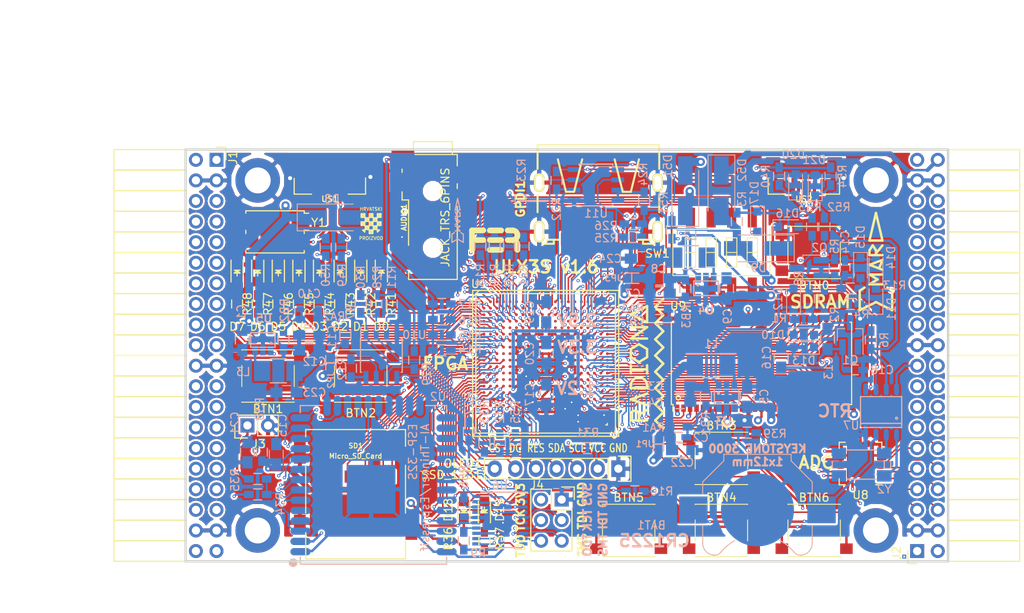
<source format=kicad_pcb>
(kicad_pcb (version 4) (host pcbnew 4.0.7+dfsg1-1)
  (layers (0 F.Cu signal) (1 In1.Cu signal) (2 In2.Cu signal) (31 B.Cu signal) (34 B.Paste user) (35 F.Paste user) (36 B.SilkS user) (37 F.SilkS user) (38 B.Mask user) (39 F.Mask user) (44 Edge.Cuts user))
  (net 0 "")
  (net 1 GND)
  (net 2 +5V)
  (net 3 /gpio/IN5V)
  (net 4 /gpio/OUT5V)
  (net 5 +3V3)
  (net 6 +1V2)
  (net 7 BTN_D)
  (net 8 BTN_F1)
  (net 9 BTN_F2)
  (net 10 BTN_L)
  (net 11 BTN_R)
  (net 12 BTN_U)
  (net 13 /power/FB1)
  (net 14 +2V5)
  (net 15 /power/PWREN)
  (net 16 /power/FB3)
  (net 17 /power/FB2)
  (net 18 "Net-(D9-Pad1)")
  (net 19 /power/VBAT)
  (net 20 JTAG_TDI)
  (net 21 JTAG_TCK)
  (net 22 JTAG_TMS)
  (net 23 JTAG_TDO)
  (net 24 /power/WAKEUPn)
  (net 25 /power/WKUP)
  (net 26 /power/SHUT)
  (net 27 /power/WAKE)
  (net 28 /power/HOLD)
  (net 29 /power/WKn)
  (net 30 /power/OSCI_32k)
  (net 31 /power/OSCO_32k)
  (net 32 "Net-(Q2-Pad3)")
  (net 33 SHUTDOWN)
  (net 34 /analog/AUDIO_L)
  (net 35 /analog/AUDIO_R)
  (net 36 GPDI_5V_SCL)
  (net 37 GPDI_5V_SDA)
  (net 38 GPDI_SDA)
  (net 39 GPDI_SCL)
  (net 40 /gpdi/VREF2)
  (net 41 SD_CMD)
  (net 42 SD_CLK)
  (net 43 SD_D0)
  (net 44 SD_D1)
  (net 45 USB5V)
  (net 46 GPDI_CEC)
  (net 47 nRESET)
  (net 48 FTDI_nDTR)
  (net 49 SDRAM_CKE)
  (net 50 SDRAM_A7)
  (net 51 SDRAM_D15)
  (net 52 SDRAM_BA1)
  (net 53 SDRAM_D7)
  (net 54 SDRAM_A6)
  (net 55 SDRAM_CLK)
  (net 56 SDRAM_D13)
  (net 57 SDRAM_BA0)
  (net 58 SDRAM_D6)
  (net 59 SDRAM_A5)
  (net 60 SDRAM_D14)
  (net 61 SDRAM_A11)
  (net 62 SDRAM_D12)
  (net 63 SDRAM_D5)
  (net 64 SDRAM_A4)
  (net 65 SDRAM_A10)
  (net 66 SDRAM_D11)
  (net 67 SDRAM_A3)
  (net 68 SDRAM_D4)
  (net 69 SDRAM_D10)
  (net 70 SDRAM_D9)
  (net 71 SDRAM_A9)
  (net 72 SDRAM_D3)
  (net 73 SDRAM_D8)
  (net 74 SDRAM_A8)
  (net 75 SDRAM_A2)
  (net 76 SDRAM_A1)
  (net 77 SDRAM_A0)
  (net 78 SDRAM_D2)
  (net 79 SDRAM_D1)
  (net 80 SDRAM_D0)
  (net 81 SDRAM_DQM0)
  (net 82 SDRAM_nCS)
  (net 83 SDRAM_nRAS)
  (net 84 SDRAM_DQM1)
  (net 85 SDRAM_nCAS)
  (net 86 SDRAM_nWE)
  (net 87 /flash/FLASH_nWP)
  (net 88 /flash/FLASH_nHOLD)
  (net 89 /flash/FLASH_MOSI)
  (net 90 /flash/FLASH_MISO)
  (net 91 /flash/FLASH_SCK)
  (net 92 /flash/FLASH_nCS)
  (net 93 /flash/FPGA_PROGRAMN)
  (net 94 /flash/FPGA_DONE)
  (net 95 /flash/FPGA_INITN)
  (net 96 OLED_RES)
  (net 97 OLED_DC)
  (net 98 OLED_CS)
  (net 99 WIFI_EN)
  (net 100 FTDI_nRTS)
  (net 101 FTDI_TXD)
  (net 102 FTDI_RXD)
  (net 103 WIFI_RXD)
  (net 104 WIFI_GPIO0)
  (net 105 WIFI_TXD)
  (net 106 GPDI_ETH-)
  (net 107 GPDI_ETH+)
  (net 108 GPDI_D2+)
  (net 109 GPDI_D2-)
  (net 110 GPDI_D1+)
  (net 111 GPDI_D1-)
  (net 112 GPDI_D0+)
  (net 113 GPDI_D0-)
  (net 114 GPDI_CLK+)
  (net 115 GPDI_CLK-)
  (net 116 USB_FTDI_D+)
  (net 117 USB_FTDI_D-)
  (net 118 J1_17-)
  (net 119 J1_17+)
  (net 120 J1_23-)
  (net 121 J1_23+)
  (net 122 J1_25-)
  (net 123 J1_25+)
  (net 124 J1_27-)
  (net 125 J1_27+)
  (net 126 J1_29-)
  (net 127 J1_29+)
  (net 128 J1_31-)
  (net 129 J1_31+)
  (net 130 J1_33-)
  (net 131 J1_33+)
  (net 132 J1_35-)
  (net 133 J1_35+)
  (net 134 J2_5-)
  (net 135 J2_5+)
  (net 136 J2_7-)
  (net 137 J2_7+)
  (net 138 J2_9-)
  (net 139 J2_9+)
  (net 140 J2_13-)
  (net 141 J2_13+)
  (net 142 J2_17-)
  (net 143 J2_17+)
  (net 144 J2_11-)
  (net 145 J2_11+)
  (net 146 J2_23-)
  (net 147 J2_23+)
  (net 148 J1_5-)
  (net 149 J1_5+)
  (net 150 J1_7-)
  (net 151 J1_7+)
  (net 152 J1_9-)
  (net 153 J1_9+)
  (net 154 J1_11-)
  (net 155 J1_11+)
  (net 156 J1_13-)
  (net 157 J1_13+)
  (net 158 J1_15-)
  (net 159 J1_15+)
  (net 160 J2_15-)
  (net 161 J2_15+)
  (net 162 J2_25-)
  (net 163 J2_25+)
  (net 164 J2_27-)
  (net 165 J2_27+)
  (net 166 J2_29-)
  (net 167 J2_29+)
  (net 168 J2_31-)
  (net 169 J2_31+)
  (net 170 J2_33-)
  (net 171 J2_33+)
  (net 172 J2_35-)
  (net 173 J2_35+)
  (net 174 SD_D3)
  (net 175 AUDIO_L3)
  (net 176 AUDIO_L2)
  (net 177 AUDIO_L1)
  (net 178 AUDIO_L0)
  (net 179 AUDIO_R3)
  (net 180 AUDIO_R2)
  (net 181 AUDIO_R1)
  (net 182 AUDIO_R0)
  (net 183 OLED_CLK)
  (net 184 OLED_MOSI)
  (net 185 LED0)
  (net 186 LED1)
  (net 187 LED2)
  (net 188 LED3)
  (net 189 LED4)
  (net 190 LED5)
  (net 191 LED6)
  (net 192 LED7)
  (net 193 BTN_PWRn)
  (net 194 FTDI_nTXLED)
  (net 195 FTDI_nSLEEP)
  (net 196 /blinkey/LED_PWREN)
  (net 197 /blinkey/LED_TXLED)
  (net 198 FT3V3)
  (net 199 /sdcard/SD3V3)
  (net 200 SD_D2)
  (net 201 CLK_25MHz)
  (net 202 /blinkey/BTNPUL)
  (net 203 /blinkey/BTNPUR)
  (net 204 USB_FPGA_D+)
  (net 205 /power/FTDI_nSUSPEND)
  (net 206 /blinkey/ALED0)
  (net 207 /blinkey/ALED1)
  (net 208 /blinkey/ALED2)
  (net 209 /blinkey/ALED3)
  (net 210 /blinkey/ALED4)
  (net 211 /blinkey/ALED5)
  (net 212 /blinkey/ALED6)
  (net 213 /blinkey/ALED7)
  (net 214 /usb/FTD-)
  (net 215 /usb/FTD+)
  (net 216 ADC_MISO)
  (net 217 ADC_MOSI)
  (net 218 ADC_CSn)
  (net 219 ADC_SCLK)
  (net 220 "Net-(R51-Pad2)")
  (net 221 SW3)
  (net 222 SW2)
  (net 223 SW1)
  (net 224 SW0)
  (net 225 USB_FPGA_D-)
  (net 226 /usb/FPD+)
  (net 227 /usb/FPD-)
  (net 228 WIFI_GPIO16)
  (net 229 WIFI_GPIO15)
  (net 230 /usb/ANT_433MHz)
  (net 231 /power/PWRBTn)
  (net 232 PROG_DONE)
  (net 233 /power/P1V2)
  (net 234 /power/P3V3)
  (net 235 /power/P2V5)
  (net 236 /power/L1)
  (net 237 /power/L3)
  (net 238 /power/L2)
  (net 239 FTDI_TXDEN)
  (net 240 /wifi/WIFIOFF)
  (net 241 SDRAM_A12)
  (module SMD_Packages:1Pin (layer F.Cu) (at 182.67515 111.637626)
    (fp_text reference AE1 hide)
    (fp_text value 433MHz hide)
    (pad 1 smd rect (at 0 0) (size 0.5 0.5) (layers B.Cu F.Paste F.Mask) (net 230 /usb/ANT_433MHz))
  )
  (module Resistors_SMD:R_0603_HandSoldering (layer B.Cu) (at 103.498 98.758 90)
    (fp_text reference R38 (at 5.334 -0.254 90) (layer B.SilkS) (effects (justify mirror)))
    (fp_text value 0.47)
    (pad 1 smd rect (at -1.1 0 90) (size 1.2 0.9) (layers B.Cu B.Paste B.Mask) (net 199 /sdcard/SD3V3))
    (pad 2 smd rect (at 1.1 0 90) (size 1.2 0.9) (layers B.Cu B.Paste B.Mask) (net 5 +3V3))
  )
  (module jumper:SOLDER-JUMPER_1-WAY (layer B.Cu) (at 152.393 97.742 270)
    (fp_text reference JP1 (at 0 1.778 360) (layer B.SilkS) (effects (font (size 0.762 0.762) (thickness 0.1524)) (justify mirror)))
    (fp_text value 1.2 hide)
    (pad 1 smd rect (at -0.6 0 270) (size 1 1) (layers B.Cu B.Paste B.Mask) (net 233 /power/P1V2))
    (pad 2 smd rect (at 0.6 0 270) (size 1 1) (layers B.Cu B.Paste B.Mask) (net 6 +1V2))
  )
  (module ESP32-footprints-Lib:ESP-32S (layer B.Cu) (at 117.313 101.513)
    (fp_text reference U2 (at 7.902 -9.613 180) (layer B.SilkS) (effects (justify mirror)))
    (fp_text value ESP-32S)
    (fp_text user AI-Thinker/Espressif (at 6.3 1.6 270) (layer B.SilkS) (effects (justify mirror)))
    (fp_text user ESP-32S (at 4.8 -2.8 270) (layer B.SilkS) (effects (justify mirror)))
    (pad 38 smd oval (at 8.947434 9.517338 180) (size 2.5 0.9) (layers B.Cu B.Paste B.Mask) (net 1 GND))
    (pad 37 smd oval (at 8.947434 8.247338 180) (size 2.5 0.9) (layers B.Cu B.Paste B.Mask))
    (pad 36 smd oval (at 8.947434 6.977338 180) (size 2.5 0.9) (layers B.Cu B.Paste B.Mask) (net 232 PROG_DONE))
    (pad 35 smd oval (at 8.947434 5.707338 180) (size 2.5 0.9) (layers B.Cu B.Paste B.Mask) (net 105 WIFI_TXD))
    (pad 34 smd oval (at 8.947434 4.437338 180) (size 2.5 0.9) (layers B.Cu B.Paste B.Mask) (net 103 WIFI_RXD))
    (pad 33 smd oval (at 8.947434 3.167338 180) (size 2.5 0.9) (layers B.Cu B.Paste B.Mask) (net 22 JTAG_TMS))
    (pad 32 smd oval (at 8.947434 1.897338 180) (size 2.5 0.9) (layers B.Cu B.Paste B.Mask))
    (pad 31 smd oval (at 8.947434 0.627338 180) (size 2.5 0.9) (layers B.Cu B.Paste B.Mask) (net 20 JTAG_TDI))
    (pad 30 smd oval (at 8.947434 -0.642662 180) (size 2.5 0.9) (layers B.Cu B.Paste B.Mask) (net 21 JTAG_TCK))
    (pad 29 smd oval (at 8.947434 -1.912662 180) (size 2.5 0.9) (layers B.Cu B.Paste B.Mask))
    (pad 28 smd oval (at 8.947434 -3.182662 180) (size 2.5 0.9) (layers B.Cu B.Paste B.Mask) (net 23 JTAG_TDO))
    (pad 27 smd oval (at 8.947434 -4.452662 180) (size 2.5 0.9) (layers B.Cu B.Paste B.Mask) (net 228 WIFI_GPIO16))
    (pad 26 smd oval (at 8.947434 -5.722662 180) (size 2.5 0.9) (layers B.Cu B.Paste B.Mask))
    (pad 25 smd oval (at 8.947434 -6.992662 180) (size 2.5 0.9) (layers B.Cu B.Paste B.Mask) (net 104 WIFI_GPIO0))
    (pad 24 smd oval (at 5.662434 -8.482662 180) (size 0.9 2.5) (layers B.Cu B.Paste B.Mask))
    (pad 23 smd oval (at 4.392434 -8.482662 180) (size 0.9 2.5) (layers B.Cu B.Paste B.Mask) (net 229 WIFI_GPIO15))
    (pad 22 smd oval (at 3.122434 -8.482662 180) (size 0.9 2.5) (layers B.Cu B.Paste B.Mask) (net 44 SD_D1))
    (pad 21 smd oval (at 1.852434 -8.482662 180) (size 0.9 2.5) (layers B.Cu B.Paste B.Mask) (net 43 SD_D0))
    (pad 20 smd oval (at 0.582434 -8.482662 180) (size 0.9 2.5) (layers B.Cu B.Paste B.Mask) (net 42 SD_CLK))
    (pad 19 smd oval (at -0.687566 -8.482662 180) (size 0.9 2.5) (layers B.Cu B.Paste B.Mask) (net 41 SD_CMD))
    (pad 18 smd oval (at -1.957566 -8.482662 180) (size 0.9 2.5) (layers B.Cu B.Paste B.Mask))
    (pad 17 smd oval (at -3.227566 -8.482662 180) (size 0.9 2.5) (layers B.Cu B.Paste B.Mask))
    (pad 16 smd oval (at -4.497566 -8.482662 180) (size 0.9 2.5) (layers B.Cu B.Paste B.Mask) (net 124 J1_27-))
    (pad 15 smd oval (at -5.767566 -8.482662 180) (size 0.9 2.5) (layers B.Cu B.Paste B.Mask) (net 1 GND))
    (pad 14 smd oval (at -9.052566 -6.992662 180) (size 2.5 0.9) (layers B.Cu B.Paste B.Mask) (net 125 J1_27+))
    (pad 13 smd oval (at -9.052566 -5.722662 180) (size 2.5 0.9) (layers B.Cu B.Paste B.Mask) (net 126 J1_29-))
    (pad 12 smd oval (at -9.052566 -4.452662 180) (size 2.5 0.9) (layers B.Cu B.Paste B.Mask) (net 127 J1_29+))
    (pad 11 smd oval (at -9.052566 -3.182662 180) (size 2.5 0.9) (layers B.Cu B.Paste B.Mask) (net 128 J1_31-))
    (pad 10 smd oval (at -9.052566 -1.912662 180) (size 2.5 0.9) (layers B.Cu B.Paste B.Mask) (net 129 J1_31+))
    (pad 9 smd oval (at -9.052566 -0.642662 180) (size 2.5 0.9) (layers B.Cu B.Paste B.Mask) (net 130 J1_33-))
    (pad 8 smd oval (at -9.052566 0.627338 180) (size 2.5 0.9) (layers B.Cu B.Paste B.Mask) (net 131 J1_33+))
    (pad 7 smd oval (at -9.052566 1.897338 180) (size 2.5 0.9) (layers B.Cu B.Paste B.Mask) (net 132 J1_35-))
    (pad 6 smd oval (at -9.052566 3.167338 180) (size 2.5 0.9) (layers B.Cu B.Paste B.Mask) (net 133 J1_35+))
    (pad 5 smd oval (at -9.052566 4.437338 180) (size 2.5 0.9) (layers B.Cu B.Paste B.Mask))
    (pad 4 smd oval (at -9.052566 5.707338 180) (size 2.5 0.9) (layers B.Cu B.Paste B.Mask))
    (pad 3 smd oval (at -9.052566 6.977338 180) (size 2.5 0.9) (layers B.Cu B.Paste B.Mask) (net 99 WIFI_EN))
    (pad 2 smd oval (at -9.052566 8.247338 180) (size 2.5 0.9) (layers B.Cu B.Paste B.Mask) (net 5 +3V3))
    (pad 1 smd oval (at -9.052566 9.517338 180) (size 2.5 0.9) (layers B.Cu B.Paste B.Mask) (net 1 GND))
    (pad 39 smd rect (at -0.352566 1.817338 180) (size 6 6) (layers B.Cu B.Paste B.Mask) (net 1 GND))
  )
  (module Diodes_SMD:D_SMA_Handsoldering (layer B.Cu) (at 155.695 66.5 90)
    (fp_text reference D51 (at 3.048 -2.159 90) (layer B.SilkS) (effects (justify mirror)))
    (fp_text value STPS2L30AF hide)
    (pad 1 smd rect (at -2.5 0 90) (size 3.5 1.8) (layers B.Cu B.Paste B.Mask) (net 2 +5V))
    (pad 2 smd rect (at 2.5 0 90) (size 3.5 1.8) (layers B.Cu B.Paste B.Mask) (net 3 /gpio/IN5V))
  )
  (module Resistors_SMD:R_0603_HandSoldering (layer B.Cu) (at 154.044 71.326 90)
    (fp_text reference R51 (at 3.302 -1.016 90) (layer B.SilkS) (effects (justify mirror)))
    (fp_text value 220)
    (pad 1 smd rect (at -1.1 0 90) (size 1.2 0.9) (layers B.Cu B.Paste B.Mask) (net 5 +3V3))
    (pad 2 smd rect (at 1.1 0 90) (size 1.2 0.9) (layers B.Cu B.Paste B.Mask) (net 220 "Net-(R51-Pad2)"))
  )
  (module Resistors_SMD:R_1210_HandSoldering (layer B.Cu) (at 158.87 88.09 180)
    (fp_text reference L1 (at 0 2.7 180) (layer B.SilkS) (effects (justify mirror)))
    (fp_text value 2.2uH)
    (pad 1 smd rect (at -2 0 180) (size 2 2.5) (layers B.Cu B.Paste B.Mask) (net 236 /power/L1))
    (pad 2 smd rect (at 2 0 180) (size 2 2.5) (layers B.Cu B.Paste B.Mask) (net 233 /power/P1V2))
  )
  (module TSOT-25:TSOT-25 (layer B.Cu) (at 160.775 91.9)
    (fp_text reference U3 (at -0.381 3.048) (layer B.SilkS) (effects (font (thickness 0.2)) (justify mirror)))
    (fp_text value AP3429A)
    (pad 1 smd rect (at -0.95 -1.3) (size 0.7 1.2) (layers B.Cu B.Paste B.Mask) (net 15 /power/PWREN))
    (pad 2 smd rect (at 0 -1.3) (size 0.7 1.2) (layers B.Cu B.Paste B.Mask) (net 1 GND))
    (pad 3 smd rect (at 0.95 -1.3) (size 0.7 1.2) (layers B.Cu B.Paste B.Mask) (net 236 /power/L1))
    (pad 4 smd rect (at 0.95 1.3) (size 0.7 1.2) (layers B.Cu B.Paste B.Mask) (net 2 +5V))
    (pad 5 smd rect (at -0.95 1.3) (size 0.7 1.2) (layers B.Cu B.Paste B.Mask) (net 13 /power/FB1))
  )
  (module Resistors_SMD:R_1210_HandSoldering (layer B.Cu) (at 156.33 74.755 180)
    (fp_text reference L2 (at 0 2.7 180) (layer B.SilkS) (effects (justify mirror)))
    (fp_text value 2.2uH)
    (pad 1 smd rect (at -2 0 180) (size 2 2.5) (layers B.Cu B.Paste B.Mask) (net 237 /power/L3))
    (pad 2 smd rect (at 2 0 180) (size 2 2.5) (layers B.Cu B.Paste B.Mask) (net 234 /power/P3V3))
  )
  (module TSOT-25:TSOT-25 (layer B.Cu) (at 158.235 78.535)
    (fp_text reference U4 (at 0 2.697) (layer B.SilkS) (effects (font (thickness 0.2)) (justify mirror)))
    (fp_text value AP3429A)
    (pad 1 smd rect (at -0.95 -1.3) (size 0.7 1.2) (layers B.Cu B.Paste B.Mask) (net 15 /power/PWREN))
    (pad 2 smd rect (at 0 -1.3) (size 0.7 1.2) (layers B.Cu B.Paste B.Mask) (net 1 GND))
    (pad 3 smd rect (at 0.95 -1.3) (size 0.7 1.2) (layers B.Cu B.Paste B.Mask) (net 237 /power/L3))
    (pad 4 smd rect (at 0.95 1.3) (size 0.7 1.2) (layers B.Cu B.Paste B.Mask) (net 2 +5V))
    (pad 5 smd rect (at -0.95 1.3) (size 0.7 1.2) (layers B.Cu B.Paste B.Mask) (net 16 /power/FB3))
  )
  (module LEDs:LED_0805 (layer F.Cu) (at 118.23 76.66 270)
    (fp_text reference D0 (at 6.604 0 360) (layer F.SilkS))
    (fp_text value RED hide)
    (pad 2 smd rect (at 1.04902 0 90) (size 1.19888 1.19888) (layers F.Cu F.Paste F.Mask) (net 206 /blinkey/ALED0))
    (pad 1 smd rect (at -1.04902 0 90) (size 1.19888 1.19888) (layers F.Cu F.Paste F.Mask) (net 1 GND))
  )
  (module LEDs:LED_0805 (layer F.Cu) (at 115.69 76.66 270)
    (fp_text reference D1 (at 6.604 0 360) (layer F.SilkS))
    (fp_text value RED hide)
    (pad 2 smd rect (at 1.04902 0 90) (size 1.19888 1.19888) (layers F.Cu F.Paste F.Mask) (net 207 /blinkey/ALED1))
    (pad 1 smd rect (at -1.04902 0 90) (size 1.19888 1.19888) (layers F.Cu F.Paste F.Mask) (net 1 GND))
  )
  (module LEDs:LED_0805 (layer F.Cu) (at 113.15 76.66 270)
    (fp_text reference D2 (at 6.604 0 360) (layer F.SilkS))
    (fp_text value RED hide)
    (pad 2 smd rect (at 1.04902 0 90) (size 1.19888 1.19888) (layers F.Cu F.Paste F.Mask) (net 208 /blinkey/ALED2))
    (pad 1 smd rect (at -1.04902 0 90) (size 1.19888 1.19888) (layers F.Cu F.Paste F.Mask) (net 1 GND))
  )
  (module LEDs:LED_0805 (layer F.Cu) (at 110.61 76.66 270)
    (fp_text reference D3 (at 6.604 0 360) (layer F.SilkS))
    (fp_text value RED hide)
    (pad 2 smd rect (at 1.04902 0 90) (size 1.19888 1.19888) (layers F.Cu F.Paste F.Mask) (net 209 /blinkey/ALED3))
    (pad 1 smd rect (at -1.04902 0 90) (size 1.19888 1.19888) (layers F.Cu F.Paste F.Mask) (net 1 GND))
  )
  (module LEDs:LED_0805 (layer F.Cu) (at 108.07 76.66 270)
    (fp_text reference D4 (at 6.604 0 360) (layer F.SilkS))
    (fp_text value RED hide)
    (pad 2 smd rect (at 1.04902 0 90) (size 1.19888 1.19888) (layers F.Cu F.Paste F.Mask) (net 210 /blinkey/ALED4))
    (pad 1 smd rect (at -1.04902 0 90) (size 1.19888 1.19888) (layers F.Cu F.Paste F.Mask) (net 1 GND))
  )
  (module LEDs:LED_0805 (layer F.Cu) (at 105.53 76.66 270)
    (fp_text reference D5 (at 6.604 0 360) (layer F.SilkS))
    (fp_text value RED hide)
    (pad 2 smd rect (at 1.04902 0 90) (size 1.19888 1.19888) (layers F.Cu F.Paste F.Mask) (net 211 /blinkey/ALED5))
    (pad 1 smd rect (at -1.04902 0 90) (size 1.19888 1.19888) (layers F.Cu F.Paste F.Mask) (net 1 GND))
  )
  (module LEDs:LED_0805 (layer F.Cu) (at 102.99 76.66 270)
    (fp_text reference D6 (at 6.604 0 360) (layer F.SilkS))
    (fp_text value RED hide)
    (pad 2 smd rect (at 1.04902 0 90) (size 1.19888 1.19888) (layers F.Cu F.Paste F.Mask) (net 212 /blinkey/ALED6))
    (pad 1 smd rect (at -1.04902 0 90) (size 1.19888 1.19888) (layers F.Cu F.Paste F.Mask) (net 1 GND))
  )
  (module LEDs:LED_0805 (layer F.Cu) (at 100.45 76.66 270)
    (fp_text reference D7 (at 6.604 0 360) (layer F.SilkS))
    (fp_text value RED hide)
    (pad 2 smd rect (at 1.04902 0 90) (size 1.19888 1.19888) (layers F.Cu F.Paste F.Mask) (net 213 /blinkey/ALED7))
    (pad 1 smd rect (at -1.04902 0 90) (size 1.19888 1.19888) (layers F.Cu F.Paste F.Mask) (net 1 GND))
  )
  (module Resistors_SMD:R_1210_HandSoldering (layer B.Cu) (at 105.53 88.725)
    (fp_text reference L3 (at -4.318 0.127) (layer B.SilkS) (effects (justify mirror)))
    (fp_text value 2.2uH)
    (pad 1 smd rect (at -2 0) (size 2 2.5) (layers B.Cu B.Paste B.Mask) (net 238 /power/L2))
    (pad 2 smd rect (at 2 0) (size 2 2.5) (layers B.Cu B.Paste B.Mask) (net 235 /power/P2V5))
  )
  (module TSOT-25:TSOT-25 (layer B.Cu) (at 103.625 84.915 180)
    (fp_text reference U5 (at -0.127 2.667 180) (layer B.SilkS) (effects (font (thickness 0.2)) (justify mirror)))
    (fp_text value AP3429A)
    (pad 1 smd rect (at -0.95 -1.3 180) (size 0.7 1.2) (layers B.Cu B.Paste B.Mask) (net 15 /power/PWREN))
    (pad 2 smd rect (at 0 -1.3 180) (size 0.7 1.2) (layers B.Cu B.Paste B.Mask) (net 1 GND))
    (pad 3 smd rect (at 0.95 -1.3 180) (size 0.7 1.2) (layers B.Cu B.Paste B.Mask) (net 238 /power/L2))
    (pad 4 smd rect (at 0.95 1.3 180) (size 0.7 1.2) (layers B.Cu B.Paste B.Mask) (net 2 +5V))
    (pad 5 smd rect (at -0.95 1.3 180) (size 0.7 1.2) (layers B.Cu B.Paste B.Mask) (net 17 /power/FB2))
  )
  (module Capacitors_SMD:C_0805_HandSoldering (layer B.Cu) (at 101.085 84.915 270)
    (fp_text reference C1 (at -3.429 0.127 270) (layer B.SilkS) (effects (justify mirror)))
    (fp_text value 22uF)
    (pad 1 smd rect (at -1.25 0 270) (size 1.5 1.25) (layers B.Cu B.Paste B.Mask) (net 2 +5V))
    (pad 2 smd rect (at 1.25 0 270) (size 1.5 1.25) (layers B.Cu B.Paste B.Mask) (net 1 GND))
  )
  (module Capacitors_SMD:C_0805_HandSoldering (layer B.Cu) (at 155.06 90.63)
    (fp_text reference C3 (at -3.048 0) (layer B.SilkS) (effects (justify mirror)))
    (fp_text value 22uF)
    (pad 1 smd rect (at -1.25 0) (size 1.5 1.25) (layers B.Cu B.Paste B.Mask) (net 233 /power/P1V2))
    (pad 2 smd rect (at 1.25 0) (size 1.5 1.25) (layers B.Cu B.Paste B.Mask) (net 1 GND))
  )
  (module Capacitors_SMD:C_0805_HandSoldering (layer B.Cu) (at 155.06 92.535)
    (fp_text reference C4 (at -3.048 0.127) (layer B.SilkS) (effects (justify mirror)))
    (fp_text value 22uF)
    (pad 1 smd rect (at -1.25 0) (size 1.5 1.25) (layers B.Cu B.Paste B.Mask) (net 233 /power/P1V2))
    (pad 2 smd rect (at 1.25 0) (size 1.5 1.25) (layers B.Cu B.Paste B.Mask) (net 1 GND))
  )
  (module Capacitors_SMD:C_0805_HandSoldering (layer B.Cu) (at 163.315 91.9 90)
    (fp_text reference C5 (at 0 2.1 90) (layer B.SilkS) (effects (justify mirror)))
    (fp_text value 22uF)
    (pad 1 smd rect (at -1.25 0 90) (size 1.5 1.25) (layers B.Cu B.Paste B.Mask) (net 2 +5V))
    (pad 2 smd rect (at 1.25 0 90) (size 1.5 1.25) (layers B.Cu B.Paste B.Mask) (net 1 GND))
  )
  (module Capacitors_SMD:C_0805_HandSoldering (layer B.Cu) (at 152.52 79.2)
    (fp_text reference C7 (at -3.302 0) (layer B.SilkS) (effects (justify mirror)))
    (fp_text value 22uF)
    (pad 1 smd rect (at -1.25 0) (size 1.5 1.25) (layers B.Cu B.Paste B.Mask) (net 234 /power/P3V3))
    (pad 2 smd rect (at 1.25 0) (size 1.5 1.25) (layers B.Cu B.Paste B.Mask) (net 1 GND))
  )
  (module Capacitors_SMD:C_0805_HandSoldering (layer B.Cu) (at 152.52 77.295)
    (fp_text reference C8 (at -0.127 -1.143) (layer B.SilkS) (effects (justify mirror)))
    (fp_text value 22uF)
    (pad 1 smd rect (at -1.25 0) (size 1.5 1.25) (layers B.Cu B.Paste B.Mask) (net 234 /power/P3V3))
    (pad 2 smd rect (at 1.25 0) (size 1.5 1.25) (layers B.Cu B.Paste B.Mask) (net 1 GND))
  )
  (module Capacitors_SMD:C_0805_HandSoldering (layer B.Cu) (at 160.775 78.565 90)
    (fp_text reference C9 (at -3.429 0.127 90) (layer B.SilkS) (effects (justify mirror)))
    (fp_text value 22uF)
    (pad 1 smd rect (at -1.25 0 90) (size 1.5 1.25) (layers B.Cu B.Paste B.Mask) (net 2 +5V))
    (pad 2 smd rect (at 1.25 0 90) (size 1.5 1.25) (layers B.Cu B.Paste B.Mask) (net 1 GND))
  )
  (module Capacitors_SMD:C_0805_HandSoldering (layer B.Cu) (at 109.34 84.28 180)
    (fp_text reference C11 (at -2.794 -0.254 270) (layer B.SilkS) (effects (justify mirror)))
    (fp_text value 22uF)
    (pad 1 smd rect (at -1.25 0 180) (size 1.5 1.25) (layers B.Cu B.Paste B.Mask) (net 235 /power/P2V5))
    (pad 2 smd rect (at 1.25 0 180) (size 1.5 1.25) (layers B.Cu B.Paste B.Mask) (net 1 GND))
  )
  (module Capacitors_SMD:C_0805_HandSoldering (layer B.Cu) (at 109.34 86.185 180)
    (fp_text reference C12 (at -0.635 -1.397 360) (layer B.SilkS) (effects (justify mirror)))
    (fp_text value 22uF)
    (pad 1 smd rect (at -1.25 0 180) (size 1.5 1.25) (layers B.Cu B.Paste B.Mask) (net 235 /power/P2V5))
    (pad 2 smd rect (at 1.25 0 180) (size 1.5 1.25) (layers B.Cu B.Paste B.Mask) (net 1 GND))
  )
  (module Power_Integrations:SO-8 (layer B.Cu) (at 179.825 93.805 180)
    (fp_text reference U7 (at 3.683 -1.651 180) (layer B.SilkS) (effects (justify mirror)))
    (fp_text value PCF8523)
    (pad 1 smd oval (at -1.905 -2.794 180) (size 0.6096 1.4732) (layers B.Cu B.Paste B.Mask) (net 30 /power/OSCI_32k))
    (pad 2 smd oval (at -0.635 -2.794 180) (size 0.6096 1.4732) (layers B.Cu B.Paste B.Mask) (net 31 /power/OSCO_32k))
    (pad 3 smd oval (at 0.635 -2.794 180) (size 0.6096 1.4732) (layers B.Cu B.Paste B.Mask) (net 19 /power/VBAT))
    (pad 4 smd oval (at 1.905 -2.794 180) (size 0.6096 1.4732) (layers B.Cu B.Paste B.Mask) (net 1 GND))
    (pad 5 smd oval (at 1.905 2.794 180) (size 0.6096 1.4732) (layers B.Cu B.Paste B.Mask) (net 38 GPDI_SDA))
    (pad 6 smd oval (at 0.635 2.794 180) (size 0.6096 1.4732) (layers B.Cu B.Paste B.Mask) (net 39 GPDI_SCL))
    (pad 7 smd oval (at -0.635 2.794 180) (size 0.6096 1.4732) (layers B.Cu B.Paste B.Mask) (net 24 /power/WAKEUPn))
    (pad 8 smd oval (at -1.905 2.794 180) (size 0.6096 1.4732) (layers B.Cu B.Paste B.Mask) (net 5 +3V3))
  )
  (module Capacitors_SMD:C_0805_HandSoldering (layer B.Cu) (at 173.221 84.788 90)
    (fp_text reference C13 (at -3.556 0.127 90) (layer B.SilkS) (effects (justify mirror)))
    (fp_text value 2.2uF)
    (pad 1 smd rect (at -1.25 0 90) (size 1.5 1.25) (layers B.Cu B.Paste B.Mask) (net 2 +5V))
    (pad 2 smd rect (at 1.25 0 90) (size 1.5 1.25) (layers B.Cu B.Paste B.Mask) (net 25 /power/WKUP))
  )
  (module TSOP54:TSOP54 (layer F.Cu) (at 165.08 87.8 90)
    (fp_text reference U9 (at 7.076 -10.274 180) (layer F.SilkS))
    (fp_text value MT48LC4M16A2TG)
    (pad 28 smd rect (at 5.53 10.4 90) (size 0.9 0.56) (layers F.Cu F.Paste F.Mask) (net 1 GND))
    (pad 1 smd rect (at -5.53 -10.4 90) (size 0.9 0.56) (layers F.Cu F.Paste F.Mask) (net 5 +3V3))
    (pad 2 smd rect (at -5.53 -9.6 90) (size 0.9 0.56) (layers F.Cu F.Paste F.Mask) (net 80 SDRAM_D0))
    (pad 3 smd rect (at -5.53 -8.8 90) (size 0.9 0.56) (layers F.Cu F.Paste F.Mask) (net 5 +3V3))
    (pad 4 smd rect (at -5.53 -8 90) (size 0.9 0.56) (layers F.Cu F.Paste F.Mask) (net 79 SDRAM_D1))
    (pad 5 smd rect (at -5.53 -7.2 90) (size 0.9 0.56) (layers F.Cu F.Paste F.Mask) (net 78 SDRAM_D2))
    (pad 6 smd rect (at -5.53 -6.4 90) (size 0.9 0.56) (layers F.Cu F.Paste F.Mask) (net 1 GND))
    (pad 7 smd rect (at -5.53 -5.6 90) (size 0.9 0.56) (layers F.Cu F.Paste F.Mask) (net 72 SDRAM_D3))
    (pad 8 smd rect (at -5.53 -4.8 90) (size 0.9 0.56) (layers F.Cu F.Paste F.Mask) (net 68 SDRAM_D4))
    (pad 9 smd rect (at -5.53 -4 90) (size 0.9 0.56) (layers F.Cu F.Paste F.Mask) (net 5 +3V3))
    (pad 10 smd rect (at -5.53 -3.2 90) (size 0.9 0.56) (layers F.Cu F.Paste F.Mask) (net 63 SDRAM_D5))
    (pad 11 smd rect (at -5.53 -2.4 90) (size 0.9 0.56) (layers F.Cu F.Paste F.Mask) (net 58 SDRAM_D6))
    (pad 12 smd rect (at -5.53 -1.6 90) (size 0.9 0.56) (layers F.Cu F.Paste F.Mask) (net 1 GND))
    (pad 13 smd rect (at -5.53 -0.8 90) (size 0.9 0.56) (layers F.Cu F.Paste F.Mask) (net 53 SDRAM_D7))
    (pad 14 smd rect (at -5.53 0 90) (size 0.9 0.56) (layers F.Cu F.Paste F.Mask) (net 5 +3V3))
    (pad 15 smd rect (at -5.53 0.8 90) (size 0.9 0.56) (layers F.Cu F.Paste F.Mask) (net 81 SDRAM_DQM0))
    (pad 16 smd rect (at -5.53 1.6 90) (size 0.9 0.56) (layers F.Cu F.Paste F.Mask) (net 86 SDRAM_nWE))
    (pad 17 smd rect (at -5.53 2.4 90) (size 0.9 0.56) (layers F.Cu F.Paste F.Mask) (net 85 SDRAM_nCAS))
    (pad 18 smd rect (at -5.53 3.2 90) (size 0.9 0.56) (layers F.Cu F.Paste F.Mask) (net 83 SDRAM_nRAS))
    (pad 19 smd rect (at -5.53 4 90) (size 0.9 0.56) (layers F.Cu F.Paste F.Mask) (net 82 SDRAM_nCS))
    (pad 20 smd rect (at -5.53 4.8 90) (size 0.9 0.56) (layers F.Cu F.Paste F.Mask) (net 57 SDRAM_BA0))
    (pad 21 smd rect (at -5.53 5.6 90) (size 0.9 0.56) (layers F.Cu F.Paste F.Mask) (net 52 SDRAM_BA1))
    (pad 22 smd rect (at -5.53 6.4 90) (size 0.9 0.56) (layers F.Cu F.Paste F.Mask) (net 65 SDRAM_A10))
    (pad 23 smd rect (at -5.53 7.2 90) (size 0.9 0.56) (layers F.Cu F.Paste F.Mask) (net 77 SDRAM_A0))
    (pad 24 smd rect (at -5.53 8 90) (size 0.9 0.56) (layers F.Cu F.Paste F.Mask) (net 76 SDRAM_A1))
    (pad 25 smd rect (at -5.53 8.8 90) (size 0.9 0.56) (layers F.Cu F.Paste F.Mask) (net 75 SDRAM_A2))
    (pad 26 smd rect (at -5.53 9.6 90) (size 0.9 0.56) (layers F.Cu F.Paste F.Mask) (net 67 SDRAM_A3))
    (pad 27 smd rect (at -5.53 10.4 90) (size 0.9 0.56) (layers F.Cu F.Paste F.Mask) (net 5 +3V3))
    (pad 29 smd rect (at 5.53 9.6 90) (size 0.9 0.56) (layers F.Cu F.Paste F.Mask) (net 64 SDRAM_A4))
    (pad 30 smd rect (at 5.53 8.8 90) (size 0.9 0.56) (layers F.Cu F.Paste F.Mask) (net 59 SDRAM_A5))
    (pad 31 smd rect (at 5.53 8 90) (size 0.9 0.56) (layers F.Cu F.Paste F.Mask) (net 54 SDRAM_A6))
    (pad 32 smd rect (at 5.53 7.2 90) (size 0.9 0.56) (layers F.Cu F.Paste F.Mask) (net 50 SDRAM_A7))
    (pad 33 smd rect (at 5.53 6.4 90) (size 0.9 0.56) (layers F.Cu F.Paste F.Mask) (net 74 SDRAM_A8))
    (pad 34 smd rect (at 5.53 5.6 90) (size 0.9 0.56) (layers F.Cu F.Paste F.Mask) (net 71 SDRAM_A9))
    (pad 35 smd rect (at 5.53 4.8 90) (size 0.9 0.56) (layers F.Cu F.Paste F.Mask) (net 61 SDRAM_A11))
    (pad 36 smd rect (at 5.53 4 90) (size 0.9 0.56) (layers F.Cu F.Paste F.Mask) (net 241 SDRAM_A12))
    (pad 37 smd rect (at 5.53 3.2 90) (size 0.9 0.56) (layers F.Cu F.Paste F.Mask) (net 49 SDRAM_CKE))
    (pad 38 smd rect (at 5.53 2.4 90) (size 0.9 0.56) (layers F.Cu F.Paste F.Mask) (net 55 SDRAM_CLK))
    (pad 39 smd rect (at 5.53 1.6 90) (size 0.9 0.56) (layers F.Cu F.Paste F.Mask) (net 84 SDRAM_DQM1))
    (pad 40 smd rect (at 5.53 0.8 90) (size 0.9 0.56) (layers F.Cu F.Paste F.Mask))
    (pad 41 smd rect (at 5.53 0 90) (size 0.9 0.56) (layers F.Cu F.Paste F.Mask) (net 1 GND))
    (pad 42 smd rect (at 5.53 -0.8 90) (size 0.9 0.56) (layers F.Cu F.Paste F.Mask) (net 73 SDRAM_D8))
    (pad 43 smd rect (at 5.53 -1.6 90) (size 0.9 0.56) (layers F.Cu F.Paste F.Mask) (net 5 +3V3))
    (pad 44 smd rect (at 5.53 -2.4 90) (size 0.9 0.56) (layers F.Cu F.Paste F.Mask) (net 70 SDRAM_D9))
    (pad 45 smd rect (at 5.53 -3.2 90) (size 0.9 0.56) (layers F.Cu F.Paste F.Mask) (net 69 SDRAM_D10))
    (pad 46 smd rect (at 5.53 -4 90) (size 0.9 0.56) (layers F.Cu F.Paste F.Mask) (net 1 GND))
    (pad 47 smd rect (at 5.53 -4.8 90) (size 0.9 0.56) (layers F.Cu F.Paste F.Mask) (net 66 SDRAM_D11))
    (pad 48 smd rect (at 5.53 -5.6 90) (size 0.9 0.56) (layers F.Cu F.Paste F.Mask) (net 62 SDRAM_D12))
    (pad 49 smd rect (at 5.53 -6.4 90) (size 0.9 0.56) (layers F.Cu F.Paste F.Mask) (net 5 +3V3))
    (pad 50 smd rect (at 5.53 -7.2 90) (size 0.9 0.56) (layers F.Cu F.Paste F.Mask) (net 56 SDRAM_D13))
    (pad 51 smd rect (at 5.53 -8 90) (size 0.9 0.56) (layers F.Cu F.Paste F.Mask) (net 60 SDRAM_D14))
    (pad 52 smd rect (at 5.53 -8.8 90) (size 0.9 0.56) (layers F.Cu F.Paste F.Mask) (net 1 GND))
    (pad 53 smd rect (at 5.53 -9.6 90) (size 0.9 0.56) (layers F.Cu F.Paste F.Mask) (net 51 SDRAM_D15))
    (pad 54 smd rect (at 5.53 -10.4 90) (size 0.9 0.56) (layers F.Cu F.Paste F.Mask) (net 1 GND))
  )
  (module TO_SOT_Packages_SMD:SOT-23_Handsoldering (layer B.Cu) (at 176.015 84.28 90)
    (fp_text reference Q1 (at -3.1115 0 180) (layer B.SilkS) (effects (justify mirror)))
    (fp_text value BC857)
    (pad 1 smd rect (at -1.5 0.95 90) (size 1.9 0.8) (layers B.Cu B.Paste B.Mask) (net 29 /power/WKn))
    (pad 2 smd rect (at -1.5 -0.95 90) (size 1.9 0.8) (layers B.Cu B.Paste B.Mask) (net 2 +5V))
    (pad 3 smd rect (at 1.5 0 90) (size 1.9 0.8) (layers B.Cu B.Paste B.Mask) (net 25 /power/WKUP))
  )
  (module TO_SOT_Packages_SMD:SOT-23_Handsoldering (layer B.Cu) (at 170.935 76.025 180)
    (fp_text reference Q2 (at -1.295 2.5 180) (layer B.SilkS) (effects (justify mirror)))
    (fp_text value 2N7002)
    (pad 1 smd rect (at -1.5 0.95 180) (size 1.9 0.8) (layers B.Cu B.Paste B.Mask) (net 26 /power/SHUT))
    (pad 2 smd rect (at -1.5 -0.95 180) (size 1.9 0.8) (layers B.Cu B.Paste B.Mask) (net 1 GND))
    (pad 3 smd rect (at 1.5 0 180) (size 1.9 0.8) (layers B.Cu B.Paste B.Mask) (net 32 "Net-(Q2-Pad3)"))
  )
  (module Capacitors_SMD:C_0603_HandSoldering (layer B.Cu) (at 154.86 96.91)
    (fp_text reference C2 (at 2.74 0.07) (layer B.SilkS) (effects (justify mirror)))
    (fp_text value 470pF)
    (pad 1 smd rect (at -0.95 0) (size 1.2 0.75) (layers B.Cu B.Paste B.Mask) (net 233 /power/P1V2))
    (pad 2 smd rect (at 0.95 0) (size 1.2 0.75) (layers B.Cu B.Paste B.Mask) (net 13 /power/FB1))
  )
  (module Capacitors_SMD:C_0603_HandSoldering (layer B.Cu) (at 152.52 82.375)
    (fp_text reference C6 (at -2.794 0.127) (layer B.SilkS) (effects (justify mirror)))
    (fp_text value 470pF)
    (pad 1 smd rect (at -0.95 0) (size 1.2 0.75) (layers B.Cu B.Paste B.Mask) (net 234 /power/P3V3))
    (pad 2 smd rect (at 0.95 0) (size 1.2 0.75) (layers B.Cu B.Paste B.Mask) (net 16 /power/FB3))
  )
  (module Capacitors_SMD:C_0603_HandSoldering (layer B.Cu) (at 109.34 81.105 180)
    (fp_text reference C10 (at 0 1.9 180) (layer B.SilkS) (effects (justify mirror)))
    (fp_text value 470pF)
    (pad 1 smd rect (at -0.95 0 180) (size 1.2 0.75) (layers B.Cu B.Paste B.Mask) (net 235 /power/P2V5))
    (pad 2 smd rect (at 0.95 0 180) (size 1.2 0.75) (layers B.Cu B.Paste B.Mask) (net 17 /power/FB2))
  )
  (module Capacitors_SMD:C_0603_HandSoldering (layer B.Cu) (at 175.38 76.025 270)
    (fp_text reference C14 (at -3.175 0 270) (layer B.SilkS) (effects (justify mirror)))
    (fp_text value 100nF)
    (pad 1 smd rect (at -0.95 0 270) (size 1.2 0.75) (layers B.Cu B.Paste B.Mask) (net 26 /power/SHUT))
    (pad 2 smd rect (at 0.95 0 270) (size 1.2 0.75) (layers B.Cu B.Paste B.Mask) (net 1 GND))
  )
  (module Resistors_SMD:R_0603_HandSoldering (layer B.Cu) (at 170.3 82.375)
    (fp_text reference R1 (at -3.048 -0.127) (layer B.SilkS) (effects (justify mirror)))
    (fp_text value 15k)
    (pad 1 smd rect (at -1.1 0) (size 1.2 0.9) (layers B.Cu B.Paste B.Mask) (net 27 /power/WAKE))
    (pad 2 smd rect (at 1.1 0) (size 1.2 0.9) (layers B.Cu B.Paste B.Mask) (net 15 /power/PWREN))
  )
  (module Resistors_SMD:R_0603_HandSoldering (layer B.Cu) (at 172.84 79.835 90)
    (fp_text reference R2 (at -1.905 1.27 90) (layer B.SilkS) (effects (justify mirror)))
    (fp_text value 47k)
    (pad 1 smd rect (at -1.1 0 90) (size 1.2 0.9) (layers B.Cu B.Paste B.Mask) (net 15 /power/PWREN))
    (pad 2 smd rect (at 1.1 0 90) (size 1.2 0.9) (layers B.Cu B.Paste B.Mask) (net 1 GND))
  )
  (module Resistors_SMD:R_0603_HandSoldering (layer B.Cu) (at 176.015 80.47 180)
    (fp_text reference R4 (at -1.397 -1.27 360) (layer B.SilkS) (effects (justify mirror)))
    (fp_text value 15k)
    (pad 1 smd rect (at -1.1 0 180) (size 1.2 0.9) (layers B.Cu B.Paste B.Mask) (net 28 /power/HOLD))
    (pad 2 smd rect (at 1.1 0 180) (size 1.2 0.9) (layers B.Cu B.Paste B.Mask) (net 15 /power/PWREN))
  )
  (module Resistors_SMD:R_0603_HandSoldering (layer B.Cu) (at 174.11 76.025 270)
    (fp_text reference R5 (at -2.667 0 270) (layer B.SilkS) (effects (justify mirror)))
    (fp_text value 4.7M)
    (pad 1 smd rect (at -1.1 0 270) (size 1.2 0.9) (layers B.Cu B.Paste B.Mask) (net 26 /power/SHUT))
    (pad 2 smd rect (at 1.1 0 270) (size 1.2 0.9) (layers B.Cu B.Paste B.Mask) (net 1 GND))
  )
  (module Resistors_SMD:R_0603_HandSoldering (layer B.Cu) (at 178.555 84.915 270)
    (fp_text reference R6 (at 0 -1.651 270) (layer B.SilkS) (effects (justify mirror)))
    (fp_text value 1k)
    (pad 1 smd rect (at -1.1 0 270) (size 1.2 0.9) (layers B.Cu B.Paste B.Mask) (net 29 /power/WKn))
    (pad 2 smd rect (at 1.1 0 270) (size 1.2 0.9) (layers B.Cu B.Paste B.Mask) (net 24 /power/WAKEUPn))
  )
  (module Resistors_SMD:R_0603_HandSoldering (layer B.Cu) (at 113.785 84.28 270)
    (fp_text reference R7 (at -2.794 -0.635 270) (layer B.SilkS) (effects (justify mirror)))
    (fp_text value 220)
    (pad 1 smd rect (at -1.1 0 270) (size 1.2 0.9) (layers B.Cu B.Paste B.Mask) (net 5 +3V3))
    (pad 2 smd rect (at 1.1 0 270) (size 1.2 0.9) (layers B.Cu B.Paste B.Mask) (net 202 /blinkey/BTNPUL))
  )
  (module Resistors_SMD:R_0603_HandSoldering (layer B.Cu) (at 170.935 79.835 90)
    (fp_text reference R8 (at 2.54 -1.27 90) (layer B.SilkS) (effects (justify mirror)))
    (fp_text value 1k)
    (pad 1 smd rect (at -1.1 0 90) (size 1.2 0.9) (layers B.Cu B.Paste B.Mask) (net 15 /power/PWREN))
    (pad 2 smd rect (at 1.1 0 90) (size 1.2 0.9) (layers B.Cu B.Paste B.Mask) (net 32 "Net-(Q2-Pad3)"))
  )
  (module Resistors_SMD:R_0603_HandSoldering (layer B.Cu) (at 128.39 109.68 270)
    (fp_text reference R9 (at 1.524 -1.778 360) (layer B.SilkS) (effects (justify mirror)))
    (fp_text value 15k)
    (pad 1 smd rect (at -1.1 0 270) (size 1.2 0.9) (layers B.Cu B.Paste B.Mask) (net 47 nRESET))
    (pad 2 smd rect (at 1.1 0 270) (size 1.2 0.9) (layers B.Cu B.Paste B.Mask) (net 198 FT3V3))
  )
  (module Resistors_SMD:R_0603_HandSoldering (layer B.Cu) (at 149.472 103.584 180)
    (fp_text reference R10 (at -3.302 0 180) (layer B.SilkS) (effects (justify mirror)))
    (fp_text value 220)
    (pad 1 smd rect (at -1.1 0 180) (size 1.2 0.9) (layers B.Cu B.Paste B.Mask) (net 205 /power/FTDI_nSUSPEND))
    (pad 2 smd rect (at 1.1 0 180) (size 1.2 0.9) (layers B.Cu B.Paste B.Mask) (net 195 FTDI_nSLEEP))
  )
  (module Resistors_SMD:R_0603_HandSoldering (layer B.Cu) (at 176.015 78.565 180)
    (fp_text reference R13 (at -5.461 0.381 180) (layer B.SilkS) (effects (justify mirror)))
    (fp_text value 15k)
    (pad 1 smd rect (at -1.1 0 180) (size 1.2 0.9) (layers B.Cu B.Paste B.Mask) (net 33 SHUTDOWN))
    (pad 2 smd rect (at 1.1 0 180) (size 1.2 0.9) (layers B.Cu B.Paste B.Mask) (net 1 GND))
  )
  (module Resistors_SMD:R_0603_HandSoldering (layer B.Cu) (at 154.86 95.64)
    (fp_text reference RA1 (at -3.102 0.07) (layer B.SilkS) (effects (justify mirror)))
    (fp_text value 15k)
    (pad 1 smd rect (at -1.1 0) (size 1.2 0.9) (layers B.Cu B.Paste B.Mask) (net 233 /power/P1V2))
    (pad 2 smd rect (at 1.1 0) (size 1.2 0.9) (layers B.Cu B.Paste B.Mask) (net 13 /power/FB1))
  )
  (module Resistors_SMD:R_0603_HandSoldering (layer B.Cu) (at 109.34 82.375 180)
    (fp_text reference RA2 (at -3.048 0.381 360) (layer B.SilkS) (effects (justify mirror)))
    (fp_text value 15k)
    (pad 1 smd rect (at -1.1 0 180) (size 1.2 0.9) (layers B.Cu B.Paste B.Mask) (net 235 /power/P2V5))
    (pad 2 smd rect (at 1.1 0 180) (size 1.2 0.9) (layers B.Cu B.Paste B.Mask) (net 17 /power/FB2))
  )
  (module Resistors_SMD:R_0603_HandSoldering (layer B.Cu) (at 152.52 81.105)
    (fp_text reference RA3 (at -3.302 -0.127) (layer B.SilkS) (effects (justify mirror)))
    (fp_text value 15k)
    (pad 1 smd rect (at -1.1 0) (size 1.2 0.9) (layers B.Cu B.Paste B.Mask) (net 234 /power/P3V3))
    (pad 2 smd rect (at 1.1 0) (size 1.2 0.9) (layers B.Cu B.Paste B.Mask) (net 16 /power/FB3))
  )
  (module Resistors_SMD:R_0603_HandSoldering (layer B.Cu) (at 158.235 91.9 270)
    (fp_text reference RB1 (at 3.302 0 270) (layer B.SilkS) (effects (justify mirror)))
    (fp_text value 15k)
    (pad 1 smd rect (at -1.1 0 270) (size 1.2 0.9) (layers B.Cu B.Paste B.Mask) (net 1 GND))
    (pad 2 smd rect (at 1.1 0 270) (size 1.2 0.9) (layers B.Cu B.Paste B.Mask) (net 13 /power/FB1))
  )
  (module Resistors_SMD:R_0603_HandSoldering (layer B.Cu) (at 106.165 84.915 90)
    (fp_text reference RB2 (at 3.683 0.127 90) (layer B.SilkS) (effects (justify mirror)))
    (fp_text value 4.7k)
    (pad 1 smd rect (at -1.1 0 90) (size 1.2 0.9) (layers B.Cu B.Paste B.Mask) (net 1 GND))
    (pad 2 smd rect (at 1.1 0 90) (size 1.2 0.9) (layers B.Cu B.Paste B.Mask) (net 17 /power/FB2))
  )
  (module Resistors_SMD:R_0603_HandSoldering (layer B.Cu) (at 155.695 78.565 270)
    (fp_text reference RB3 (at 3.429 -0.127 270) (layer B.SilkS) (effects (justify mirror)))
    (fp_text value 3.3k)
    (pad 1 smd rect (at -1.1 0 270) (size 1.2 0.9) (layers B.Cu B.Paste B.Mask) (net 1 GND))
    (pad 2 smd rect (at 1.1 0 270) (size 1.2 0.9) (layers B.Cu B.Paste B.Mask) (net 16 /power/FB3))
  )
  (module Resistors_SMD:R_0603_HandSoldering (layer B.Cu) (at 125.682 86.185 180)
    (fp_text reference R14 (at -3.47 0.127 180) (layer B.SilkS) (effects (justify mirror)))
    (fp_text value 800)
    (pad 1 smd rect (at -1.1 0 180) (size 1.2 0.9) (layers B.Cu B.Paste B.Mask) (net 175 AUDIO_L3))
    (pad 2 smd rect (at 1.1 0 180) (size 1.2 0.9) (layers B.Cu B.Paste B.Mask) (net 34 /analog/AUDIO_L))
  )
  (module Resistors_SMD:R_0603_HandSoldering (layer B.Cu) (at 125.682 84.279 180)
    (fp_text reference R15 (at -3.47 -0.001 180) (layer B.SilkS) (effects (justify mirror)))
    (fp_text value 400)
    (pad 1 smd rect (at -1.1 0 180) (size 1.2 0.9) (layers B.Cu B.Paste B.Mask) (net 176 AUDIO_L2))
    (pad 2 smd rect (at 1.1 0 180) (size 1.2 0.9) (layers B.Cu B.Paste B.Mask) (net 34 /analog/AUDIO_L))
  )
  (module Resistors_SMD:R_0603_HandSoldering (layer B.Cu) (at 125.682 82.375 180)
    (fp_text reference R16 (at -3.47 -0.127 180) (layer B.SilkS) (effects (justify mirror)))
    (fp_text value 200)
    (pad 1 smd rect (at -1.1 0 180) (size 1.2 0.9) (layers B.Cu B.Paste B.Mask) (net 177 AUDIO_L1))
    (pad 2 smd rect (at 1.1 0 180) (size 1.2 0.9) (layers B.Cu B.Paste B.Mask) (net 34 /analog/AUDIO_L))
  )
  (module Resistors_SMD:R_0603_HandSoldering (layer B.Cu) (at 125.682 80.47 180)
    (fp_text reference R17 (at -3.47 0 180) (layer B.SilkS) (effects (justify mirror)))
    (fp_text value 100)
    (pad 1 smd rect (at -1.1 0 180) (size 1.2 0.9) (layers B.Cu B.Paste B.Mask) (net 178 AUDIO_L0))
    (pad 2 smd rect (at 1.1 0 180) (size 1.2 0.9) (layers B.Cu B.Paste B.Mask) (net 34 /analog/AUDIO_L))
  )
  (module Resistors_SMD:R_0603_HandSoldering (layer B.Cu) (at 130.422 73.358 90)
    (fp_text reference R18 (at -3.556 0 90) (layer B.SilkS) (effects (justify mirror)))
    (fp_text value 800)
    (pad 1 smd rect (at -1.1 0 90) (size 1.2 0.9) (layers B.Cu B.Paste B.Mask) (net 179 AUDIO_R3))
    (pad 2 smd rect (at 1.1 0 90) (size 1.2 0.9) (layers B.Cu B.Paste B.Mask) (net 35 /analog/AUDIO_R))
  )
  (module Resistors_SMD:R_0603_HandSoldering (layer B.Cu) (at 132.2 73.358 90)
    (fp_text reference R19 (at -3.556 0 90) (layer B.SilkS) (effects (justify mirror)))
    (fp_text value 400)
    (pad 1 smd rect (at -1.1 0 90) (size 1.2 0.9) (layers B.Cu B.Paste B.Mask) (net 180 AUDIO_R2))
    (pad 2 smd rect (at 1.1 0 90) (size 1.2 0.9) (layers B.Cu B.Paste B.Mask) (net 35 /analog/AUDIO_R))
  )
  (module Resistors_SMD:R_0603_HandSoldering (layer B.Cu) (at 133.978 73.358 90)
    (fp_text reference R20 (at -3.556 0 90) (layer B.SilkS) (effects (justify mirror)))
    (fp_text value 200)
    (pad 1 smd rect (at -1.1 0 90) (size 1.2 0.9) (layers B.Cu B.Paste B.Mask) (net 181 AUDIO_R1))
    (pad 2 smd rect (at 1.1 0 90) (size 1.2 0.9) (layers B.Cu B.Paste B.Mask) (net 35 /analog/AUDIO_R))
  )
  (module Resistors_SMD:R_0603_HandSoldering (layer B.Cu) (at 135.756 73.358 90)
    (fp_text reference R21 (at -3.556 0 90) (layer B.SilkS) (effects (justify mirror)))
    (fp_text value 100)
    (pad 1 smd rect (at -1.1 0 90) (size 1.2 0.9) (layers B.Cu B.Paste B.Mask) (net 182 AUDIO_R0))
    (pad 2 smd rect (at 1.1 0 90) (size 1.2 0.9) (layers B.Cu B.Paste B.Mask) (net 35 /analog/AUDIO_R))
  )
  (module Housings_SOIC:SOIC-8_3.9x4.9mm_Pitch1.27mm (layer B.Cu) (at 118.23 86.82 270)
    (fp_text reference U10 (at -2.54 -4.064 360) (layer B.SilkS) (effects (justify mirror)))
    (fp_text value S25FL164K0XMFI011)
    (pad 1 smd rect (at -2.7 1.905 270) (size 1.55 0.6) (layers B.Cu B.Paste B.Mask) (net 92 /flash/FLASH_nCS))
    (pad 2 smd rect (at -2.7 0.635 270) (size 1.55 0.6) (layers B.Cu B.Paste B.Mask) (net 90 /flash/FLASH_MISO))
    (pad 3 smd rect (at -2.7 -0.635 270) (size 1.55 0.6) (layers B.Cu B.Paste B.Mask) (net 87 /flash/FLASH_nWP))
    (pad 4 smd rect (at -2.7 -1.905 270) (size 1.55 0.6) (layers B.Cu B.Paste B.Mask) (net 1 GND))
    (pad 5 smd rect (at 2.7 -1.905 270) (size 1.55 0.6) (layers B.Cu B.Paste B.Mask) (net 89 /flash/FLASH_MOSI))
    (pad 6 smd rect (at 2.7 -0.635 270) (size 1.55 0.6) (layers B.Cu B.Paste B.Mask) (net 91 /flash/FLASH_SCK))
    (pad 7 smd rect (at 2.7 0.635 270) (size 1.55 0.6) (layers B.Cu B.Paste B.Mask) (net 88 /flash/FLASH_nHOLD))
    (pad 8 smd rect (at 2.7 1.905 270) (size 1.55 0.6) (layers B.Cu B.Paste B.Mask) (net 5 +3V3))
  )
  (module Capacitors_SMD:C_0603_HandSoldering (layer B.Cu) (at 176.65 88.598)
    (fp_text reference C18 (at 3.302 0) (layer B.SilkS) (effects (justify mirror)))
    (fp_text value 100nF)
    (pad 1 smd rect (at -0.95 0) (size 1.2 0.75) (layers B.Cu B.Paste B.Mask) (net 2 +5V))
    (pad 2 smd rect (at 0.95 0) (size 1.2 0.75) (layers B.Cu B.Paste B.Mask) (net 1 GND))
  )
  (module Housings_SOIC:SOIC-8_3.9x4.9mm_Pitch1.27mm (layer B.Cu) (at 144.68 65.8)
    (fp_text reference U11 (at 0 3.5) (layer B.SilkS) (effects (justify mirror)))
    (fp_text value PCA9306DCTR)
    (pad 1 smd rect (at -2.7 1.905) (size 1.55 0.6) (layers B.Cu B.Paste B.Mask) (net 1 GND))
    (pad 2 smd rect (at -2.7 0.635) (size 1.55 0.6) (layers B.Cu B.Paste B.Mask) (net 5 +3V3))
    (pad 3 smd rect (at -2.7 -0.635) (size 1.55 0.6) (layers B.Cu B.Paste B.Mask) (net 39 GPDI_SCL))
    (pad 4 smd rect (at -2.7 -1.905) (size 1.55 0.6) (layers B.Cu B.Paste B.Mask) (net 38 GPDI_SDA))
    (pad 5 smd rect (at 2.7 -1.905) (size 1.55 0.6) (layers B.Cu B.Paste B.Mask) (net 37 GPDI_5V_SDA))
    (pad 6 smd rect (at 2.7 -0.635) (size 1.55 0.6) (layers B.Cu B.Paste B.Mask) (net 36 GPDI_5V_SCL))
    (pad 7 smd rect (at 2.7 0.635) (size 1.55 0.6) (layers B.Cu B.Paste B.Mask) (net 40 /gpdi/VREF2))
    (pad 8 smd rect (at 2.7 1.905) (size 1.55 0.6) (layers B.Cu B.Paste B.Mask) (net 40 /gpdi/VREF2))
  )
  (module Socket_Strips:Socket_Strip_Angled_2x20 (layer F.Cu) (at 97.91 62.69 270)
    (fp_text reference J1 (at -0.254 -2.032 270) (layer F.SilkS))
    (fp_text value CONN_02X20 hide)
    (pad 1 thru_hole rect (at 0 0 270) (size 1.7272 1.7272) (drill 1.016) (layers *.Cu *.Mask) (net 5 +3V3))
    (pad 2 thru_hole oval (at 0 2.54 270) (size 1.7272 1.7272) (drill 1.016) (layers *.Cu *.Mask) (net 5 +3V3))
    (pad 3 thru_hole oval (at 2.54 0 270) (size 1.7272 1.7272) (drill 1.016) (layers *.Cu *.Mask) (net 1 GND))
    (pad 4 thru_hole oval (at 2.54 2.54 270) (size 1.7272 1.7272) (drill 1.016) (layers *.Cu *.Mask) (net 1 GND))
    (pad 5 thru_hole oval (at 5.08 0 270) (size 1.7272 1.7272) (drill 1.016) (layers *.Cu *.Mask) (net 148 J1_5-))
    (pad 6 thru_hole oval (at 5.08 2.54 270) (size 1.7272 1.7272) (drill 1.016) (layers *.Cu *.Mask) (net 149 J1_5+))
    (pad 7 thru_hole oval (at 7.62 0 270) (size 1.7272 1.7272) (drill 1.016) (layers *.Cu *.Mask) (net 150 J1_7-))
    (pad 8 thru_hole oval (at 7.62 2.54 270) (size 1.7272 1.7272) (drill 1.016) (layers *.Cu *.Mask) (net 151 J1_7+))
    (pad 9 thru_hole oval (at 10.16 0 270) (size 1.7272 1.7272) (drill 1.016) (layers *.Cu *.Mask) (net 152 J1_9-))
    (pad 10 thru_hole oval (at 10.16 2.54 270) (size 1.7272 1.7272) (drill 1.016) (layers *.Cu *.Mask) (net 153 J1_9+))
    (pad 11 thru_hole oval (at 12.7 0 270) (size 1.7272 1.7272) (drill 1.016) (layers *.Cu *.Mask) (net 154 J1_11-))
    (pad 12 thru_hole oval (at 12.7 2.54 270) (size 1.7272 1.7272) (drill 1.016) (layers *.Cu *.Mask) (net 155 J1_11+))
    (pad 13 thru_hole oval (at 15.24 0 270) (size 1.7272 1.7272) (drill 1.016) (layers *.Cu *.Mask) (net 156 J1_13-))
    (pad 14 thru_hole oval (at 15.24 2.54 270) (size 1.7272 1.7272) (drill 1.016) (layers *.Cu *.Mask) (net 157 J1_13+))
    (pad 15 thru_hole oval (at 17.78 0 270) (size 1.7272 1.7272) (drill 1.016) (layers *.Cu *.Mask) (net 158 J1_15-))
    (pad 16 thru_hole oval (at 17.78 2.54 270) (size 1.7272 1.7272) (drill 1.016) (layers *.Cu *.Mask) (net 159 J1_15+))
    (pad 17 thru_hole oval (at 20.32 0 270) (size 1.7272 1.7272) (drill 1.016) (layers *.Cu *.Mask) (net 118 J1_17-))
    (pad 18 thru_hole oval (at 20.32 2.54 270) (size 1.7272 1.7272) (drill 1.016) (layers *.Cu *.Mask) (net 119 J1_17+))
    (pad 19 thru_hole oval (at 22.86 0 270) (size 1.7272 1.7272) (drill 1.016) (layers *.Cu *.Mask) (net 5 +3V3))
    (pad 20 thru_hole oval (at 22.86 2.54 270) (size 1.7272 1.7272) (drill 1.016) (layers *.Cu *.Mask) (net 5 +3V3))
    (pad 21 thru_hole oval (at 25.4 0 270) (size 1.7272 1.7272) (drill 1.016) (layers *.Cu *.Mask) (net 1 GND))
    (pad 22 thru_hole oval (at 25.4 2.54 270) (size 1.7272 1.7272) (drill 1.016) (layers *.Cu *.Mask) (net 1 GND))
    (pad 23 thru_hole oval (at 27.94 0 270) (size 1.7272 1.7272) (drill 1.016) (layers *.Cu *.Mask) (net 120 J1_23-))
    (pad 24 thru_hole oval (at 27.94 2.54 270) (size 1.7272 1.7272) (drill 1.016) (layers *.Cu *.Mask) (net 121 J1_23+))
    (pad 25 thru_hole oval (at 30.48 0 270) (size 1.7272 1.7272) (drill 1.016) (layers *.Cu *.Mask) (net 122 J1_25-))
    (pad 26 thru_hole oval (at 30.48 2.54 270) (size 1.7272 1.7272) (drill 1.016) (layers *.Cu *.Mask) (net 123 J1_25+))
    (pad 27 thru_hole oval (at 33.02 0 270) (size 1.7272 1.7272) (drill 1.016) (layers *.Cu *.Mask) (net 124 J1_27-))
    (pad 28 thru_hole oval (at 33.02 2.54 270) (size 1.7272 1.7272) (drill 1.016) (layers *.Cu *.Mask) (net 125 J1_27+))
    (pad 29 thru_hole oval (at 35.56 0 270) (size 1.7272 1.7272) (drill 1.016) (layers *.Cu *.Mask) (net 126 J1_29-))
    (pad 30 thru_hole oval (at 35.56 2.54 270) (size 1.7272 1.7272) (drill 1.016) (layers *.Cu *.Mask) (net 127 J1_29+))
    (pad 31 thru_hole oval (at 38.1 0 270) (size 1.7272 1.7272) (drill 1.016) (layers *.Cu *.Mask) (net 128 J1_31-))
    (pad 32 thru_hole oval (at 38.1 2.54 270) (size 1.7272 1.7272) (drill 1.016) (layers *.Cu *.Mask) (net 129 J1_31+))
    (pad 33 thru_hole oval (at 40.64 0 270) (size 1.7272 1.7272) (drill 1.016) (layers *.Cu *.Mask) (net 130 J1_33-))
    (pad 34 thru_hole oval (at 40.64 2.54 270) (size 1.7272 1.7272) (drill 1.016) (layers *.Cu *.Mask) (net 131 J1_33+))
    (pad 35 thru_hole oval (at 43.18 0 270) (size 1.7272 1.7272) (drill 1.016) (layers *.Cu *.Mask) (net 132 J1_35-))
    (pad 36 thru_hole oval (at 43.18 2.54 270) (size 1.7272 1.7272) (drill 1.016) (layers *.Cu *.Mask) (net 133 J1_35+))
    (pad 37 thru_hole oval (at 45.72 0 270) (size 1.7272 1.7272) (drill 1.016) (layers *.Cu *.Mask) (net 1 GND))
    (pad 38 thru_hole oval (at 45.72 2.54 270) (size 1.7272 1.7272) (drill 1.016) (layers *.Cu *.Mask) (net 1 GND))
    (pad 39 thru_hole oval (at 48.26 0 270) (size 1.7272 1.7272) (drill 1.016) (layers *.Cu *.Mask) (net 5 +3V3))
    (pad 40 thru_hole oval (at 48.26 2.54 270) (size 1.7272 1.7272) (drill 1.016) (layers *.Cu *.Mask) (net 5 +3V3))
  )
  (module Socket_Strips:Socket_Strip_Angled_2x20 (layer F.Cu) (at 184.27 110.95 90)
    (fp_text reference J2 (at -0.254 -2.54 90) (layer F.SilkS))
    (fp_text value CONN_02X20 hide)
    (pad 1 thru_hole rect (at 0 0 90) (size 1.7272 1.7272) (drill 1.016) (layers *.Cu *.Mask) (net 5 +3V3))
    (pad 2 thru_hole oval (at 0 2.54 90) (size 1.7272 1.7272) (drill 1.016) (layers *.Cu *.Mask) (net 5 +3V3))
    (pad 3 thru_hole oval (at 2.54 0 90) (size 1.7272 1.7272) (drill 1.016) (layers *.Cu *.Mask) (net 1 GND))
    (pad 4 thru_hole oval (at 2.54 2.54 90) (size 1.7272 1.7272) (drill 1.016) (layers *.Cu *.Mask) (net 1 GND))
    (pad 5 thru_hole oval (at 5.08 0 90) (size 1.7272 1.7272) (drill 1.016) (layers *.Cu *.Mask) (net 134 J2_5-))
    (pad 6 thru_hole oval (at 5.08 2.54 90) (size 1.7272 1.7272) (drill 1.016) (layers *.Cu *.Mask) (net 135 J2_5+))
    (pad 7 thru_hole oval (at 7.62 0 90) (size 1.7272 1.7272) (drill 1.016) (layers *.Cu *.Mask) (net 136 J2_7-))
    (pad 8 thru_hole oval (at 7.62 2.54 90) (size 1.7272 1.7272) (drill 1.016) (layers *.Cu *.Mask) (net 137 J2_7+))
    (pad 9 thru_hole oval (at 10.16 0 90) (size 1.7272 1.7272) (drill 1.016) (layers *.Cu *.Mask) (net 138 J2_9-))
    (pad 10 thru_hole oval (at 10.16 2.54 90) (size 1.7272 1.7272) (drill 1.016) (layers *.Cu *.Mask) (net 139 J2_9+))
    (pad 11 thru_hole oval (at 12.7 0 90) (size 1.7272 1.7272) (drill 1.016) (layers *.Cu *.Mask) (net 144 J2_11-))
    (pad 12 thru_hole oval (at 12.7 2.54 90) (size 1.7272 1.7272) (drill 1.016) (layers *.Cu *.Mask) (net 145 J2_11+))
    (pad 13 thru_hole oval (at 15.24 0 90) (size 1.7272 1.7272) (drill 1.016) (layers *.Cu *.Mask) (net 140 J2_13-))
    (pad 14 thru_hole oval (at 15.24 2.54 90) (size 1.7272 1.7272) (drill 1.016) (layers *.Cu *.Mask) (net 141 J2_13+))
    (pad 15 thru_hole oval (at 17.78 0 90) (size 1.7272 1.7272) (drill 1.016) (layers *.Cu *.Mask) (net 160 J2_15-))
    (pad 16 thru_hole oval (at 17.78 2.54 90) (size 1.7272 1.7272) (drill 1.016) (layers *.Cu *.Mask) (net 161 J2_15+))
    (pad 17 thru_hole oval (at 20.32 0 90) (size 1.7272 1.7272) (drill 1.016) (layers *.Cu *.Mask) (net 142 J2_17-))
    (pad 18 thru_hole oval (at 20.32 2.54 90) (size 1.7272 1.7272) (drill 1.016) (layers *.Cu *.Mask) (net 143 J2_17+))
    (pad 19 thru_hole oval (at 22.86 0 90) (size 1.7272 1.7272) (drill 1.016) (layers *.Cu *.Mask) (net 5 +3V3))
    (pad 20 thru_hole oval (at 22.86 2.54 90) (size 1.7272 1.7272) (drill 1.016) (layers *.Cu *.Mask) (net 5 +3V3))
    (pad 21 thru_hole oval (at 25.4 0 90) (size 1.7272 1.7272) (drill 1.016) (layers *.Cu *.Mask) (net 1 GND))
    (pad 22 thru_hole oval (at 25.4 2.54 90) (size 1.7272 1.7272) (drill 1.016) (layers *.Cu *.Mask) (net 1 GND))
    (pad 23 thru_hole oval (at 27.94 0 90) (size 1.7272 1.7272) (drill 1.016) (layers *.Cu *.Mask) (net 146 J2_23-))
    (pad 24 thru_hole oval (at 27.94 2.54 90) (size 1.7272 1.7272) (drill 1.016) (layers *.Cu *.Mask) (net 147 J2_23+))
    (pad 25 thru_hole oval (at 30.48 0 90) (size 1.7272 1.7272) (drill 1.016) (layers *.Cu *.Mask) (net 162 J2_25-))
    (pad 26 thru_hole oval (at 30.48 2.54 90) (size 1.7272 1.7272) (drill 1.016) (layers *.Cu *.Mask) (net 163 J2_25+))
    (pad 27 thru_hole oval (at 33.02 0 90) (size 1.7272 1.7272) (drill 1.016) (layers *.Cu *.Mask) (net 164 J2_27-))
    (pad 28 thru_hole oval (at 33.02 2.54 90) (size 1.7272 1.7272) (drill 1.016) (layers *.Cu *.Mask) (net 165 J2_27+))
    (pad 29 thru_hole oval (at 35.56 0 90) (size 1.7272 1.7272) (drill 1.016) (layers *.Cu *.Mask) (net 166 J2_29-))
    (pad 30 thru_hole oval (at 35.56 2.54 90) (size 1.7272 1.7272) (drill 1.016) (layers *.Cu *.Mask) (net 167 J2_29+))
    (pad 31 thru_hole oval (at 38.1 0 90) (size 1.7272 1.7272) (drill 1.016) (layers *.Cu *.Mask) (net 168 J2_31-))
    (pad 32 thru_hole oval (at 38.1 2.54 90) (size 1.7272 1.7272) (drill 1.016) (layers *.Cu *.Mask) (net 169 J2_31+))
    (pad 33 thru_hole oval (at 40.64 0 90) (size 1.7272 1.7272) (drill 1.016) (layers *.Cu *.Mask) (net 170 J2_33-))
    (pad 34 thru_hole oval (at 40.64 2.54 90) (size 1.7272 1.7272) (drill 1.016) (layers *.Cu *.Mask) (net 171 J2_33+))
    (pad 35 thru_hole oval (at 43.18 0 90) (size 1.7272 1.7272) (drill 1.016) (layers *.Cu *.Mask) (net 172 J2_35-))
    (pad 36 thru_hole oval (at 43.18 2.54 90) (size 1.7272 1.7272) (drill 1.016) (layers *.Cu *.Mask) (net 173 J2_35+))
    (pad 37 thru_hole oval (at 45.72 0 90) (size 1.7272 1.7272) (drill 1.016) (layers *.Cu *.Mask) (net 1 GND))
    (pad 38 thru_hole oval (at 45.72 2.54 90) (size 1.7272 1.7272) (drill 1.016) (layers *.Cu *.Mask) (net 1 GND))
    (pad 39 thru_hole oval (at 48.26 0 90) (size 1.7272 1.7272) (drill 1.016) (layers *.Cu *.Mask) (net 3 /gpio/IN5V))
    (pad 40 thru_hole oval (at 48.26 2.54 90) (size 1.7272 1.7272) (drill 1.016) (layers *.Cu *.Mask) (net 4 /gpio/OUT5V))
  )
  (module Mounting_Holes:MountingHole_3.2mm_M3_ISO14580_Pad (layer F.Cu) (at 102.99 108.41)
    (fp_text reference H1 hide)
    (fp_text value HOLE hide)
    (pad 1 thru_hole circle (at 0 0) (size 5.5 5.5) (drill 3.2) (layers *.Cu *.Mask) (net 1 GND))
  )
  (module Mounting_Holes:MountingHole_3.2mm_M3_ISO14580_Pad (layer F.Cu) (at 179.19 108.41)
    (fp_text reference H2 hide)
    (fp_text value HOLE hide)
    (pad 1 thru_hole circle (at 0 0) (size 5.5 5.5) (drill 3.2) (layers *.Cu *.Mask) (net 1 GND))
  )
  (module Mounting_Holes:MountingHole_3.2mm_M3_ISO14580_Pad (layer F.Cu) (at 179.19 65.23)
    (fp_text reference H3 hide)
    (fp_text value HOLE hide)
    (pad 1 thru_hole circle (at 0 0) (size 5.5 5.5) (drill 3.2) (layers *.Cu *.Mask) (net 1 GND))
  )
  (module Mounting_Holes:MountingHole_3.2mm_M3_ISO14580_Pad (layer F.Cu) (at 102.99 65.23)
    (fp_text reference H4 hide)
    (fp_text value HOLE hide)
    (pad 1 thru_hole circle (at 0 0) (size 5.5 5.5) (drill 3.2) (layers *.Cu *.Mask) (net 1 GND))
  )
  (module Resistors_SMD:R_0603_HandSoldering (layer B.Cu) (at 162.045 70.31 90)
    (fp_text reference R3 (at 2.794 0.635 90) (layer B.SilkS) (effects (justify mirror)))
    (fp_text value 4.7k)
    (pad 1 smd rect (at -1.1 0 90) (size 1.2 0.9) (layers B.Cu B.Paste B.Mask) (net 2 +5V))
    (pad 2 smd rect (at 1.1 0 90) (size 1.2 0.9) (layers B.Cu B.Paste B.Mask) (net 231 /power/PWRBTn))
  )
  (module Resistors_SMD:R_0603_HandSoldering (layer B.Cu) (at 139.82 65.23 90)
    (fp_text reference R22 (at -3.556 0 90) (layer B.SilkS) (effects (justify mirror)))
    (fp_text value 2.2k)
    (pad 1 smd rect (at -1.1 0 90) (size 1.2 0.9) (layers B.Cu B.Paste B.Mask) (net 5 +3V3))
    (pad 2 smd rect (at 1.1 0 90) (size 1.2 0.9) (layers B.Cu B.Paste B.Mask) (net 38 GPDI_SDA))
  )
  (module Resistors_SMD:R_0603_HandSoldering (layer B.Cu) (at 135.375 67.432 90)
    (fp_text reference R23 (at 3.472 0.127 90) (layer B.SilkS) (effects (justify mirror)))
    (fp_text value 2.2k)
    (pad 1 smd rect (at -1.1 0 90) (size 1.2 0.9) (layers B.Cu B.Paste B.Mask) (net 5 +3V3))
    (pad 2 smd rect (at 1.1 0 90) (size 1.2 0.9) (layers B.Cu B.Paste B.Mask) (net 39 GPDI_SCL))
  )
  (module Resistors_SMD:R_0603_HandSoldering (layer B.Cu) (at 150.615 67.77 90)
    (fp_text reference R24 (at 3.302 -0.127 90) (layer B.SilkS) (effects (justify mirror)))
    (fp_text value 100k)
    (pad 1 smd rect (at -1.1 0 90) (size 1.2 0.9) (layers B.Cu B.Paste B.Mask) (net 2 +5V))
    (pad 2 smd rect (at 1.1 0 90) (size 1.2 0.9) (layers B.Cu B.Paste B.Mask) (net 40 /gpdi/VREF2))
  )
  (module Resistors_SMD:R_0603_HandSoldering (layer B.Cu) (at 149.175 72.215 180)
    (fp_text reference R25 (at 3.259 -0.127 180) (layer B.SilkS) (effects (justify mirror)))
    (fp_text value 470)
    (pad 1 smd rect (at -1.1 0 180) (size 1.2 0.9) (layers B.Cu B.Paste B.Mask) (net 2 +5V))
    (pad 2 smd rect (at 1.1 0 180) (size 1.2 0.9) (layers B.Cu B.Paste B.Mask) (net 36 GPDI_5V_SCL))
  )
  (module Resistors_SMD:R_0603_HandSoldering (layer B.Cu) (at 149.28 70.6 180)
    (fp_text reference R26 (at 3.364 -0.218 180) (layer B.SilkS) (effects (justify mirror)))
    (fp_text value 470)
    (pad 1 smd rect (at -1.1 0 180) (size 1.2 0.9) (layers B.Cu B.Paste B.Mask) (net 2 +5V))
    (pad 2 smd rect (at 1.1 0 180) (size 1.2 0.9) (layers B.Cu B.Paste B.Mask) (net 37 GPDI_5V_SDA))
  )
  (module Housings_SSOP:SSOP-20_4.4x6.5mm_Pitch0.65mm (layer B.Cu) (at 132.835 107.14 180)
    (fp_text reference U6 (at 0 4.3 180) (layer B.SilkS) (effects (justify mirror)))
    (fp_text value FT231XS)
    (pad 1 smd rect (at -2.9 2.925 180) (size 1 0.4) (layers B.Cu B.Paste B.Mask) (net 48 FTDI_nDTR))
    (pad 2 smd rect (at -2.9 2.275 180) (size 1 0.4) (layers B.Cu B.Paste B.Mask) (net 100 FTDI_nRTS))
    (pad 3 smd rect (at -2.9 1.625 180) (size 1 0.4) (layers B.Cu B.Paste B.Mask) (net 198 FT3V3))
    (pad 4 smd rect (at -2.9 0.975 180) (size 1 0.4) (layers B.Cu B.Paste B.Mask) (net 102 FTDI_RXD))
    (pad 5 smd rect (at -2.9 0.325 180) (size 1 0.4) (layers B.Cu B.Paste B.Mask) (net 20 JTAG_TDI))
    (pad 6 smd rect (at -2.9 -0.325 180) (size 1 0.4) (layers B.Cu B.Paste B.Mask) (net 1 GND))
    (pad 7 smd rect (at -2.9 -0.975 180) (size 1 0.4) (layers B.Cu B.Paste B.Mask) (net 21 JTAG_TCK))
    (pad 8 smd rect (at -2.9 -1.625 180) (size 1 0.4) (layers B.Cu B.Paste B.Mask) (net 22 JTAG_TMS))
    (pad 9 smd rect (at -2.9 -2.275 180) (size 1 0.4) (layers B.Cu B.Paste B.Mask) (net 23 JTAG_TDO))
    (pad 10 smd rect (at -2.9 -2.925 180) (size 1 0.4) (layers B.Cu B.Paste B.Mask) (net 194 FTDI_nTXLED))
    (pad 11 smd rect (at 2.9 -2.925 180) (size 1 0.4) (layers B.Cu B.Paste B.Mask) (net 116 USB_FTDI_D+))
    (pad 12 smd rect (at 2.9 -2.275 180) (size 1 0.4) (layers B.Cu B.Paste B.Mask) (net 117 USB_FTDI_D-))
    (pad 13 smd rect (at 2.9 -1.625 180) (size 1 0.4) (layers B.Cu B.Paste B.Mask) (net 198 FT3V3))
    (pad 14 smd rect (at 2.9 -0.975 180) (size 1 0.4) (layers B.Cu B.Paste B.Mask) (net 47 nRESET))
    (pad 15 smd rect (at 2.9 -0.325 180) (size 1 0.4) (layers B.Cu B.Paste B.Mask) (net 2 +5V))
    (pad 16 smd rect (at 2.9 0.325 180) (size 1 0.4) (layers B.Cu B.Paste B.Mask) (net 1 GND))
    (pad 17 smd rect (at 2.9 0.975 180) (size 1 0.4) (layers B.Cu B.Paste B.Mask))
    (pad 18 smd rect (at 2.9 1.625 180) (size 1 0.4) (layers B.Cu B.Paste B.Mask) (net 239 FTDI_TXDEN))
    (pad 19 smd rect (at 2.9 2.275 180) (size 1 0.4) (layers B.Cu B.Paste B.Mask) (net 195 FTDI_nSLEEP))
    (pad 20 smd rect (at 2.9 2.925 180) (size 1 0.4) (layers B.Cu B.Paste B.Mask) (net 101 FTDI_TXD))
  )
  (module Resistors_SMD:R_0603_HandSoldering (layer B.Cu) (at 119.5 80.47 270)
    (fp_text reference R11 (at -3.302 0 270) (layer B.SilkS) (effects (justify mirror)))
    (fp_text value 10k)
    (pad 1 smd rect (at -1.1 0 270) (size 1.2 0.9) (layers B.Cu B.Paste B.Mask) (net 5 +3V3))
    (pad 2 smd rect (at 1.1 0 270) (size 1.2 0.9) (layers B.Cu B.Paste B.Mask) (net 87 /flash/FLASH_nWP))
  )
  (module Resistors_SMD:R_0603_HandSoldering (layer B.Cu) (at 114.48 88.4 90)
    (fp_text reference R12 (at -0.071 -1.076 270) (layer B.SilkS) (effects (justify mirror)))
    (fp_text value 10k)
    (pad 1 smd rect (at -1.1 0 90) (size 1.2 0.9) (layers B.Cu B.Paste B.Mask) (net 5 +3V3))
    (pad 2 smd rect (at 1.1 0 90) (size 1.2 0.9) (layers B.Cu B.Paste B.Mask) (net 88 /flash/FLASH_nHOLD))
  )
  (module Resistors_SMD:R_0603_HandSoldering (layer B.Cu) (at 129.025 96.175 90)
    (fp_text reference R27 (at 3.429 0 90) (layer B.SilkS) (effects (justify mirror)))
    (fp_text value 10k)
    (pad 1 smd rect (at -1.1 0 90) (size 1.2 0.9) (layers B.Cu B.Paste B.Mask) (net 5 +3V3))
    (pad 2 smd rect (at 1.1 0 90) (size 1.2 0.9) (layers B.Cu B.Paste B.Mask) (net 89 /flash/FLASH_MOSI))
  )
  (module Resistors_SMD:R_0603_HandSoldering (layer B.Cu) (at 117.595 80.47 270)
    (fp_text reference R28 (at -3.302 -0.127 270) (layer B.SilkS) (effects (justify mirror)))
    (fp_text value 10k)
    (pad 1 smd rect (at -1.1 0 270) (size 1.2 0.9) (layers B.Cu B.Paste B.Mask) (net 5 +3V3))
    (pad 2 smd rect (at 1.1 0 270) (size 1.2 0.9) (layers B.Cu B.Paste B.Mask) (net 90 /flash/FLASH_MISO))
  )
  (module Resistors_SMD:R_0603_HandSoldering (layer B.Cu) (at 122.28 87.4 270)
    (fp_text reference R29 (at 1.706 -1.538 450) (layer B.SilkS) (effects (justify mirror)))
    (fp_text value 1k)
    (pad 1 smd rect (at -1.1 0 270) (size 1.2 0.9) (layers B.Cu B.Paste B.Mask) (net 5 +3V3))
    (pad 2 smd rect (at 1.1 0 270) (size 1.2 0.9) (layers B.Cu B.Paste B.Mask) (net 91 /flash/FLASH_SCK))
  )
  (module Resistors_SMD:R_0603_HandSoldering (layer B.Cu) (at 115.69 80.47 270)
    (fp_text reference R30 (at -3.302 0 270) (layer B.SilkS) (effects (justify mirror)))
    (fp_text value 4.7k)
    (pad 1 smd rect (at -1.1 0 270) (size 1.2 0.9) (layers B.Cu B.Paste B.Mask) (net 5 +3V3))
    (pad 2 smd rect (at 1.1 0 270) (size 1.2 0.9) (layers B.Cu B.Paste B.Mask) (net 92 /flash/FLASH_nCS))
  )
  (module Resistors_SMD:R_0603_HandSoldering (layer B.Cu) (at 143.63 98.25 180)
    (fp_text reference R31 (at 0 1.9 180) (layer B.SilkS) (effects (justify mirror)))
    (fp_text value 10k)
    (pad 1 smd rect (at -1.1 0 180) (size 1.2 0.9) (layers B.Cu B.Paste B.Mask) (net 5 +3V3))
    (pad 2 smd rect (at 1.1 0 180) (size 1.2 0.9) (layers B.Cu B.Paste B.Mask) (net 93 /flash/FPGA_PROGRAMN))
  )
  (module Resistors_SMD:R_0603_HandSoldering (layer B.Cu) (at 132.835 97.615 90)
    (fp_text reference R32 (at 3.81 0 90) (layer B.SilkS) (effects (justify mirror)))
    (fp_text value 10k)
    (pad 1 smd rect (at -1.1 0 90) (size 1.2 0.9) (layers B.Cu B.Paste B.Mask) (net 5 +3V3))
    (pad 2 smd rect (at 1.1 0 90) (size 1.2 0.9) (layers B.Cu B.Paste B.Mask) (net 94 /flash/FPGA_DONE))
  )
  (module Resistors_SMD:R_0603_HandSoldering (layer B.Cu) (at 130.93 97.615 90)
    (fp_text reference R33 (at 3.81 0 90) (layer B.SilkS) (effects (justify mirror)))
    (fp_text value 10k)
    (pad 1 smd rect (at -1.1 0 90) (size 1.2 0.9) (layers B.Cu B.Paste B.Mask) (net 5 +3V3))
    (pad 2 smd rect (at 1.1 0 90) (size 1.2 0.9) (layers B.Cu B.Paste B.Mask) (net 95 /flash/FPGA_INITN))
  )
  (module Resistors_SMD:R_0603_HandSoldering (layer B.Cu) (at 102.99 103.965)
    (fp_text reference R34 (at 2.794 1.143 90) (layer B.SilkS) (effects (justify mirror)))
    (fp_text value 15k)
    (pad 1 smd rect (at -1.1 0) (size 1.2 0.9) (layers B.Cu B.Paste B.Mask) (net 5 +3V3))
    (pad 2 smd rect (at 1.1 0) (size 1.2 0.9) (layers B.Cu B.Paste B.Mask) (net 99 WIFI_EN))
  )
  (module oscxo:Crystal_SMD_7050_4Pads (layer F.Cu) (at 105.124 71.58 180)
    (fp_text reference Y1 (at -5.359 1.143 180) (layer F.SilkS))
    (fp_text value FNETHE025 hide)
    (pad 1 smd rect (at -3.15 1.25 180) (size 2.2 1.4) (layers F.Cu F.Paste F.Mask) (net 5 +3V3))
    (pad 2 smd rect (at 3.15 1.25 180) (size 2.2 1.4) (layers F.Cu F.Paste F.Mask) (net 1 GND))
    (pad 3 smd rect (at 3.15 -1.25 180) (size 2.2 1.4) (layers F.Cu F.Paste F.Mask) (net 201 CLK_25MHz))
    (pad 4 smd rect (at -3.15 -1.25 180) (size 2.2 1.4) (layers F.Cu F.Paste F.Mask) (net 5 +3V3))
  )
  (module Socket_Strips:Socket_Strip_Straight_2x01 (layer F.Cu) (at 101.72 95.456 90)
    (fp_text reference J3 (at -2.286 1.397 180) (layer F.SilkS))
    (fp_text value WIFI_OFF)
    (pad 1 thru_hole rect (at 0 0 90) (size 1.7272 1.7272) (drill 1.016) (layers *.Cu *.Mask) (net 240 /wifi/WIFIOFF))
    (pad 2 thru_hole oval (at 0 2.54 90) (size 1.7272 1.7272) (drill 1.016) (layers *.Cu *.Mask) (net 1 GND))
  )
  (module Resistors_SMD:R_0603_HandSoldering (layer B.Cu) (at 102.99 102.06 180)
    (fp_text reference R35 (at 2.794 -0.127 270) (layer B.SilkS) (effects (justify mirror)))
    (fp_text value 470)
    (pad 1 smd rect (at -1.1 0 180) (size 1.2 0.9) (layers B.Cu B.Paste B.Mask) (net 99 WIFI_EN))
    (pad 2 smd rect (at 1.1 0 180) (size 1.2 0.9) (layers B.Cu B.Paste B.Mask) (net 240 /wifi/WIFIOFF))
  )
  (module LEDs:LED_0805 (layer F.Cu) (at 128.39 105.87 90)
    (fp_text reference D18 (at 0 -1.905 270) (layer F.SilkS))
    (fp_text value GREEN hide)
    (pad 2 smd rect (at 1.04902 0 270) (size 1.19888 1.19888) (layers F.Cu F.Paste F.Mask) (net 195 FTDI_nSLEEP))
    (pad 1 smd rect (at -1.04902 0 270) (size 1.19888 1.19888) (layers F.Cu F.Paste F.Mask) (net 196 /blinkey/LED_PWREN))
  )
  (module LEDs:LED_0805 (layer F.Cu) (at 130.93 105.87 90)
    (fp_text reference D19 (at 0 1.905 270) (layer F.SilkS))
    (fp_text value RED hide)
    (pad 2 smd rect (at 1.04902 0 270) (size 1.19888 1.19888) (layers F.Cu F.Paste F.Mask) (net 198 FT3V3))
    (pad 1 smd rect (at -1.04902 0 270) (size 1.19888 1.19888) (layers F.Cu F.Paste F.Mask) (net 197 /blinkey/LED_TXLED))
  )
  (module Resistors_SMD:R_0603_HandSoldering (layer F.Cu) (at 128.39 109.68 270)
    (fp_text reference R36 (at -0.254 1.905 270) (layer F.SilkS))
    (fp_text value 330)
    (pad 1 smd rect (at -1.1 0 270) (size 1.2 0.9) (layers F.Cu F.Paste F.Mask) (net 196 /blinkey/LED_PWREN))
    (pad 2 smd rect (at 1.1 0 270) (size 1.2 0.9) (layers F.Cu F.Paste F.Mask) (net 1 GND))
  )
  (module Resistors_SMD:R_0603_HandSoldering (layer F.Cu) (at 130.93 109.68 90)
    (fp_text reference R37 (at 0.254 1.905 90) (layer F.SilkS))
    (fp_text value 330)
    (pad 1 smd rect (at -1.1 0 90) (size 1.2 0.9) (layers F.Cu F.Paste F.Mask) (net 194 FTDI_nTXLED))
    (pad 2 smd rect (at 1.1 0 90) (size 1.2 0.9) (layers F.Cu F.Paste F.Mask) (net 197 /blinkey/LED_TXLED))
  )
  (module usb_otg:USB-MICRO-B-FCI-10118192-0001LF (layer F.Cu) (at 111.88 63.325 180)
    (fp_text reference US1 (at 0 -4.2 180) (layer F.SilkS) (effects (font (size 0.7 0.7))))
    (fp_text value USB_FTDI hide)
    (pad 6 smd rect (at -3.1 -2.55 180) (size 2.1 1.6) (layers F.Cu F.Paste F.Mask) (net 1 GND))
    (pad 6 smd rect (at 3.1 -2.55 180) (size 2.1 1.6) (layers F.Cu F.Paste F.Mask) (net 1 GND))
    (pad 6 smd rect (at -1.2 0 180) (size 1.9 1.9) (layers F.Cu F.Paste F.Mask) (net 1 GND))
    (pad 6 smd rect (at 1.2 0 180) (size 1.9 1.9) (layers F.Cu F.Paste F.Mask) (net 1 GND))
    (pad 1 smd rect (at -1.3 -2.675 180) (size 0.4 1.35) (layers F.Cu F.Paste F.Mask) (net 45 USB5V))
    (pad 2 smd rect (at -0.65 -2.675 180) (size 0.4 1.35) (layers F.Cu F.Paste F.Mask) (net 214 /usb/FTD-))
    (pad 3 smd rect (at 0 -2.675 180) (size 0.4 1.35) (layers F.Cu F.Paste F.Mask) (net 215 /usb/FTD+))
    (pad 4 smd rect (at 0.65 -2.675 180) (size 0.4 1.35) (layers F.Cu F.Paste F.Mask))
    (pad 5 smd rect (at 1.3 -2.675 180) (size 0.4 1.35) (layers F.Cu F.Paste F.Mask) (net 1 GND))
    (pad 6 smd rect (at -3.8 0 180) (size 1.8 1.9) (layers F.Cu F.Paste F.Mask) (net 1 GND))
    (pad 6 smd rect (at 3.8 0 180) (size 1.8 1.9) (layers F.Cu F.Paste F.Mask) (net 1 GND))
  )
  (module usb_otg:USB-MICRO-B-FCI-10118192-0001LF (layer F.Cu) (at 170.3 63.325 180)
    (fp_text reference US2 (at 0 -4.2 180) (layer F.SilkS) (effects (font (size 0.7 0.7))))
    (fp_text value USB_FPGA hide)
    (pad 6 smd rect (at -3.1 -2.55 180) (size 2.1 1.6) (layers F.Cu F.Paste F.Mask) (net 1 GND))
    (pad 6 smd rect (at 3.1 -2.55 180) (size 2.1 1.6) (layers F.Cu F.Paste F.Mask) (net 1 GND))
    (pad 6 smd rect (at -1.2 0 180) (size 1.9 1.9) (layers F.Cu F.Paste F.Mask) (net 1 GND))
    (pad 6 smd rect (at 1.2 0 180) (size 1.9 1.9) (layers F.Cu F.Paste F.Mask) (net 1 GND))
    (pad 1 smd rect (at -1.3 -2.675 180) (size 0.4 1.35) (layers F.Cu F.Paste F.Mask) (net 18 "Net-(D9-Pad1)"))
    (pad 2 smd rect (at -0.65 -2.675 180) (size 0.4 1.35) (layers F.Cu F.Paste F.Mask) (net 227 /usb/FPD-))
    (pad 3 smd rect (at 0 -2.675 180) (size 0.4 1.35) (layers F.Cu F.Paste F.Mask) (net 226 /usb/FPD+))
    (pad 4 smd rect (at 0.65 -2.675 180) (size 0.4 1.35) (layers F.Cu F.Paste F.Mask))
    (pad 5 smd rect (at 1.3 -2.675 180) (size 0.4 1.35) (layers F.Cu F.Paste F.Mask) (net 1 GND))
    (pad 6 smd rect (at -3.8 0 180) (size 1.8 1.9) (layers F.Cu F.Paste F.Mask) (net 1 GND))
    (pad 6 smd rect (at 3.8 0 180) (size 1.8 1.9) (layers F.Cu F.Paste F.Mask) (net 1 GND))
  )
  (module Capacitors_SMD:C_0805_HandSoldering (layer B.Cu) (at 167.506 87.074 90)
    (fp_text reference C16 (at 0 -1.778 90) (layer B.SilkS) (effects (justify mirror)))
    (fp_text value 2.2uF)
    (pad 1 smd rect (at -1.25 0 90) (size 1.5 1.25) (layers B.Cu B.Paste B.Mask) (net 5 +3V3))
    (pad 2 smd rect (at 1.25 0 90) (size 1.5 1.25) (layers B.Cu B.Paste B.Mask) (net 1 GND))
  )
  (module Resistors_SMD:R_0603_HandSoldering (layer B.Cu) (at 163.315 96.345 180)
    (fp_text reference R39 (at -3.429 -0.127 180) (layer B.SilkS) (effects (justify mirror)))
    (fp_text value 220)
    (pad 1 smd rect (at -1.1 0 180) (size 1.2 0.9) (layers B.Cu B.Paste B.Mask) (net 5 +3V3))
    (pad 2 smd rect (at 1.1 0 180) (size 1.2 0.9) (layers B.Cu B.Paste B.Mask) (net 203 /blinkey/BTNPUR))
  )
  (module Resistors_SMD:R_0603_HandSoldering (layer B.Cu) (at 167.252 64.722 90)
    (fp_text reference R40 (at 0 -1.651 90) (layer B.SilkS) (effects (justify mirror)))
    (fp_text value 1.5k)
    (pad 1 smd rect (at -1.1 0 90) (size 1.2 0.9) (layers B.Cu B.Paste B.Mask) (net 226 /usb/FPD+))
    (pad 2 smd rect (at 1.1 0 90) (size 1.2 0.9) (layers B.Cu B.Paste B.Mask) (net 5 +3V3))
  )
  (module Socket_Strips:Socket_Strip_Straight_2x03 (layer F.Cu) (at 140.455 104.6 270)
    (fp_text reference J4 (at -1.778 3.048 360) (layer F.SilkS))
    (fp_text value CONN_02X03 hide)
    (pad 1 thru_hole rect (at 0 0 270) (size 1.7272 1.7272) (drill 1.016) (layers *.Cu *.Mask) (net 1 GND))
    (pad 2 thru_hole oval (at 0 2.54 270) (size 1.7272 1.7272) (drill 1.016) (layers *.Cu *.Mask) (net 5 +3V3))
    (pad 3 thru_hole oval (at 2.54 0 270) (size 1.7272 1.7272) (drill 1.016) (layers *.Cu *.Mask) (net 20 JTAG_TDI))
    (pad 4 thru_hole oval (at 2.54 2.54 270) (size 1.7272 1.7272) (drill 1.016) (layers *.Cu *.Mask) (net 21 JTAG_TCK))
    (pad 5 thru_hole oval (at 5.08 0 270) (size 1.7272 1.7272) (drill 1.016) (layers *.Cu *.Mask) (net 22 JTAG_TMS))
    (pad 6 thru_hole oval (at 5.08 2.54 270) (size 1.7272 1.7272) (drill 1.016) (layers *.Cu *.Mask) (net 23 JTAG_TDO))
  )
  (module Resistors_SMD:R_0603_HandSoldering (layer F.Cu) (at 118.23 80.47 90)
    (fp_text reference R41 (at 0 1.27 90) (layer F.SilkS))
    (fp_text value 330)
    (pad 1 smd rect (at -1.1 0 90) (size 1.2 0.9) (layers F.Cu F.Paste F.Mask) (net 185 LED0))
    (pad 2 smd rect (at 1.1 0 90) (size 1.2 0.9) (layers F.Cu F.Paste F.Mask) (net 206 /blinkey/ALED0))
  )
  (module Resistors_SMD:R_0603_HandSoldering (layer F.Cu) (at 115.69 80.47 90)
    (fp_text reference R42 (at 0 1.27 90) (layer F.SilkS))
    (fp_text value 330)
    (pad 1 smd rect (at -1.1 0 90) (size 1.2 0.9) (layers F.Cu F.Paste F.Mask) (net 186 LED1))
    (pad 2 smd rect (at 1.1 0 90) (size 1.2 0.9) (layers F.Cu F.Paste F.Mask) (net 207 /blinkey/ALED1))
  )
  (module Resistors_SMD:R_0603_HandSoldering (layer F.Cu) (at 113.15 80.47 90)
    (fp_text reference R43 (at 0 1.27 90) (layer F.SilkS))
    (fp_text value 330)
    (pad 1 smd rect (at -1.1 0 90) (size 1.2 0.9) (layers F.Cu F.Paste F.Mask) (net 187 LED2))
    (pad 2 smd rect (at 1.1 0 90) (size 1.2 0.9) (layers F.Cu F.Paste F.Mask) (net 208 /blinkey/ALED2))
  )
  (module Resistors_SMD:R_0603_HandSoldering (layer F.Cu) (at 110.61 80.47 90)
    (fp_text reference R44 (at 0 1.27 90) (layer F.SilkS))
    (fp_text value 330)
    (pad 1 smd rect (at -1.1 0 90) (size 1.2 0.9) (layers F.Cu F.Paste F.Mask) (net 188 LED3))
    (pad 2 smd rect (at 1.1 0 90) (size 1.2 0.9) (layers F.Cu F.Paste F.Mask) (net 209 /blinkey/ALED3))
  )
  (module Resistors_SMD:R_0603_HandSoldering (layer F.Cu) (at 108.07 80.47 90)
    (fp_text reference R45 (at 0 1.27 90) (layer F.SilkS))
    (fp_text value 330)
    (pad 1 smd rect (at -1.1 0 90) (size 1.2 0.9) (layers F.Cu F.Paste F.Mask) (net 189 LED4))
    (pad 2 smd rect (at 1.1 0 90) (size 1.2 0.9) (layers F.Cu F.Paste F.Mask) (net 210 /blinkey/ALED4))
  )
  (module Resistors_SMD:R_0603_HandSoldering (layer F.Cu) (at 105.53 80.47 90)
    (fp_text reference R46 (at 0 1.27 90) (layer F.SilkS))
    (fp_text value 330)
    (pad 1 smd rect (at -1.1 0 90) (size 1.2 0.9) (layers F.Cu F.Paste F.Mask) (net 190 LED5))
    (pad 2 smd rect (at 1.1 0 90) (size 1.2 0.9) (layers F.Cu F.Paste F.Mask) (net 211 /blinkey/ALED5))
  )
  (module Resistors_SMD:R_0603_HandSoldering (layer F.Cu) (at 102.99 80.47 90)
    (fp_text reference R47 (at 0 1.27 90) (layer F.SilkS))
    (fp_text value 330)
    (pad 1 smd rect (at -1.1 0 90) (size 1.2 0.9) (layers F.Cu F.Paste F.Mask) (net 191 LED6))
    (pad 2 smd rect (at 1.1 0 90) (size 1.2 0.9) (layers F.Cu F.Paste F.Mask) (net 212 /blinkey/ALED6))
  )
  (module Resistors_SMD:R_0603_HandSoldering (layer F.Cu) (at 100.45 80.47 90)
    (fp_text reference R48 (at 0 1.27 90) (layer F.SilkS))
    (fp_text value 330)
    (pad 1 smd rect (at -1.1 0 90) (size 1.2 0.9) (layers F.Cu F.Paste F.Mask) (net 192 LED7))
    (pad 2 smd rect (at 1.1 0 90) (size 1.2 0.9) (layers F.Cu F.Paste F.Mask) (net 213 /blinkey/ALED7))
  )
  (module Capacitors_SMD:C_0805_HandSoldering (layer B.Cu) (at 138.55 91.646 270)
    (fp_text reference C17 (at 0 2.032 270) (layer B.SilkS) (effects (justify mirror)))
    (fp_text value 2.2uF)
    (pad 1 smd rect (at -1.25 0 270) (size 1.5 1.25) (layers B.Cu B.Paste B.Mask) (net 6 +1V2))
    (pad 2 smd rect (at 1.25 0 270) (size 1.5 1.25) (layers B.Cu B.Paste B.Mask) (net 1 GND))
  )
  (module Capacitors_SMD:C_0805_HandSoldering (layer B.Cu) (at 138.55 81.486 90)
    (fp_text reference C19 (at 0 -2.032 90) (layer B.SilkS) (effects (justify mirror)))
    (fp_text value 2.2uF)
    (pad 1 smd rect (at -1.25 0 90) (size 1.5 1.25) (layers B.Cu B.Paste B.Mask) (net 14 +2V5))
    (pad 2 smd rect (at 1.25 0 90) (size 1.5 1.25) (layers B.Cu B.Paste B.Mask) (net 1 GND))
  )
  (module Capacitors_SMD:C_0805_HandSoldering (layer B.Cu) (at 138.55 86.566 270)
    (fp_text reference C20 (at 0.02 2.032 270) (layer B.SilkS) (effects (justify mirror)))
    (fp_text value 2.2uF)
    (pad 1 smd rect (at -1.25 0 270) (size 1.5 1.25) (layers B.Cu B.Paste B.Mask) (net 5 +3V3))
    (pad 2 smd rect (at 1.25 0 270) (size 1.5 1.25) (layers B.Cu B.Paste B.Mask) (net 1 GND))
  )
  (module Capacitors_SMD:C_0805_HandSoldering (layer B.Cu) (at 101.72 98.758 270)
    (fp_text reference C21 (at -3.556 1.524 270) (layer B.SilkS) (effects (justify mirror)))
    (fp_text value 22uF)
    (pad 1 smd rect (at -1.25 0 270) (size 1.5 1.25) (layers B.Cu B.Paste B.Mask) (net 5 +3V3))
    (pad 2 smd rect (at 1.25 0 270) (size 1.5 1.25) (layers B.Cu B.Paste B.Mask) (net 1 GND))
  )
  (module Resistors_SMD:R_0603_HandSoldering (layer B.Cu) (at 113.277 73.485 90)
    (fp_text reference R49 (at -3.429 0.127 90) (layer B.SilkS) (effects (justify mirror)))
    (fp_text value 27)
    (pad 1 smd rect (at -1.1 0 90) (size 1.2 0.9) (layers B.Cu B.Paste B.Mask) (net 117 USB_FTDI_D-))
    (pad 2 smd rect (at 1.1 0 90) (size 1.2 0.9) (layers B.Cu B.Paste B.Mask) (net 214 /usb/FTD-))
  )
  (module Resistors_SMD:R_0603_HandSoldering (layer B.Cu) (at 111.372 73.485 90)
    (fp_text reference R50 (at -3.429 0 90) (layer B.SilkS) (effects (justify mirror)))
    (fp_text value 27)
    (pad 1 smd rect (at -1.1 0 90) (size 1.2 0.9) (layers B.Cu B.Paste B.Mask) (net 116 USB_FTDI_D+))
    (pad 2 smd rect (at 1.1 0 90) (size 1.2 0.9) (layers B.Cu B.Paste B.Mask) (net 215 /usb/FTD+))
  )
  (module Housings_DFN_QFN:QFN-28-1EP_5x5mm_Pitch0.5mm (layer F.Cu) (at 177.285 100.155 180)
    (fp_text reference U8 (at 0 -3.875 180) (layer F.SilkS))
    (fp_text value MAX11123)
    (pad 1 smd oval (at -2.45 -1.5 180) (size 0.85 0.3) (layers F.Cu F.Paste F.Mask) (net 137 J2_7+))
    (pad 2 smd oval (at -2.45 -1 180) (size 0.85 0.3) (layers F.Cu F.Paste F.Mask) (net 138 J2_9-))
    (pad 3 smd oval (at -2.45 -0.5 180) (size 0.85 0.3) (layers F.Cu F.Paste F.Mask) (net 139 J2_9+))
    (pad 4 smd oval (at -2.45 0 180) (size 0.85 0.3) (layers F.Cu F.Paste F.Mask) (net 144 J2_11-))
    (pad 5 smd oval (at -2.45 0.5 180) (size 0.85 0.3) (layers F.Cu F.Paste F.Mask) (net 145 J2_11+))
    (pad 6 smd oval (at -2.45 1 180) (size 0.85 0.3) (layers F.Cu F.Paste F.Mask) (net 1 GND))
    (pad 7 smd oval (at -2.45 1.5 180) (size 0.85 0.3) (layers F.Cu F.Paste F.Mask) (net 1 GND))
    (pad 8 smd oval (at -1.5 2.45 270) (size 0.85 0.3) (layers F.Cu F.Paste F.Mask) (net 1 GND))
    (pad 9 smd oval (at -1 2.45 270) (size 0.85 0.3) (layers F.Cu F.Paste F.Mask) (net 1 GND))
    (pad 10 smd oval (at -0.5 2.45 270) (size 0.85 0.3) (layers F.Cu F.Paste F.Mask) (net 1 GND))
    (pad 11 smd oval (at 0 2.45 270) (size 0.85 0.3) (layers F.Cu F.Paste F.Mask) (net 1 GND))
    (pad 12 smd oval (at 0.5 2.45 270) (size 0.85 0.3) (layers F.Cu F.Paste F.Mask))
    (pad 13 smd oval (at 1 2.45 270) (size 0.85 0.3) (layers F.Cu F.Paste F.Mask) (net 1 GND))
    (pad 14 smd oval (at 1.5 2.45 270) (size 0.85 0.3) (layers F.Cu F.Paste F.Mask) (net 1 GND))
    (pad 15 smd oval (at 2.45 1.5 180) (size 0.85 0.3) (layers F.Cu F.Paste F.Mask) (net 5 +3V3))
    (pad 16 smd oval (at 2.45 1 180) (size 0.85 0.3) (layers F.Cu F.Paste F.Mask) (net 1 GND))
    (pad 17 smd oval (at 2.45 0.5 180) (size 0.85 0.3) (layers F.Cu F.Paste F.Mask) (net 5 +3V3))
    (pad 18 smd oval (at 2.45 0 180) (size 0.85 0.3) (layers F.Cu F.Paste F.Mask) (net 5 +3V3))
    (pad 19 smd oval (at 2.45 -0.5 180) (size 0.85 0.3) (layers F.Cu F.Paste F.Mask) (net 219 ADC_SCLK))
    (pad 20 smd oval (at 2.45 -1 180) (size 0.85 0.3) (layers F.Cu F.Paste F.Mask) (net 218 ADC_CSn))
    (pad 21 smd oval (at 2.45 -1.5 180) (size 0.85 0.3) (layers F.Cu F.Paste F.Mask) (net 217 ADC_MOSI))
    (pad 22 smd oval (at 1.5 -2.45 270) (size 0.85 0.3) (layers F.Cu F.Paste F.Mask) (net 1 GND))
    (pad 23 smd oval (at 1 -2.45 270) (size 0.85 0.3) (layers F.Cu F.Paste F.Mask) (net 5 +3V3))
    (pad 24 smd oval (at 0.5 -2.45 270) (size 0.85 0.3) (layers F.Cu F.Paste F.Mask) (net 216 ADC_MISO))
    (pad 25 smd oval (at 0 -2.45 270) (size 0.85 0.3) (layers F.Cu F.Paste F.Mask))
    (pad 26 smd oval (at -0.5 -2.45 270) (size 0.85 0.3) (layers F.Cu F.Paste F.Mask) (net 134 J2_5-))
    (pad 27 smd oval (at -1 -2.45 270) (size 0.85 0.3) (layers F.Cu F.Paste F.Mask) (net 135 J2_5+))
    (pad 28 smd oval (at -1.5 -2.45 270) (size 0.85 0.3) (layers F.Cu F.Paste F.Mask) (net 136 J2_7-))
    (pad 29 smd rect (at 0.8375 0.8375 180) (size 1.675 1.675) (layers F.Cu F.Paste F.Mask) (net 1 GND))
    (pad 29 smd rect (at 0.8375 -0.8375 180) (size 1.675 1.675) (layers F.Cu F.Paste F.Mask) (net 1 GND))
    (pad 29 smd rect (at -0.8375 0.8375 180) (size 1.675 1.675) (layers F.Cu F.Paste F.Mask) (net 1 GND))
    (pad 29 smd rect (at -0.8375 -0.8375 180) (size 1.675 1.675) (layers F.Cu F.Paste F.Mask) (net 1 GND))
  )
  (module Resistors_SMD:R_0603_HandSoldering (layer B.Cu) (at 172.84 70.945 90)
    (fp_text reference R52 (at 2.413 1.778 180) (layer B.SilkS) (effects (justify mirror)))
    (fp_text value 27)
    (pad 1 smd rect (at -1.1 0 90) (size 1.2 0.9) (layers B.Cu B.Paste B.Mask) (net 225 USB_FPGA_D-))
    (pad 2 smd rect (at 1.1 0 90) (size 1.2 0.9) (layers B.Cu B.Paste B.Mask) (net 227 /usb/FPD-))
  )
  (module Resistors_SMD:R_0603_HandSoldering (layer B.Cu) (at 171.316 70.945 90)
    (fp_text reference R53 (at 2.413 -0.254 180) (layer B.SilkS) (effects (justify mirror)))
    (fp_text value 27)
    (pad 1 smd rect (at -1.1 0 90) (size 1.2 0.9) (layers B.Cu B.Paste B.Mask) (net 204 USB_FPGA_D+))
    (pad 2 smd rect (at 1.1 0 90) (size 1.2 0.9) (layers B.Cu B.Paste B.Mask) (net 226 /usb/FPD+))
  )
  (module oled:oled_13xx (layer F.Cu) (at 139.82 100.79 180)
    (fp_text reference OLED1 (at 11.557 0.635 180) (layer F.SilkS))
    (fp_text value SSD_1331 (at 12.954 -0.762 180) (layer F.SilkS))
    (fp_text user CS (at 7.62 2.54 180) (layer F.SilkS) (effects (font (size 1 0.75))))
    (fp_text user DC (at 5.08 2.54 180) (layer F.SilkS) (effects (font (size 1 0.75))))
    (fp_text user RES (at 2.54 2.54 180) (layer F.SilkS) (effects (font (size 1 0.75))))
    (fp_text user SDA (at 0 2.54 180) (layer F.SilkS) (effects (font (size 1 0.75))))
    (fp_text user SCL (at -2.54 2.54 180) (layer F.SilkS) (effects (font (size 1 0.75))))
    (fp_text user VCC (at -5.08 2.54 180) (layer F.SilkS) (effects (font (size 1 0.75))))
    (fp_text user GND (at -7.62 2.54 180) (layer F.SilkS) (effects (font (size 1 0.75))))
    (pad 1 thru_hole rect (at -7.62 0 180) (size 1.7272 2.032) (drill 1.016) (layers *.Cu *.Mask) (net 1 GND))
    (pad 2 thru_hole oval (at -5.08 0 180) (size 1.7272 2.032) (drill 1.016) (layers *.Cu *.Mask) (net 5 +3V3))
    (pad 3 thru_hole oval (at -2.54 0 180) (size 1.7272 2.032) (drill 1.016) (layers *.Cu *.Mask) (net 183 OLED_CLK))
    (pad 4 thru_hole oval (at 0 0 180) (size 1.7272 2.032) (drill 1.016) (layers *.Cu *.Mask) (net 184 OLED_MOSI))
    (pad 5 thru_hole oval (at 2.54 0 180) (size 1.7272 2.032) (drill 1.016) (layers *.Cu *.Mask) (net 96 OLED_RES))
    (pad 6 thru_hole oval (at 5.08 0 180) (size 1.7272 2.032) (drill 1.016) (layers *.Cu *.Mask) (net 97 OLED_DC))
    (pad 7 thru_hole oval (at 7.62 0 180) (size 1.7272 2.032) (drill 1.016) (layers *.Cu *.Mask) (net 98 OLED_CS))
  )
  (module audio-jack:CUI_SJ-43516-SMT (layer F.Cu) (at 124.58 69.04 270)
    (fp_text reference AUDIO1 (at 0.762 3.556 270) (layer F.SilkS) (effects (font (size 0.6096 0.6096) (thickness 0.1524))))
    (fp_text value JACK_TRS_6PINS (at 0.762 -1.524 270) (layer F.SilkS))
    (pad 1 smd rect (at -6.4 3.7 270) (size 2.2 2.8) (layers F.Cu F.Paste F.Mask) (net 34 /analog/AUDIO_L))
    (pad 4 smd rect (at -3.6 3.7 270) (size 2.2 2.8) (layers F.Cu F.Paste F.Mask))
    (pad 2 smd rect (at 5.8 3.7 270) (size 2.8 2.8) (layers F.Cu F.Paste F.Mask) (net 1 GND))
    (pad 5 smd rect (at 9.9 -0.75 270) (size 2.8 2.8) (layers F.Cu F.Paste F.Mask))
    (pad 3 smd rect (at -1.7 -3.7 270) (size 2 2.8) (layers F.Cu F.Paste F.Mask) (net 35 /analog/AUDIO_R))
    (pad 6 smd rect (at -4.5 -3.7 270) (size 2 2.8) (layers F.Cu F.Paste F.Mask))
    (pad "" np_thru_hole circle (at -2.5 0 270) (size 1.7 1.7) (drill 1.7) (layers *.Cu *.Mask F.SilkS) (clearance 0.4))
    (pad "" np_thru_hole circle (at 4.5 0 270) (size 1.7 1.7) (drill 1.7) (layers *.Cu *.Mask F.SilkS) (clearance 0.4))
  )
  (module hdmi-swm-19:hdmi-swm-19 (layer F.Cu) (at 144.98 66.95)
    (fp_text reference GPDI1 (at -9.605 0.566 90) (layer F.SilkS) (effects (font (size 1.016 1.016) (thickness 0.254))))
    (fp_text value GPDI-D)
    (pad 0 thru_hole oval (at 7.3 4.6) (size 1.3 2.7) (drill oval 0.8 2.2) (layers *.Cu *.Mask F.SilkS) (net 1 GND))
    (pad 0 thru_hole oval (at -7.3 4.6) (size 1.3 2.7) (drill oval 0.8 2.2) (layers *.Cu *.Mask F.SilkS) (net 1 GND))
    (pad 0 thru_hole oval (at -7.3 -1.45) (size 1.3 2.3) (drill oval 0.8 1.8) (layers *.Cu *.Mask F.SilkS) (net 1 GND))
    (pad 1 smd rect (at -4.5 5.55 90) (size 1.6 0.25) (layers F.Cu F.Paste F.Mask) (net 108 GPDI_D2+))
    (pad 2 smd rect (at -4 5.55 90) (size 1.6 0.25) (layers F.Cu F.Paste F.Mask) (net 1 GND))
    (pad 3 smd rect (at -3.5 5.55 90) (size 1.6 0.25) (layers F.Cu F.Paste F.Mask) (net 109 GPDI_D2-))
    (pad 4 smd rect (at -3 5.55 90) (size 1.6 0.25) (layers F.Cu F.Paste F.Mask) (net 110 GPDI_D1+))
    (pad 5 smd rect (at -2.5 5.55 90) (size 1.6 0.25) (layers F.Cu F.Paste F.Mask) (net 1 GND))
    (pad 6 smd rect (at -2 5.55 90) (size 1.6 0.25) (layers F.Cu F.Paste F.Mask) (net 111 GPDI_D1-))
    (pad 7 smd rect (at -1.5 5.55 90) (size 1.6 0.25) (layers F.Cu F.Paste F.Mask) (net 112 GPDI_D0+))
    (pad 8 smd rect (at -1 5.55 90) (size 1.6 0.25) (layers F.Cu F.Paste F.Mask) (net 1 GND))
    (pad 9 smd rect (at -0.5 5.55 90) (size 1.6 0.25) (layers F.Cu F.Paste F.Mask) (net 113 GPDI_D0-))
    (pad 10 smd rect (at 0 5.55 90) (size 1.6 0.25) (layers F.Cu F.Paste F.Mask) (net 114 GPDI_CLK+))
    (pad 11 smd rect (at 0.5 5.55 90) (size 1.6 0.25) (layers F.Cu F.Paste F.Mask) (net 1 GND))
    (pad 12 smd rect (at 1 5.55 90) (size 1.6 0.25) (layers F.Cu F.Paste F.Mask) (net 115 GPDI_CLK-))
    (pad 13 smd rect (at 1.5 5.55 90) (size 1.6 0.25) (layers F.Cu F.Paste F.Mask) (net 46 GPDI_CEC))
    (pad 14 smd rect (at 2 5.55 90) (size 1.6 0.25) (layers F.Cu F.Paste F.Mask) (net 107 GPDI_ETH+))
    (pad 15 smd rect (at 2.5 5.55 90) (size 1.6 0.25) (layers F.Cu F.Paste F.Mask) (net 36 GPDI_5V_SCL))
    (pad 16 smd rect (at 3 5.55 90) (size 1.6 0.25) (layers F.Cu F.Paste F.Mask) (net 37 GPDI_5V_SDA))
    (pad 17 smd rect (at 3.5 5.55 90) (size 1.6 0.25) (layers F.Cu F.Paste F.Mask) (net 1 GND))
    (pad 18 smd rect (at 4 5.55 90) (size 1.6 0.25) (layers F.Cu F.Paste F.Mask) (net 2 +5V))
    (pad 19 smd rect (at 4.5 5.55 90) (size 1.6 0.25) (layers F.Cu F.Paste F.Mask) (net 106 GPDI_ETH-))
    (pad 0 thru_hole oval (at 7.3 -1.45) (size 1.3 2.3) (drill oval 0.8 1.8) (layers *.Cu *.Mask F.SilkS) (net 1 GND))
  )
  (module Buttons_Switches_SMD:SW_SPST_PTS645 (layer F.Cu) (at 171.57 74.12 180)
    (fp_text reference BTN0 (at 0 -4.05 180) (layer F.SilkS))
    (fp_text value POWER)
    (pad 2 smd rect (at -3.98 2.25 180) (size 1.55 1.3) (layers F.Cu F.Paste F.Mask) (net 1 GND))
    (pad 1 smd rect (at -3.98 -2.25 180) (size 1.55 1.3) (layers F.Cu F.Paste F.Mask) (net 231 /power/PWRBTn))
    (pad 1 smd rect (at 3.98 -2.25 180) (size 1.55 1.3) (layers F.Cu F.Paste F.Mask) (net 231 /power/PWRBTn))
    (pad 2 smd rect (at 3.98 2.25 180) (size 1.55 1.3) (layers F.Cu F.Paste F.Mask) (net 1 GND))
  )
  (module Buttons_Switches_SMD:SW_SPST_PTS645 (layer F.Cu) (at 104.26 89.36)
    (fp_text reference BTN1 (at 0 4.064) (layer F.SilkS))
    (fp_text value FIRE1)
    (pad 2 smd rect (at -3.98 2.25) (size 1.55 1.3) (layers F.Cu F.Paste F.Mask) (net 8 BTN_F1))
    (pad 1 smd rect (at -3.98 -2.25) (size 1.55 1.3) (layers F.Cu F.Paste F.Mask) (net 202 /blinkey/BTNPUL))
    (pad 1 smd rect (at 3.98 -2.25) (size 1.55 1.3) (layers F.Cu F.Paste F.Mask) (net 202 /blinkey/BTNPUL))
    (pad 2 smd rect (at 3.98 2.25) (size 1.55 1.3) (layers F.Cu F.Paste F.Mask) (net 8 BTN_F1))
  )
  (module Buttons_Switches_SMD:SW_SPST_PTS645 (layer F.Cu) (at 115.69 89.36)
    (fp_text reference BTN2 (at 0 4.572) (layer F.SilkS))
    (fp_text value FIRE2)
    (pad 2 smd rect (at -3.98 2.25) (size 1.55 1.3) (layers F.Cu F.Paste F.Mask) (net 9 BTN_F2))
    (pad 1 smd rect (at -3.98 -2.25) (size 1.55 1.3) (layers F.Cu F.Paste F.Mask) (net 202 /blinkey/BTNPUL))
    (pad 1 smd rect (at 3.98 -2.25) (size 1.55 1.3) (layers F.Cu F.Paste F.Mask) (net 202 /blinkey/BTNPUL))
    (pad 2 smd rect (at 3.98 2.25) (size 1.55 1.3) (layers F.Cu F.Paste F.Mask) (net 9 BTN_F2))
  )
  (module Buttons_Switches_SMD:SW_SPST_PTS645 (layer F.Cu) (at 160.14 99.52)
    (fp_text reference BTN3 (at 0 -4.05) (layer F.SilkS))
    (fp_text value UP)
    (pad 2 smd rect (at -3.98 2.25) (size 1.55 1.3) (layers F.Cu F.Paste F.Mask) (net 12 BTN_U))
    (pad 1 smd rect (at -3.98 -2.25) (size 1.55 1.3) (layers F.Cu F.Paste F.Mask) (net 203 /blinkey/BTNPUR))
    (pad 1 smd rect (at 3.98 -2.25) (size 1.55 1.3) (layers F.Cu F.Paste F.Mask) (net 203 /blinkey/BTNPUR))
    (pad 2 smd rect (at 3.98 2.25) (size 1.55 1.3) (layers F.Cu F.Paste F.Mask) (net 12 BTN_U))
  )
  (module Buttons_Switches_SMD:SW_SPST_PTS645 (layer F.Cu) (at 160.14 108.41 180)
    (fp_text reference BTN4 (at 0 4.064 180) (layer F.SilkS))
    (fp_text value DOWN)
    (pad 2 smd rect (at -3.98 2.25 180) (size 1.55 1.3) (layers F.Cu F.Paste F.Mask) (net 7 BTN_D))
    (pad 1 smd rect (at -3.98 -2.25 180) (size 1.55 1.3) (layers F.Cu F.Paste F.Mask) (net 203 /blinkey/BTNPUR))
    (pad 1 smd rect (at 3.98 -2.25 180) (size 1.55 1.3) (layers F.Cu F.Paste F.Mask) (net 203 /blinkey/BTNPUR))
    (pad 2 smd rect (at 3.98 2.25 180) (size 1.55 1.3) (layers F.Cu F.Paste F.Mask) (net 7 BTN_D))
  )
  (module Buttons_Switches_SMD:SW_SPST_PTS645 (layer F.Cu) (at 148.71 108.41 180)
    (fp_text reference BTN5 (at 0 4.064 180) (layer F.SilkS))
    (fp_text value LEFT)
    (pad 2 smd rect (at -3.98 2.25 180) (size 1.55 1.3) (layers F.Cu F.Paste F.Mask) (net 10 BTN_L))
    (pad 1 smd rect (at -3.98 -2.25 180) (size 1.55 1.3) (layers F.Cu F.Paste F.Mask) (net 203 /blinkey/BTNPUR))
    (pad 1 smd rect (at 3.98 -2.25 180) (size 1.55 1.3) (layers F.Cu F.Paste F.Mask) (net 203 /blinkey/BTNPUR))
    (pad 2 smd rect (at 3.98 2.25 180) (size 1.55 1.3) (layers F.Cu F.Paste F.Mask) (net 10 BTN_L))
  )
  (module Buttons_Switches_SMD:SW_SPST_PTS645 (layer F.Cu) (at 171.57 108.41 180)
    (fp_text reference BTN6 (at 0 4.064 180) (layer F.SilkS))
    (fp_text value RIGHT)
    (pad 2 smd rect (at -3.98 2.25 180) (size 1.55 1.3) (layers F.Cu F.Paste F.Mask) (net 11 BTN_R))
    (pad 1 smd rect (at -3.98 -2.25 180) (size 1.55 1.3) (layers F.Cu F.Paste F.Mask) (net 203 /blinkey/BTNPUR))
    (pad 1 smd rect (at 3.98 -2.25 180) (size 1.55 1.3) (layers F.Cu F.Paste F.Mask) (net 203 /blinkey/BTNPUR))
    (pad 2 smd rect (at 3.98 2.25 180) (size 1.55 1.3) (layers F.Cu F.Paste F.Mask) (net 11 BTN_R))
  )
  (module abs25:Crystal_SMD_ABS25 (layer B.Cu) (at 177.412 100.282 180)
    (fp_text reference Y2 (at -2.794 -3.048 180) (layer B.SilkS) (effects (justify mirror)))
    (fp_text value 32768Hz)
    (pad 4 smd rect (at -2.8 1.4 180) (size 1.8 1.4) (layers B.Cu B.Paste B.Mask) (net 31 /power/OSCO_32k))
    (pad 3 smd rect (at 2.8 1.4 180) (size 1.8 1.4) (layers B.Cu B.Paste B.Mask))
    (pad 2 smd rect (at 2.8 -1.4 180) (size 1.8 1.4) (layers B.Cu B.Paste B.Mask))
    (pad 1 smd rect (at -2.8 -1.4 180) (size 1.8 1.4) (layers B.Cu B.Paste B.Mask) (net 30 /power/OSCI_32k))
  )
  (module Buttons_Switches_SMD:SW_DIP_x4_W8.61mm_Slide_LowProfile (layer F.Cu) (at 160.14 74.12 270)
    (fp_text reference SW1 (at 0.127 7.874 360) (layer F.SilkS))
    (fp_text value DIPSW)
    (pad 1 smd rect (at -4.305 -3.81 270) (size 2.44 1.12) (layers F.Cu F.Mask) (net 221 SW3))
    (pad 5 smd rect (at 4.305 3.81 270) (size 2.44 1.12) (layers F.Cu F.Mask) (net 220 "Net-(R51-Pad2)"))
    (pad 2 smd rect (at -4.305 -1.27 270) (size 2.44 1.12) (layers F.Cu F.Mask) (net 222 SW2))
    (pad 6 smd rect (at 4.305 1.27 270) (size 2.44 1.12) (layers F.Cu F.Mask) (net 220 "Net-(R51-Pad2)"))
    (pad 3 smd rect (at -4.305 1.27 270) (size 2.44 1.12) (layers F.Cu F.Mask) (net 223 SW1))
    (pad 7 smd rect (at 4.305 -1.27 270) (size 2.44 1.12) (layers F.Cu F.Mask) (net 220 "Net-(R51-Pad2)"))
    (pad 4 smd rect (at -4.305 3.81 270) (size 2.44 1.12) (layers F.Cu F.Mask) (net 224 SW0))
    (pad 8 smd rect (at 4.305 -3.81 270) (size 2.44 1.12) (layers F.Cu F.Mask) (net 220 "Net-(R51-Pad2)"))
  )
  (module Capacitors_SMD:C_0805_HandSoldering (layer B.Cu) (at 105.276 99.012 90)
    (fp_text reference C15 (at 3.556 0.762 90) (layer B.SilkS) (effects (justify mirror)))
    (fp_text value 22uF)
    (pad 1 smd rect (at -1.25 0 90) (size 1.5 1.25) (layers B.Cu B.Paste B.Mask) (net 199 /sdcard/SD3V3))
    (pad 2 smd rect (at 1.25 0 90) (size 1.5 1.25) (layers B.Cu B.Paste B.Mask) (net 1 GND))
  )
  (module Diodes_SMD:D_SMA_Handsoldering (layer B.Cu) (at 112.261 69.802)
    (fp_text reference D8 (at -0.127 -2.286) (layer B.SilkS) (effects (justify mirror)))
    (fp_text value STPS2L30AF)
    (pad 1 smd rect (at -2.5 0) (size 3.5 1.8) (layers B.Cu B.Paste B.Mask) (net 2 +5V))
    (pad 2 smd rect (at 2.5 0) (size 3.5 1.8) (layers B.Cu B.Paste B.Mask) (net 45 USB5V))
  )
  (module Diodes_SMD:D_SMA_Handsoldering (layer B.Cu) (at 164.712 73.612 180)
    (fp_text reference D9 (at 0 -2.413 180) (layer B.SilkS) (effects (justify mirror)))
    (fp_text value STPS2L30AF hide)
    (pad 1 smd rect (at -2.5 0 180) (size 3.5 1.8) (layers B.Cu B.Paste B.Mask) (net 18 "Net-(D9-Pad1)"))
    (pad 2 smd rect (at 2.5 0 180) (size 3.5 1.8) (layers B.Cu B.Paste B.Mask) (net 2 +5V))
  )
  (module Diodes_SMD:D_SMA_Handsoldering (layer B.Cu) (at 160.14 66.5 270)
    (fp_text reference D52 (at -2.54 -2.54 270) (layer B.SilkS) (effects (justify mirror)))
    (fp_text value STPS2L30AF hide)
    (pad 1 smd rect (at -2.5 0 270) (size 3.5 1.8) (layers B.Cu B.Paste B.Mask) (net 4 /gpio/OUT5V))
    (pad 2 smd rect (at 2.5 0 270) (size 3.5 1.8) (layers B.Cu B.Paste B.Mask) (net 2 +5V))
  )
  (module lfe5bg381:BGA-381_pitch0.8mm_dia0.4mm (layer F.Cu) (at 138.48 87.8)
    (fp_text reference U1 (at -8.2 -9.8) (layer F.SilkS))
    (fp_text value LFE5U-25F-6BG381C)
    (pad A2 smd circle (at -6.8 -7.6) (size 0.35 0.35) (layers F.Cu F.Paste F.Mask) (net 125 J1_27+))
    (pad A3 smd circle (at -6 -7.6) (size 0.35 0.35) (layers F.Cu F.Paste F.Mask) (net 179 AUDIO_R3))
    (pad A4 smd circle (at -5.2 -7.6) (size 0.35 0.35) (layers F.Cu F.Paste F.Mask) (net 123 J1_25+))
    (pad A5 smd circle (at -4.4 -7.6) (size 0.35 0.35) (layers F.Cu F.Paste F.Mask) (net 122 J1_25-))
    (pad A6 smd circle (at -3.6 -7.6) (size 0.35 0.35) (layers F.Cu F.Paste F.Mask) (net 121 J1_23+))
    (pad A7 smd circle (at -2.8 -7.6) (size 0.35 0.35) (layers F.Cu F.Paste F.Mask) (net 157 J1_13+))
    (pad A8 smd circle (at -2 -7.6) (size 0.35 0.35) (layers F.Cu F.Paste F.Mask) (net 156 J1_13-))
    (pad A9 smd circle (at -1.2 -7.6) (size 0.35 0.35) (layers F.Cu F.Paste F.Mask) (net 152 J1_9-))
    (pad A10 smd circle (at -0.4 -7.6) (size 0.35 0.35) (layers F.Cu F.Paste F.Mask) (net 151 J1_7+))
    (pad A11 smd circle (at 0.4 -7.6) (size 0.35 0.35) (layers F.Cu F.Paste F.Mask) (net 150 J1_7-))
    (pad A12 smd circle (at 1.2 -7.6) (size 0.35 0.35) (layers F.Cu F.Paste F.Mask) (net 108 GPDI_D2+))
    (pad A13 smd circle (at 2 -7.6) (size 0.35 0.35) (layers F.Cu F.Paste F.Mask) (net 109 GPDI_D2-))
    (pad A14 smd circle (at 2.8 -7.6) (size 0.35 0.35) (layers F.Cu F.Paste F.Mask) (net 110 GPDI_D1+))
    (pad A15 smd circle (at 3.6 -7.6) (size 0.35 0.35) (layers F.Cu F.Paste F.Mask))
    (pad A16 smd circle (at 4.4 -7.6) (size 0.35 0.35) (layers F.Cu F.Paste F.Mask) (net 112 GPDI_D0+))
    (pad A17 smd circle (at 5.2 -7.6) (size 0.35 0.35) (layers F.Cu F.Paste F.Mask) (net 114 GPDI_CLK+))
    (pad A18 smd circle (at 6 -7.6) (size 0.35 0.35) (layers F.Cu F.Paste F.Mask) (net 46 GPDI_CEC))
    (pad A19 smd circle (at 6.8 -7.6) (size 0.35 0.35) (layers F.Cu F.Paste F.Mask) (net 107 GPDI_ETH+))
    (pad B1 smd circle (at -7.6 -6.8) (size 0.35 0.35) (layers F.Cu F.Paste F.Mask) (net 124 J1_27-))
    (pad B2 smd circle (at -6.8 -6.8) (size 0.35 0.35) (layers F.Cu F.Paste F.Mask) (net 185 LED0))
    (pad B3 smd circle (at -6 -6.8) (size 0.35 0.35) (layers F.Cu F.Paste F.Mask) (net 178 AUDIO_L0))
    (pad B4 smd circle (at -5.2 -6.8) (size 0.35 0.35) (layers F.Cu F.Paste F.Mask) (net 126 J1_29-))
    (pad B5 smd circle (at -4.4 -6.8) (size 0.35 0.35) (layers F.Cu F.Paste F.Mask) (net 180 AUDIO_R2))
    (pad B6 smd circle (at -3.6 -6.8) (size 0.35 0.35) (layers F.Cu F.Paste F.Mask) (net 120 J1_23-))
    (pad B7 smd circle (at -2.8 -6.8) (size 0.35 0.35) (layers F.Cu F.Paste F.Mask) (net 1 GND))
    (pad B8 smd circle (at -2 -6.8) (size 0.35 0.35) (layers F.Cu F.Paste F.Mask) (net 158 J1_15-))
    (pad B9 smd circle (at -1.2 -6.8) (size 0.35 0.35) (layers F.Cu F.Paste F.Mask) (net 155 J1_11+))
    (pad B10 smd circle (at -0.4 -6.8) (size 0.35 0.35) (layers F.Cu F.Paste F.Mask) (net 153 J1_9+))
    (pad B11 smd circle (at 0.4 -6.8) (size 0.35 0.35) (layers F.Cu F.Paste F.Mask) (net 149 J1_5+))
    (pad B12 smd circle (at 1.2 -6.8) (size 0.35 0.35) (layers F.Cu F.Paste F.Mask))
    (pad B13 smd circle (at 2 -6.8) (size 0.35 0.35) (layers F.Cu F.Paste F.Mask) (net 171 J2_33+))
    (pad B14 smd circle (at 2.8 -6.8) (size 0.35 0.35) (layers F.Cu F.Paste F.Mask) (net 1 GND))
    (pad B15 smd circle (at 3.6 -6.8) (size 0.35 0.35) (layers F.Cu F.Paste F.Mask) (net 169 J2_31+))
    (pad B16 smd circle (at 4.4 -6.8) (size 0.35 0.35) (layers F.Cu F.Paste F.Mask) (net 113 GPDI_D0-))
    (pad B17 smd circle (at 5.2 -6.8) (size 0.35 0.35) (layers F.Cu F.Paste F.Mask) (net 165 J2_27+))
    (pad B18 smd circle (at 6 -6.8) (size 0.35 0.35) (layers F.Cu F.Paste F.Mask) (net 115 GPDI_CLK-))
    (pad B19 smd circle (at 6.8 -6.8) (size 0.35 0.35) (layers F.Cu F.Paste F.Mask) (net 38 GPDI_SDA))
    (pad B20 smd circle (at 7.6 -6.8) (size 0.35 0.35) (layers F.Cu F.Paste F.Mask) (net 106 GPDI_ETH-))
    (pad C1 smd circle (at -7.6 -6) (size 0.35 0.35) (layers F.Cu F.Paste F.Mask) (net 187 LED2))
    (pad C2 smd circle (at -6.8 -6) (size 0.35 0.35) (layers F.Cu F.Paste F.Mask) (net 186 LED1))
    (pad C3 smd circle (at -6 -6) (size 0.35 0.35) (layers F.Cu F.Paste F.Mask) (net 177 AUDIO_L1))
    (pad C4 smd circle (at -5.2 -6) (size 0.35 0.35) (layers F.Cu F.Paste F.Mask) (net 127 J1_29+))
    (pad C5 smd circle (at -4.4 -6) (size 0.35 0.35) (layers F.Cu F.Paste F.Mask) (net 182 AUDIO_R0))
    (pad C6 smd circle (at -3.6 -6) (size 0.35 0.35) (layers F.Cu F.Paste F.Mask) (net 119 J1_17+))
    (pad C7 smd circle (at -2.8 -6) (size 0.35 0.35) (layers F.Cu F.Paste F.Mask) (net 118 J1_17-))
    (pad C8 smd circle (at -2 -6) (size 0.35 0.35) (layers F.Cu F.Paste F.Mask) (net 159 J1_15+))
    (pad C9 smd circle (at -1.2 -6) (size 0.35 0.35) (layers F.Cu F.Paste F.Mask))
    (pad C10 smd circle (at -0.4 -6) (size 0.35 0.35) (layers F.Cu F.Paste F.Mask) (net 154 J1_11-))
    (pad C11 smd circle (at 0.4 -6) (size 0.35 0.35) (layers F.Cu F.Paste F.Mask) (net 148 J1_5-))
    (pad C12 smd circle (at 1.2 -6) (size 0.35 0.35) (layers F.Cu F.Paste F.Mask) (net 39 GPDI_SCL))
    (pad C13 smd circle (at 2 -6) (size 0.35 0.35) (layers F.Cu F.Paste F.Mask) (net 170 J2_33-))
    (pad C14 smd circle (at 2.8 -6) (size 0.35 0.35) (layers F.Cu F.Paste F.Mask) (net 111 GPDI_D1-))
    (pad C15 smd circle (at 3.6 -6) (size 0.35 0.35) (layers F.Cu F.Paste F.Mask) (net 168 J2_31-))
    (pad C16 smd circle (at 4.4 -6) (size 0.35 0.35) (layers F.Cu F.Paste F.Mask) (net 167 J2_29+))
    (pad C17 smd circle (at 5.2 -6) (size 0.35 0.35) (layers F.Cu F.Paste F.Mask) (net 164 J2_27-))
    (pad C18 smd circle (at 6 -6) (size 0.35 0.35) (layers F.Cu F.Paste F.Mask) (net 147 J2_23+))
    (pad C19 smd circle (at 6.8 -6) (size 0.35 0.35) (layers F.Cu F.Paste F.Mask) (net 1 GND))
    (pad C20 smd circle (at 7.6 -6) (size 0.35 0.35) (layers F.Cu F.Paste F.Mask) (net 66 SDRAM_D11))
    (pad D1 smd circle (at -7.6 -5.2) (size 0.35 0.35) (layers F.Cu F.Paste F.Mask) (net 189 LED4))
    (pad D2 smd circle (at -6.8 -5.2) (size 0.35 0.35) (layers F.Cu F.Paste F.Mask) (net 188 LED3))
    (pad D3 smd circle (at -6 -5.2) (size 0.35 0.35) (layers F.Cu F.Paste F.Mask) (net 176 AUDIO_L2))
    (pad D4 smd circle (at -5.2 -5.2) (size 0.35 0.35) (layers F.Cu F.Paste F.Mask) (net 1 GND))
    (pad D5 smd circle (at -4.4 -5.2) (size 0.35 0.35) (layers F.Cu F.Paste F.Mask) (net 181 AUDIO_R1))
    (pad D6 smd circle (at -3.6 -5.2) (size 0.35 0.35) (layers F.Cu F.Paste F.Mask) (net 193 BTN_PWRn))
    (pad D7 smd circle (at -2.8 -5.2) (size 0.35 0.35) (layers F.Cu F.Paste F.Mask) (net 223 SW1))
    (pad D8 smd circle (at -2 -5.2) (size 0.35 0.35) (layers F.Cu F.Paste F.Mask) (net 224 SW0))
    (pad D9 smd circle (at -1.2 -5.2) (size 0.35 0.35) (layers F.Cu F.Paste F.Mask))
    (pad D10 smd circle (at -0.4 -5.2) (size 0.35 0.35) (layers F.Cu F.Paste F.Mask))
    (pad D11 smd circle (at 0.4 -5.2) (size 0.35 0.35) (layers F.Cu F.Paste F.Mask))
    (pad D12 smd circle (at 1.2 -5.2) (size 0.35 0.35) (layers F.Cu F.Paste F.Mask))
    (pad D13 smd circle (at 2 -5.2) (size 0.35 0.35) (layers F.Cu F.Paste F.Mask) (net 173 J2_35+))
    (pad D14 smd circle (at 2.8 -5.2) (size 0.35 0.35) (layers F.Cu F.Paste F.Mask))
    (pad D15 smd circle (at 3.6 -5.2) (size 0.35 0.35) (layers F.Cu F.Paste F.Mask) (net 163 J2_25+))
    (pad D16 smd circle (at 4.4 -5.2) (size 0.35 0.35) (layers F.Cu F.Paste F.Mask) (net 166 J2_29-))
    (pad D17 smd circle (at 5.2 -5.2) (size 0.35 0.35) (layers F.Cu F.Paste F.Mask) (net 146 J2_23-))
    (pad D18 smd circle (at 6 -5.2) (size 0.35 0.35) (layers F.Cu F.Paste F.Mask) (net 143 J2_17+))
    (pad D19 smd circle (at 6.8 -5.2) (size 0.35 0.35) (layers F.Cu F.Paste F.Mask) (net 69 SDRAM_D10))
    (pad D20 smd circle (at 7.6 -5.2) (size 0.35 0.35) (layers F.Cu F.Paste F.Mask) (net 70 SDRAM_D9))
    (pad E1 smd circle (at -7.6 -4.4) (size 0.35 0.35) (layers F.Cu F.Paste F.Mask) (net 191 LED6))
    (pad E2 smd circle (at -6.8 -4.4) (size 0.35 0.35) (layers F.Cu F.Paste F.Mask) (net 190 LED5))
    (pad E3 smd circle (at -6 -4.4) (size 0.35 0.35) (layers F.Cu F.Paste F.Mask) (net 128 J1_31-))
    (pad E4 smd circle (at -5.2 -4.4) (size 0.35 0.35) (layers F.Cu F.Paste F.Mask) (net 175 AUDIO_L3))
    (pad E5 smd circle (at -4.4 -4.4) (size 0.35 0.35) (layers F.Cu F.Paste F.Mask))
    (pad E6 smd circle (at -3.6 -4.4) (size 0.35 0.35) (layers F.Cu F.Paste F.Mask))
    (pad E7 smd circle (at -2.8 -4.4) (size 0.35 0.35) (layers F.Cu F.Paste F.Mask) (net 221 SW3))
    (pad E8 smd circle (at -2 -4.4) (size 0.35 0.35) (layers F.Cu F.Paste F.Mask) (net 222 SW2))
    (pad E9 smd circle (at -1.2 -4.4) (size 0.35 0.35) (layers F.Cu F.Paste F.Mask))
    (pad E10 smd circle (at -0.4 -4.4) (size 0.35 0.35) (layers F.Cu F.Paste F.Mask))
    (pad E11 smd circle (at 0.4 -4.4) (size 0.35 0.35) (layers F.Cu F.Paste F.Mask))
    (pad E12 smd circle (at 1.2 -4.4) (size 0.35 0.35) (layers F.Cu F.Paste F.Mask))
    (pad E13 smd circle (at 2 -4.4) (size 0.35 0.35) (layers F.Cu F.Paste F.Mask) (net 172 J2_35-))
    (pad E14 smd circle (at 2.8 -4.4) (size 0.35 0.35) (layers F.Cu F.Paste F.Mask))
    (pad E15 smd circle (at 3.6 -4.4) (size 0.35 0.35) (layers F.Cu F.Paste F.Mask) (net 162 J2_25-))
    (pad E16 smd circle (at 4.4 -4.4) (size 0.35 0.35) (layers F.Cu F.Paste F.Mask) (net 204 USB_FPGA_D+))
    (pad E17 smd circle (at 5.2 -4.4) (size 0.35 0.35) (layers F.Cu F.Paste F.Mask) (net 142 J2_17-))
    (pad E18 smd circle (at 6 -4.4) (size 0.35 0.35) (layers F.Cu F.Paste F.Mask) (net 62 SDRAM_D12))
    (pad E19 smd circle (at 6.8 -4.4) (size 0.35 0.35) (layers F.Cu F.Paste F.Mask) (net 73 SDRAM_D8))
    (pad E20 smd circle (at 7.6 -4.4) (size 0.35 0.35) (layers F.Cu F.Paste F.Mask) (net 84 SDRAM_DQM1))
    (pad F1 smd circle (at -7.6 -3.6) (size 0.35 0.35) (layers F.Cu F.Paste F.Mask) (net 99 WIFI_EN))
    (pad F2 smd circle (at -6.8 -3.6) (size 0.35 0.35) (layers F.Cu F.Paste F.Mask))
    (pad F3 smd circle (at -6 -3.6) (size 0.35 0.35) (layers F.Cu F.Paste F.Mask) (net 130 J1_33-))
    (pad F4 smd circle (at -5.2 -3.6) (size 0.35 0.35) (layers F.Cu F.Paste F.Mask) (net 129 J1_31+))
    (pad F5 smd circle (at -4.4 -3.6) (size 0.35 0.35) (layers F.Cu F.Paste F.Mask))
    (pad F6 smd circle (at -3.6 -3.6) (size 0.35 0.35) (layers F.Cu F.Paste F.Mask) (net 14 +2V5))
    (pad F7 smd circle (at -2.8 -3.6) (size 0.35 0.35) (layers F.Cu F.Paste F.Mask) (net 1 GND))
    (pad F8 smd circle (at -2 -3.6) (size 0.35 0.35) (layers F.Cu F.Paste F.Mask) (net 1 GND))
    (pad F9 smd circle (at -1.2 -3.6) (size 0.35 0.35) (layers F.Cu F.Paste F.Mask) (net 5 +3V3))
    (pad F10 smd circle (at -0.4 -3.6) (size 0.35 0.35) (layers F.Cu F.Paste F.Mask) (net 5 +3V3))
    (pad F11 smd circle (at 0.4 -3.6) (size 0.35 0.35) (layers F.Cu F.Paste F.Mask) (net 5 +3V3))
    (pad F12 smd circle (at 1.2 -3.6) (size 0.35 0.35) (layers F.Cu F.Paste F.Mask) (net 5 +3V3))
    (pad F13 smd circle (at 2 -3.6) (size 0.35 0.35) (layers F.Cu F.Paste F.Mask) (net 1 GND))
    (pad F14 smd circle (at 2.8 -3.6) (size 0.35 0.35) (layers F.Cu F.Paste F.Mask) (net 1 GND))
    (pad F15 smd circle (at 3.6 -3.6) (size 0.35 0.35) (layers F.Cu F.Paste F.Mask) (net 14 +2V5))
    (pad F16 smd circle (at 4.4 -3.6) (size 0.35 0.35) (layers F.Cu F.Paste F.Mask) (net 225 USB_FPGA_D-))
    (pad F17 smd circle (at 5.2 -3.6) (size 0.35 0.35) (layers F.Cu F.Paste F.Mask) (net 161 J2_15+))
    (pad F18 smd circle (at 6 -3.6) (size 0.35 0.35) (layers F.Cu F.Paste F.Mask) (net 56 SDRAM_D13))
    (pad F19 smd circle (at 6.8 -3.6) (size 0.35 0.35) (layers F.Cu F.Paste F.Mask) (net 55 SDRAM_CLK))
    (pad F20 smd circle (at 7.6 -3.6) (size 0.35 0.35) (layers F.Cu F.Paste F.Mask) (net 49 SDRAM_CKE))
    (pad G1 smd circle (at -7.6 -2.8) (size 0.35 0.35) (layers F.Cu F.Paste F.Mask) (net 230 /usb/ANT_433MHz))
    (pad G2 smd circle (at -6.8 -2.8) (size 0.35 0.35) (layers F.Cu F.Paste F.Mask) (net 201 CLK_25MHz))
    (pad G3 smd circle (at -6 -2.8) (size 0.35 0.35) (layers F.Cu F.Paste F.Mask) (net 131 J1_33+))
    (pad G4 smd circle (at -5.2 -2.8) (size 0.35 0.35) (layers F.Cu F.Paste F.Mask) (net 1 GND))
    (pad G5 smd circle (at -4.4 -2.8) (size 0.35 0.35) (layers F.Cu F.Paste F.Mask) (net 132 J1_35-))
    (pad G6 smd circle (at -3.6 -2.8) (size 0.35 0.35) (layers F.Cu F.Paste F.Mask) (net 1 GND))
    (pad G7 smd circle (at -2.8 -2.8) (size 0.35 0.35) (layers F.Cu F.Paste F.Mask) (net 1 GND))
    (pad G8 smd circle (at -2 -2.8) (size 0.35 0.35) (layers F.Cu F.Paste F.Mask) (net 1 GND))
    (pad G9 smd circle (at -1.2 -2.8) (size 0.35 0.35) (layers F.Cu F.Paste F.Mask) (net 1 GND))
    (pad G10 smd circle (at -0.4 -2.8) (size 0.35 0.35) (layers F.Cu F.Paste F.Mask) (net 1 GND))
    (pad G11 smd circle (at 0.4 -2.8) (size 0.35 0.35) (layers F.Cu F.Paste F.Mask) (net 1 GND))
    (pad G12 smd circle (at 1.2 -2.8) (size 0.35 0.35) (layers F.Cu F.Paste F.Mask) (net 1 GND))
    (pad G13 smd circle (at 2 -2.8) (size 0.35 0.35) (layers F.Cu F.Paste F.Mask) (net 1 GND))
    (pad G14 smd circle (at 2.8 -2.8) (size 0.35 0.35) (layers F.Cu F.Paste F.Mask) (net 1 GND))
    (pad G15 smd circle (at 3.6 -2.8) (size 0.35 0.35) (layers F.Cu F.Paste F.Mask) (net 1 GND))
    (pad G16 smd circle (at 4.4 -2.8) (size 0.35 0.35) (layers F.Cu F.Paste F.Mask))
    (pad G17 smd circle (at 5.2 -2.8) (size 0.35 0.35) (layers F.Cu F.Paste F.Mask) (net 1 GND))
    (pad G18 smd circle (at 6 -2.8) (size 0.35 0.35) (layers F.Cu F.Paste F.Mask) (net 160 J2_15-))
    (pad G19 smd circle (at 6.8 -2.8) (size 0.35 0.35) (layers F.Cu F.Paste F.Mask) (net 241 SDRAM_A12))
    (pad G20 smd circle (at 7.6 -2.8) (size 0.35 0.35) (layers F.Cu F.Paste F.Mask) (net 61 SDRAM_A11))
    (pad H1 smd circle (at -7.6 -2) (size 0.35 0.35) (layers F.Cu F.Paste F.Mask) (net 174 SD_D3))
    (pad H2 smd circle (at -6.8 -2) (size 0.35 0.35) (layers F.Cu F.Paste F.Mask) (net 200 SD_D2))
    (pad H3 smd circle (at -6 -2) (size 0.35 0.35) (layers F.Cu F.Paste F.Mask) (net 192 LED7))
    (pad H4 smd circle (at -5.2 -2) (size 0.35 0.35) (layers F.Cu F.Paste F.Mask) (net 133 J1_35+))
    (pad H5 smd circle (at -4.4 -2) (size 0.35 0.35) (layers F.Cu F.Paste F.Mask))
    (pad H6 smd circle (at -3.6 -2) (size 0.35 0.35) (layers F.Cu F.Paste F.Mask) (net 5 +3V3))
    (pad H7 smd circle (at -2.8 -2) (size 0.35 0.35) (layers F.Cu F.Paste F.Mask) (net 5 +3V3))
    (pad H8 smd circle (at -2 -2) (size 0.35 0.35) (layers F.Cu F.Paste F.Mask) (net 6 +1V2))
    (pad H9 smd circle (at -1.2 -2) (size 0.35 0.35) (layers F.Cu F.Paste F.Mask) (net 6 +1V2))
    (pad H10 smd circle (at -0.4 -2) (size 0.35 0.35) (layers F.Cu F.Paste F.Mask) (net 6 +1V2))
    (pad H11 smd circle (at 0.4 -2) (size 0.35 0.35) (layers F.Cu F.Paste F.Mask) (net 6 +1V2))
    (pad H12 smd circle (at 1.2 -2) (size 0.35 0.35) (layers F.Cu F.Paste F.Mask) (net 6 +1V2))
    (pad H13 smd circle (at 2 -2) (size 0.35 0.35) (layers F.Cu F.Paste F.Mask) (net 6 +1V2))
    (pad H14 smd circle (at 2.8 -2) (size 0.35 0.35) (layers F.Cu F.Paste F.Mask) (net 5 +3V3))
    (pad H15 smd circle (at 3.6 -2) (size 0.35 0.35) (layers F.Cu F.Paste F.Mask) (net 5 +3V3))
    (pad H16 smd circle (at 4.4 -2) (size 0.35 0.35) (layers F.Cu F.Paste F.Mask))
    (pad H17 smd circle (at 5.2 -2) (size 0.35 0.35) (layers F.Cu F.Paste F.Mask) (net 140 J2_13-))
    (pad H18 smd circle (at 6 -2) (size 0.35 0.35) (layers F.Cu F.Paste F.Mask) (net 141 J2_13+))
    (pad H19 smd circle (at 6.8 -2) (size 0.35 0.35) (layers F.Cu F.Paste F.Mask) (net 1 GND))
    (pad H20 smd circle (at 7.6 -2) (size 0.35 0.35) (layers F.Cu F.Paste F.Mask) (net 71 SDRAM_A9))
    (pad J1 smd circle (at -7.6 -1.2) (size 0.35 0.35) (layers F.Cu F.Paste F.Mask) (net 42 SD_CLK))
    (pad J2 smd circle (at -6.8 -1.2) (size 0.35 0.35) (layers F.Cu F.Paste F.Mask) (net 1 GND))
    (pad J3 smd circle (at -6 -1.2) (size 0.35 0.35) (layers F.Cu F.Paste F.Mask) (net 41 SD_CMD))
    (pad J4 smd circle (at -5.2 -1.2) (size 0.35 0.35) (layers F.Cu F.Paste F.Mask))
    (pad J5 smd circle (at -4.4 -1.2) (size 0.35 0.35) (layers F.Cu F.Paste F.Mask))
    (pad J6 smd circle (at -3.6 -1.2) (size 0.35 0.35) (layers F.Cu F.Paste F.Mask) (net 5 +3V3))
    (pad J7 smd circle (at -2.8 -1.2) (size 0.35 0.35) (layers F.Cu F.Paste F.Mask) (net 1 GND))
    (pad J8 smd circle (at -2 -1.2) (size 0.35 0.35) (layers F.Cu F.Paste F.Mask) (net 6 +1V2))
    (pad J9 smd circle (at -1.2 -1.2) (size 0.35 0.35) (layers F.Cu F.Paste F.Mask) (net 1 GND))
    (pad J10 smd circle (at -0.4 -1.2) (size 0.35 0.35) (layers F.Cu F.Paste F.Mask) (net 1 GND))
    (pad J11 smd circle (at 0.4 -1.2) (size 0.35 0.35) (layers F.Cu F.Paste F.Mask) (net 1 GND))
    (pad J12 smd circle (at 1.2 -1.2) (size 0.35 0.35) (layers F.Cu F.Paste F.Mask) (net 1 GND))
    (pad J13 smd circle (at 2 -1.2) (size 0.35 0.35) (layers F.Cu F.Paste F.Mask) (net 6 +1V2))
    (pad J14 smd circle (at 2.8 -1.2) (size 0.35 0.35) (layers F.Cu F.Paste F.Mask) (net 1 GND))
    (pad J15 smd circle (at 3.6 -1.2) (size 0.35 0.35) (layers F.Cu F.Paste F.Mask) (net 5 +3V3))
    (pad J16 smd circle (at 4.4 -1.2) (size 0.35 0.35) (layers F.Cu F.Paste F.Mask) (net 80 SDRAM_D0))
    (pad J17 smd circle (at 5.2 -1.2) (size 0.35 0.35) (layers F.Cu F.Paste F.Mask) (net 51 SDRAM_D15))
    (pad J18 smd circle (at 6 -1.2) (size 0.35 0.35) (layers F.Cu F.Paste F.Mask) (net 60 SDRAM_D14))
    (pad J19 smd circle (at 6.8 -1.2) (size 0.35 0.35) (layers F.Cu F.Paste F.Mask) (net 74 SDRAM_A8))
    (pad J20 smd circle (at 7.6 -1.2) (size 0.35 0.35) (layers F.Cu F.Paste F.Mask) (net 50 SDRAM_A7))
    (pad K1 smd circle (at -7.6 -0.4) (size 0.35 0.35) (layers F.Cu F.Paste F.Mask) (net 44 SD_D1))
    (pad K2 smd circle (at -6.8 -0.4) (size 0.35 0.35) (layers F.Cu F.Paste F.Mask) (net 43 SD_D0))
    (pad K3 smd circle (at -6 -0.4) (size 0.35 0.35) (layers F.Cu F.Paste F.Mask) (net 103 WIFI_RXD))
    (pad K4 smd circle (at -5.2 -0.4) (size 0.35 0.35) (layers F.Cu F.Paste F.Mask) (net 105 WIFI_TXD))
    (pad K5 smd circle (at -4.4 -0.4) (size 0.35 0.35) (layers F.Cu F.Paste F.Mask))
    (pad K6 smd circle (at -3.6 -0.4) (size 0.35 0.35) (layers F.Cu F.Paste F.Mask) (net 1 GND))
    (pad K7 smd circle (at -2.8 -0.4) (size 0.35 0.35) (layers F.Cu F.Paste F.Mask) (net 1 GND))
    (pad K8 smd circle (at -2 -0.4) (size 0.35 0.35) (layers F.Cu F.Paste F.Mask) (net 6 +1V2))
    (pad K9 smd circle (at -1.2 -0.4) (size 0.35 0.35) (layers F.Cu F.Paste F.Mask) (net 1 GND))
    (pad K10 smd circle (at -0.4 -0.4) (size 0.35 0.35) (layers F.Cu F.Paste F.Mask) (net 1 GND))
    (pad K11 smd circle (at 0.4 -0.4) (size 0.35 0.35) (layers F.Cu F.Paste F.Mask) (net 1 GND))
    (pad K12 smd circle (at 1.2 -0.4) (size 0.35 0.35) (layers F.Cu F.Paste F.Mask) (net 1 GND))
    (pad K13 smd circle (at 2 -0.4) (size 0.35 0.35) (layers F.Cu F.Paste F.Mask) (net 6 +1V2))
    (pad K14 smd circle (at 2.8 -0.4) (size 0.35 0.35) (layers F.Cu F.Paste F.Mask) (net 1 GND))
    (pad K15 smd circle (at 3.6 -0.4) (size 0.35 0.35) (layers F.Cu F.Paste F.Mask) (net 1 GND))
    (pad K16 smd circle (at 4.4 -0.4) (size 0.35 0.35) (layers F.Cu F.Paste F.Mask))
    (pad K17 smd circle (at 5.2 -0.4) (size 0.35 0.35) (layers F.Cu F.Paste F.Mask))
    (pad K18 smd circle (at 6 -0.4) (size 0.35 0.35) (layers F.Cu F.Paste F.Mask) (net 54 SDRAM_A6))
    (pad K19 smd circle (at 6.8 -0.4) (size 0.35 0.35) (layers F.Cu F.Paste F.Mask) (net 59 SDRAM_A5))
    (pad K20 smd circle (at 7.6 -0.4) (size 0.35 0.35) (layers F.Cu F.Paste F.Mask) (net 64 SDRAM_A4))
    (pad L1 smd circle (at -7.6 0.4) (size 0.35 0.35) (layers F.Cu F.Paste F.Mask) (net 228 WIFI_GPIO16))
    (pad L2 smd circle (at -6.8 0.4) (size 0.35 0.35) (layers F.Cu F.Paste F.Mask) (net 104 WIFI_GPIO0))
    (pad L3 smd circle (at -6 0.4) (size 0.35 0.35) (layers F.Cu F.Paste F.Mask) (net 239 FTDI_TXDEN))
    (pad L4 smd circle (at -5.2 0.4) (size 0.35 0.35) (layers F.Cu F.Paste F.Mask) (net 102 FTDI_RXD))
    (pad L5 smd circle (at -4.4 0.4) (size 0.35 0.35) (layers F.Cu F.Paste F.Mask))
    (pad L6 smd circle (at -3.6 0.4) (size 0.35 0.35) (layers F.Cu F.Paste F.Mask) (net 5 +3V3))
    (pad L7 smd circle (at -2.8 0.4) (size 0.35 0.35) (layers F.Cu F.Paste F.Mask) (net 5 +3V3))
    (pad L8 smd circle (at -2 0.4) (size 0.35 0.35) (layers F.Cu F.Paste F.Mask) (net 6 +1V2))
    (pad L9 smd circle (at -1.2 0.4) (size 0.35 0.35) (layers F.Cu F.Paste F.Mask) (net 1 GND))
    (pad L10 smd circle (at -0.4 0.4) (size 0.35 0.35) (layers F.Cu F.Paste F.Mask) (net 1 GND))
    (pad L11 smd circle (at 0.4 0.4) (size 0.35 0.35) (layers F.Cu F.Paste F.Mask) (net 1 GND))
    (pad L12 smd circle (at 1.2 0.4) (size 0.35 0.35) (layers F.Cu F.Paste F.Mask) (net 1 GND))
    (pad L13 smd circle (at 2 0.4) (size 0.35 0.35) (layers F.Cu F.Paste F.Mask) (net 6 +1V2))
    (pad L14 smd circle (at 2.8 0.4) (size 0.35 0.35) (layers F.Cu F.Paste F.Mask) (net 5 +3V3))
    (pad L15 smd circle (at 3.6 0.4) (size 0.35 0.35) (layers F.Cu F.Paste F.Mask) (net 5 +3V3))
    (pad L16 smd circle (at 4.4 0.4) (size 0.35 0.35) (layers F.Cu F.Paste F.Mask) (net 145 J2_11+))
    (pad L17 smd circle (at 5.2 0.4) (size 0.35 0.35) (layers F.Cu F.Paste F.Mask) (net 144 J2_11-))
    (pad L18 smd circle (at 6 0.4) (size 0.35 0.35) (layers F.Cu F.Paste F.Mask) (net 79 SDRAM_D1))
    (pad L19 smd circle (at 6.8 0.4) (size 0.35 0.35) (layers F.Cu F.Paste F.Mask) (net 67 SDRAM_A3))
    (pad L20 smd circle (at 7.6 0.4) (size 0.35 0.35) (layers F.Cu F.Paste F.Mask) (net 75 SDRAM_A2))
    (pad M1 smd circle (at -7.6 1.2) (size 0.35 0.35) (layers F.Cu F.Paste F.Mask) (net 101 FTDI_TXD))
    (pad M2 smd circle (at -6.8 1.2) (size 0.35 0.35) (layers F.Cu F.Paste F.Mask) (net 1 GND))
    (pad M3 smd circle (at -6 1.2) (size 0.35 0.35) (layers F.Cu F.Paste F.Mask) (net 100 FTDI_nRTS))
    (pad M4 smd circle (at -5.2 1.2) (size 0.35 0.35) (layers F.Cu F.Paste F.Mask))
    (pad M5 smd circle (at -4.4 1.2) (size 0.35 0.35) (layers F.Cu F.Paste F.Mask))
    (pad M6 smd circle (at -3.6 1.2) (size 0.35 0.35) (layers F.Cu F.Paste F.Mask) (net 5 +3V3))
    (pad M7 smd circle (at -2.8 1.2) (size 0.35 0.35) (layers F.Cu F.Paste F.Mask) (net 1 GND))
    (pad M8 smd circle (at -2 1.2) (size 0.35 0.35) (layers F.Cu F.Paste F.Mask) (net 6 +1V2))
    (pad M9 smd circle (at -1.2 1.2) (size 0.35 0.35) (layers F.Cu F.Paste F.Mask) (net 1 GND))
    (pad M10 smd circle (at -0.4 1.2) (size 0.35 0.35) (layers F.Cu F.Paste F.Mask) (net 1 GND))
    (pad M11 smd circle (at 0.4 1.2) (size 0.35 0.35) (layers F.Cu F.Paste F.Mask) (net 1 GND))
    (pad M12 smd circle (at 1.2 1.2) (size 0.35 0.35) (layers F.Cu F.Paste F.Mask) (net 1 GND))
    (pad M13 smd circle (at 2 1.2) (size 0.35 0.35) (layers F.Cu F.Paste F.Mask) (net 6 +1V2))
    (pad M14 smd circle (at 2.8 1.2) (size 0.35 0.35) (layers F.Cu F.Paste F.Mask) (net 1 GND))
    (pad M15 smd circle (at 3.6 1.2) (size 0.35 0.35) (layers F.Cu F.Paste F.Mask) (net 5 +3V3))
    (pad M16 smd circle (at 4.4 1.2) (size 0.35 0.35) (layers F.Cu F.Paste F.Mask) (net 1 GND))
    (pad M17 smd circle (at 5.2 1.2) (size 0.35 0.35) (layers F.Cu F.Paste F.Mask) (net 138 J2_9-))
    (pad M18 smd circle (at 6 1.2) (size 0.35 0.35) (layers F.Cu F.Paste F.Mask) (net 78 SDRAM_D2))
    (pad M19 smd circle (at 6.8 1.2) (size 0.35 0.35) (layers F.Cu F.Paste F.Mask) (net 76 SDRAM_A1))
    (pad M20 smd circle (at 7.6 1.2) (size 0.35 0.35) (layers F.Cu F.Paste F.Mask) (net 77 SDRAM_A0))
    (pad N1 smd circle (at -7.6 2) (size 0.35 0.35) (layers F.Cu F.Paste F.Mask) (net 48 FTDI_nDTR))
    (pad N2 smd circle (at -6.8 2) (size 0.35 0.35) (layers F.Cu F.Paste F.Mask) (net 98 OLED_CS))
    (pad N3 smd circle (at -6 2) (size 0.35 0.35) (layers F.Cu F.Paste F.Mask) (net 229 WIFI_GPIO15))
    (pad N4 smd circle (at -5.2 2) (size 0.35 0.35) (layers F.Cu F.Paste F.Mask))
    (pad N5 smd circle (at -4.4 2) (size 0.35 0.35) (layers F.Cu F.Paste F.Mask))
    (pad N6 smd circle (at -3.6 2) (size 0.35 0.35) (layers F.Cu F.Paste F.Mask) (net 1 GND))
    (pad N7 smd circle (at -2.8 2) (size 0.35 0.35) (layers F.Cu F.Paste F.Mask) (net 1 GND))
    (pad N8 smd circle (at -2 2) (size 0.35 0.35) (layers F.Cu F.Paste F.Mask) (net 6 +1V2))
    (pad N9 smd circle (at -1.2 2) (size 0.35 0.35) (layers F.Cu F.Paste F.Mask) (net 6 +1V2))
    (pad N10 smd circle (at -0.4 2) (size 0.35 0.35) (layers F.Cu F.Paste F.Mask) (net 6 +1V2))
    (pad N11 smd circle (at 0.4 2) (size 0.35 0.35) (layers F.Cu F.Paste F.Mask) (net 6 +1V2))
    (pad N12 smd circle (at 1.2 2) (size 0.35 0.35) (layers F.Cu F.Paste F.Mask) (net 6 +1V2))
    (pad N13 smd circle (at 2 2) (size 0.35 0.35) (layers F.Cu F.Paste F.Mask) (net 6 +1V2))
    (pad N14 smd circle (at 2.8 2) (size 0.35 0.35) (layers F.Cu F.Paste F.Mask) (net 1 GND))
    (pad N15 smd circle (at 3.6 2) (size 0.35 0.35) (layers F.Cu F.Paste F.Mask) (net 1 GND))
    (pad N16 smd circle (at 4.4 2) (size 0.35 0.35) (layers F.Cu F.Paste F.Mask) (net 139 J2_9+))
    (pad N17 smd circle (at 5.2 2) (size 0.35 0.35) (layers F.Cu F.Paste F.Mask) (net 137 J2_7+))
    (pad N18 smd circle (at 6 2) (size 0.35 0.35) (layers F.Cu F.Paste F.Mask) (net 72 SDRAM_D3))
    (pad N19 smd circle (at 6.8 2) (size 0.35 0.35) (layers F.Cu F.Paste F.Mask) (net 65 SDRAM_A10))
    (pad N20 smd circle (at 7.6 2) (size 0.35 0.35) (layers F.Cu F.Paste F.Mask) (net 52 SDRAM_BA1))
    (pad P1 smd circle (at -7.6 2.8) (size 0.35 0.35) (layers F.Cu F.Paste F.Mask) (net 97 OLED_DC))
    (pad P2 smd circle (at -6.8 2.8) (size 0.35 0.35) (layers F.Cu F.Paste F.Mask) (net 96 OLED_RES))
    (pad P3 smd circle (at -6 2.8) (size 0.35 0.35) (layers F.Cu F.Paste F.Mask) (net 184 OLED_MOSI))
    (pad P4 smd circle (at -5.2 2.8) (size 0.35 0.35) (layers F.Cu F.Paste F.Mask) (net 183 OLED_CLK))
    (pad P5 smd circle (at -4.4 2.8) (size 0.35 0.35) (layers F.Cu F.Paste F.Mask))
    (pad P6 smd circle (at -3.6 2.8) (size 0.35 0.35) (layers F.Cu F.Paste F.Mask) (net 14 +2V5))
    (pad P7 smd circle (at -2.8 2.8) (size 0.35 0.35) (layers F.Cu F.Paste F.Mask) (net 1 GND))
    (pad P8 smd circle (at -2 2.8) (size 0.35 0.35) (layers F.Cu F.Paste F.Mask) (net 1 GND))
    (pad P9 smd circle (at -1.2 2.8) (size 0.35 0.35) (layers F.Cu F.Paste F.Mask) (net 5 +3V3))
    (pad P10 smd circle (at -0.4 2.8) (size 0.35 0.35) (layers F.Cu F.Paste F.Mask) (net 5 +3V3))
    (pad P11 smd circle (at 0.4 2.8) (size 0.35 0.35) (layers F.Cu F.Paste F.Mask) (net 1 GND))
    (pad P12 smd circle (at 1.2 2.8) (size 0.35 0.35) (layers F.Cu F.Paste F.Mask) (net 1 GND))
    (pad P13 smd circle (at 2 2.8) (size 0.35 0.35) (layers F.Cu F.Paste F.Mask) (net 1 GND))
    (pad P14 smd circle (at 2.8 2.8) (size 0.35 0.35) (layers F.Cu F.Paste F.Mask) (net 1 GND))
    (pad P15 smd circle (at 3.6 2.8) (size 0.35 0.35) (layers F.Cu F.Paste F.Mask) (net 14 +2V5))
    (pad P16 smd circle (at 4.4 2.8) (size 0.35 0.35) (layers F.Cu F.Paste F.Mask) (net 136 J2_7-))
    (pad P17 smd circle (at 5.2 2.8) (size 0.35 0.35) (layers F.Cu F.Paste F.Mask) (net 219 ADC_SCLK))
    (pad P18 smd circle (at 6 2.8) (size 0.35 0.35) (layers F.Cu F.Paste F.Mask) (net 68 SDRAM_D4))
    (pad P19 smd circle (at 6.8 2.8) (size 0.35 0.35) (layers F.Cu F.Paste F.Mask) (net 57 SDRAM_BA0))
    (pad P20 smd circle (at 7.6 2.8) (size 0.35 0.35) (layers F.Cu F.Paste F.Mask) (net 82 SDRAM_nCS))
    (pad R1 smd circle (at -7.6 3.6) (size 0.35 0.35) (layers F.Cu F.Paste F.Mask) (net 8 BTN_F1))
    (pad R2 smd circle (at -6.8 3.6) (size 0.35 0.35) (layers F.Cu F.Paste F.Mask) (net 92 /flash/FLASH_nCS))
    (pad R3 smd circle (at -6 3.6) (size 0.35 0.35) (layers F.Cu F.Paste F.Mask))
    (pad R4 smd circle (at -5.2 3.6) (size 0.35 0.35) (layers F.Cu F.Paste F.Mask) (net 1 GND))
    (pad R5 smd circle (at -4.4 3.6) (size 0.35 0.35) (layers F.Cu F.Paste F.Mask) (net 20 JTAG_TDI))
    (pad R16 smd circle (at 4.4 3.6) (size 0.35 0.35) (layers F.Cu F.Paste F.Mask) (net 217 ADC_MOSI))
    (pad R17 smd circle (at 5.2 3.6) (size 0.35 0.35) (layers F.Cu F.Paste F.Mask) (net 218 ADC_CSn))
    (pad R18 smd circle (at 6 3.6) (size 0.35 0.35) (layers F.Cu F.Paste F.Mask))
    (pad R19 smd circle (at 6.8 3.6) (size 0.35 0.35) (layers F.Cu F.Paste F.Mask) (net 1 GND))
    (pad R20 smd circle (at 7.6 3.6) (size 0.35 0.35) (layers F.Cu F.Paste F.Mask) (net 83 SDRAM_nRAS))
    (pad T1 smd circle (at -7.6 4.4) (size 0.35 0.35) (layers F.Cu F.Paste F.Mask) (net 9 BTN_F2))
    (pad T2 smd circle (at -6.8 4.4) (size 0.35 0.35) (layers F.Cu F.Paste F.Mask) (net 5 +3V3))
    (pad T3 smd circle (at -6 4.4) (size 0.35 0.35) (layers F.Cu F.Paste F.Mask) (net 5 +3V3))
    (pad T4 smd circle (at -5.2 4.4) (size 0.35 0.35) (layers F.Cu F.Paste F.Mask) (net 5 +3V3))
    (pad T5 smd circle (at -4.4 4.4) (size 0.35 0.35) (layers F.Cu F.Paste F.Mask) (net 21 JTAG_TCK))
    (pad T6 smd circle (at -3.6 4.4) (size 0.35 0.35) (layers F.Cu F.Paste F.Mask) (net 1 GND))
    (pad T7 smd circle (at -2.8 4.4) (size 0.35 0.35) (layers F.Cu F.Paste F.Mask) (net 1 GND))
    (pad T8 smd circle (at -2 4.4) (size 0.35 0.35) (layers F.Cu F.Paste F.Mask) (net 1 GND))
    (pad T9 smd circle (at -1.2 4.4) (size 0.35 0.35) (layers F.Cu F.Paste F.Mask) (net 1 GND))
    (pad T10 smd circle (at -0.4 4.4) (size 0.35 0.35) (layers F.Cu F.Paste F.Mask) (net 1 GND))
    (pad T11 smd circle (at 0.4 4.4) (size 0.35 0.35) (layers F.Cu F.Paste F.Mask) (net 1 GND))
    (pad T12 smd circle (at 1.2 4.4) (size 0.35 0.35) (layers F.Cu F.Paste F.Mask) (net 1 GND))
    (pad T13 smd circle (at 2 4.4) (size 0.35 0.35) (layers F.Cu F.Paste F.Mask) (net 1 GND))
    (pad T14 smd circle (at 2.8 4.4) (size 0.35 0.35) (layers F.Cu F.Paste F.Mask) (net 1 GND))
    (pad T15 smd circle (at 3.6 4.4) (size 0.35 0.35) (layers F.Cu F.Paste F.Mask) (net 1 GND))
    (pad T16 smd circle (at 4.4 4.4) (size 0.35 0.35) (layers F.Cu F.Paste F.Mask))
    (pad T17 smd circle (at 5.2 4.4) (size 0.35 0.35) (layers F.Cu F.Paste F.Mask) (net 58 SDRAM_D6))
    (pad T18 smd circle (at 6 4.4) (size 0.35 0.35) (layers F.Cu F.Paste F.Mask) (net 63 SDRAM_D5))
    (pad T19 smd circle (at 6.8 4.4) (size 0.35 0.35) (layers F.Cu F.Paste F.Mask) (net 85 SDRAM_nCAS))
    (pad T20 smd circle (at 7.6 4.4) (size 0.35 0.35) (layers F.Cu F.Paste F.Mask) (net 86 SDRAM_nWE))
    (pad U1 smd circle (at -7.6 5.2) (size 0.35 0.35) (layers F.Cu F.Paste F.Mask) (net 10 BTN_L))
    (pad U2 smd circle (at -6.8 5.2) (size 0.35 0.35) (layers F.Cu F.Paste F.Mask) (net 5 +3V3))
    (pad U3 smd circle (at -6 5.2) (size 0.35 0.35) (layers F.Cu F.Paste F.Mask) (net 91 /flash/FLASH_SCK))
    (pad U4 smd circle (at -5.2 5.2) (size 0.35 0.35) (layers F.Cu F.Paste F.Mask) (net 1 GND))
    (pad U5 smd circle (at -4.4 5.2) (size 0.35 0.35) (layers F.Cu F.Paste F.Mask) (net 22 JTAG_TMS))
    (pad U6 smd circle (at -3.6 5.2) (size 0.35 0.35) (layers F.Cu F.Paste F.Mask) (net 1 GND))
    (pad U7 smd circle (at -2.8 5.2) (size 0.35 0.35) (layers F.Cu F.Paste F.Mask) (net 1 GND))
    (pad U8 smd circle (at -2 5.2) (size 0.35 0.35) (layers F.Cu F.Paste F.Mask) (net 1 GND))
    (pad U9 smd circle (at -1.2 5.2) (size 0.35 0.35) (layers F.Cu F.Paste F.Mask) (net 1 GND))
    (pad U10 smd circle (at -0.4 5.2) (size 0.35 0.35) (layers F.Cu F.Paste F.Mask) (net 1 GND))
    (pad U11 smd circle (at 0.4 5.2) (size 0.35 0.35) (layers F.Cu F.Paste F.Mask) (net 1 GND))
    (pad U12 smd circle (at 1.2 5.2) (size 0.35 0.35) (layers F.Cu F.Paste F.Mask) (net 1 GND))
    (pad U13 smd circle (at 2 5.2) (size 0.35 0.35) (layers F.Cu F.Paste F.Mask) (net 1 GND))
    (pad U14 smd circle (at 2.8 5.2) (size 0.35 0.35) (layers F.Cu F.Paste F.Mask) (net 1 GND))
    (pad U15 smd circle (at 3.6 5.2) (size 0.35 0.35) (layers F.Cu F.Paste F.Mask) (net 1 GND))
    (pad U16 smd circle (at 4.4 5.2) (size 0.35 0.35) (layers F.Cu F.Paste F.Mask) (net 216 ADC_MISO))
    (pad U17 smd circle (at 5.2 5.2) (size 0.35 0.35) (layers F.Cu F.Paste F.Mask) (net 134 J2_5-))
    (pad U18 smd circle (at 6 5.2) (size 0.35 0.35) (layers F.Cu F.Paste F.Mask) (net 135 J2_5+))
    (pad U19 smd circle (at 6.8 5.2) (size 0.35 0.35) (layers F.Cu F.Paste F.Mask) (net 81 SDRAM_DQM0))
    (pad U20 smd circle (at 7.6 5.2) (size 0.35 0.35) (layers F.Cu F.Paste F.Mask) (net 53 SDRAM_D7))
    (pad V1 smd circle (at -7.6 6) (size 0.35 0.35) (layers F.Cu F.Paste F.Mask) (net 7 BTN_D))
    (pad V2 smd circle (at -6.8 6) (size 0.35 0.35) (layers F.Cu F.Paste F.Mask) (net 90 /flash/FLASH_MISO))
    (pad V3 smd circle (at -6 6) (size 0.35 0.35) (layers F.Cu F.Paste F.Mask) (net 95 /flash/FPGA_INITN))
    (pad V4 smd circle (at -5.2 6) (size 0.35 0.35) (layers F.Cu F.Paste F.Mask) (net 23 JTAG_TDO))
    (pad V5 smd circle (at -4.4 6) (size 0.35 0.35) (layers F.Cu F.Paste F.Mask) (net 1 GND))
    (pad V6 smd circle (at -3.6 6) (size 0.35 0.35) (layers F.Cu F.Paste F.Mask) (net 1 GND))
    (pad V7 smd circle (at -2.8 6) (size 0.35 0.35) (layers F.Cu F.Paste F.Mask) (net 1 GND))
    (pad V8 smd circle (at -2 6) (size 0.35 0.35) (layers F.Cu F.Paste F.Mask) (net 1 GND))
    (pad V9 smd circle (at -1.2 6) (size 0.35 0.35) (layers F.Cu F.Paste F.Mask) (net 1 GND))
    (pad V10 smd circle (at -0.4 6) (size 0.35 0.35) (layers F.Cu F.Paste F.Mask) (net 1 GND))
    (pad V11 smd circle (at 0.4 6) (size 0.35 0.35) (layers F.Cu F.Paste F.Mask) (net 1 GND))
    (pad V12 smd circle (at 1.2 6) (size 0.35 0.35) (layers F.Cu F.Paste F.Mask) (net 1 GND))
    (pad V13 smd circle (at 2 6) (size 0.35 0.35) (layers F.Cu F.Paste F.Mask) (net 1 GND))
    (pad V14 smd circle (at 2.8 6) (size 0.35 0.35) (layers F.Cu F.Paste F.Mask) (net 1 GND))
    (pad V15 smd circle (at 3.6 6) (size 0.35 0.35) (layers F.Cu F.Paste F.Mask) (net 1 GND))
    (pad V16 smd circle (at 4.4 6) (size 0.35 0.35) (layers F.Cu F.Paste F.Mask) (net 1 GND))
    (pad V17 smd circle (at 5.2 6) (size 0.35 0.35) (layers F.Cu F.Paste F.Mask) (net 1 GND))
    (pad V18 smd circle (at 6 6) (size 0.35 0.35) (layers F.Cu F.Paste F.Mask) (net 1 GND))
    (pad V19 smd circle (at 6.8 6) (size 0.35 0.35) (layers F.Cu F.Paste F.Mask) (net 1 GND))
    (pad V20 smd circle (at 7.6 6) (size 0.35 0.35) (layers F.Cu F.Paste F.Mask) (net 1 GND))
    (pad W1 smd circle (at -7.6 6.8) (size 0.35 0.35) (layers F.Cu F.Paste F.Mask) (net 12 BTN_U))
    (pad W2 smd circle (at -6.8 6.8) (size 0.35 0.35) (layers F.Cu F.Paste F.Mask) (net 89 /flash/FLASH_MOSI))
    (pad W3 smd circle (at -6 6.8) (size 0.35 0.35) (layers F.Cu F.Paste F.Mask) (net 93 /flash/FPGA_PROGRAMN))
    (pad W4 smd circle (at -5.2 6.8) (size 0.35 0.35) (layers F.Cu F.Paste F.Mask))
    (pad W5 smd circle (at -4.4 6.8) (size 0.35 0.35) (layers F.Cu F.Paste F.Mask))
    (pad W6 smd circle (at -3.6 6.8) (size 0.35 0.35) (layers F.Cu F.Paste F.Mask) (net 1 GND))
    (pad W7 smd circle (at -2.8 6.8) (size 0.35 0.35) (layers F.Cu F.Paste F.Mask) (net 1 GND))
    (pad W8 smd circle (at -2 6.8) (size 0.35 0.35) (layers F.Cu F.Paste F.Mask))
    (pad W9 smd circle (at -1.2 6.8) (size 0.35 0.35) (layers F.Cu F.Paste F.Mask))
    (pad W10 smd circle (at -0.4 6.8) (size 0.35 0.35) (layers F.Cu F.Paste F.Mask))
    (pad W11 smd circle (at 0.4 6.8) (size 0.35 0.35) (layers F.Cu F.Paste F.Mask))
    (pad W12 smd circle (at 1.2 6.8) (size 0.35 0.35) (layers F.Cu F.Paste F.Mask) (net 1 GND))
    (pad W13 smd circle (at 2 6.8) (size 0.35 0.35) (layers F.Cu F.Paste F.Mask))
    (pad W14 smd circle (at 2.8 6.8) (size 0.35 0.35) (layers F.Cu F.Paste F.Mask))
    (pad W15 smd circle (at 3.6 6.8) (size 0.35 0.35) (layers F.Cu F.Paste F.Mask) (net 1 GND))
    (pad W16 smd circle (at 4.4 6.8) (size 0.35 0.35) (layers F.Cu F.Paste F.Mask) (net 1 GND))
    (pad W17 smd circle (at 5.2 6.8) (size 0.35 0.35) (layers F.Cu F.Paste F.Mask))
    (pad W18 smd circle (at 6 6.8) (size 0.35 0.35) (layers F.Cu F.Paste F.Mask))
    (pad W19 smd circle (at 6.8 6.8) (size 0.35 0.35) (layers F.Cu F.Paste F.Mask) (net 1 GND))
    (pad W20 smd circle (at 7.6 6.8) (size 0.35 0.35) (layers F.Cu F.Paste F.Mask) (net 1 GND))
    (pad Y2 smd circle (at -6.8 7.6) (size 0.35 0.35) (layers F.Cu F.Paste F.Mask) (net 11 BTN_R))
    (pad Y3 smd circle (at -6 7.6) (size 0.35 0.35) (layers F.Cu F.Paste F.Mask) (net 94 /flash/FPGA_DONE))
    (pad Y5 smd circle (at -4.4 7.6) (size 0.35 0.35) (layers F.Cu F.Paste F.Mask) (net 1 GND))
    (pad Y6 smd circle (at -3.6 7.6) (size 0.35 0.35) (layers F.Cu F.Paste F.Mask) (net 1 GND))
    (pad Y7 smd circle (at -2.8 7.6) (size 0.35 0.35) (layers F.Cu F.Paste F.Mask) (net 1 GND))
    (pad Y8 smd circle (at -2 7.6) (size 0.35 0.35) (layers F.Cu F.Paste F.Mask) (net 1 GND))
    (pad Y11 smd circle (at 0.4 7.6) (size 0.35 0.35) (layers F.Cu F.Paste F.Mask) (net 1 GND))
    (pad Y12 smd circle (at 1.2 7.6) (size 0.35 0.35) (layers F.Cu F.Paste F.Mask) (net 1 GND))
    (pad Y14 smd circle (at 2.8 7.6) (size 0.35 0.35) (layers F.Cu F.Paste F.Mask) (net 1 GND))
    (pad Y15 smd circle (at 3.6 7.6) (size 0.35 0.35) (layers F.Cu F.Paste F.Mask) (net 1 GND))
    (pad Y16 smd circle (at 4.4 7.6) (size 0.35 0.35) (layers F.Cu F.Paste F.Mask) (net 1 GND))
    (pad Y17 smd circle (at 5.2 7.6) (size 0.35 0.35) (layers F.Cu F.Paste F.Mask) (net 1 GND))
    (pad Y19 smd circle (at 6.8 7.6) (size 0.35 0.35) (layers F.Cu F.Paste F.Mask) (net 1 GND))
  )
  (module Capacitors_SMD:C_0805_HandSoldering (layer B.Cu) (at 155.314 98.504)
    (fp_text reference C22 (at 0 1.524) (layer B.SilkS) (effects (justify mirror)))
    (fp_text value 2.2uF)
    (pad 1 smd rect (at -1.25 0) (size 1.5 1.25) (layers B.Cu B.Paste B.Mask) (net 233 /power/P1V2))
    (pad 2 smd rect (at 1.25 0) (size 1.5 1.25) (layers B.Cu B.Paste B.Mask) (net 1 GND))
  )
  (module Capacitors_SMD:C_0805_HandSoldering (layer B.Cu) (at 106.546 91.392 180)
    (fp_text reference C23 (at -3.429 0 180) (layer B.SilkS) (effects (justify mirror)))
    (fp_text value 2.2uF)
    (pad 1 smd rect (at -1.25 0 180) (size 1.5 1.25) (layers B.Cu B.Paste B.Mask) (net 235 /power/P2V5))
    (pad 2 smd rect (at 1.25 0 180) (size 1.5 1.25) (layers B.Cu B.Paste B.Mask) (net 1 GND))
  )
  (module Capacitors_SMD:C_0805_HandSoldering (layer B.Cu) (at 150.234 74.882 180)
    (fp_text reference C24 (at 3.81 0 180) (layer B.SilkS) (effects (justify mirror)))
    (fp_text value 2.2uF)
    (pad 1 smd rect (at -1.25 0 180) (size 1.5 1.25) (layers B.Cu B.Paste B.Mask) (net 234 /power/P3V3))
    (pad 2 smd rect (at 1.25 0 180) (size 1.5 1.25) (layers B.Cu B.Paste B.Mask) (net 1 GND))
  )
  (module Resistors_SMD:R_0603_HandSoldering (layer B.Cu) (at 173.602 64.722 90)
    (fp_text reference R54 (at 0 1.45 90) (layer B.SilkS) (effects (justify mirror)))
    (fp_text value 1.5k)
    (pad 1 smd rect (at -1.1 0 90) (size 1.2 0.9) (layers B.Cu B.Paste B.Mask) (net 227 /usb/FPD-))
    (pad 2 smd rect (at 1.1 0 90) (size 1.2 0.9) (layers B.Cu B.Paste B.Mask) (net 5 +3V3))
  )
  (module Resistors_SMD:R_0603_HandSoldering (layer B.Cu) (at 134.74 97.615 270)
    (fp_text reference R55 (at -3.81 0 270) (layer B.SilkS) (effects (justify mirror)))
    (fp_text value 15k)
    (pad 1 smd rect (at -1.1 0 270) (size 1.2 0.9) (layers B.Cu B.Paste B.Mask) (net 94 /flash/FPGA_DONE))
    (pad 2 smd rect (at 1.1 0 270) (size 1.2 0.9) (layers B.Cu B.Paste B.Mask) (net 232 PROG_DONE))
  )
  (module micro-sd-schd3a0100:SCHD3A100 (layer F.Cu) (at 115.055 103.965 180)
    (fp_text reference SD1 (at 0 6 180) (layer F.SilkS) (effects (font (size 0.59944 0.59944) (thickness 0.12446))))
    (fp_text value Micro_SD_Card (at 0 4.73 180) (layer F.SilkS) (effects (font (size 0.59944 0.59944) (thickness 0.12446))))
    (pad 1 smd rect (at 3.2 2.2 180) (size 0.7 1.5) (layers F.Cu F.Paste F.Mask) (net 200 SD_D2))
    (pad 2 smd rect (at 2.1 2.2 180) (size 0.7 1.5) (layers F.Cu F.Paste F.Mask) (net 174 SD_D3))
    (pad 3 smd rect (at 1 2.2 180) (size 0.7 1.5) (layers F.Cu F.Paste F.Mask) (net 41 SD_CMD))
    (pad 4 smd rect (at -0.1 2.2 180) (size 0.7 1.5) (layers F.Cu F.Paste F.Mask) (net 199 /sdcard/SD3V3))
    (pad 5 smd rect (at -1.2 2.2 180) (size 0.7 1.5) (layers F.Cu F.Paste F.Mask) (net 42 SD_CLK))
    (pad 6 smd rect (at -2.3 2.2 180) (size 0.7 1.5) (layers F.Cu F.Paste F.Mask) (net 1 GND))
    (pad 7 smd rect (at -3.4 2.2 180) (size 0.7 1.5) (layers F.Cu F.Paste F.Mask) (net 43 SD_D0))
    (pad 8 smd rect (at -4.5 2.2 180) (size 0.7 1.5) (layers F.Cu F.Paste F.Mask) (net 44 SD_D1))
    (pad 10 smd rect (at 6.875 6.5 180) (size 1.45 0.9) (layers F.Cu F.Paste F.Mask))
    (pad 11 smd rect (at -6.875 -5.15 270) (size 0.9 1.45) (layers F.Cu F.Paste F.Mask))
    (pad 9 smd rect (at -6.875 4.8 180) (size 1.45 2) (layers F.Cu F.Paste F.Mask) (net 1 GND))
    (pad 9 smd rect (at 6.875 4.8 180) (size 1.45 2) (layers F.Cu F.Paste F.Mask) (net 1 GND))
    (pad 9 smd rect (at 6.875 -3.5 180) (size 1.45 2) (layers F.Cu F.Paste F.Mask) (net 1 GND))
    (pad 9 smd rect (at -6.875 -3.5 180) (size 1.45 2) (layers F.Cu F.Paste F.Mask) (net 1 GND))
  )
  (module emard:emard (layer B.Cu) (at 127.628 72.469 90)
    (fp_text reference emard hide)
    (fp_text value emard hide)
  )
  (module radiona:radiona (layer F.Cu) (at 149.98 87.836 90)
    (fp_text reference radiona hide)
    (fp_text value radiona hide)
  )
  (module emard:emard12mm (layer F.Cu) (at 179.19 75.644 90)
    (fp_text reference REF** hide)
    (fp_text value emard12mm)
  )
  (module fer:fer (layer F.Cu) (at 132.2 72.596)
    (fp_text reference fer hide)
    (fp_text value fer hide)
  )
  (module Keystone_3000_1x12mm-CoinCell:Keystone_3000_1x12mm-CoinCell (layer B.Cu) (at 164.585 105.87 180)
    (fp_text reference BAT1 (at 13.081 -1.905 180) (layer B.SilkS) (effects (justify mirror)))
    (fp_text value CR1225)
    (pad 1 smd rect (at -7.9 0 180) (size 3.5 3.3) (layers B.Cu B.Paste B.Mask) (net 19 /power/VBAT))
    (pad 1 smd rect (at 7.9 0 180) (size 3.5 3.3) (layers B.Cu B.Paste B.Mask) (net 19 /power/VBAT))
    (pad 2 smd circle (at 0 0 180) (size 9 9) (layers B.Cu B.Mask) (net 1 GND))
  )
  (module Diodes_SMD:D_SOD-323_HandSoldering (layer B.Cu) (at 169.284 65.738 90)
    (fp_text reference D20 (at 3.683 -0.254 180) (layer B.SilkS) (effects (justify mirror)))
    (fp_text value 3.6V)
    (pad 1 smd rect (at -1.25 0 90) (size 1 1) (layers B.Cu B.Paste B.Mask) (net 226 /usb/FPD+))
    (pad 2 smd rect (at 1.25 0 90) (size 1 1) (layers B.Cu B.Paste B.Mask) (net 1 GND))
  )
  (module Diodes_SMD:D_SOD-323_HandSoldering (layer B.Cu) (at 171.697 65.831 90)
    (fp_text reference D21 (at 3.141 -0.127 180) (layer B.SilkS) (effects (justify mirror)))
    (fp_text value 3.6V)
    (pad 1 smd rect (at -1.25 0 90) (size 1 1) (layers B.Cu B.Paste B.Mask) (net 227 /usb/FPD-))
    (pad 2 smd rect (at 1.25 0 90) (size 1 1) (layers B.Cu B.Paste B.Mask) (net 1 GND))
  )
  (module Diodes_SMD:D_SOD-323_HandSoldering (layer B.Cu) (at 170.3 84.28)
    (fp_text reference D10 (at -3.81 0) (layer B.SilkS) (effects (justify mirror)))
    (fp_text value 1N4148)
    (pad 1 smd rect (at -1.25 0) (size 1 1) (layers B.Cu B.Paste B.Mask) (net 27 /power/WAKE))
    (pad 2 smd rect (at 1.25 0) (size 1 1) (layers B.Cu B.Paste B.Mask) (net 25 /power/WKUP))
  )
  (module Diodes_SMD:D_SOD-323_HandSoldering (layer B.Cu) (at 179.19 79.835 90)
    (fp_text reference D11 (at -1.27 1.905 90) (layer B.SilkS) (effects (justify mirror)))
    (fp_text value 1N4148)
    (pad 1 smd rect (at -1.25 0 90) (size 1 1) (layers B.Cu B.Paste B.Mask) (net 28 /power/HOLD))
    (pad 2 smd rect (at 1.25 0 90) (size 1 1) (layers B.Cu B.Paste B.Mask) (net 5 +3V3))
  )
  (module Diodes_SMD:D_SOD-323_HandSoldering (layer B.Cu) (at 169.03 79.835 90)
    (fp_text reference D12 (at 0 -1.905 90) (layer B.SilkS) (effects (justify mirror)))
    (fp_text value 1N4148)
    (pad 1 smd rect (at -1.25 0 90) (size 1 1) (layers B.Cu B.Paste B.Mask) (net 15 /power/PWREN))
    (pad 2 smd rect (at 1.25 0 90) (size 1 1) (layers B.Cu B.Paste B.Mask) (net 205 /power/FTDI_nSUSPEND))
  )
  (module Diodes_SMD:D_SOD-323_HandSoldering (layer B.Cu) (at 170.3 85.804 180)
    (fp_text reference D13 (at 0 -1.651 180) (layer B.SilkS) (effects (justify mirror)))
    (fp_text value 1N4148)
    (pad 1 smd rect (at -1.25 0 180) (size 1 1) (layers B.Cu B.Paste B.Mask) (net 25 /power/WKUP))
    (pad 2 smd rect (at 1.25 0 180) (size 1 1) (layers B.Cu B.Paste B.Mask) (net 1 GND))
  )
  (module Diodes_SMD:D_SOD-323_HandSoldering (layer B.Cu) (at 179.19 76.025 90)
    (fp_text reference D14 (at 1.27 1.85 90) (layer B.SilkS) (effects (justify mirror)))
    (fp_text value 1N4148)
    (pad 1 smd rect (at -1.25 0 90) (size 1 1) (layers B.Cu B.Paste B.Mask) (net 5 +3V3))
    (pad 2 smd rect (at 1.25 0 90) (size 1 1) (layers B.Cu B.Paste B.Mask) (net 26 /power/SHUT))
  )
  (module Diodes_SMD:D_SOD-323_HandSoldering (layer B.Cu) (at 177.285 76.025 270)
    (fp_text reference D15 (at -3.81 0 270) (layer B.SilkS) (effects (justify mirror)))
    (fp_text value BAT54W)
    (pad 1 smd rect (at -1.25 0 270) (size 1 1) (layers B.Cu B.Paste B.Mask) (net 26 /power/SHUT))
    (pad 2 smd rect (at 1.25 0 270) (size 1 1) (layers B.Cu B.Paste B.Mask) (net 33 SHUTDOWN))
  )
  (module Diodes_SMD:D_SOD-323_HandSoldering (layer B.Cu) (at 168.395 70.945)
    (fp_text reference D16 (at -0.127 -1.651) (layer B.SilkS) (effects (justify mirror)))
    (fp_text value 1N4148)
    (pad 1 smd rect (at -1.25 0) (size 1 1) (layers B.Cu B.Paste B.Mask) (net 231 /power/PWRBTn))
    (pad 2 smd rect (at 1.25 0) (size 1 1) (layers B.Cu B.Paste B.Mask) (net 24 /power/WAKEUPn))
  )
  (module Diodes_SMD:D_SOD-323_HandSoldering (layer B.Cu) (at 164.585 70.31 270)
    (fp_text reference D17 (at -3.556 0.381 270) (layer B.SilkS) (effects (justify mirror)))
    (fp_text value 1N4148)
    (pad 1 smd rect (at -1.25 0 270) (size 1 1) (layers B.Cu B.Paste B.Mask) (net 231 /power/PWRBTn))
    (pad 2 smd rect (at 1.25 0 270) (size 1 1) (layers B.Cu B.Paste B.Mask) (net 193 BTN_PWRn))
  )
  (module jumper:SOLDER-JUMPER_1-WAY (layer B.Cu) (at 112.007 87.709 270)
    (fp_text reference JP2 (at 2.159 0 270) (layer B.SilkS) (effects (font (size 0.762 0.762) (thickness 0.1524)) (justify mirror)))
    (fp_text value 2.5 hide)
    (pad 1 smd rect (at -0.6 0 270) (size 1 1) (layers B.Cu B.Paste B.Mask) (net 235 /power/P2V5))
    (pad 2 smd rect (at 0.6 0 270) (size 1 1) (layers B.Cu B.Paste B.Mask) (net 14 +2V5))
  )
  (module jumper:SOLDER-JUMPER_1-WAY (layer B.Cu) (at 149.091 77.295 180)
    (fp_text reference JP3 (at 2.286 0 180) (layer B.SilkS) (effects (font (size 0.762 0.762) (thickness 0.1524)) (justify mirror)))
    (fp_text value 3.3 hide)
    (pad 1 smd rect (at -0.6 0 180) (size 1 1) (layers B.Cu B.Paste B.Mask) (net 234 /power/P3V3))
    (pad 2 smd rect (at 0.6 0 180) (size 1 1) (layers B.Cu B.Paste B.Mask) (net 5 +3V3))
  )
  (module Resistors_SMD:R_0603_HandSoldering (layer B.Cu) (at 128.39 105.446 90)
    (fp_text reference R56 (at 3.64 0 90) (layer B.SilkS) (effects (justify mirror)))
    (fp_text value 0)
    (pad 1 smd rect (at -1.1 0 90) (size 1.2 0.9) (layers B.Cu B.Paste B.Mask) (net 1 GND))
    (pad 2 smd rect (at 1.1 0 90) (size 1.2 0.9) (layers B.Cu B.Paste B.Mask) (net 239 FTDI_TXDEN))
  )
  (module hrvatski_proizvod:hrvatski (layer F.Cu) (at 116.96 70.564)
    (fp_text reference HR hide)
    (fp_text value HR hide)
    (fp_text user PROIZVOD (at 0 1.8) (layer F.SilkS) (effects (font (size 0.4 0.4) (thickness 0.075))))
    (fp_text user HRVATSKI (at 0 -1.8) (layer F.SilkS) (effects (font (size 0.4 0.4) (thickness 0.075))))
  )
  (gr_text "KEYSTONE 3000\n1x12mm" (at 164.585 99.139) (layer B.SilkS) (effects (font (size 1 1) (thickness 0.25)) (justify mirror)))
  (gr_text CR1225 (at 151.885 109.68) (layer B.SilkS) (effects (font (size 1.5 1.5) (thickness 0.3)) (justify mirror)))
  (gr_text 2.5V (at 142.36 82.502) (layer B.SilkS) (effects (font (size 1.5 1.5) (thickness 0.3)) (justify mirror)))
  (gr_text 3.3V (at 142.36 85.804) (layer B.SilkS) (effects (font (size 1.5 1.5) (thickness 0.3)) (justify mirror)))
  (gr_text 1.2V (at 142.233 90.884) (layer B.SilkS) (effects (font (size 1.5 1.5) (thickness 0.3)) (justify mirror)))
  (gr_text TCK (at 143.63 107.14 90) (layer B.SilkS) (effects (font (size 1 1) (thickness 0.25)) (justify mirror)))
  (gr_text 3V3 (at 143.63 103.965 90) (layer B.SilkS) (effects (font (size 1 1) (thickness 0.25)) (justify mirror)))
  (gr_text TDO (at 143.63 110.188 90) (layer B.SilkS) (effects (font (size 1 1) (thickness 0.25)) (justify mirror)))
  (gr_text GND (at 145.535 104.092 90) (layer B.SilkS) (effects (font (size 1 1) (thickness 0.25)) (justify mirror)))
  (gr_text TDI (at 145.535 107.14 90) (layer B.SilkS) (effects (font (size 1 1) (thickness 0.25)) (justify mirror)))
  (gr_text TMS (at 145.535 110.188 90) (layer B.SilkS) (effects (font (size 1 1) (thickness 0.25)) (justify mirror)))
  (gr_text RTC (at 174.11 93.678) (layer B.SilkS) (effects (font (size 1.5 1.5) (thickness 0.3)) (justify mirror)))
  (gr_text "ULX3S v1.6" (at 138.55 75.898) (layer F.SilkS) (effects (font (size 1.5 1.5) (thickness 0.3))))
  (gr_text FPGA (at 126.104 87.836) (layer F.SilkS) (effects (font (size 1.5 1.5) (thickness 0.3))))
  (gr_text SDRAM (at 172.332 80.216) (layer F.SilkS) (effects (font (size 1.5 1.5) (thickness 0.3))))
  (gr_text ADC (at 171.824 100.028) (layer F.SilkS) (effects (font (size 1.5 1.5) (thickness 0.3))))
  (gr_text TMS (at 142.995 110.188 90) (layer F.SilkS) (effects (font (size 1 1) (thickness 0.25))))
  (gr_text TDI (at 142.995 107.14 90) (layer F.SilkS) (effects (font (size 1 1) (thickness 0.25))))
  (gr_text GND (at 142.995 103.965 90) (layer F.SilkS) (effects (font (size 1 1) (thickness 0.25))))
  (gr_text TDO (at 135.375 110.315 90) (layer F.SilkS) (effects (font (size 1 1) (thickness 0.25))))
  (gr_text TCK (at 135.375 107.14 90) (layer F.SilkS) (effects (font (size 1 1) (thickness 0.25))))
  (gr_text 3V3 (at 135.375 103.965 90) (layer F.SilkS) (effects (font (size 1 1) (thickness 0.25))))
  (gr_line (start 94.1 61.42) (end 94.1 112.22) (layer Edge.Cuts) (width 0.3))
  (gr_line (start 188.08 61.42) (end 94.1 61.42) (layer Edge.Cuts) (width 0.3))
  (gr_line (start 188.08 112.22) (end 188.08 61.42) (layer Edge.Cuts) (width 0.3))
  (gr_line (start 94.1 112.22) (end 188.08 112.22) (layer Edge.Cuts) (width 0.3))
  (segment (start 167.506 85.824) (end 169.927068 85.824) (width 0.3) (layer B.Cu) (net 1))
  (segment (start 169.927068 85.824) (end 170.10954 85.641528) (width 0.3) (layer B.Cu) (net 1))
  (segment (start 170.10954 85.641528) (end 170.309539 85.441529) (width 0.3) (layer B.Cu) (net 1))
  (via (at 170.309539 85.441529) (size 0.4) (drill 0.2) (layers F.Cu B.Cu) (net 1))
  (via (at 145.698456 91.073766) (size 0.4) (drill 0.2) (layers F.Cu B.Cu) (net 1))
  (segment (start 145.28 91.4) (end 145.606234 91.073766) (width 0.3) (layer F.Cu) (net 1))
  (segment (start 145.606234 91.073766) (end 145.698456 91.073766) (width 0.3) (layer F.Cu) (net 1))
  (via (at 156.262773 81.349374) (size 0.6) (drill 0.3) (layers F.Cu B.Cu) (net 1))
  (segment (start 156.28 82.27) (end 156.28 81.366601) (width 0.3) (layer F.Cu) (net 1))
  (segment (start 156.28 81.366601) (end 156.262773 81.349374) (width 0.3) (layer F.Cu) (net 1))
  (segment (start 154.68 81.486121) (end 154.657528 81.463649) (width 0.3) (layer F.Cu) (net 1))
  (segment (start 154.68 82.27) (end 154.68 81.486121) (width 0.3) (layer F.Cu) (net 1))
  (via (at 154.657528 81.463649) (size 0.6) (drill 0.3) (layers F.Cu B.Cu) (net 1))
  (segment (start 158.68 93.33) (end 158.68 94.314666) (width 0.3) (layer F.Cu) (net 1))
  (segment (start 158.68 94.314666) (end 158.233687 94.760979) (width 0.3) (layer F.Cu) (net 1))
  (via (at 158.233687 94.760979) (size 1) (drill 0.5) (layers F.Cu B.Cu) (net 1))
  (segment (start 145.672808 85.407192) (end 145.672808 85.396062) (width 0.3) (layer F.Cu) (net 1))
  (segment (start 145.28 85.8) (end 145.672808 85.407192) (width 0.3) (layer F.Cu) (net 1))
  (via (at 145.672808 85.396062) (size 0.4) (drill 0.2) (layers F.Cu B.Cu) (net 1))
  (segment (start 143.68 85) (end 144.05799 84.62201) (width 0.3) (layer F.Cu) (net 1))
  (segment (start 144.05799 84.62201) (end 144.103186 84.62201) (width 0.3) (layer F.Cu) (net 1))
  (via (at 144.103186 84.62201) (size 0.4) (drill 0.2) (layers F.Cu B.Cu) (net 1))
  (segment (start 148.48 71.2) (end 149.23 70.45) (width 0.3) (layer F.Cu) (net 1))
  (segment (start 148.48 72.5) (end 148.48 71.2) (width 0.3) (layer F.Cu) (net 1))
  (segment (start 145.48 72.5) (end 145.48 71.2) (width 0.3) (layer F.Cu) (net 1))
  (segment (start 143.98 72.5) (end 143.98 71.2) (width 0.3) (layer F.Cu) (net 1))
  (segment (start 142.48 72.5) (end 142.48 71.45) (width 0.3) (layer F.Cu) (net 1))
  (segment (start 142.48 71.2) (end 142.48 71.45) (width 0.3) (layer F.Cu) (net 1))
  (segment (start 140.98 72.5) (end 140.98 71.2) (width 0.3) (layer F.Cu) (net 1))
  (segment (start 104.26 95.456) (end 105.276 96.472) (width 0.3) (layer B.Cu) (net 1))
  (segment (start 105.276 96.472) (end 105.276 97.762) (width 0.3) (layer B.Cu) (net 1))
  (segment (start 121.93 107.465) (end 122.619 107.465) (width 0.3) (layer F.Cu) (net 1))
  (segment (start 122.619 107.465) (end 124.58 109.426) (width 0.3) (layer F.Cu) (net 1))
  (segment (start 124.58 109.426) (end 127.186 109.426) (width 0.3) (layer F.Cu) (net 1))
  (segment (start 127.186 109.426) (end 128.39 110.63) (width 0.3) (layer F.Cu) (net 1))
  (segment (start 128.39 110.63) (end 128.39 110.78) (width 0.3) (layer F.Cu) (net 1))
  (segment (start 132.254999 111.657001) (end 133.216 110.696) (width 0.3) (layer B.Cu) (net 1))
  (segment (start 133.216 110.696) (end 133.216 107.465) (width 0.3) (layer B.Cu) (net 1))
  (segment (start 126.260434 111.030338) (end 127.060434 111.030338) (width 0.3) (layer B.Cu) (net 1))
  (segment (start 127.060434 111.030338) (end 127.687097 111.657001) (width 0.3) (layer B.Cu) (net 1))
  (segment (start 127.687097 111.657001) (end 132.254999 111.657001) (width 0.3) (layer B.Cu) (net 1))
  (segment (start 133.216 107.465) (end 132.214478 107.465) (width 0.3) (layer B.Cu) (net 1))
  (segment (start 135.735 107.465) (end 133.216 107.465) (width 0.3) (layer B.Cu) (net 1))
  (via (at 133.216 107.465) (size 0.4) (drill 0.2) (layers F.Cu B.Cu) (net 1))
  (segment (start 132.214478 107.465) (end 131.572496 106.823018) (width 0.3) (layer B.Cu) (net 1))
  (segment (start 131.572496 106.823018) (end 129.919874 106.823018) (width 0.3) (layer B.Cu) (net 1))
  (segment (start 108.260434 111.030338) (end 109.060434 111.030338) (width 0.3) (layer B.Cu) (net 1))
  (segment (start 109.060434 111.030338) (end 109.140772 110.95) (width 0.3) (layer B.Cu) (net 1))
  (segment (start 109.140772 110.95) (end 109.693431 110.95) (width 0.3) (layer B.Cu) (net 1))
  (segment (start 109.693431 110.95) (end 116.960434 103.682997) (width 0.3) (layer B.Cu) (net 1))
  (segment (start 116.960434 103.682997) (end 116.960434 103.330338) (width 0.3) (layer B.Cu) (net 1))
  (segment (start 126.260434 111.030338) (end 124.660659 111.030338) (width 0.3) (layer B.Cu) (net 1))
  (segment (start 124.660659 111.030338) (end 116.960659 103.330338) (width 0.3) (layer B.Cu) (net 1))
  (segment (start 116.960659 103.330338) (end 116.960434 103.330338) (width 0.3) (layer B.Cu) (net 1))
  (via (at 137.68 88.6) (size 0.4) (drill 0.2) (layers F.Cu B.Cu) (net 1))
  (segment (start 137.28 89) (end 137.68 88.6) (width 0.3) (layer F.Cu) (net 1))
  (via (at 142.48 95) (size 0.4) (drill 0.2) (layers F.Cu B.Cu) (net 1))
  (segment (start 142.48 94.6) (end 142.88 94.6) (width 0.3) (layer F.Cu) (net 1))
  (segment (start 142.08 94.6) (end 142.48 94.6) (width 0.3) (layer F.Cu) (net 1))
  (segment (start 142.48 94.6) (end 142.48 95) (width 0.3) (layer F.Cu) (net 1))
  (via (at 141.68 92.6) (size 0.4) (drill 0.2) (layers F.Cu B.Cu) (net 1))
  (segment (start 141.68 92.2) (end 142.08 92.2) (width 0.3) (layer F.Cu) (net 1))
  (segment (start 141.28 92.2) (end 141.68 92.2) (width 0.3) (layer F.Cu) (net 1))
  (segment (start 141.68 92.2) (end 141.68 92.6) (width 0.3) (layer F.Cu) (net 1))
  (segment (start 141.28 84.2) (end 141.17 84.2) (width 0.3) (layer F.Cu) (net 1))
  (segment (start 141.17 84.2) (end 140.836 84.534) (width 0.3) (layer F.Cu) (net 1))
  (via (at 140.836 84.534) (size 0.4) (drill 0.2) (layers F.Cu B.Cu) (net 1))
  (segment (start 135.284627 95.395373) (end 135.284627 95.268139) (width 0.3) (layer F.Cu) (net 1))
  (segment (start 135.28 95.4) (end 135.284627 95.395373) (width 0.3) (layer F.Cu) (net 1))
  (segment (start 135.284627 95.268139) (end 135.284627 94.985297) (width 0.3) (layer F.Cu) (net 1))
  (via (at 135.284627 94.985297) (size 0.4) (drill 0.2) (layers F.Cu B.Cu) (net 1))
  (segment (start 135.288625 93.942777) (end 135.288625 94.225619) (width 0.3) (layer F.Cu) (net 1))
  (segment (start 135.288625 93.808625) (end 135.288625 93.942777) (width 0.3) (layer F.Cu) (net 1))
  (segment (start 135.28 93.8) (end 135.288625 93.808625) (width 0.3) (layer F.Cu) (net 1))
  (via (at 135.288625 94.225619) (size 0.4) (drill 0.2) (layers F.Cu B.Cu) (net 1))
  (segment (start 134.455822 94.175822) (end 134.455822 94.267172) (width 0.3) (layer F.Cu) (net 1))
  (segment (start 134.08 93.8) (end 134.455822 94.175822) (width 0.3) (layer F.Cu) (net 1))
  (via (at 134.455822 94.267172) (size 0.4) (drill 0.2) (layers F.Cu B.Cu) (net 1))
  (segment (start 145.28 94.6) (end 145.28 95.4) (width 0.3) (layer F.Cu) (net 1))
  (segment (start 143.498655 93.891906) (end 143.590561 93.8) (width 0.3) (layer F.Cu) (net 1))
  (segment (start 143.040733 93.891906) (end 143.498655 93.891906) (width 0.3) (layer F.Cu) (net 1))
  (segment (start 142.88 93.8) (end 142.948827 93.8) (width 0.3) (layer F.Cu) (net 1))
  (segment (start 142.948827 93.8) (end 143.040733 93.891906) (width 0.3) (layer F.Cu) (net 1))
  (segment (start 143.590561 93.8) (end 143.68 93.8) (width 0.3) (layer F.Cu) (net 1))
  (segment (start 145.28 93.8) (end 144.48 93.8) (width 0.3) (layer F.Cu) (net 1))
  (segment (start 146.08 94.6) (end 146.08 93.8) (width 0.3) (layer F.Cu) (net 1))
  (segment (start 145.28 94.6) (end 146.08 94.6) (width 0.3) (layer F.Cu) (net 1))
  (segment (start 142.08 95.4) (end 142.08 94.6) (width 0.3) (layer F.Cu) (net 1))
  (segment (start 142.88 95.4) (end 142.88 94.6) (width 0.3) (layer F.Cu) (net 1))
  (segment (start 142.88 95.4) (end 143.68 95.4) (width 0.3) (layer F.Cu) (net 1))
  (segment (start 142.08 95.4) (end 142.88 95.4) (width 0.3) (layer F.Cu) (net 1))
  (segment (start 141.28 95.4) (end 142.08 95.4) (width 0.3) (layer F.Cu) (net 1))
  (segment (start 142.08 93) (end 142.08 93.8) (width 0.3) (layer F.Cu) (net 1))
  (segment (start 138.88 92.2) (end 138.88 93) (width 0.3) (layer F.Cu) (net 1))
  (segment (start 139.68 92.2) (end 139.68 93) (width 0.3) (layer F.Cu) (net 1))
  (segment (start 140.48 93) (end 140.48 92.2) (width 0.3) (layer F.Cu) (net 1))
  (segment (start 141.28 93) (end 141.28 92.2) (width 0.3) (layer F.Cu) (net 1))
  (segment (start 142.08 93) (end 141.28 93) (width 0.3) (layer F.Cu) (net 1))
  (segment (start 142.08 92.2) (end 142.08 93) (width 0.3) (layer F.Cu) (net 1))
  (segment (start 140.48 92.2) (end 141.28 92.2) (width 0.3) (layer F.Cu) (net 1))
  (segment (start 139.68 92.2) (end 140.48 92.2) (width 0.3) (layer F.Cu) (net 1))
  (segment (start 138.88 92.2) (end 139.68 92.2) (width 0.3) (layer F.Cu) (net 1))
  (segment (start 138.08 92.2) (end 138.88 92.2) (width 0.3) (layer F.Cu) (net 1))
  (segment (start 129.935 106.815) (end 128.659 106.815) (width 0.3) (layer B.Cu) (net 1))
  (segment (start 128.659 106.815) (end 128.39 106.546) (width 0.3) (layer B.Cu) (net 1))
  (segment (start 128.39 106.546) (end 128.558 106.546) (width 0.3) (layer B.Cu) (net 1))
  (segment (start 131.28 89.4) (end 131.28 89.450837) (width 0.3) (layer F.Cu) (net 1))
  (segment (start 131.68 89) (end 131.28 89.4) (width 0.3) (layer F.Cu) (net 1))
  (via (at 131.28 89.450837) (size 0.4) (drill 0.2) (layers F.Cu B.Cu) (net 1))
  (via (at 120.77 72.215) (size 0.4) (drill 0.2) (layers F.Cu B.Cu) (net 1))
  (segment (start 120.88 74.84) (end 120.88 73.14) (width 0.3) (layer F.Cu) (net 1))
  (segment (start 120.88 73.14) (end 120.77 73.03) (width 0.3) (layer F.Cu) (net 1))
  (segment (start 120.77 73.03) (end 120.77 72.215) (width 0.3) (layer F.Cu) (net 1))
  (segment (start 136.126306 93.4) (end 136.095958 93.369652) (width 0.3) (layer B.Cu) (net 1))
  (segment (start 136.095958 93.08681) (end 136.095958 93.369652) (width 0.3) (layer F.Cu) (net 1))
  (segment (start 136.08 93) (end 136.095958 93.015958) (width 0.3) (layer F.Cu) (net 1))
  (segment (start 136.88 92.6) (end 136.110348 93.369652) (width 0.3) (layer B.Cu) (net 1))
  (segment (start 136.095958 93.015958) (end 136.095958 93.08681) (width 0.3) (layer F.Cu) (net 1))
  (segment (start 136.049652 93.369652) (end 136.095958 93.369652) (width 0.3) (layer B.Cu) (net 1))
  (segment (start 137.68 93.4) (end 136.126306 93.4) (width 0.3) (layer B.Cu) (net 1))
  (segment (start 135.28 92.6) (end 136.049652 93.369652) (width 0.3) (layer B.Cu) (net 1))
  (segment (start 136.110348 93.369652) (end 136.095958 93.369652) (width 0.3) (layer B.Cu) (net 1))
  (via (at 136.095958 93.369652) (size 0.4) (drill 0.2) (layers F.Cu B.Cu) (net 1))
  (segment (start 139.264636 91.294179) (end 139.264636 91.615205) (width 0.3) (layer F.Cu) (net 1))
  (segment (start 139.264636 90.984636) (end 139.264636 91.294179) (width 0.3) (layer F.Cu) (net 1))
  (segment (start 138.88 90.6) (end 139.264636 90.984636) (width 0.3) (layer F.Cu) (net 1))
  (segment (start 139.264636 92.054364) (end 139.264636 91.936231) (width 0.3) (layer B.Cu) (net 1))
  (segment (start 139.264636 91.936231) (end 139.264636 91.615205) (width 0.3) (layer B.Cu) (net 1))
  (segment (start 138.55 92.769) (end 139.264636 92.054364) (width 0.3) (layer B.Cu) (net 1))
  (via (at 139.264636 91.615205) (size 0.454) (drill 0.254) (layers F.Cu B.Cu) (net 1))
  (segment (start 136.88 92.6) (end 137.68 93.4) (width 0.3) (layer B.Cu) (net 1))
  (segment (start 136.88 92.6) (end 138.381 92.6) (width 0.3) (layer B.Cu) (net 1))
  (segment (start 138.381 92.6) (end 138.55 92.769) (width 0.3) (layer B.Cu) (net 1))
  (segment (start 135.28 92.6) (end 136.88 92.6) (width 0.3) (layer B.Cu) (net 1))
  (segment (start 138.55 92.769) (end 138.649 92.769) (width 0.3) (layer B.Cu) (net 1))
  (segment (start 138.649 92.769) (end 139.28 93.4) (width 0.3) (layer B.Cu) (net 1))
  (segment (start 138.55 92.769) (end 138.311 92.769) (width 0.3) (layer B.Cu) (net 1))
  (segment (start 138.311 92.769) (end 137.68 93.4) (width 0.3) (layer B.Cu) (net 1))
  (segment (start 116.880503 65.510046) (end 116.880503 64.80294) (width 1) (layer F.Cu) (net 1))
  (segment (start 116.265561 66.124988) (end 116.880503 65.510046) (width 1) (layer F.Cu) (net 1))
  (segment (start 115.68 65.91) (end 115.894988 66.124988) (width 1) (layer F.Cu) (net 1))
  (segment (start 115.68 63.96) (end 115.68 65.91) (width 1) (layer F.Cu) (net 1))
  (via (at 116.880503 64.80294) (size 1) (drill 0.5) (layers F.Cu B.Cu) (net 1))
  (segment (start 115.894988 66.124988) (end 116.265561 66.124988) (width 1) (layer F.Cu) (net 1))
  (segment (start 107.474808 64.453975) (end 106.974809 64.953974) (width 1) (layer F.Cu) (net 1))
  (segment (start 107.968783 63.96) (end 107.474808 64.453975) (width 1) (layer F.Cu) (net 1))
  (segment (start 108.08 63.96) (end 107.968783 63.96) (width 1) (layer F.Cu) (net 1))
  (via (at 106.974809 64.953974) (size 1) (drill 0.5) (layers F.Cu B.Cu) (net 1))
  (segment (start 174.710329 64.448944) (end 175.210328 64.948943) (width 1) (layer F.Cu) (net 1))
  (segment (start 174.1 63.96) (end 174.221385 63.96) (width 1) (layer F.Cu) (net 1))
  (segment (start 175.042385 64.781) (end 175.210328 64.948943) (width 0.3) (layer B.Cu) (net 1))
  (segment (start 174.221385 63.96) (end 174.710329 64.448944) (width 1) (layer F.Cu) (net 1))
  (segment (start 171.697 64.781) (end 175.042385 64.781) (width 0.3) (layer B.Cu) (net 1))
  (via (at 175.210328 64.948943) (size 1) (drill 0.5) (layers F.Cu B.Cu) (net 1))
  (segment (start 165.917245 64.454667) (end 165.417246 64.954666) (width 1) (layer F.Cu) (net 1))
  (segment (start 166.411912 63.96) (end 165.917245 64.454667) (width 1) (layer F.Cu) (net 1))
  (segment (start 166.5 63.96) (end 166.411912 63.96) (width 1) (layer F.Cu) (net 1))
  (segment (start 165.683912 64.688) (end 165.417246 64.954666) (width 0.3) (layer B.Cu) (net 1))
  (segment (start 169.284 64.688) (end 165.683912 64.688) (width 0.3) (layer B.Cu) (net 1))
  (via (at 165.417246 64.954666) (size 1) (drill 0.5) (layers F.Cu B.Cu) (net 1))
  (segment (start 175.495631 71.740274) (end 175.495631 71.457432) (width 0.3) (layer F.Cu) (net 1))
  (segment (start 175.495631 72.230631) (end 175.495631 71.740274) (width 0.3) (layer F.Cu) (net 1))
  (segment (start 175.535 72.27) (end 175.495631 72.230631) (width 0.3) (layer F.Cu) (net 1))
  (via (at 175.495631 71.457432) (size 0.4) (drill 0.2) (layers F.Cu B.Cu) (net 1))
  (segment (start 169.284 64.688) (end 171.604 64.688) (width 0.3) (layer B.Cu) (net 1))
  (segment (start 171.604 64.688) (end 171.697 64.781) (width 0.3) (layer B.Cu) (net 1))
  (segment (start 108.78 66.51) (end 110.455 66.51) (width 0.6) (layer F.Cu) (net 1))
  (segment (start 110.455 66.51) (end 110.58 66.635) (width 0.3) (layer F.Cu) (net 1))
  (segment (start 108.08 63.96) (end 108.08 65.81) (width 1) (layer F.Cu) (net 1))
  (segment (start 108.08 65.81) (end 108.78 66.51) (width 1) (layer F.Cu) (net 1))
  (segment (start 115.68 63.96) (end 115.68 65.81) (width 1) (layer F.Cu) (net 1))
  (segment (start 115.68 65.81) (end 114.98 66.51) (width 0.3) (layer F.Cu) (net 1))
  (segment (start 113.08 63.96) (end 115.68 63.96) (width 1) (layer F.Cu) (net 1))
  (segment (start 110.68 63.96) (end 113.08 63.96) (width 1) (layer F.Cu) (net 1))
  (segment (start 108.08 63.96) (end 110.68 63.96) (width 1) (layer F.Cu) (net 1))
  (segment (start 167.2 66.51) (end 168.875 66.51) (width 0.6) (layer F.Cu) (net 1))
  (segment (start 168.875 66.51) (end 169 66.635) (width 0.3) (layer F.Cu) (net 1))
  (segment (start 174.1 63.96) (end 174.1 65.81) (width 1) (layer F.Cu) (net 1))
  (segment (start 174.1 65.81) (end 173.4 66.51) (width 1) (layer F.Cu) (net 1))
  (segment (start 166.5 63.96) (end 166.5 65.81) (width 1) (layer F.Cu) (net 1))
  (segment (start 166.5 65.81) (end 167.2 66.51) (width 1) (layer F.Cu) (net 1))
  (segment (start 171.5 63.96) (end 174.1 63.96) (width 1) (layer F.Cu) (net 1))
  (segment (start 169.1 63.96) (end 171.5 63.96) (width 1) (layer F.Cu) (net 1))
  (segment (start 166.5 63.96) (end 169.1 63.96) (width 1) (layer F.Cu) (net 1))
  (via (at 132.880424 84.561218) (size 0.4) (drill 0.2) (layers F.Cu B.Cu) (net 1))
  (segment (start 132.880424 84.600424) (end 132.880424 84.561218) (width 0.3) (layer F.Cu) (net 1))
  (segment (start 133.28 85) (end 132.880424 84.600424) (width 0.3) (layer F.Cu) (net 1))
  (segment (start 135.68 80.752513) (end 135.629789 80.702302) (width 0.3) (layer F.Cu) (net 1))
  (segment (start 135.629789 80.702302) (end 135.567436 80.702302) (width 0.3) (layer F.Cu) (net 1))
  (segment (start 135.68 81) (end 135.68 80.752513) (width 0.3) (layer F.Cu) (net 1))
  (via (at 135.567436 80.702302) (size 0.4) (drill 0.2) (layers F.Cu B.Cu) (net 1))
  (segment (start 132.85799 82.17799) (end 132.810347 82.17799) (width 0.3) (layer F.Cu) (net 1))
  (via (at 132.810347 82.17799) (size 0.4) (drill 0.2) (layers F.Cu B.Cu) (net 1))
  (segment (start 133.28 82.6) (end 132.85799 82.17799) (width 0.3) (layer F.Cu) (net 1))
  (segment (start 145.68 93.8) (end 145.68 94.17799) (width 0.3) (layer F.Cu) (net 1))
  (via (at 145.68 94.17799) (size 0.4) (drill 0.2) (layers F.Cu B.Cu) (net 1))
  (segment (start 178.785 97.705) (end 178.785 98.655) (width 0.3) (layer F.Cu) (net 1))
  (segment (start 178.785 98.655) (end 178.1225 99.3175) (width 0.3) (layer F.Cu) (net 1))
  (segment (start 176.285 97.705) (end 175.785 97.705) (width 0.3) (layer F.Cu) (net 1))
  (segment (start 175.785 102.605) (end 175.785 101.655) (width 0.3) (layer F.Cu) (net 1))
  (segment (start 175.785 101.655) (end 176.4475 100.9925) (width 0.3) (layer F.Cu) (net 1))
  (segment (start 178.1225 99.3175) (end 178.1225 100.9925) (width 0.3) (layer F.Cu) (net 1))
  (segment (start 176.4475 99.3175) (end 178.1225 99.3175) (width 0.3) (layer F.Cu) (net 1))
  (segment (start 176.4475 100.9925) (end 178.1225 100.9925) (width 0.3) (layer F.Cu) (net 1))
  (segment (start 177.285 95.71) (end 177.285 95.964) (width 0.3) (layer B.Cu) (net 1))
  (segment (start 177.285 95.964) (end 177.92 96.599) (width 0.3) (layer B.Cu) (net 1))
  (segment (start 177.285 97.705) (end 177.285 95.71) (width 0.3) (layer F.Cu) (net 1))
  (via (at 177.285 95.71) (size 0.4) (drill 0.2) (layers F.Cu B.Cu) (net 1))
  (segment (start 178.1225 99.3175) (end 178.285 99.155) (width 0.3) (layer F.Cu) (net 1))
  (segment (start 178.285 99.155) (end 179.735 99.155) (width 0.3) (layer F.Cu) (net 1))
  (segment (start 179.735 98.655) (end 179.735 99.155) (width 0.3) (layer F.Cu) (net 1))
  (segment (start 177.785 97.705) (end 177.92 97.705) (width 0.3) (layer F.Cu) (net 1))
  (segment (start 177.92 97.705) (end 178.285 97.705) (width 0.3) (layer F.Cu) (net 1))
  (segment (start 178.285 97.705) (end 178.785 97.705) (width 0.3) (layer F.Cu) (net 1))
  (segment (start 177.285 97.705) (end 177.785 97.705) (width 0.3) (layer F.Cu) (net 1))
  (segment (start 175.785 97.705) (end 175.785 98.655) (width 0.3) (layer F.Cu) (net 1))
  (segment (start 175.785 98.655) (end 176.4475 99.3175) (width 0.3) (layer F.Cu) (net 1))
  (segment (start 174.835 99.155) (end 176.285 99.155) (width 0.3) (layer F.Cu) (net 1))
  (segment (start 176.285 99.155) (end 176.4475 99.3175) (width 0.3) (layer F.Cu) (net 1))
  (segment (start 177.24126 82.27) (end 177.229911 82.281349) (width 0.3) (layer F.Cu) (net 1))
  (via (at 177.229911 82.281349) (size 1) (drill 0.5) (layers F.Cu B.Cu) (net 1))
  (segment (start 164.941831 81.330571) (end 164.741832 81.130572) (width 0.3) (layer F.Cu) (net 1))
  (segment (start 165.08 81.46874) (end 164.941831 81.330571) (width 0.3) (layer F.Cu) (net 1))
  (segment (start 165.08 82.27) (end 165.08 81.46874) (width 0.3) (layer F.Cu) (net 1))
  (via (at 164.741832 81.130572) (size 0.6) (drill 0.3) (layers F.Cu B.Cu) (net 1))
  (segment (start 118.23 75.61098) (end 120.10902 75.61098) (width 0.3) (layer F.Cu) (net 1))
  (segment (start 120.10902 75.61098) (end 120.88 74.84) (width 0.3) (layer F.Cu) (net 1))
  (segment (start 161.08 81.228126) (end 161.067993 81.216119) (width 0.3) (layer F.Cu) (net 1))
  (segment (start 161.08 82.27) (end 161.08 81.228126) (width 0.3) (layer F.Cu) (net 1))
  (via (at 161.067993 81.216119) (size 0.6) (drill 0.3) (layers F.Cu B.Cu) (net 1))
  (segment (start 175.48 82.27) (end 177.24126 82.27) (width 0.5) (layer F.Cu) (net 1))
  (segment (start 163.192747 94.620186) (end 162.992748 94.820185) (width 0.3) (layer F.Cu) (net 1))
  (segment (start 163.48 94.332933) (end 163.192747 94.620186) (width 0.3) (layer F.Cu) (net 1))
  (segment (start 163.48 93.33) (end 163.48 94.332933) (width 0.3) (layer F.Cu) (net 1))
  (via (at 162.992748 94.820185) (size 1) (drill 0.5) (layers F.Cu B.Cu) (net 1))
  (segment (start 131.331357 86.251357) (end 131.254529 86.251357) (width 0.3) (layer F.Cu) (net 1))
  (segment (start 131.68 86.6) (end 131.331357 86.251357) (width 0.3) (layer F.Cu) (net 1))
  (via (at 131.254529 86.251357) (size 0.4) (drill 0.2) (layers F.Cu B.Cu) (net 1))
  (segment (start 141.28 81) (end 140.88 81.4) (width 0.3) (layer F.Cu) (net 1))
  (via (at 140.88 81.4) (size 0.4) (drill 0.2) (layers F.Cu B.Cu) (net 1))
  (segment (start 135.685174 89.394826) (end 135.802332 89.394826) (width 0.3) (layer F.Cu) (net 1))
  (segment (start 135.68 89.4) (end 135.685174 89.394826) (width 0.3) (layer F.Cu) (net 1))
  (via (at 136.085174 89.394826) (size 0.4) (drill 0.2) (layers F.Cu B.Cu) (net 1))
  (segment (start 135.802332 89.394826) (end 136.085174 89.394826) (width 0.3) (layer F.Cu) (net 1))
  (segment (start 135.054999 84.825001) (end 137.08 84.825001) (width 0.3) (layer F.Cu) (net 1))
  (segment (start 137.28 85) (end 137.105001 84.825001) (width 0.3) (layer F.Cu) (net 1))
  (segment (start 137.105001 84.825001) (end 137.08 84.825001) (width 0.3) (layer F.Cu) (net 1))
  (segment (start 138.28 85.088351) (end 137.368351 85.088351) (width 0.3) (layer F.Cu) (net 1))
  (segment (start 137.368351 85.088351) (end 137.28 85) (width 0.3) (layer F.Cu) (net 1))
  (segment (start 139.68 86.6) (end 139.28 87) (width 0.3) (layer F.Cu) (net 1))
  (segment (start 139.68 88.2) (end 139.68 89) (width 0.3) (layer F.Cu) (net 1))
  (segment (start 139.68 87.4) (end 139.68 88.2) (width 0.3) (layer F.Cu) (net 1))
  (segment (start 139.68 86.6) (end 139.68 87.4) (width 0.3) (layer F.Cu) (net 1))
  (segment (start 137.28 88.2) (end 137.28 89) (width 0.3) (layer F.Cu) (net 1))
  (segment (start 137.28 87.4) (end 137.28 88.2) (width 0.3) (layer F.Cu) (net 1))
  (segment (start 137.28 86.6) (end 137.28 87.4) (width 0.3) (layer F.Cu) (net 1))
  (segment (start 138.88 87.4) (end 138.88 88.2) (width 0.3) (layer F.Cu) (net 1))
  (segment (start 138.88 86.6) (end 138.88 87.4) (width 0.3) (layer F.Cu) (net 1))
  (segment (start 138.08 87.4) (end 138.08 86.6) (width 0.3) (layer F.Cu) (net 1))
  (segment (start 138.08 88.2) (end 138.08 87.4) (width 0.3) (layer F.Cu) (net 1))
  (segment (start 138.08 89) (end 138.08 88.2) (width 0.3) (layer F.Cu) (net 1))
  (segment (start 138.08 88.2) (end 138.88 88.2) (width 0.3) (layer F.Cu) (net 1))
  (segment (start 138.08 87.4) (end 138.88 87.4) (width 0.3) (layer F.Cu) (net 1))
  (segment (start 137.28 87.4) (end 138.08 87.4) (width 0.3) (layer F.Cu) (net 1))
  (segment (start 145.454999 81.625001) (end 145.68 81.4) (width 0.3) (layer F.Cu) (net 1))
  (via (at 145.68 81.4) (size 0.4) (drill 0.2) (layers F.Cu B.Cu) (net 1))
  (segment (start 145.28 81.8) (end 145.454999 81.625001) (width 0.3) (layer F.Cu) (net 1))
  (segment (start 141.48 89.8) (end 141.48 89.2) (width 0.3) (layer F.Cu) (net 1))
  (segment (start 141.48 89.2) (end 141.28 89) (width 0.3) (layer F.Cu) (net 1))
  (segment (start 141.28 89.8) (end 141.48 89.8) (width 0.3) (layer F.Cu) (net 1))
  (segment (start 141.48 89.8) (end 142.08 89.8) (width 0.3) (layer F.Cu) (net 1))
  (segment (start 141.454999 90.425001) (end 141.454999 89.825001) (width 0.3) (layer F.Cu) (net 1))
  (segment (start 141.454999 89.825001) (end 141.48 89.8) (width 0.3) (layer F.Cu) (net 1))
  (segment (start 102.21 84.915) (end 103.625 84.915) (width 0.3) (layer B.Cu) (net 1))
  (segment (start 103.625 84.915) (end 105.215 84.915) (width 0.3) (layer B.Cu) (net 1))
  (segment (start 103.625 86.215) (end 103.625 84.915) (width 0.3) (layer B.Cu) (net 1))
  (segment (start 105.215 84.915) (end 106.165 85.865) (width 0.3) (layer B.Cu) (net 1))
  (segment (start 106.165 85.865) (end 106.165 86.015) (width 0.3) (layer B.Cu) (net 1))
  (segment (start 101.085 86.165) (end 101.085 86.04) (width 0.3) (layer B.Cu) (net 1))
  (segment (start 101.085 86.04) (end 102.21 84.915) (width 0.3) (layer B.Cu) (net 1))
  (segment (start 106.165 86.015) (end 107.92 86.015) (width 0.3) (layer B.Cu) (net 1))
  (segment (start 107.92 86.015) (end 108.09 86.185) (width 0.3) (layer B.Cu) (net 1))
  (segment (start 140.874194 90.605806) (end 140.874194 91.150511) (width 0.3) (layer F.Cu) (net 1))
  (segment (start 140.88 90.6) (end 140.874194 90.605806) (width 0.3) (layer F.Cu) (net 1))
  (segment (start 140.874194 91.150511) (end 140.874194 91.433353) (width 0.3) (layer F.Cu) (net 1))
  (via (at 140.874194 91.433353) (size 0.4) (drill 0.2) (layers F.Cu B.Cu) (net 1))
  (segment (start 140.48 90.6) (end 140.88 90.6) (width 0.3) (layer F.Cu) (net 1))
  (segment (start 140.88 90.6) (end 141.28 90.6) (width 0.3) (layer F.Cu) (net 1))
  (segment (start 139.68 90.6) (end 140.48 90.6) (width 0.3) (layer F.Cu) (net 1))
  (segment (start 138.88 90.6) (end 139.68 90.6) (width 0.3) (layer F.Cu) (net 1))
  (segment (start 153.77 77.295) (end 155.525 77.295) (width 1) (layer B.Cu) (net 1))
  (segment (start 155.525 77.295) (end 155.695 77.465) (width 0.3) (layer B.Cu) (net 1))
  (segment (start 153.77 79.2) (end 153.77 77.295) (width 1) (layer B.Cu) (net 1))
  (segment (start 174.11 77.125) (end 174.745 77.125) (width 0.3) (layer B.Cu) (net 1))
  (segment (start 174.745 77.125) (end 175.23 77.125) (width 0.3) (layer B.Cu) (net 1))
  (segment (start 174.915 78.565) (end 174.915 77.295) (width 0.3) (layer B.Cu) (net 1))
  (segment (start 174.915 77.295) (end 174.745 77.125) (width 0.3) (layer B.Cu) (net 1))
  (segment (start 172.84 78.735) (end 172.84 77.38) (width 0.3) (layer B.Cu) (net 1))
  (segment (start 172.84 77.38) (end 172.435 76.975) (width 0.3) (layer B.Cu) (net 1))
  (segment (start 175.23 77.125) (end 175.38 76.975) (width 0.3) (layer B.Cu) (net 1))
  (segment (start 172.435 76.975) (end 173.96 76.975) (width 0.3) (layer B.Cu) (net 1))
  (segment (start 173.96 76.975) (end 174.11 77.125) (width 0.3) (layer B.Cu) (net 1))
  (segment (start 141.28 85) (end 141.28 84.8) (width 0.3) (layer F.Cu) (net 1))
  (segment (start 141.28 84.2) (end 141.28 85) (width 0.3) (layer F.Cu) (net 1))
  (segment (start 140.48 84.2) (end 141.28 84.2) (width 0.3) (layer F.Cu) (net 1))
  (segment (start 141.28 84.8) (end 141.28 84.2) (width 0.3) (layer F.Cu) (net 1))
  (segment (start 141.905001 84.825001) (end 141.305001 84.825001) (width 0.3) (layer F.Cu) (net 1))
  (segment (start 141.305001 84.825001) (end 141.28 84.8) (width 0.3) (layer F.Cu) (net 1))
  (segment (start 140.48 85) (end 140.48 84.2) (width 0.3) (layer F.Cu) (net 1))
  (segment (start 139.68 85) (end 139.68 84.898347) (width 0.3) (layer F.Cu) (net 1))
  (segment (start 139.68 84.898347) (end 139.753346 84.825001) (width 0.3) (layer F.Cu) (net 1))
  (segment (start 138.28 85.088351) (end 138.68 85.088351) (width 0.3) (layer F.Cu) (net 1))
  (segment (start 138.28 85.088351) (end 139.489996 85.088351) (width 0.3) (layer F.Cu) (net 1))
  (segment (start 138.08 85) (end 138.191649 85) (width 0.3) (layer F.Cu) (net 1))
  (segment (start 138.191649 85) (end 138.28 85.088351) (width 0.3) (layer F.Cu) (net 1))
  (segment (start 138.88 85) (end 138.768351 85) (width 0.3) (layer F.Cu) (net 1))
  (segment (start 138.768351 85) (end 138.68 85.088351) (width 0.3) (layer F.Cu) (net 1))
  (segment (start 135.68 84.2) (end 135.68 84.8) (width 0.3) (layer F.Cu) (net 1))
  (segment (start 135.68 84.8) (end 135.68 85) (width 0.3) (layer F.Cu) (net 1))
  (segment (start 135.054999 84.825001) (end 135.654999 84.825001) (width 0.3) (layer F.Cu) (net 1))
  (segment (start 135.654999 84.825001) (end 135.68 84.8) (width 0.3) (layer F.Cu) (net 1))
  (segment (start 136.48 85) (end 136.48 84.2) (width 0.3) (layer F.Cu) (net 1))
  (segment (start 134.88 85) (end 135.054999 84.825001) (width 0.3) (layer F.Cu) (net 1))
  (segment (start 138.88 87.4) (end 139.68 87.4) (width 0.3) (layer F.Cu) (net 1))
  (segment (start 138.88 88.2) (end 138.88 89) (width 0.3) (layer F.Cu) (net 1))
  (segment (start 138.88 88.2) (end 139.68 88.2) (width 0.3) (layer F.Cu) (net 1))
  (segment (start 137.28 88.2) (end 138.08 88.2) (width 0.3) (layer F.Cu) (net 1))
  (segment (start 141.28 90.6) (end 141.454999 90.425001) (width 0.3) (layer F.Cu) (net 1))
  (segment (start 115.69 75.61098) (end 118.23 75.61098) (width 0.5) (layer F.Cu) (net 1))
  (segment (start 113.15 75.61098) (end 115.69 75.61098) (width 0.5) (layer F.Cu) (net 1))
  (segment (start 110.61 75.61098) (end 113.15 75.61098) (width 0.5) (layer F.Cu) (net 1))
  (segment (start 108.07 75.61098) (end 110.61 75.61098) (width 0.5) (layer F.Cu) (net 1))
  (segment (start 105.53 75.61098) (end 108.07 75.61098) (width 0.5) (layer F.Cu) (net 1))
  (segment (start 102.99 75.61098) (end 105.53 75.61098) (width 0.5) (layer F.Cu) (net 1))
  (segment (start 100.45 75.61098) (end 102.99 75.61098) (width 0.5) (layer F.Cu) (net 1))
  (segment (start 142.08 89.8) (end 142.88 89) (width 0.3) (layer F.Cu) (net 1))
  (segment (start 145.68 93.8) (end 145.28 93.8) (width 0.3) (layer F.Cu) (net 1))
  (segment (start 146.08 93.8) (end 145.68 93.8) (width 0.3) (layer F.Cu) (net 1))
  (segment (start 135.68 89.4) (end 135.68 89.8) (width 0.3) (layer F.Cu) (net 1))
  (segment (start 135.68 89) (end 135.68 89.4) (width 0.3) (layer F.Cu) (net 1))
  (segment (start 135.28 95.4) (end 135.68 95.4) (width 0.3) (layer F.Cu) (net 1))
  (segment (start 134.88 95.4) (end 135.28 95.4) (width 0.3) (layer F.Cu) (net 1))
  (segment (start 135.28 93.8) (end 135.68 93.8) (width 0.3) (layer F.Cu) (net 1))
  (segment (start 134.88 93.8) (end 135.28 93.8) (width 0.3) (layer F.Cu) (net 1))
  (via (at 142.48 94.2) (size 0.4) (drill 0.2) (layers F.Cu B.Cu) (net 1))
  (segment (start 142.48 93.8) (end 142.08 93.8) (width 0.3) (layer F.Cu) (net 1))
  (segment (start 142.88 93.8) (end 142.48 93.8) (width 0.3) (layer F.Cu) (net 1))
  (segment (start 142.48 93.8) (end 142.48 94.2) (width 0.3) (layer F.Cu) (net 1))
  (via (at 140.88 93.4) (size 0.4) (drill 0.2) (layers F.Cu B.Cu) (net 1))
  (segment (start 140.88 93) (end 141.28 93) (width 0.3) (layer F.Cu) (net 1))
  (segment (start 140.48 93) (end 140.88 93) (width 0.3) (layer F.Cu) (net 1))
  (segment (start 140.88 93) (end 140.88 93.4) (width 0.3) (layer F.Cu) (net 1))
  (via (at 139.28 93.4) (size 0.4) (drill 0.2) (layers F.Cu B.Cu) (net 1))
  (segment (start 139.28 93) (end 138.88 93) (width 0.3) (layer F.Cu) (net 1))
  (segment (start 139.68 93) (end 139.28 93) (width 0.3) (layer F.Cu) (net 1))
  (segment (start 139.28 93) (end 139.28 93.4) (width 0.3) (layer F.Cu) (net 1))
  (via (at 137.68 93.4) (size 0.4) (drill 0.2) (layers F.Cu B.Cu) (net 1))
  (segment (start 137.68 93) (end 137.28 93) (width 0.3) (layer F.Cu) (net 1))
  (segment (start 137.68 93) (end 137.68 93.4) (width 0.3) (layer F.Cu) (net 1))
  (segment (start 138.08 93) (end 137.68 93) (width 0.3) (layer F.Cu) (net 1))
  (segment (start 136.08 93) (end 135.68 93) (width 0.3) (layer F.Cu) (net 1))
  (segment (start 136.48 93) (end 136.08 93) (width 0.3) (layer F.Cu) (net 1))
  (via (at 136.88 92.6) (size 0.4) (drill 0.2) (layers F.Cu B.Cu) (net 1))
  (segment (start 136.88 93) (end 136.48 93) (width 0.3) (layer F.Cu) (net 1))
  (segment (start 137.28 93) (end 136.88 93) (width 0.3) (layer F.Cu) (net 1))
  (segment (start 136.88 93) (end 136.88 92.6) (width 0.3) (layer F.Cu) (net 1))
  (via (at 135.28 92.6) (size 0.4) (drill 0.2) (layers F.Cu B.Cu) (net 1))
  (segment (start 135.28 93) (end 135.68 93) (width 0.3) (layer F.Cu) (net 1))
  (segment (start 134.88 93) (end 135.28 93) (width 0.3) (layer F.Cu) (net 1))
  (segment (start 135.28 93) (end 135.28 92.6) (width 0.3) (layer F.Cu) (net 1))
  (segment (start 133.28 91.4) (end 132.88 91.8) (width 0.3) (layer F.Cu) (net 1))
  (via (at 132.88 91.8) (size 0.4) (drill 0.2) (layers F.Cu B.Cu) (net 1))
  (via (at 132.88 93.4) (size 0.4) (drill 0.2) (layers F.Cu B.Cu) (net 1))
  (segment (start 133.28 93) (end 132.88 93.4) (width 0.3) (layer F.Cu) (net 1))
  (segment (start 139.753346 84.825001) (end 141.905001 84.825001) (width 0.3) (layer F.Cu) (net 1))
  (segment (start 139.489996 85.088351) (end 139.753346 84.825001) (width 0.3) (layer F.Cu) (net 1))
  (segment (start 141.905001 84.825001) (end 142.08 85) (width 0.3) (layer F.Cu) (net 1))
  (segment (start 137.68 86.2) (end 137.68 86.6) (width 0.3) (layer B.Cu) (net 1))
  (segment (start 136.08 84.6) (end 137.68 86.2) (width 0.3) (layer B.Cu) (net 1))
  (segment (start 159.85 78.365) (end 158.235 78.365) (width 0.3) (layer B.Cu) (net 1))
  (segment (start 158.235 78.365) (end 156.445 78.365) (width 0.3) (layer B.Cu) (net 1))
  (segment (start 158.235 77.235) (end 158.235 78.365) (width 0.3) (layer B.Cu) (net 1))
  (segment (start 160.775 77.315) (end 160.775 77.44) (width 0.3) (layer B.Cu) (net 1))
  (segment (start 160.775 77.44) (end 159.85 78.365) (width 0.3) (layer B.Cu) (net 1))
  (segment (start 156.445 78.365) (end 155.695 77.615) (width 0.3) (layer B.Cu) (net 1))
  (segment (start 155.695 77.615) (end 155.695 77.465) (width 0.3) (layer B.Cu) (net 1))
  (segment (start 156.31 90.63) (end 156.31 92.535) (width 1) (layer B.Cu) (net 1))
  (segment (start 158.235 90.8) (end 156.48 90.8) (width 1) (layer B.Cu) (net 1))
  (segment (start 156.48 90.8) (end 156.31 90.63) (width 0.3) (layer B.Cu) (net 1))
  (segment (start 163.315 90.65) (end 163.315 90.834602) (width 0.3) (layer B.Cu) (net 1))
  (segment (start 163.315 90.834602) (end 162.249602 91.9) (width 0.3) (layer B.Cu) (net 1))
  (segment (start 162.249602 91.9) (end 160.775 91.9) (width 0.3) (layer B.Cu) (net 1))
  (segment (start 101.085 86.165) (end 101.085 85.929893) (width 0.3) (layer B.Cu) (net 1))
  (segment (start 106.165 85.944374) (end 106.165 86.015) (width 0.3) (layer B.Cu) (net 1))
  (segment (start 159.185 91.9) (end 160.775 91.9) (width 0.3) (layer B.Cu) (net 1))
  (segment (start 160.775 90.6) (end 160.775 91.9) (width 0.3) (layer B.Cu) (net 1))
  (segment (start 158.235 90.8) (end 158.235 90.95) (width 0.3) (layer B.Cu) (net 1))
  (segment (start 158.235 90.95) (end 159.185 91.9) (width 0.3) (layer B.Cu) (net 1))
  (segment (start 108.09 84.28) (end 108.09 86.185) (width 0.3) (layer B.Cu) (net 1))
  (segment (start 107.625 84.745) (end 108.09 84.28) (width 0.3) (layer B.Cu) (net 1))
  (segment (start 108.07 84.26) (end 108.09 84.28) (width 0.3) (layer B.Cu) (net 1))
  (segment (start 141.037856 87) (end 141.042859 86.994997) (width 0.3) (layer B.Cu) (net 1))
  (segment (start 139.28 87) (end 141.037856 87) (width 0.3) (layer B.Cu) (net 1))
  (segment (start 141.042859 86.837141) (end 141.042859 86.994997) (width 0.3) (layer F.Cu) (net 1))
  (segment (start 141.28 86.6) (end 141.042859 86.837141) (width 0.3) (layer F.Cu) (net 1))
  (via (at 141.042859 86.994997) (size 0.454) (drill 0.254) (layers F.Cu B.Cu) (net 1))
  (via (at 139.28 87) (size 0.454) (drill 0.254) (layers F.Cu B.Cu) (net 1))
  (segment (start 135.684597 86.995403) (end 135.789964 86.995403) (width 0.3) (layer F.Cu) (net 1))
  (segment (start 135.68 87) (end 135.684597 86.995403) (width 0.3) (layer F.Cu) (net 1))
  (segment (start 136.432016 86.995403) (end 136.11099 86.995403) (width 0.3) (layer B.Cu) (net 1))
  (segment (start 137.284597 86.995403) (end 136.432016 86.995403) (width 0.3) (layer B.Cu) (net 1))
  (segment (start 137.68 86.6) (end 137.284597 86.995403) (width 0.3) (layer B.Cu) (net 1))
  (via (at 136.11099 86.995403) (size 0.454) (drill 0.254) (layers F.Cu B.Cu) (net 1))
  (segment (start 135.789964 86.995403) (end 136.11099 86.995403) (width 0.3) (layer F.Cu) (net 1))
  (segment (start 137.68 86.6) (end 137.68 87) (width 0.3) (layer B.Cu) (net 1))
  (segment (start 135.68 87) (end 135.68 86.6) (width 0.3) (layer F.Cu) (net 1))
  (segment (start 135.68 87.4) (end 135.68 87) (width 0.3) (layer F.Cu) (net 1))
  (segment (start 138.88 90.6) (end 138.88 91.09188) (width 0.3) (layer F.Cu) (net 1))
  (segment (start 138.88 91.09188) (end 138.08 91.89188) (width 0.3) (layer F.Cu) (net 1))
  (segment (start 138.08 91.89188) (end 138.08 92.2) (width 0.3) (layer F.Cu) (net 1))
  (segment (start 136.48 90.6) (end 136.48 92.2) (width 0.3) (layer F.Cu) (net 1))
  (segment (start 139.68 89) (end 139.28 88.6) (width 0.3) (layer F.Cu) (net 1))
  (via (at 137.68 87) (size 0.454) (drill 0.254) (layers F.Cu B.Cu) (net 1))
  (segment (start 137.28 86.6) (end 137.68 87) (width 0.3) (layer F.Cu) (net 1))
  (segment (start 136.48 84.2) (end 136.08 84.6) (width 0.3) (layer F.Cu) (net 1))
  (via (at 136.08 84.6) (size 0.454) (drill 0.254) (layers F.Cu B.Cu) (net 1))
  (segment (start 141.28 86.6) (end 141.28 87.4) (width 0.3) (layer F.Cu) (net 1))
  (segment (start 142.08 87.4) (end 141.28 87.4) (width 0.3) (layer F.Cu) (net 1))
  (segment (start 135.68 84.2) (end 136.48 84.2) (width 0.3) (layer F.Cu) (net 1))
  (segment (start 134.88 87.4) (end 135.68 87.4) (width 0.3) (layer F.Cu) (net 1))
  (segment (start 138.88 86.6) (end 139.68 86.6) (width 0.3) (layer F.Cu) (net 1))
  (segment (start 138.08 86.6) (end 138.88 86.6) (width 0.3) (layer F.Cu) (net 1))
  (segment (start 137.28 86.6) (end 138.08 86.6) (width 0.3) (layer F.Cu) (net 1))
  (segment (start 138.88 89) (end 139.68 89) (width 0.3) (layer F.Cu) (net 1))
  (segment (start 138.08 89) (end 138.88 89) (width 0.3) (layer F.Cu) (net 1))
  (segment (start 137.28 89) (end 138.08 89) (width 0.3) (layer F.Cu) (net 1))
  (segment (start 135.68 89.8) (end 134.88 89.8) (width 0.3) (layer F.Cu) (net 1))
  (segment (start 135.68 90.6) (end 135.68 89.8) (width 0.3) (layer F.Cu) (net 1))
  (segment (start 135.68 90.6) (end 136.48 90.6) (width 0.3) (layer F.Cu) (net 1))
  (segment (start 140.48 93) (end 139.68 93) (width 0.3) (layer F.Cu) (net 1))
  (segment (start 139.68 93.8) (end 140.48 93.8) (width 0.3) (layer F.Cu) (net 1))
  (segment (start 139.68 93.8) (end 139.68 94.6) (width 0.3) (layer F.Cu) (net 1))
  (segment (start 139.68 95.4) (end 139.68 94.6) (width 0.3) (layer F.Cu) (net 1))
  (segment (start 138.88 95.4) (end 139.68 95.4) (width 0.3) (layer F.Cu) (net 1))
  (segment (start 135.68 95.4) (end 136.48 95.4) (width 0.3) (layer F.Cu) (net 1))
  (segment (start 135.68 95.4) (end 135.68 94.6) (width 0.3) (layer F.Cu) (net 1))
  (segment (start 134.88 95.4) (end 134.08 95.4) (width 0.3) (layer F.Cu) (net 1))
  (segment (start 134.88 94.6) (end 134.88 95.4) (width 0.3) (layer F.Cu) (net 1))
  (segment (start 134.08 93.8) (end 134.88 93.8) (width 0.3) (layer F.Cu) (net 1))
  (segment (start 134.88 94.6) (end 134.88 93.8) (width 0.3) (layer F.Cu) (net 1))
  (segment (start 135.68 94.6) (end 134.88 94.6) (width 0.3) (layer F.Cu) (net 1))
  (segment (start 135.68 93.8) (end 135.68 94.6) (width 0.3) (layer F.Cu) (net 1))
  (segment (start 134.88 93) (end 134.88 93.8) (width 0.3) (layer F.Cu) (net 1))
  (segment (start 134.88 92.2) (end 134.88 93) (width 0.3) (layer F.Cu) (net 1))
  (segment (start 135.68 92.2) (end 134.88 92.2) (width 0.3) (layer F.Cu) (net 1))
  (segment (start 135.68 93.8) (end 136.48 93.8) (width 0.3) (layer F.Cu) (net 1))
  (segment (start 135.68 93) (end 135.68 93.8) (width 0.3) (layer F.Cu) (net 1))
  (segment (start 135.68 92.2) (end 135.68 93) (width 0.3) (layer F.Cu) (net 1))
  (segment (start 135.68 92.2) (end 136.48 92.2) (width 0.3) (layer F.Cu) (net 1))
  (segment (start 136.48 92.2) (end 137.28 92.2) (width 0.3) (layer F.Cu) (net 1))
  (segment (start 137.28 93.8) (end 137.28 93) (width 0.3) (layer F.Cu) (net 1))
  (segment (start 136.48 93.8) (end 137.28 93.8) (width 0.3) (layer F.Cu) (net 1))
  (segment (start 136.48 93) (end 136.48 93.8) (width 0.3) (layer F.Cu) (net 1))
  (segment (start 136.48 92.2) (end 136.48 93) (width 0.3) (layer F.Cu) (net 1))
  (segment (start 137.28 92.2) (end 138.08 92.2) (width 0.3) (layer F.Cu) (net 1))
  (segment (start 137.28 93.8) (end 138.08 93.8) (width 0.3) (layer F.Cu) (net 1))
  (segment (start 137.28 92.2) (end 137.28 93) (width 0.3) (layer F.Cu) (net 1))
  (segment (start 138.08 92.2) (end 138.08 93) (width 0.3) (layer F.Cu) (net 1))
  (segment (start 138.08 93) (end 138.88 93) (width 0.3) (layer F.Cu) (net 1))
  (segment (start 138.08 93.8) (end 138.08 93) (width 0.3) (layer F.Cu) (net 1))
  (segment (start 138.88 93.8) (end 138.08 93.8) (width 0.3) (layer F.Cu) (net 1))
  (segment (start 138.88 93) (end 138.88 93.8) (width 0.3) (layer F.Cu) (net 1))
  (segment (start 139.68 93.8) (end 139.68 93) (width 0.3) (layer F.Cu) (net 1))
  (segment (start 138.88 93.8) (end 139.68 93.8) (width 0.3) (layer F.Cu) (net 1))
  (segment (start 140.48 93) (end 140.48 93.8) (width 0.3) (layer F.Cu) (net 1))
  (segment (start 141.28 93) (end 141.28 93.8) (width 0.3) (layer F.Cu) (net 1))
  (segment (start 141.28 93.8) (end 142.08 93.8) (width 0.3) (layer F.Cu) (net 1))
  (segment (start 140.48 93.8) (end 141.28 93.8) (width 0.3) (layer F.Cu) (net 1))
  (segment (start 142.08 93.8) (end 142.08 94.6) (width 0.3) (layer F.Cu) (net 1))
  (segment (start 142.88 94.6) (end 142.88 93.8) (width 0.3) (layer F.Cu) (net 1))
  (segment (start 145.28 93.8) (end 145.28 94.6) (width 0.3) (layer F.Cu) (net 1))
  (segment (start 138.029 66.332) (end 138.115 66.246) (width 0.19) (layer B.Cu) (net 1))
  (via (at 139.28 88.6) (size 0.454) (drill 0.254) (layers F.Cu B.Cu) (net 1))
  (segment (start 172.296 87.453475) (end 172.364536 87.522011) (width 0.3) (layer B.Cu) (net 2))
  (segment (start 172.364536 87.522011) (end 172.564535 87.72201) (width 0.3) (layer B.Cu) (net 2))
  (segment (start 172.296 87.088) (end 172.296 87.453475) (width 0.3) (layer B.Cu) (net 2))
  (via (at 172.564535 87.72201) (size 0.4) (drill 0.2) (layers F.Cu B.Cu) (net 2))
  (segment (start 173.221 86.038) (end 173.221 86.163) (width 0.3) (layer B.Cu) (net 2))
  (segment (start 173.221 86.163) (end 172.296 87.088) (width 0.3) (layer B.Cu) (net 2))
  (segment (start 123.322573 106.49088) (end 122.361866 105.530173) (width 0.3) (layer F.Cu) (net 2))
  (segment (start 122.361866 105.530173) (end 121.861867 105.030174) (width 0.3) (layer F.Cu) (net 2))
  (segment (start 123.322573 107.394274) (end 123.322573 106.49088) (width 0.3) (layer F.Cu) (net 2))
  (segment (start 123.745091 107.816792) (end 123.322573 107.394274) (width 0.3) (layer F.Cu) (net 2))
  (segment (start 127.656639 107.816792) (end 123.745091 107.816792) (width 0.3) (layer F.Cu) (net 2))
  (via (at 121.861867 105.030174) (size 1) (drill 0.5) (layers F.Cu B.Cu) (net 2))
  (segment (start 162.045 71.41) (end 158.501963 71.41) (width 0.3) (layer B.Cu) (net 2))
  (segment (start 158.501963 71.41) (end 158.407951 71.315988) (width 0.3) (layer B.Cu) (net 2))
  (segment (start 158.407951 71.315988) (end 156.965 71.315988) (width 0.3) (layer B.Cu) (net 2))
  (segment (start 156.965 71.315988) (end 156.924522 71.27551) (width 0.3) (layer B.Cu) (net 2))
  (segment (start 156.924522 71.27551) (end 154.74103 71.27551) (width 0.3) (layer B.Cu) (net 2))
  (segment (start 153.316999 71.047601) (end 153.316999 69.786999) (width 0.3) (layer B.Cu) (net 2))
  (segment (start 154.74103 71.27551) (end 154.568521 71.103001) (width 0.3) (layer B.Cu) (net 2))
  (segment (start 154.568521 71.103001) (end 153.372399 71.103001) (width 0.3) (layer B.Cu) (net 2))
  (segment (start 153.372399 71.103001) (end 153.316999 71.047601) (width 0.3) (layer B.Cu) (net 2))
  (segment (start 152.4 68.87) (end 151.365 68.87) (width 0.3) (layer B.Cu) (net 2))
  (segment (start 153.316999 69.786999) (end 152.4 68.87) (width 0.3) (layer B.Cu) (net 2))
  (segment (start 151.365 68.87) (end 150.615 68.87) (width 0.3) (layer B.Cu) (net 2))
  (segment (start 150.275 71.465) (end 150.38 71.36) (width 0.3) (layer B.Cu) (net 2))
  (segment (start 150.38 71.36) (end 150.38 70.6) (width 0.3) (layer B.Cu) (net 2))
  (segment (start 150.615 70.935) (end 150.615 69.99599) (width 0.3) (layer B.Cu) (net 2))
  (segment (start 150.615 69.99599) (end 150.615 68.87) (width 0.3) (layer B.Cu) (net 2))
  (segment (start 150.313695 71.331848) (end 150.030853 71.331848) (width 0.3) (layer B.Cu) (net 2))
  (segment (start 150.141848 71.331848) (end 150.030853 71.331848) (width 0.3) (layer B.Cu) (net 2))
  (segment (start 150.275 71.465) (end 150.141848 71.331848) (width 0.3) (layer B.Cu) (net 2))
  (segment (start 149.048152 71.331848) (end 149.748011 71.331848) (width 0.3) (layer F.Cu) (net 2))
  (segment (start 148.98 72.5) (end 148.98 71.4) (width 0.3) (layer F.Cu) (net 2))
  (segment (start 150.275 72.215) (end 150.275 71.465) (width 0.3) (layer B.Cu) (net 2))
  (segment (start 148.98 71.4) (end 149.048152 71.331848) (width 0.3) (layer F.Cu) (net 2))
  (segment (start 149.748011 71.331848) (end 150.030853 71.331848) (width 0.3) (layer F.Cu) (net 2))
  (via (at 150.030853 71.331848) (size 0.4) (drill 0.2) (layers F.Cu B.Cu) (net 2))
  (segment (start 128.008431 107.465) (end 127.856638 107.616793) (width 0.3) (layer B.Cu) (net 2))
  (segment (start 127.856638 107.616793) (end 127.656639 107.816792) (width 0.3) (layer B.Cu) (net 2))
  (segment (start 129.935 107.465) (end 128.008431 107.465) (width 0.3) (layer B.Cu) (net 2))
  (via (at 127.656639 107.816792) (size 0.4) (drill 0.2) (layers F.Cu B.Cu) (net 2))
  (segment (start 160.14 69) (end 160.14 69.85) (width 0.3) (layer B.Cu) (net 2))
  (segment (start 160.14 69.85) (end 161.7 71.41) (width 0.3) (layer B.Cu) (net 2))
  (segment (start 156.235582 67.716832) (end 156.235582 66.548363) (width 1) (layer B.Cu) (net 2))
  (segment (start 158.681338 67.896338) (end 156.415088 67.896338) (width 1) (layer B.Cu) (net 2))
  (segment (start 156.415088 67.896338) (end 156.235582 67.716832) (width 1) (layer B.Cu) (net 2))
  (segment (start 156.235582 66.578582) (end 156.235582 66.548363) (width 0.3) (layer B.Cu) (net 2))
  (via (at 156.235582 66.548363) (size 1) (drill 0.5) (layers F.Cu B.Cu) (net 2))
  (segment (start 162.045 73.295668) (end 165.821615 77.072283) (width 1) (layer B.Cu) (net 2))
  (segment (start 165.821615 77.072283) (end 166.321614 77.572282) (width 1) (layer B.Cu) (net 2))
  (via (at 166.321614 77.572282) (size 1) (drill 0.5) (layers F.Cu B.Cu) (net 2))
  (via (at 166.248957 79.40803) (size 1) (drill 0.5) (layers F.Cu B.Cu) (net 2))
  (segment (start 160.79 79.8) (end 161.18197 79.40803) (width 1) (layer B.Cu) (net 2))
  (segment (start 161.18197 79.40803) (end 165.541851 79.40803) (width 1) (layer B.Cu) (net 2))
  (segment (start 165.541851 79.40803) (end 166.248957 79.40803) (width 1) (layer B.Cu) (net 2))
  (segment (start 101.085 82.615) (end 101.114952 82.585048) (width 0.3) (layer B.Cu) (net 2))
  (segment (start 101.114952 82.585048) (end 101.224959 82.585048) (width 0.3) (layer B.Cu) (net 2))
  (segment (start 101.085 83.665) (end 101.085 82.615) (width 0.3) (layer B.Cu) (net 2))
  (segment (start 101.932065 81.877942) (end 101.932065 82.585048) (width 1) (layer B.Cu) (net 2))
  (segment (start 101.932065 74.415935) (end 101.932065 81.877942) (width 1) (layer B.Cu) (net 2))
  (segment (start 106.407114 69.940886) (end 101.932065 74.415935) (width 1) (layer B.Cu) (net 2))
  (segment (start 101.224959 82.585048) (end 101.932065 82.585048) (width 0.3) (layer B.Cu) (net 2))
  (via (at 101.932065 82.585048) (size 1) (drill 0.5) (layers F.Cu B.Cu) (net 2))
  (segment (start 106.417803 69.019589) (end 106.417803 68.312483) (width 1) (layer B.Cu) (net 2))
  (segment (start 106.417803 69.930197) (end 106.417803 69.019589) (width 1) (layer B.Cu) (net 2))
  (segment (start 106.407114 69.940886) (end 106.417803 69.930197) (width 1) (layer B.Cu) (net 2))
  (via (at 106.417803 68.312483) (size 1) (drill 0.5) (layers F.Cu B.Cu) (net 2))
  (via (at 166.28 94.8) (size 1) (drill 0.5) (layers F.Cu B.Cu) (net 2))
  (segment (start 166.28 93.15) (end 166.28 94.8) (width 1) (layer B.Cu) (net 2))
  (segment (start 110.61 69.548) (end 110.61 69.802) (width 0.3) (layer B.Cu) (net 2))
  (segment (start 109.975 69.802) (end 106.546 69.802) (width 1) (layer B.Cu) (net 2))
  (segment (start 106.546 69.802) (end 106.419 69.929) (width 1) (layer B.Cu) (net 2))
  (segment (start 175.065 88.598) (end 175.065 85.78) (width 0.3) (layer B.Cu) (net 2))
  (segment (start 175.7 88.598) (end 175.065 88.598) (width 0.3) (layer B.Cu) (net 2))
  (segment (start 106.419 69.929) (end 106.407114 69.940886) (width 1) (layer B.Cu) (net 2))
  (segment (start 106.419 69.675) (end 106.419 69.929) (width 0.3) (layer B.Cu) (net 2))
  (segment (start 100.572432 83.665) (end 100.424079 83.813353) (width 0.3) (layer B.Cu) (net 2))
  (segment (start 101.085 83.665) (end 100.572432 83.665) (width 0.3) (layer B.Cu) (net 2))
  (segment (start 160.79 79.8) (end 160.775 79.815) (width 0.3) (layer B.Cu) (net 2))
  (segment (start 163.315 93.15) (end 166.28 93.15) (width 1) (layer B.Cu) (net 2))
  (segment (start 160.775 79.94) (end 160.775 79.815) (width 0.3) (layer B.Cu) (net 2))
  (segment (start 164.925 93.15) (end 164.24 93.15) (width 0.3) (layer B.Cu) (net 2))
  (segment (start 164.24 93.15) (end 163.315 93.15) (width 0.3) (layer B.Cu) (net 2))
  (segment (start 101.085 83.665) (end 101.085 83.79) (width 0.3) (layer B.Cu) (net 2))
  (segment (start 159.185 79.835) (end 160.755 79.835) (width 1) (layer B.Cu) (net 2))
  (segment (start 160.755 79.835) (end 160.775 79.815) (width 0.3) (layer B.Cu) (net 2))
  (segment (start 161.725 93.2) (end 163.265 93.2) (width 0.3) (layer B.Cu) (net 2))
  (segment (start 163.265 93.2) (end 163.315 93.15) (width 0.3) (layer B.Cu) (net 2))
  (segment (start 173.221 86.038) (end 174.807 86.038) (width 0.3) (layer B.Cu) (net 2))
  (segment (start 174.807 86.038) (end 175.065 85.78) (width 0.3) (layer B.Cu) (net 2))
  (segment (start 101.085 83.665) (end 102.625 83.665) (width 1) (layer B.Cu) (net 2))
  (segment (start 102.625 83.665) (end 102.675 83.615) (width 0.3) (layer B.Cu) (net 2))
  (segment (start 161.7 71.41) (end 162.045 71.41) (width 0.3) (layer B.Cu) (net 2))
  (segment (start 162.045 71.41) (end 162.045 71.26) (width 1) (layer B.Cu) (net 2))
  (segment (start 162.045 71.26) (end 158.681338 67.896338) (width 1) (layer B.Cu) (net 2))
  (segment (start 162.045 71.41) (end 162.045 73.295668) (width 1) (layer B.Cu) (net 2))
  (segment (start 162.045 71.753) (end 162.045 71.41) (width 0.3) (layer B.Cu) (net 2))
  (segment (start 155.695 64) (end 155.695 63.368337) (width 0.3) (layer B.Cu) (net 3))
  (segment (start 155.695 63.368337) (end 156.119337 62.944) (width 0.3) (layer B.Cu) (net 3))
  (segment (start 156.119337 62.944) (end 157.6 62.944) (width 1) (layer B.Cu) (net 3))
  (via (at 157.6 62.944) (size 1) (drill 0.5) (layers F.Cu B.Cu) (net 3))
  (segment (start 160.14 64) (end 161.34 64) (width 1) (layer B.Cu) (net 4))
  (segment (start 161.34 64) (end 163.399217 61.940783) (width 1) (layer B.Cu) (net 4))
  (segment (start 163.399217 61.940783) (end 180.980783 61.940783) (width 0.6) (layer B.Cu) (net 4))
  (segment (start 185.54 63.96) (end 186.81 62.69) (width 0.5) (layer B.Cu) (net 4))
  (segment (start 180.980783 61.940783) (end 183 63.96) (width 0.6) (layer B.Cu) (net 4))
  (segment (start 183 63.96) (end 185.54 63.96) (width 0.3) (layer B.Cu) (net 4))
  (segment (start 186.81 62.877865) (end 186.81 62.69) (width 0.3) (layer F.Cu) (net 4))
  (segment (start 161.08 94.799206) (end 160.884708 94.994498) (width 0.5) (layer F.Cu) (net 5))
  (segment (start 161.08 93.33) (end 161.08 94.799206) (width 0.5) (layer F.Cu) (net 5))
  (via (at 160.884708 94.994498) (size 1) (drill 0.5) (layers F.Cu B.Cu) (net 5))
  (segment (start 154.726292 93.376292) (end 154.726292 93.585682) (width 0.3) (layer F.Cu) (net 5))
  (segment (start 154.68 93.33) (end 154.726292 93.376292) (width 0.3) (layer F.Cu) (net 5))
  (segment (start 156.28 94.124064) (end 156.077107 94.326957) (width 0.3) (layer F.Cu) (net 5))
  (via (at 156.077107 94.326957) (size 0.6) (drill 0.3) (layers F.Cu B.Cu) (net 5))
  (via (at 154.726292 94.009946) (size 0.6) (drill 0.3) (layers F.Cu B.Cu) (net 5))
  (segment (start 154.726292 93.585682) (end 154.726292 94.009946) (width 0.3) (layer F.Cu) (net 5))
  (segment (start 156.28 93.33) (end 156.28 94.124064) (width 0.3) (layer F.Cu) (net 5))
  (segment (start 167.506 88.324) (end 172.691066 88.324) (width 0.3) (layer B.Cu) (net 5))
  (via (at 173.137949 87.594275) (size 0.4) (drill 0.2) (layers F.Cu B.Cu) (net 5))
  (segment (start 172.691066 88.324) (end 173.137949 87.877117) (width 0.3) (layer B.Cu) (net 5))
  (segment (start 173.137949 87.877117) (end 173.137949 87.594275) (width 0.3) (layer B.Cu) (net 5))
  (segment (start 148.202454 78.413536) (end 148.202454 78.571681) (width 1) (layer B.Cu) (net 5))
  (segment (start 148.202 78.413082) (end 148.202454 78.413536) (width 1) (layer B.Cu) (net 5))
  (segment (start 148.202454 78.571681) (end 148.202454 79.278787) (width 1) (layer B.Cu) (net 5))
  (via (at 148.202454 79.278787) (size 1) (drill 0.5) (layers F.Cu B.Cu) (net 5))
  (segment (start 102.71005 97.68395) (end 102.71005 98.09998) (width 0.7) (layer B.Cu) (net 5))
  (segment (start 102.736 97.658) (end 102.71005 97.68395) (width 0.7) (layer B.Cu) (net 5))
  (via (at 102.71005 98.594954) (size 0.7) (drill 0.3) (layers F.Cu B.Cu) (net 5))
  (segment (start 102.71005 98.09998) (end 102.71005 98.594954) (width 0.7) (layer B.Cu) (net 5))
  (segment (start 102.736 97.658) (end 101.87 97.658) (width 0.7) (layer B.Cu) (net 5))
  (segment (start 103.498 97.658) (end 102.736 97.658) (width 0.7) (layer B.Cu) (net 5))
  (segment (start 101.87 97.658) (end 101.72 97.508) (width 0.3) (layer B.Cu) (net 5))
  (segment (start 110.655284 108.926379) (end 110.855283 108.72638) (width 0.3) (layer B.Cu) (net 5))
  (segment (start 109.821325 109.760338) (end 110.655284 108.926379) (width 0.3) (layer B.Cu) (net 5))
  (segment (start 108.260434 109.760338) (end 109.821325 109.760338) (width 0.3) (layer B.Cu) (net 5))
  (via (at 110.855283 108.72638) (size 0.4) (drill 0.2) (layers F.Cu B.Cu) (net 5))
  (segment (start 148.202 78.413082) (end 148.491 78.124082) (width 0.3) (layer B.Cu) (net 5))
  (segment (start 148.491 78.124082) (end 148.491 77.295) (width 1) (layer B.Cu) (net 5))
  (segment (start 148.202 78.413082) (end 148.439744 78.175338) (width 1) (layer B.Cu) (net 5))
  (segment (start 148.160764 77.980787) (end 148.160764 77.625236) (width 0.3) (layer B.Cu) (net 5))
  (segment (start 148.160764 77.625236) (end 148.491 77.295) (width 0.3) (layer B.Cu) (net 5))
  (segment (start 148.202 78.022023) (end 148.160764 77.980787) (width 0.3) (layer B.Cu) (net 5))
  (via (at 148.160764 77.980787) (size 0.4) (drill 0.2) (layers F.Cu B.Cu) (net 5))
  (segment (start 154.806 72.438) (end 154.794 72.426) (width 0.3) (layer B.Cu) (net 5))
  (via (at 154.794 72.426) (size 0.4) (drill 0.2) (layers F.Cu B.Cu) (net 5))
  (segment (start 154.044 72.426) (end 154.794 72.426) (width 0.3) (layer B.Cu) (net 5))
  (segment (start 129.025 97.275) (end 129.025 100.155) (width 0.3) (layer B.Cu) (net 5))
  (segment (start 129.025 100.155) (end 129.005202 100.174798) (width 0.3) (layer B.Cu) (net 5))
  (via (at 129.005202 100.174798) (size 0.4) (drill 0.2) (layers F.Cu B.Cu) (net 5))
  (segment (start 129.025 97.275) (end 129.025 98.175) (width 0.3) (layer B.Cu) (net 5))
  (segment (start 129.025 98.175) (end 129.565 98.715) (width 0.3) (layer B.Cu) (net 5))
  (segment (start 129.565 98.715) (end 130.18 98.715) (width 0.3) (layer B.Cu) (net 5))
  (segment (start 130.18 98.715) (end 130.93 98.715) (width 0.3) (layer B.Cu) (net 5))
  (segment (start 132.835 98.715) (end 130.93 98.715) (width 0.3) (layer B.Cu) (net 5))
  (segment (start 173.602 63.706) (end 167.336 63.706) (width 0.3) (layer B.Cu) (net 5))
  (segment (start 167.336 63.706) (end 167.252 63.622) (width 0.3) (layer B.Cu) (net 5))
  (segment (start 167.252 63.622) (end 164.549336 63.622) (width 0.3) (layer B.Cu) (net 5))
  (segment (start 164.549336 63.622) (end 164.433885 63.737451) (width 0.3) (layer B.Cu) (net 5))
  (segment (start 137.659051 91.355192) (end 137.659051 91.638034) (width 0.3) (layer F.Cu) (net 5))
  (segment (start 137.659051 90.820949) (end 137.659051 91.355192) (width 0.3) (layer F.Cu) (net 5))
  (segment (start 137.68 90.8) (end 137.659051 90.820949) (width 0.3) (layer F.Cu) (net 5))
  (via (at 137.659051 91.638034) (size 0.4) (drill 0.2) (layers F.Cu B.Cu) (net 5))
  (segment (start 138.55 85.042) (end 138.188471 85.042) (width 0.3) (layer B.Cu) (net 5))
  (segment (start 138.188471 85.042) (end 137.680556 84.534085) (width 0.3) (layer B.Cu) (net 5))
  (segment (start 138.55 85.042) (end 138.841866 85.042) (width 0.3) (layer B.Cu) (net 5))
  (segment (start 138.841866 85.042) (end 139.272517 84.611349) (width 0.3) (layer B.Cu) (net 5))
  (segment (start 137.680556 84.534085) (end 139.195253 84.534085) (width 0.3) (layer B.Cu) (net 5))
  (segment (start 139.195253 84.534085) (end 139.272517 84.611349) (width 0.3) (layer B.Cu) (net 5))
  (segment (start 139.82 66.33) (end 139.82 68.665673) (width 0.3) (layer B.Cu) (net 5))
  (via (at 139.82 68.665673) (size 0.4) (drill 0.2) (layers F.Cu B.Cu) (net 5))
  (segment (start 172.889713 99.655) (end 172.834633 99.59992) (width 0.3) (layer F.Cu) (net 5))
  (segment (start 174.835 99.655) (end 172.889713 99.655) (width 0.3) (layer F.Cu) (net 5))
  (via (at 172.834633 99.59992) (size 0.4) (drill 0.2) (layers F.Cu B.Cu) (net 5))
  (segment (start 172.916272 98.655) (end 172.879922 98.61865) (width 0.3) (layer F.Cu) (net 5))
  (segment (start 174.835 98.655) (end 172.916272 98.655) (width 0.3) (layer F.Cu) (net 5))
  (via (at 172.879922 98.61865) (size 0.4) (drill 0.2) (layers F.Cu B.Cu) (net 5))
  (segment (start 176.305593 102.99697) (end 176.305593 103.279812) (width 0.3) (layer F.Cu) (net 5))
  (segment (start 176.285 102.605) (end 176.305593 102.625593) (width 0.3) (layer F.Cu) (net 5))
  (segment (start 176.285 103.300405) (end 176.305593 103.279812) (width 0.3) (layer F.Cu) (net 5))
  (segment (start 176.285 103.33) (end 176.285 103.300405) (width 0.3) (layer F.Cu) (net 5))
  (segment (start 176.305593 102.625593) (end 176.305593 102.99697) (width 0.3) (layer F.Cu) (net 5))
  (via (at 176.305593 103.279812) (size 0.4) (drill 0.2) (layers F.Cu B.Cu) (net 5))
  (segment (start 176.28 103.335) (end 176.285 103.33) (width 0.3) (layer F.Cu) (net 5))
  (segment (start 165.349214 97.129214) (end 165.349214 97.422919) (width 0.3) (layer B.Cu) (net 5))
  (segment (start 164.565 96.345) (end 165.349214 97.129214) (width 0.3) (layer B.Cu) (net 5))
  (segment (start 164.415 96.345) (end 164.565 96.345) (width 0.3) (layer B.Cu) (net 5))
  (via (at 165.349214 97.422919) (size 0.4) (drill 0.2) (layers F.Cu B.Cu) (net 5))
  (via (at 164.433885 63.737451) (size 0.4) (drill 0.2) (layers F.Cu B.Cu) (net 5))
  (segment (start 134.07916 67.068995) (end 134.07916 66.786153) (width 0.3) (layer B.Cu) (net 5))
  (segment (start 134.07916 67.08616) (end 134.07916 67.068995) (width 0.3) (layer B.Cu) (net 5))
  (segment (start 135.375 68.382) (end 134.07916 67.08616) (width 0.3) (layer B.Cu) (net 5))
  (segment (start 135.375 68.532) (end 135.375 68.382) (width 0.3) (layer B.Cu) (net 5))
  (via (at 134.07916 66.786153) (size 0.4) (drill 0.2) (layers F.Cu B.Cu) (net 5))
  (via (at 109.828 72.83) (size 0.4) (drill 0.2) (layers F.Cu B.Cu) (net 5))
  (segment (start 108.274 72.83) (end 109.828 72.83) (width 0.3) (layer F.Cu) (net 5))
  (segment (start 108.274 70.33) (end 108.274 72.83) (width 0.3) (layer F.Cu) (net 5))
  (segment (start 116.654336 79.155664) (end 116.654336 79.060832) (width 0.3) (layer B.Cu) (net 5))
  (via (at 116.654336 78.77799) (size 0.4) (drill 0.2) (layers F.Cu B.Cu) (net 5))
  (segment (start 115.69 79.37) (end 116.44 79.37) (width 0.3) (layer B.Cu) (net 5))
  (segment (start 116.44 79.37) (end 116.654336 79.155664) (width 0.3) (layer B.Cu) (net 5))
  (segment (start 116.654336 79.060832) (end 116.654336 78.77799) (width 0.3) (layer B.Cu) (net 5))
  (segment (start 174.835 99.655) (end 174.835 100.155) (width 0.3) (layer F.Cu) (net 5))
  (segment (start 176.26 93.33) (end 176.474303 93.544303) (width 0.5) (layer F.Cu) (net 5))
  (segment (start 176.474303 93.544303) (end 176.474303 94.069095) (width 0.5) (layer F.Cu) (net 5))
  (segment (start 175.48 93.33) (end 176.26 93.33) (width 0.5) (layer F.Cu) (net 5))
  (via (at 176.474303 94.069095) (size 1) (drill 0.5) (layers F.Cu B.Cu) (net 5))
  (segment (start 181.73 89.106) (end 182.746 88.09) (width 0.3) (layer B.Cu) (net 5))
  (segment (start 182.746 88.09) (end 184.27 88.09) (width 0.3) (layer B.Cu) (net 5))
  (segment (start 181.73 91.011) (end 181.73 89.106) (width 0.3) (layer B.Cu) (net 5))
  (segment (start 144.73 98.25) (end 144.73 99.266) (width 0.3) (layer B.Cu) (net 5))
  (segment (start 144.73 99.266) (end 144.73 99.4) (width 0.3) (layer B.Cu) (net 5))
  (segment (start 163.48 81.178635) (end 163.42203 81.120665) (width 0.3) (layer F.Cu) (net 5))
  (segment (start 163.48 82.27) (end 163.48 81.178635) (width 0.3) (layer F.Cu) (net 5))
  (via (at 163.42203 81.120665) (size 0.6) (drill 0.3) (layers F.Cu B.Cu) (net 5))
  (via (at 158.68 81.210838) (size 0.6) (drill 0.3) (layers F.Cu B.Cu) (net 5))
  (segment (start 158.68 82.27) (end 158.68 81.210838) (width 0.3) (layer F.Cu) (net 5))
  (segment (start 144.73 99.4) (end 144.73 100.62) (width 0.3) (layer B.Cu) (net 5))
  (segment (start 113.785 83.18) (end 112.685 83.18) (width 0.3) (layer B.Cu) (net 5))
  (segment (start 112.685 83.18) (end 112.515 83.01) (width 0.3) (layer B.Cu) (net 5))
  (via (at 112.515 83.01) (size 0.4) (drill 0.2) (layers F.Cu B.Cu) (net 5))
  (segment (start 122.28 86.3) (end 122.28 81.4) (width 0.3) (layer B.Cu) (net 5))
  (segment (start 122.28 81.4) (end 120.25 79.37) (width 0.3) (layer B.Cu) (net 5))
  (segment (start 120.25 79.37) (end 119.5 79.37) (width 0.3) (layer B.Cu) (net 5))
  (segment (start 134.88 86.6) (end 135.28 86.2) (width 0.3) (layer F.Cu) (net 5))
  (segment (start 135.28 85.8) (end 135.28 86.2) (width 0.3) (layer F.Cu) (net 5))
  (via (at 181.065 78.785) (size 0.4) (drill 0.2) (layers F.Cu B.Cu) (net 5))
  (segment (start 179.19 78.785) (end 181.065 78.785) (width 0.3) (layer B.Cu) (net 5))
  (segment (start 134.88 85.8) (end 134.88 86.6) (width 0.3) (layer F.Cu) (net 5))
  (segment (start 179.19 77.075) (end 179.19 78.785) (width 0.3) (layer B.Cu) (net 5))
  (segment (start 100.315 103.965) (end 100.08 104.2) (width 0.3) (layer B.Cu) (net 5))
  (segment (start 101.89 103.965) (end 100.315 103.965) (width 0.3) (layer B.Cu) (net 5))
  (via (at 100.08 104.2) (size 0.4) (drill 0.2) (layers F.Cu B.Cu) (net 5))
  (segment (start 117.595 79.37) (end 119.5 79.37) (width 0.3) (layer B.Cu) (net 5))
  (segment (start 115.69 79.37) (end 117.595 79.37) (width 0.3) (layer B.Cu) (net 5))
  (segment (start 114.48 89.5) (end 113.78 89.5) (width 0.3) (layer B.Cu) (net 5))
  (segment (start 113.78 89.5) (end 113.08 88.8) (width 0.3) (layer B.Cu) (net 5))
  (via (at 113.08 88.8) (size 0.4) (drill 0.2) (layers F.Cu B.Cu) (net 5))
  (segment (start 114.48 89.5) (end 116.305 89.5) (width 0.3) (layer B.Cu) (net 5))
  (segment (start 116.305 89.5) (end 116.325 89.52) (width 0.3) (layer B.Cu) (net 5))
  (segment (start 144.9 98.25) (end 144.73 98.25) (width 0.3) (layer B.Cu) (net 5))
  (segment (start 144.73 100.62) (end 144.9 100.79) (width 0.3) (layer B.Cu) (net 5))
  (segment (start 139.82 66.33) (end 141.875 66.33) (width 0.3) (layer B.Cu) (net 5))
  (segment (start 141.875 66.33) (end 141.98 66.435) (width 0.3) (layer B.Cu) (net 5))
  (segment (start 164.853769 94.625548) (end 164.65377 94.825547) (width 0.3) (layer F.Cu) (net 5))
  (segment (start 165.08 94.399317) (end 164.853769 94.625548) (width 0.3) (layer F.Cu) (net 5))
  (segment (start 165.08 93.33) (end 165.08 94.399317) (width 0.3) (layer F.Cu) (net 5))
  (via (at 164.65377 94.825547) (size 1) (drill 0.5) (layers F.Cu B.Cu) (net 5))
  (segment (start 137.68 90.8) (end 137.88 90.8) (width 0.3) (layer F.Cu) (net 5))
  (segment (start 137.48 90.8) (end 137.68 90.8) (width 0.3) (layer F.Cu) (net 5))
  (segment (start 137.88 90.8) (end 138.08 90.6) (width 0.3) (layer F.Cu) (net 5))
  (segment (start 137.28 90.6) (end 137.48 90.8) (width 0.3) (layer F.Cu) (net 5))
  (segment (start 132.88 92.6) (end 133.28 92.2) (width 0.3) (layer F.Cu) (net 5))
  (segment (start 132.48 92.2) (end 132.88 92.6) (width 0.3) (layer F.Cu) (net 5))
  (segment (start 134.990464 88.618602) (end 135.273306 88.618602) (width 0.3) (layer F.Cu) (net 5))
  (segment (start 134.898602 88.618602) (end 134.990464 88.618602) (width 0.3) (layer F.Cu) (net 5))
  (segment (start 134.88 88.6) (end 134.898602 88.618602) (width 0.3) (layer F.Cu) (net 5))
  (via (at 135.273306 88.618602) (size 0.4) (drill 0.2) (layers F.Cu B.Cu) (net 5))
  (segment (start 139.272517 84.328507) (end 139.272517 84.611349) (width 0.3) (layer F.Cu) (net 5))
  (segment (start 139.272517 84.207483) (end 139.272517 84.328507) (width 0.3) (layer F.Cu) (net 5))
  (via (at 139.272517 84.611349) (size 0.4) (drill 0.2) (layers F.Cu B.Cu) (net 5))
  (segment (start 139.28 84.2) (end 139.272517 84.207483) (width 0.3) (layer F.Cu) (net 5))
  (segment (start 137.680556 84.200556) (end 137.680556 84.251243) (width 0.3) (layer F.Cu) (net 5))
  (segment (start 137.68 84.2) (end 137.680556 84.200556) (width 0.3) (layer F.Cu) (net 5))
  (via (at 137.680556 84.534085) (size 0.4) (drill 0.2) (layers F.Cu B.Cu) (net 5))
  (segment (start 137.680556 84.251243) (end 137.680556 84.534085) (width 0.3) (layer F.Cu) (net 5))
  (segment (start 142.08 88.6) (end 142.08 89) (width 0.3) (layer F.Cu) (net 5))
  (segment (start 142.08 88.2) (end 142.08 88.6) (width 0.3) (layer F.Cu) (net 5))
  (via (at 141.68 86.2) (size 0.4) (drill 0.2) (layers F.Cu B.Cu) (net 5))
  (segment (start 141.68 85.8) (end 141.68 86.2) (width 0.3) (layer F.Cu) (net 5))
  (via (at 135.28 86.2) (size 0.4) (drill 0.2) (layers F.Cu B.Cu) (net 5))
  (segment (start 135.28 85.8) (end 135.68 85.8) (width 0.3) (layer F.Cu) (net 5))
  (segment (start 134.88 85.8) (end 135.28 85.8) (width 0.3) (layer F.Cu) (net 5))
  (via (at 132.88 92.6) (size 0.4) (drill 0.2) (layers F.Cu B.Cu) (net 5))
  (via (at 132.08 92.6) (size 0.4) (drill 0.2) (layers F.Cu B.Cu) (net 5))
  (segment (start 132.08 92.2) (end 132.48 92.2) (width 0.3) (layer F.Cu) (net 5))
  (segment (start 131.68 92.2) (end 132.08 92.2) (width 0.3) (layer F.Cu) (net 5))
  (segment (start 132.08 92.2) (end 132.08 92.6) (width 0.3) (layer F.Cu) (net 5))
  (segment (start 131.68 93) (end 131.68 92.2) (width 0.3) (layer F.Cu) (net 5))
  (segment (start 134.88 88.6) (end 134.88 89) (width 0.3) (layer F.Cu) (net 5))
  (segment (start 134.88 88.2) (end 134.88 88.6) (width 0.3) (layer F.Cu) (net 5))
  (via (at 141.68 88.6) (size 0.4) (drill 0.2) (layers F.Cu B.Cu) (net 5))
  (segment (start 141.68 88.2) (end 142.08 88.2) (width 0.3) (layer F.Cu) (net 5))
  (segment (start 141.28 88.2) (end 141.68 88.2) (width 0.3) (layer F.Cu) (net 5))
  (segment (start 141.68 88.2) (end 141.68 88.6) (width 0.3) (layer F.Cu) (net 5))
  (via (at 141.68 85.4) (size 0.4) (drill 0.2) (layers F.Cu B.Cu) (net 5))
  (segment (start 141.68 85.8) (end 142.08 85.8) (width 0.3) (layer F.Cu) (net 5))
  (segment (start 141.28 85.8) (end 141.68 85.8) (width 0.3) (layer F.Cu) (net 5))
  (segment (start 141.68 85.8) (end 141.68 85.4) (width 0.3) (layer F.Cu) (net 5))
  (segment (start 139.28 84.2) (end 139.68 84.2) (width 0.3) (layer F.Cu) (net 5))
  (segment (start 138.88 84.2) (end 139.28 84.2) (width 0.3) (layer F.Cu) (net 5))
  (segment (start 137.68 84.2) (end 138.08 84.2) (width 0.3) (layer F.Cu) (net 5))
  (segment (start 137.28 84.2) (end 137.68 84.2) (width 0.3) (layer F.Cu) (net 5))
  (segment (start 142.08 85.8) (end 142.08 86.6) (width 0.3) (layer F.Cu) (net 5))
  (segment (start 134.88 88.2) (end 135.68 88.2) (width 0.3) (layer F.Cu) (net 5))
  (segment (start 152.393 98.392) (end 152.393 99.139) (width 1) (layer B.Cu) (net 6))
  (segment (start 152.393 99.139) (end 151.758 99.774) (width 1) (layer B.Cu) (net 6))
  (via (at 151.758 99.774) (size 1) (drill 0.5) (layers F.Cu B.Cu) (net 6))
  (segment (start 138.55 90.269) (end 137.77601 90.269) (width 0.3) (layer B.Cu) (net 6))
  (segment (start 137.77601 90.269) (end 137.68 90.17299) (width 0.3) (layer B.Cu) (net 6))
  (segment (start 138.55 90.269) (end 139.13399 90.269) (width 0.3) (layer B.Cu) (net 6))
  (segment (start 139.13399 90.269) (end 139.28 90.12299) (width 0.3) (layer B.Cu) (net 6))
  (segment (start 136.654999 86.8) (end 136.654999 87.2) (width 0.3) (layer F.Cu) (net 6))
  (segment (start 136.654999 86.6) (end 136.654999 86.8) (width 0.3) (layer F.Cu) (net 6))
  (segment (start 136.654999 86.8) (end 136.654999 86.774999) (width 0.3) (layer F.Cu) (net 6))
  (segment (start 136.654999 86.774999) (end 136.48 86.6) (width 0.3) (layer F.Cu) (net 6))
  (segment (start 136.654999 87.2) (end 136.654999 88.2) (width 0.3) (layer F.Cu) (net 6))
  (segment (start 136.48 87.4) (end 136.654999 87.225001) (width 0.3) (layer F.Cu) (net 6))
  (segment (start 136.654999 87.225001) (end 136.654999 87.2) (width 0.3) (layer F.Cu) (net 6))
  (segment (start 136.885174 89.911984) (end 136.885174 90.194826) (width 0.3) (layer F.Cu) (net 6))
  (segment (start 136.88 89.8) (end 136.885174 89.805174) (width 0.3) (layer F.Cu) (net 6))
  (via (at 136.885174 90.194826) (size 0.4) (drill 0.2) (layers F.Cu B.Cu) (net 6))
  (segment (start 136.885174 89.805174) (end 136.885174 89.911984) (width 0.3) (layer F.Cu) (net 6))
  (segment (start 138.08 89.625001) (end 138.88 89.625001) (width 0.3) (layer F.Cu) (net 6))
  (segment (start 138.88 89.625001) (end 139.28 89.625001) (width 0.3) (layer F.Cu) (net 6))
  (segment (start 138.88 89.8) (end 138.88 89.625001) (width 0.3) (layer F.Cu) (net 6))
  (segment (start 138.08 89.8) (end 138.08 89.625001) (width 0.3) (layer F.Cu) (net 6))
  (segment (start 137.054999 89.625001) (end 137.28 89.625001) (width 0.3) (layer F.Cu) (net 6))
  (segment (start 137.28 89.625001) (end 137.68 89.625001) (width 0.3) (layer F.Cu) (net 6))
  (segment (start 137.28 89.8) (end 137.28 89.625001) (width 0.3) (layer F.Cu) (net 6))
  (segment (start 137.68 89.625001) (end 138.08 89.625001) (width 0.3) (layer F.Cu) (net 6))
  (segment (start 136.48 89) (end 136.654999 89) (width 0.3) (layer F.Cu) (net 6))
  (segment (start 136.654999 88.2) (end 136.654999 89) (width 0.3) (layer F.Cu) (net 6))
  (segment (start 136.48 88.2) (end 136.654999 88.2) (width 0.3) (layer F.Cu) (net 6))
  (segment (start 140.09489 89.840148) (end 140.09489 90.12299) (width 0.3) (layer F.Cu) (net 6))
  (segment (start 140.09489 89.639891) (end 140.09489 89.840148) (width 0.3) (layer F.Cu) (net 6))
  (segment (start 140.08 89.625001) (end 140.09489 89.639891) (width 0.3) (layer F.Cu) (net 6))
  (via (at 140.09489 90.12299) (size 0.4) (drill 0.2) (layers F.Cu B.Cu) (net 6))
  (segment (start 139.28 89.625001) (end 139.28 90.12299) (width 0.3) (layer F.Cu) (net 6))
  (via (at 139.28 90.12299) (size 0.4) (drill 0.2) (layers F.Cu B.Cu) (net 6))
  (segment (start 139.28 89.625001) (end 139.68 89.625001) (width 0.3) (layer F.Cu) (net 6))
  (segment (start 139.68 89.625001) (end 140.08 89.625001) (width 0.3) (layer F.Cu) (net 6))
  (segment (start 140.08 89.625001) (end 140.305001 89.625001) (width 0.3) (layer F.Cu) (net 6))
  (segment (start 139.68 89.8) (end 139.68 89.625001) (width 0.3) (layer F.Cu) (net 6))
  (segment (start 140.305001 89.4) (end 140.305001 89) (width 0.3) (layer F.Cu) (net 6))
  (segment (start 140.305001 89) (end 140.305001 88.2) (width 0.3) (layer F.Cu) (net 6))
  (segment (start 140.48 89) (end 140.305001 89) (width 0.3) (layer F.Cu) (net 6))
  (segment (start 140.305001 88.2) (end 140.305001 87.8) (width 0.3) (layer F.Cu) (net 6))
  (segment (start 140.48 88.2) (end 140.305001 88.2) (width 0.3) (layer F.Cu) (net 6))
  (segment (start 140.305001 87.8) (end 140.305001 87.4) (width 0.3) (layer F.Cu) (net 6))
  (segment (start 140.305001 87.4) (end 140.305001 86.6) (width 0.3) (layer F.Cu) (net 6))
  (segment (start 140.48 87.4) (end 140.305001 87.4) (width 0.3) (layer F.Cu) (net 6))
  (segment (start 140.305001 86.6) (end 140.305001 85.974999) (width 0.3) (layer F.Cu) (net 6))
  (segment (start 140.48 86.6) (end 140.305001 86.6) (width 0.3) (layer F.Cu) (net 6))
  (segment (start 140.48 85.8) (end 139.48 85.8) (width 0.3) (layer F.Cu) (net 6))
  (segment (start 139.48 85.8) (end 138.68 85.8) (width 0.3) (layer F.Cu) (net 6))
  (segment (start 139.68 85.8) (end 139.48 85.8) (width 0.3) (layer F.Cu) (net 6))
  (segment (start 138.68 85.8) (end 137.88 85.8) (width 0.3) (layer F.Cu) (net 6))
  (segment (start 138.88 85.8) (end 138.68 85.8) (width 0.3) (layer F.Cu) (net 6))
  (segment (start 137.88 85.8) (end 137.08 85.8) (width 0.3) (layer F.Cu) (net 6))
  (segment (start 138.08 85.8) (end 137.88 85.8) (width 0.3) (layer F.Cu) (net 6))
  (segment (start 137.08 85.8) (end 136.48 85.8) (width 0.3) (layer F.Cu) (net 6))
  (segment (start 137.28 85.8) (end 137.08 85.8) (width 0.3) (layer F.Cu) (net 6))
  (segment (start 136.654999 85.974999) (end 136.654999 86.6) (width 0.3) (layer F.Cu) (net 6))
  (segment (start 136.654999 89) (end 136.654999 89.625001) (width 0.3) (layer F.Cu) (net 6))
  (via (at 140.88 89.4) (size 0.4) (drill 0.2) (layers F.Cu B.Cu) (net 6))
  (segment (start 140.305001 89.4) (end 140.88 89.4) (width 0.3) (layer F.Cu) (net 6))
  (via (at 137.68 90.17299) (size 0.4) (drill 0.2) (layers F.Cu B.Cu) (net 6))
  (segment (start 137.68 89.625001) (end 137.68 90.17299) (width 0.3) (layer F.Cu) (net 6))
  (segment (start 136.88 89.8) (end 137.054999 89.625001) (width 0.3) (layer F.Cu) (net 6))
  (segment (start 140.305001 89.625001) (end 140.48 89.8) (width 0.3) (layer F.Cu) (net 6))
  (segment (start 140.305001 87.8) (end 140.88 87.8) (width 0.3) (layer F.Cu) (net 6))
  (via (at 140.88 87.8) (size 0.4) (drill 0.2) (layers F.Cu B.Cu) (net 6))
  (segment (start 140.305001 89.625001) (end 140.305001 89.4) (width 0.3) (layer F.Cu) (net 6))
  (segment (start 140.48 85.8) (end 140.88 85.4) (width 0.3) (layer F.Cu) (net 6))
  (via (at 140.88 85.4) (size 0.4) (drill 0.2) (layers F.Cu B.Cu) (net 6))
  (segment (start 136.48 89.8) (end 136.88 89.8) (width 0.3) (layer F.Cu) (net 6))
  (via (at 136.08 85.4) (size 0.454) (drill 0.254) (layers F.Cu B.Cu) (net 6))
  (segment (start 136.48 85.8) (end 136.08 85.4) (width 0.3) (layer F.Cu) (net 6))
  (segment (start 140.305001 85.974999) (end 140.48 85.8) (width 0.3) (layer F.Cu) (net 6))
  (segment (start 136.48 85.8) (end 136.654999 85.974999) (width 0.3) (layer F.Cu) (net 6))
  (segment (start 136.654999 89.625001) (end 136.48 89.8) (width 0.3) (layer F.Cu) (net 6))
  (segment (start 131.724127 97.719012) (end 130.04155 96.036435) (width 0.19) (layer F.Cu) (net 7))
  (segment (start 133.960188 97.719012) (end 131.724127 97.719012) (width 0.19) (layer F.Cu) (net 7))
  (segment (start 134.706633 96.972567) (end 133.960188 97.719012) (width 0.19) (layer F.Cu) (net 7))
  (segment (start 130.04155 96.036435) (end 130.04155 94.63845) (width 0.19) (layer F.Cu) (net 7))
  (segment (start 145.675905 96.972567) (end 134.706633 96.972567) (width 0.19) (layer F.Cu) (net 7))
  (segment (start 156.69 106.56) (end 148.488969 98.358968) (width 0.19) (layer F.Cu) (net 7))
  (segment (start 130.705001 93.974999) (end 130.88 93.8) (width 0.19) (layer F.Cu) (net 7))
  (segment (start 130.04155 94.63845) (end 130.705001 93.974999) (width 0.19) (layer F.Cu) (net 7))
  (segment (start 148.488969 98.358968) (end 147.062304 98.358968) (width 0.19) (layer F.Cu) (net 7))
  (segment (start 147.062304 98.358968) (end 145.675905 96.972567) (width 0.19) (layer F.Cu) (net 7))
  (segment (start 156.16 106.16) (end 164.12 106.16) (width 0.19) (layer F.Cu) (net 7))
  (via (at 130.02268 91.834237) (size 0.4) (drill 0.2) (layers F.Cu B.Cu) (net 8))
  (segment (start 130.88 91.4) (end 130.525433 91.4) (width 0.19) (layer F.Cu) (net 8))
  (segment (start 130.525433 91.4) (end 130.091196 91.834237) (width 0.19) (layer F.Cu) (net 8))
  (segment (start 130.091196 91.834237) (end 130.02268 91.834237) (width 0.19) (layer F.Cu) (net 8))
  (segment (start 120.861562 90.388828) (end 121.086168 90.164222) (width 0.19) (layer F.Cu) (net 8))
  (segment (start 108.45 91.21) (end 109.271172 90.388828) (width 0.19) (layer F.Cu) (net 8))
  (segment (start 109.271172 90.388828) (end 120.861562 90.388828) (width 0.19) (layer F.Cu) (net 8))
  (segment (start 121.086168 90.164222) (end 121.36901 90.164222) (width 0.19) (layer F.Cu) (net 8))
  (via (at 121.36901 90.164222) (size 0.4) (drill 0.2) (layers F.Cu B.Cu) (net 8))
  (segment (start 108.24 91.61) (end 100.28 91.61) (width 0.19) (layer F.Cu) (net 8))
  (via (at 130.279644 92.674772) (size 0.4) (drill 0.2) (layers F.Cu B.Cu) (net 9))
  (segment (start 130.405228 92.674772) (end 130.279644 92.674772) (width 0.19) (layer F.Cu) (net 9))
  (segment (start 130.88 92.2) (end 130.405228 92.674772) (width 0.19) (layer F.Cu) (net 9))
  (segment (start 121.0412 91.2038) (end 121.0412 91.125073) (width 0.19) (layer F.Cu) (net 9))
  (segment (start 119.67 91.61) (end 120.635 91.61) (width 0.19) (layer F.Cu) (net 9))
  (segment (start 120.635 91.61) (end 121.0412 91.2038) (width 0.19) (layer F.Cu) (net 9))
  (via (at 121.0412 91.125073) (size 0.4) (drill 0.2) (layers F.Cu B.Cu) (net 9))
  (segment (start 119.67 91.61) (end 111.71 91.61) (width 0.19) (layer F.Cu) (net 9))
  (segment (start 119.425148 91.21) (end 119.484873 91.269725) (width 0.19) (layer F.Cu) (net 9))
  (segment (start 130.481376 93.096864) (end 129.98024 93.096864) (width 0.19) (layer F.Cu) (net 10))
  (segment (start 152.69 103.00832) (end 152.69 105.32) (width 0.19) (layer F.Cu) (net 10))
  (segment (start 152.69 105.32) (end 152.69 106.16) (width 0.19) (layer F.Cu) (net 10))
  (segment (start 129.702002 96.145208) (end 131.592817 98.036023) (width 0.19) (layer F.Cu) (net 10))
  (segment (start 130.57824 93) (end 130.481376 93.096864) (width 0.19) (layer F.Cu) (net 10))
  (segment (start 130.88 93) (end 130.57824 93) (width 0.19) (layer F.Cu) (net 10))
  (segment (start 131.592817 98.036023) (end 146.291038 98.036023) (width 0.19) (layer F.Cu) (net 10))
  (segment (start 146.291038 98.036023) (end 146.930994 98.675979) (width 0.19) (layer F.Cu) (net 10))
  (segment (start 129.702002 93.375102) (end 129.702002 96.145208) (width 0.19) (layer F.Cu) (net 10))
  (segment (start 146.930994 98.675979) (end 148.357659 98.675979) (width 0.19) (layer F.Cu) (net 10))
  (segment (start 148.357659 98.675979) (end 152.69 103.00832) (width 0.19) (layer F.Cu) (net 10))
  (segment (start 129.98024 93.096864) (end 129.702002 93.375102) (width 0.19) (layer F.Cu) (net 10))
  (segment (start 144.73 106.16) (end 152.69 106.16) (width 0.19) (layer F.Cu) (net 10))
  (segment (start 154.317487 97.724946) (end 147.324924 97.724946) (width 0.19) (layer F.Cu) (net 11))
  (segment (start 164.359767 100.175838) (end 156.768379 100.175838) (width 0.19) (layer F.Cu) (net 11))
  (segment (start 145.938523 96.338545) (end 134.444013 96.338545) (width 0.19) (layer F.Cu) (net 11))
  (segment (start 131.854999 95.574999) (end 131.68 95.4) (width 0.19) (layer F.Cu) (net 11))
  (segment (start 156.768379 100.175838) (end 154.317487 97.724946) (width 0.19) (layer F.Cu) (net 11))
  (segment (start 134.444013 96.338545) (end 133.96541 96.817148) (width 0.19) (layer F.Cu) (net 11))
  (segment (start 167.59 103.406071) (end 164.359767 100.175838) (width 0.19) (layer F.Cu) (net 11))
  (segment (start 167.59 106.16) (end 167.59 103.406071) (width 0.19) (layer F.Cu) (net 11))
  (segment (start 147.324924 97.724946) (end 145.938523 96.338545) (width 0.19) (layer F.Cu) (net 11))
  (segment (start 133.96541 96.817148) (end 133.097148 96.817148) (width 0.19) (layer F.Cu) (net 11))
  (segment (start 133.097148 96.817148) (end 131.854999 95.574999) (width 0.19) (layer F.Cu) (net 11))
  (segment (start 167.59 106.16) (end 175.55 106.16) (width 0.19) (layer F.Cu) (net 11))
  (segment (start 134.575323 96.655556) (end 133.828878 97.402001) (width 0.19) (layer F.Cu) (net 12))
  (segment (start 145.807214 96.655556) (end 134.575323 96.655556) (width 0.19) (layer F.Cu) (net 12))
  (segment (start 130.358561 95.121439) (end 130.705001 94.774999) (width 0.19) (layer F.Cu) (net 12))
  (segment (start 130.705001 94.774999) (end 130.88 94.6) (width 0.19) (layer F.Cu) (net 12))
  (segment (start 131.855437 97.402001) (end 130.358561 95.905125) (width 0.19) (layer F.Cu) (net 12))
  (segment (start 151.466957 98.041957) (end 147.193614 98.041957) (width 0.19) (layer F.Cu) (net 12))
  (segment (start 147.193614 98.041957) (end 145.807214 96.655556) (width 0.19) (layer F.Cu) (net 12))
  (segment (start 155.195 101.77) (end 151.466957 98.041957) (width 0.19) (layer F.Cu) (net 12))
  (segment (start 156.16 101.77) (end 155.195 101.77) (width 0.19) (layer F.Cu) (net 12))
  (segment (start 133.828878 97.402001) (end 131.855437 97.402001) (width 0.19) (layer F.Cu) (net 12))
  (segment (start 130.358561 95.905125) (end 130.358561 95.121439) (width 0.19) (layer F.Cu) (net 12))
  (segment (start 164.12 101.77) (end 156.16 101.77) (width 0.19) (layer F.Cu) (net 12))
  (segment (start 156.01 95.71) (end 156.524914 95.71) (width 0.3) (layer B.Cu) (net 13))
  (segment (start 156.524914 95.71) (end 157.145126 95.089788) (width 0.3) (layer B.Cu) (net 13))
  (segment (start 157.145126 95.089788) (end 157.145126 94.239874) (width 0.3) (layer B.Cu) (net 13))
  (segment (start 157.145126 94.239874) (end 158.235 93.15) (width 0.3) (layer B.Cu) (net 13))
  (segment (start 158.235 93.15) (end 158.235 93) (width 0.3) (layer B.Cu) (net 13))
  (segment (start 155.96 95.64) (end 155.96 96.76) (width 0.3) (layer B.Cu) (net 13))
  (segment (start 155.96 96.76) (end 155.81 96.91) (width 0.3) (layer B.Cu) (net 13))
  (segment (start 158.235 93) (end 159.625 93) (width 0.3) (layer B.Cu) (net 13))
  (segment (start 159.625 93) (end 159.825 93.2) (width 0.3) (layer B.Cu) (net 13))
  (segment (start 112.007 88.471) (end 111.118 89.36) (width 1) (layer B.Cu) (net 14))
  (segment (start 111.118 89.36) (end 110.991 89.36) (width 1) (layer B.Cu) (net 14))
  (via (at 110.991 89.36) (size 1) (drill 0.5) (layers F.Cu B.Cu) (net 14))
  (segment (start 112.007 88.359) (end 112.007 88.471) (width 0.3) (layer B.Cu) (net 14))
  (segment (start 137.48 83.8) (end 138.55 83.8) (width 0.4) (layer B.Cu) (net 14))
  (segment (start 138.55 83.8) (end 142.48 83.8) (width 0.4) (layer B.Cu) (net 14))
  (segment (start 138.55 83.298) (end 138.55 83.8) (width 0.3) (layer B.Cu) (net 14))
  (segment (start 134.48 83.8) (end 137.48 83.8) (width 0.4) (layer B.Cu) (net 14))
  (segment (start 142.48 83.8) (end 142.48 91) (width 0.4) (layer B.Cu) (net 14))
  (segment (start 134.48 91) (end 134.48 83.8) (width 0.4) (layer B.Cu) (net 14))
  (via (at 142.48 91) (size 0.4) (drill 0.2) (layers F.Cu B.Cu) (net 14))
  (segment (start 142.08 90.6) (end 142.48 91) (width 0.3) (layer F.Cu) (net 14))
  (segment (start 142.254999 84.025001) (end 142.48 83.8) (width 0.3) (layer F.Cu) (net 14))
  (via (at 142.48 83.8) (size 0.4) (drill 0.2) (layers F.Cu B.Cu) (net 14))
  (segment (start 142.08 84.2) (end 142.254999 84.025001) (width 0.3) (layer F.Cu) (net 14))
  (via (at 134.48 83.8) (size 0.4) (drill 0.2) (layers F.Cu B.Cu) (net 14))
  (segment (start 134.88 84.2) (end 134.48 83.8) (width 0.3) (layer F.Cu) (net 14))
  (via (at 134.48 91) (size 0.4) (drill 0.2) (layers F.Cu B.Cu) (net 14))
  (segment (start 134.88 90.6) (end 134.48 91) (width 0.3) (layer F.Cu) (net 14))
  (segment (start 167.18355 81.105) (end 167.18355 82.68145) (width 0.3) (layer B.Cu) (net 15))
  (segment (start 166.265 83.6) (end 161.08 83.6) (width 0.3) (layer B.Cu) (net 15))
  (segment (start 167.18355 82.68145) (end 166.265 83.6) (width 0.3) (layer B.Cu) (net 15))
  (segment (start 161.08 83.6) (end 158.88 85.8) (width 0.3) (layer B.Cu) (net 15))
  (segment (start 158.88 85.8) (end 158.88 89.4) (width 0.3) (layer B.Cu) (net 15))
  (segment (start 158.88 89.4) (end 159.825 90.345) (width 0.3) (layer B.Cu) (net 15))
  (segment (start 159.825 90.345) (end 159.825 90.6) (width 0.3) (layer B.Cu) (net 15))
  (via (at 121.086654 69.078528) (size 0.4) (drill 0.2) (layers F.Cu B.Cu) (net 15))
  (segment (start 156.28 72) (end 159.003987 72) (width 0.3) (layer B.Cu) (net 15))
  (segment (start 159.003987 72) (end 159.926293 72.922306) (width 0.3) (layer B.Cu) (net 15))
  (segment (start 159.926293 72.922306) (end 159.926293 74.478638) (width 0.3) (layer B.Cu) (net 15))
  (segment (start 159.926293 74.478638) (end 163.850815 78.40316) (width 0.3) (layer B.Cu) (net 15))
  (segment (start 167.18355 79.228973) (end 167.18355 81.105) (width 0.3) (layer B.Cu) (net 15))
  (segment (start 163.850815 78.40316) (end 166.357737 78.40316) (width 0.3) (layer B.Cu) (net 15))
  (segment (start 166.357737 78.40316) (end 167.18355 79.228973) (width 0.3) (layer B.Cu) (net 15))
  (segment (start 104.619721 86.215) (end 104.837712 86.432991) (width 0.3) (layer B.Cu) (net 15))
  (segment (start 104.575 86.215) (end 104.619721 86.215) (width 0.3) (layer B.Cu) (net 15))
  (segment (start 104.837712 86.432991) (end 105.037711 86.63299) (width 0.3) (layer B.Cu) (net 15))
  (via (at 105.037711 86.63299) (size 0.4) (drill 0.2) (layers F.Cu B.Cu) (net 15))
  (via (at 155.14936 71.764535) (size 0.4) (drill 0.2) (layers F.Cu B.Cu) (net 15))
  (segment (start 156.28 72) (end 156.044535 71.764535) (width 0.3) (layer B.Cu) (net 15))
  (segment (start 156.044535 71.764535) (end 155.432202 71.764535) (width 0.3) (layer B.Cu) (net 15))
  (segment (start 155.432202 71.764535) (end 155.14936 71.764535) (width 0.3) (layer B.Cu) (net 15))
  (segment (start 169.03 80.885) (end 167.40355 80.885) (width 0.3) (layer B.Cu) (net 15))
  (segment (start 167.40355 80.885) (end 167.18355 81.105) (width 0.3) (layer B.Cu) (net 15))
  (segment (start 156.28 75.98) (end 156.28 72) (width 0.3) (layer B.Cu) (net 15))
  (segment (start 157.285 77.235) (end 157.285 76.985) (width 0.3) (layer B.Cu) (net 15))
  (segment (start 157.285 76.985) (end 156.28 75.98) (width 0.3) (layer B.Cu) (net 15))
  (segment (start 168.98 80.885) (end 169.03 80.885) (width 0.3) (layer B.Cu) (net 15))
  (segment (start 169.03 80.885) (end 170.885 80.885) (width 0.3) (layer B.Cu) (net 15))
  (segment (start 170.885 80.885) (end 170.935 80.935) (width 0.3) (layer B.Cu) (net 15))
  (segment (start 170.935 80.935) (end 171.57 80.935) (width 0.3) (layer B.Cu) (net 15))
  (segment (start 171.57 80.935) (end 172.84 80.935) (width 0.3) (layer B.Cu) (net 15))
  (segment (start 171.4 82.375) (end 171.4 81.105) (width 0.3) (layer B.Cu) (net 15))
  (segment (start 171.4 81.105) (end 171.57 80.935) (width 0.3) (layer B.Cu) (net 15))
  (segment (start 174.915 80.47) (end 173.305 80.47) (width 0.3) (layer B.Cu) (net 15))
  (segment (start 173.305 80.47) (end 172.84 80.935) (width 0.3) (layer B.Cu) (net 15))
  (segment (start 155.21 79.665) (end 155.695 79.665) (width 0.3) (layer B.Cu) (net 16))
  (segment (start 153.62 81.105) (end 153.77 81.105) (width 0.3) (layer B.Cu) (net 16))
  (segment (start 153.77 81.105) (end 155.21 79.665) (width 0.3) (layer B.Cu) (net 16))
  (segment (start 153.62 81.105) (end 153.62 82.225) (width 0.3) (layer B.Cu) (net 16))
  (segment (start 153.62 82.225) (end 153.47 82.375) (width 0.3) (layer B.Cu) (net 16))
  (segment (start 155.695 79.665) (end 157.115 79.665) (width 0.3) (layer B.Cu) (net 16))
  (segment (start 157.115 79.665) (end 157.285 79.835) (width 0.3) (layer B.Cu) (net 16))
  (segment (start 155.525 79.835) (end 155.695 79.665) (width 0.3) (layer B.Cu) (net 16))
  (segment (start 108.24 82.375) (end 107.605 82.375) (width 0.3) (layer B.Cu) (net 17))
  (segment (start 107.605 82.375) (end 106.165 83.815) (width 0.3) (layer B.Cu) (net 17))
  (segment (start 104.575 83.615) (end 105.965 83.615) (width 0.3) (layer B.Cu) (net 17))
  (segment (start 105.965 83.615) (end 106.165 83.815) (width 0.3) (layer B.Cu) (net 17))
  (segment (start 104.775 83.815) (end 104.575 83.615) (width 0.3) (layer B.Cu) (net 17))
  (segment (start 108.07 82.545) (end 108.24 82.375) (width 0.3) (layer B.Cu) (net 17))
  (segment (start 108.39 81.105) (end 108.39 82.225) (width 0.3) (layer B.Cu) (net 17))
  (segment (start 108.39 82.225) (end 108.24 82.375) (width 0.3) (layer B.Cu) (net 17))
  (segment (start 171.6 66.635) (end 171.6 68.605136) (width 0.3) (layer F.Cu) (net 18))
  (segment (start 170.634556 69.57058) (end 170.183394 69.57058) (width 0.3) (layer F.Cu) (net 18))
  (segment (start 171.6 68.605136) (end 170.634556 69.57058) (width 0.3) (layer F.Cu) (net 18))
  (segment (start 170.183394 69.57058) (end 170.182962 69.571012) (width 0.3) (layer F.Cu) (net 18))
  (segment (start 168.141 73.485) (end 168.402683 73.223317) (width 0.3) (layer B.Cu) (net 18))
  (segment (start 168.402683 73.223317) (end 168.402683 69.93242) (width 0.3) (layer B.Cu) (net 18))
  (segment (start 168.402683 69.93242) (end 168.764091 69.571012) (width 0.3) (layer B.Cu) (net 18))
  (segment (start 168.764091 69.571012) (end 169.90012 69.571012) (width 0.3) (layer B.Cu) (net 18))
  (segment (start 169.90012 69.571012) (end 170.182962 69.571012) (width 0.3) (layer B.Cu) (net 18))
  (via (at 170.182962 69.571012) (size 0.4) (drill 0.2) (layers F.Cu B.Cu) (net 18))
  (segment (start 170.645743 107.286196) (end 170.362901 107.286196) (width 0.3) (layer B.Cu) (net 19))
  (segment (start 171.252736 107.286196) (end 170.645743 107.286196) (width 0.3) (layer B.Cu) (net 19))
  (segment (start 178.5852 99.953732) (end 171.252736 107.286196) (width 0.3) (layer B.Cu) (net 19))
  (segment (start 178.5852 97.6356) (end 178.5852 99.953732) (width 0.3) (layer B.Cu) (net 19))
  (segment (start 179.19 97.0308) (end 178.5852 97.6356) (width 0.3) (layer B.Cu) (net 19))
  (segment (start 179.19 96.599) (end 179.19 97.0308) (width 0.3) (layer B.Cu) (net 19))
  (segment (start 170.323921 107.325176) (end 170.362901 107.286196) (width 0.3) (layer F.Cu) (net 19))
  (segment (start 158.716651 107.325176) (end 170.323921 107.325176) (width 0.3) (layer F.Cu) (net 19))
  (via (at 170.362901 107.286196) (size 0.4) (drill 0.2) (layers F.Cu B.Cu) (net 19))
  (segment (start 158.433809 107.325176) (end 158.716651 107.325176) (width 0.3) (layer B.Cu) (net 19))
  (segment (start 158.140176 107.325176) (end 158.433809 107.325176) (width 0.3) (layer B.Cu) (net 19))
  (segment (start 156.685 105.87) (end 158.140176 107.325176) (width 0.3) (layer B.Cu) (net 19))
  (via (at 158.716651 107.325176) (size 0.4) (drill 0.2) (layers F.Cu B.Cu) (net 19))
  (segment (start 137.295592 95.171698) (end 137.295592 97.255175) (width 0.19) (layer B.Cu) (net 20))
  (segment (start 135.366607 93.486607) (end 135.610501 93.486607) (width 0.19) (layer B.Cu) (net 20))
  (segment (start 133.68 91.8) (end 135.366607 93.486607) (width 0.19) (layer B.Cu) (net 20))
  (segment (start 137.295592 97.255175) (end 137.295592 97.538017) (width 0.19) (layer B.Cu) (net 20))
  (segment (start 135.610501 93.486607) (end 137.295592 95.171698) (width 0.19) (layer B.Cu) (net 20))
  (via (at 137.295592 97.538017) (size 0.4) (drill 0.2) (layers F.Cu B.Cu) (net 20))
  (segment (start 133.753388 102.752225) (end 134.074414 102.752225) (width 0.19) (layer B.Cu) (net 20))
  (segment (start 131.793914 102.752225) (end 133.753388 102.752225) (width 0.19) (layer B.Cu) (net 20))
  (segment (start 130.570701 101.529012) (end 131.793914 102.752225) (width 0.19) (layer B.Cu) (net 20))
  (segment (start 126.260434 102.140338) (end 128.151195 102.140338) (width 0.19) (layer B.Cu) (net 20))
  (segment (start 128.151195 102.140338) (end 128.762521 101.529012) (width 0.19) (layer B.Cu) (net 20))
  (segment (start 128.762521 101.529012) (end 130.570701 101.529012) (width 0.19) (layer B.Cu) (net 20))
  (segment (start 137.254415 105.873269) (end 139.188269 105.873269) (width 0.19) (layer B.Cu) (net 20))
  (segment (start 139.188269 105.873269) (end 140.455 107.14) (width 0.19) (layer B.Cu) (net 20))
  (segment (start 135.735 106.856777) (end 135.71895 106.872827) (width 0.19) (layer B.Cu) (net 20))
  (segment (start 135.71895 106.872827) (end 135.656636 106.810513) (width 0.19) (layer B.Cu) (net 20))
  (via (at 134.750646 106.810513) (size 0.4) (drill 0.2) (layers F.Cu B.Cu) (net 20))
  (segment (start 135.656636 106.810513) (end 135.033488 106.810513) (width 0.19) (layer B.Cu) (net 20))
  (segment (start 135.033488 106.810513) (end 134.750646 106.810513) (width 0.19) (layer B.Cu) (net 20))
  (segment (start 137.254415 105.873269) (end 136.254857 106.872827) (width 0.19) (layer B.Cu) (net 20))
  (segment (start 135.735 106.815) (end 135.735 106.856777) (width 0.19) (layer B.Cu) (net 20))
  (segment (start 136.254857 106.872827) (end 135.71895 106.872827) (width 0.19) (layer B.Cu) (net 20))
  (via (at 133.68 91.8) (size 0.4) (drill 0.2) (layers F.Cu B.Cu) (net 20))
  (segment (start 134.08 91.4) (end 133.68 91.8) (width 0.19) (layer F.Cu) (net 20))
  (via (at 134.074414 102.752225) (size 0.454) (drill 0.254) (layers F.Cu B.Cu) (net 20))
  (segment (start 136.740903 95.06533) (end 136.740903 97.231661) (width 0.19) (layer B.Cu) (net 21))
  (segment (start 134.883618 93.803618) (end 135.479191 93.803618) (width 0.19) (layer B.Cu) (net 21))
  (segment (start 135.479191 93.803618) (end 136.740903 95.06533) (width 0.19) (layer B.Cu) (net 21))
  (segment (start 136.740903 97.231661) (end 136.740903 97.514503) (width 0.19) (layer B.Cu) (net 21))
  (segment (start 133.68 92.6) (end 134.883618 93.803618) (width 0.19) (layer B.Cu) (net 21))
  (via (at 136.740903 97.514503) (size 0.4) (drill 0.2) (layers F.Cu B.Cu) (net 21))
  (segment (start 127.700434 100.870338) (end 126.260434 100.870338) (width 0.19) (layer B.Cu) (net 21))
  (segment (start 129.997343 101.048651) (end 127.878747 101.048651) (width 0.19) (layer B.Cu) (net 21))
  (segment (start 130.160693 101.212001) (end 129.997343 101.048651) (width 0.19) (layer B.Cu) (net 21))
  (segment (start 130.70201 101.212001) (end 130.160693 101.212001) (width 0.19) (layer B.Cu) (net 21))
  (segment (start 131.722624 102.232615) (end 130.70201 101.212001) (width 0.19) (layer B.Cu) (net 21))
  (segment (start 133.449289 102.232615) (end 131.722624 102.232615) (width 0.19) (layer B.Cu) (net 21))
  (segment (start 127.878747 101.048651) (end 127.700434 100.870338) (width 0.19) (layer B.Cu) (net 21))
  (segment (start 135.735 108.115) (end 136.94 108.115) (width 0.19) (layer B.Cu) (net 21))
  (segment (start 136.94 108.115) (end 137.915 107.14) (width 0.19) (layer B.Cu) (net 21))
  (segment (start 135.644172 108.131585) (end 134.95871 108.131585) (width 0.19) (layer B.Cu) (net 21))
  (segment (start 134.95871 108.131585) (end 134.675868 108.131585) (width 0.19) (layer B.Cu) (net 21))
  (segment (start 135.669098 108.106659) (end 135.644172 108.131585) (width 0.19) (layer B.Cu) (net 21))
  (via (at 134.675868 108.131585) (size 0.4) (drill 0.2) (layers F.Cu B.Cu) (net 21))
  (segment (start 135.726659 108.106659) (end 135.669098 108.106659) (width 0.19) (layer B.Cu) (net 21))
  (segment (start 135.735 108.115) (end 135.726659 108.106659) (width 0.19) (layer B.Cu) (net 21))
  (via (at 133.449289 102.232615) (size 0.454) (drill 0.254) (layers F.Cu B.Cu) (net 21))
  (via (at 133.68 92.6) (size 0.4) (drill 0.2) (layers F.Cu B.Cu) (net 21))
  (segment (start 134.08 92.2) (end 133.68 92.6) (width 0.19) (layer F.Cu) (net 21))
  (segment (start 134.08 93) (end 133.685482 93.394518) (width 0.19) (layer F.Cu) (net 22))
  (via (at 133.685482 93.402296) (size 0.4) (drill 0.2) (layers F.Cu B.Cu) (net 22))
  (segment (start 133.685482 93.394518) (end 133.685482 93.402296) (width 0.19) (layer F.Cu) (net 22))
  (segment (start 127.558153 103.928049) (end 127.358154 104.128048) (width 0.19) (layer F.Cu) (net 22))
  (segment (start 127.803674 103.682528) (end 127.558153 103.928049) (width 0.19) (layer F.Cu) (net 22))
  (segment (start 131.920569 103.682528) (end 127.803674 103.682528) (width 0.19) (layer F.Cu) (net 22))
  (segment (start 132.936956 104.698915) (end 131.920569 103.682528) (width 0.19) (layer F.Cu) (net 22))
  (segment (start 127.158155 104.328047) (end 127.358154 104.128048) (width 0.19) (layer B.Cu) (net 22))
  (segment (start 126.805864 104.680338) (end 127.158155 104.328047) (width 0.19) (layer B.Cu) (net 22))
  (segment (start 126.260434 104.680338) (end 126.805864 104.680338) (width 0.19) (layer B.Cu) (net 22))
  (via (at 127.358154 104.128048) (size 0.4) (drill 0.2) (layers F.Cu B.Cu) (net 22))
  (via (at 132.936956 104.698915) (size 0.4) (drill 0.2) (layers F.Cu B.Cu) (net 22))
  (segment (start 135.735 108.765) (end 136.425 108.765) (width 0.19) (layer B.Cu) (net 22))
  (segment (start 136.595601 108.594399) (end 139.369399 108.594399) (width 0.19) (layer B.Cu) (net 22))
  (segment (start 139.369399 108.594399) (end 139.591401 108.816401) (width 0.19) (layer B.Cu) (net 22))
  (segment (start 136.425 108.765) (end 136.595601 108.594399) (width 0.19) (layer B.Cu) (net 22))
  (segment (start 139.591401 108.816401) (end 140.455 109.68) (width 0.19) (layer B.Cu) (net 22))
  (segment (start 134.713849 108.592122) (end 134.663997 108.641974) (width 0.19) (layer B.Cu) (net 22))
  (segment (start 134.540971 108.765) (end 134.463998 108.841973) (width 0.19) (layer B.Cu) (net 22))
  (segment (start 135.735 108.765) (end 134.540971 108.765) (width 0.19) (layer B.Cu) (net 22))
  (segment (start 134.663997 108.641974) (end 134.463998 108.841973) (width 0.19) (layer B.Cu) (net 22))
  (via (at 134.463998 108.841973) (size 0.4) (drill 0.2) (layers F.Cu B.Cu) (net 22))
  (segment (start 130.69238 100.79) (end 130.187013 100.79) (width 0.19) (layer B.Cu) (net 23))
  (segment (start 130.187013 100.79) (end 129.993813 100.5968) (width 0.19) (layer B.Cu) (net 23))
  (via (at 130.69238 100.79) (size 0.4) (drill 0.2) (layers F.Cu B.Cu) (net 23))
  (segment (start 128.80264 100.5968) (end 129.993813 100.5968) (width 0.19) (layer B.Cu) (net 23))
  (segment (start 128.5832 100.37736) (end 128.80264 100.5968) (width 0.19) (layer B.Cu) (net 23))
  (segment (start 128.5832 99.853104) (end 128.5832 100.37736) (width 0.19) (layer B.Cu) (net 23))
  (segment (start 127.060434 98.330338) (end 128.5832 99.853104) (width 0.19) (layer B.Cu) (net 23))
  (segment (start 126.260434 98.330338) (end 127.060434 98.330338) (width 0.19) (layer B.Cu) (net 23))
  (segment (start 131.808905 95.944525) (end 131.808905 96.227367) (width 0.19) (layer B.Cu) (net 23))
  (segment (start 131.808905 95.234402) (end 131.808905 95.944525) (width 0.19) (layer B.Cu) (net 23))
  (segment (start 132.846234 94.197073) (end 131.808905 95.234402) (width 0.19) (layer B.Cu) (net 23))
  (via (at 131.808905 96.227367) (size 0.4) (drill 0.2) (layers F.Cu B.Cu) (net 23))
  (segment (start 136.69 109.68) (end 137.915 109.68) (width 0.19) (layer B.Cu) (net 23))
  (segment (start 135.735 109.415) (end 136.425 109.415) (width 0.19) (layer B.Cu) (net 23))
  (segment (start 136.425 109.415) (end 136.69 109.68) (width 0.19) (layer B.Cu) (net 23))
  (segment (start 134.636872 109.71995) (end 134.941822 109.415) (width 0.19) (layer B.Cu) (net 23))
  (segment (start 134.941822 109.415) (end 135.735 109.415) (width 0.19) (layer B.Cu) (net 23))
  (via (at 134.636872 109.71995) (size 0.4) (drill 0.2) (layers F.Cu B.Cu) (net 23))
  (segment (start 133.28 93.8) (end 132.882927 94.197073) (width 0.19) (layer F.Cu) (net 23))
  (via (at 132.846234 94.197073) (size 0.4) (drill 0.2) (layers F.Cu B.Cu) (net 23))
  (segment (start 132.882927 94.197073) (end 132.846234 94.197073) (width 0.19) (layer F.Cu) (net 23))
  (segment (start 180.46 87.92) (end 178.555 86.015) (width 0.3) (layer B.Cu) (net 24))
  (segment (start 180.46 91.011) (end 180.46 87.92) (width 0.3) (layer B.Cu) (net 24))
  (segment (start 169.445 70.945) (end 174.08474 70.945) (width 0.3) (layer B.Cu) (net 24))
  (segment (start 174.08474 70.945) (end 175.826942 72.687202) (width 0.3) (layer B.Cu) (net 24))
  (segment (start 175.826942 72.687202) (end 180.932202 72.687202) (width 0.3) (layer B.Cu) (net 24))
  (segment (start 180.932202 72.687202) (end 181.73 73.485) (width 0.3) (layer B.Cu) (net 24))
  (segment (start 181.73 73.485) (end 181.73 84.915) (width 0.3) (layer B.Cu) (net 24))
  (segment (start 181.73 84.915) (end 180.63 86.015) (width 0.3) (layer B.Cu) (net 24))
  (segment (start 180.63 86.015) (end 178.555 86.015) (width 0.3) (layer B.Cu) (net 24))
  (segment (start 176.015 82.78) (end 173.979 82.78) (width 0.3) (layer B.Cu) (net 25))
  (segment (start 173.979 82.78) (end 173.221 83.538) (width 0.3) (layer B.Cu) (net 25))
  (segment (start 171.35 84.28) (end 172.479 84.28) (width 0.3) (layer B.Cu) (net 25))
  (segment (start 172.479 84.28) (end 173.221 83.538) (width 0.3) (layer B.Cu) (net 25))
  (segment (start 171.35 84.28) (end 171.35 85.804) (width 0.3) (layer B.Cu) (net 25))
  (segment (start 177.285 74.975) (end 179.19 74.975) (width 0.3) (layer B.Cu) (net 26))
  (segment (start 175.38 75.075) (end 177.185 75.075) (width 0.3) (layer B.Cu) (net 26))
  (segment (start 177.185 75.075) (end 177.285 74.975) (width 0.3) (layer B.Cu) (net 26))
  (segment (start 174.11 74.925) (end 175.23 74.925) (width 0.3) (layer B.Cu) (net 26))
  (segment (start 175.23 74.925) (end 175.38 75.075) (width 0.3) (layer B.Cu) (net 26))
  (segment (start 172.435 75.075) (end 173.96 75.075) (width 0.3) (layer B.Cu) (net 26))
  (segment (start 173.96 75.075) (end 174.11 74.925) (width 0.3) (layer B.Cu) (net 26))
  (segment (start 169.2 82.375) (end 169.2 84.23) (width 0.3) (layer B.Cu) (net 27))
  (segment (start 169.2 84.23) (end 169.25 84.28) (width 0.3) (layer B.Cu) (net 27))
  (segment (start 177.115 80.47) (end 178.775 80.47) (width 0.3) (layer B.Cu) (net 28))
  (segment (start 178.775 80.47) (end 179.19 80.885) (width 0.3) (layer B.Cu) (net 28))
  (segment (start 176.965 85.78) (end 176.965 85.405) (width 0.3) (layer B.Cu) (net 29))
  (segment (start 176.965 85.405) (end 178.555 83.815) (width 0.3) (layer B.Cu) (net 29))
  (segment (start 181.73 100.536) (end 180.784 101.482) (width 0.3) (layer B.Cu) (net 30))
  (segment (start 180.784 101.482) (end 179.412 101.482) (width 0.3) (layer B.Cu) (net 30))
  (segment (start 181.73 96.599) (end 181.73 100.536) (width 0.3) (layer B.Cu) (net 30))
  (segment (start 180.46 96.599) (end 180.46 99.057757) (width 0.3) (layer B.Cu) (net 31))
  (segment (start 180.46 99.057757) (end 180.446075 99.071682) (width 0.3) (layer B.Cu) (net 31))
  (segment (start 170.935 78.735) (end 170.935 77.525) (width 0.3) (layer B.Cu) (net 32))
  (segment (start 170.935 77.525) (end 169.435 76.025) (width 0.3) (layer B.Cu) (net 32))
  (segment (start 177.285 77.075) (end 177.285 78.395) (width 0.19) (layer B.Cu) (net 33))
  (segment (start 177.285 78.395) (end 177.115 78.565) (width 0.19) (layer B.Cu) (net 33))
  (segment (start 124.582 80.47) (end 124.582 79.72) (width 0.3) (layer B.Cu) (net 34))
  (segment (start 124.582 79.72) (end 118.85869 73.99669) (width 0.3) (layer B.Cu) (net 34))
  (segment (start 118.85869 62.941812) (end 118.85869 62.65897) (width 0.3) (layer B.Cu) (net 34))
  (segment (start 118.85869 73.99669) (end 118.85869 62.941812) (width 0.3) (layer B.Cu) (net 34))
  (segment (start 120.88 62.64) (end 118.87766 62.64) (width 0.3) (layer F.Cu) (net 34))
  (segment (start 118.87766 62.64) (end 118.85869 62.65897) (width 0.3) (layer F.Cu) (net 34))
  (via (at 118.85869 62.65897) (size 0.4) (drill 0.2) (layers F.Cu B.Cu) (net 34))
  (segment (start 124.582 84.279) (end 124.582 86.185) (width 0.3) (layer B.Cu) (net 34))
  (segment (start 124.582 82.375) (end 124.582 84.279) (width 0.3) (layer B.Cu) (net 34))
  (segment (start 124.582 80.47) (end 124.582 82.375) (width 0.3) (layer B.Cu) (net 34))
  (segment (start 132.2 72.258) (end 130.422 72.258) (width 0.3) (layer B.Cu) (net 35))
  (segment (start 133.978 72.258) (end 132.2 72.258) (width 0.3) (layer B.Cu) (net 35))
  (segment (start 135.756 72.258) (end 133.978 72.258) (width 0.3) (layer B.Cu) (net 35))
  (segment (start 135.74835 72.191002) (end 135.722352 72.217) (width 0.3) (layer B.Cu) (net 35))
  (segment (start 130.40294 67.478671) (end 130.76199 67.119621) (width 0.3) (layer B.Cu) (net 35))
  (segment (start 130.40294 72.217) (end 130.40294 67.478671) (width 0.3) (layer B.Cu) (net 35))
  (segment (start 130.561991 67.31962) (end 130.76199 67.119621) (width 0.3) (layer F.Cu) (net 35))
  (via (at 130.76199 67.119621) (size 0.4) (drill 0.2) (layers F.Cu B.Cu) (net 35))
  (segment (start 130.541611 67.34) (end 130.561991 67.31962) (width 0.3) (layer F.Cu) (net 35))
  (segment (start 128.28 67.34) (end 130.541611 67.34) (width 0.3) (layer F.Cu) (net 35))
  (segment (start 147.186 71.476) (end 147.186 71.2) (width 0.19) (layer B.Cu) (net 36))
  (segment (start 147.186 71.2) (end 147.186 68.691785) (width 0.19) (layer B.Cu) (net 36))
  (via (at 147.186 71.2) (size 0.4) (drill 0.2) (layers F.Cu B.Cu) (net 36))
  (segment (start 147.48 71.45) (end 147.23 71.2) (width 0.19) (layer F.Cu) (net 36))
  (segment (start 147.23 71.2) (end 147.186 71.2) (width 0.19) (layer F.Cu) (net 36))
  (segment (start 147.48 72.5) (end 147.48 71.45) (width 0.19) (layer F.Cu) (net 36))
  (segment (start 148.19499 69.619684) (end 148.477832 69.619684) (width 0.19) (layer B.Cu) (net 36))
  (segment (start 147.186 68.691785) (end 148.113899 69.619684) (width 0.19) (layer B.Cu) (net 36))
  (segment (start 148.113899 69.619684) (end 148.19499 69.619684) (width 0.19) (layer B.Cu) (net 36))
  (segment (start 148.48 69.621852) (end 148.477832 69.619684) (width 0.19) (layer F.Cu) (net 36))
  (via (at 148.477832 69.619684) (size 0.4) (drill 0.2) (layers F.Cu B.Cu) (net 36))
  (segment (start 145.821785 68.691785) (end 147.186 68.691785) (width 0.19) (layer B.Cu) (net 36))
  (segment (start 148.075 72.215) (end 147.925 72.215) (width 0.19) (layer B.Cu) (net 36))
  (segment (start 147.925 72.215) (end 147.186 71.476) (width 0.19) (layer B.Cu) (net 36))
  (segment (start 148.075 72.215) (end 148.075 71.961) (width 0.19) (layer B.Cu) (net 36))
  (segment (start 147.38 65.165) (end 145.6 65.165) (width 0.19) (layer B.Cu) (net 36))
  (segment (start 145.6 65.165) (end 144.9 65.865) (width 0.19) (layer B.Cu) (net 36))
  (segment (start 144.9 65.865) (end 144.9 67.77) (width 0.19) (layer B.Cu) (net 36))
  (segment (start 144.9 67.77) (end 145.821785 68.691785) (width 0.19) (layer B.Cu) (net 36))
  (segment (start 147.38 63.895) (end 149.915 63.895) (width 0.19) (layer B.Cu) (net 37))
  (segment (start 149.915 63.895) (end 151.352044 65.332044) (width 0.19) (layer B.Cu) (net 37))
  (segment (start 151.352044 65.332044) (end 151.352044 67.579418) (width 0.19) (layer B.Cu) (net 37))
  (segment (start 151.352044 67.579418) (end 151.043301 67.888161) (width 0.19) (layer B.Cu) (net 37))
  (segment (start 151.043301 67.888161) (end 150.146475 67.888161) (width 0.19) (layer B.Cu) (net 37))
  (segment (start 150.146475 67.888161) (end 149.475951 68.558685) (width 0.19) (layer B.Cu) (net 37))
  (segment (start 149.475951 68.558685) (end 149.475951 69.336842) (width 0.19) (layer B.Cu) (net 37))
  (segment (start 149.475951 69.336842) (end 149.475951 69.619684) (width 0.19) (layer B.Cu) (net 37))
  (segment (start 149.475951 69.619684) (end 149.346123 69.619684) (width 0.19) (layer F.Cu) (net 37))
  (segment (start 149.346123 69.619684) (end 147.983153 70.982654) (width 0.19) (layer F.Cu) (net 37))
  (segment (start 147.983153 70.982654) (end 147.983153 71.34708) (width 0.19) (layer F.Cu) (net 37))
  (segment (start 147.98 72.5) (end 147.98 71.350233) (width 0.19) (layer F.Cu) (net 37))
  (segment (start 147.98 71.350233) (end 147.983153 71.34708) (width 0.19) (layer F.Cu) (net 37))
  (segment (start 148.07292 71.34708) (end 147.983153 71.34708) (width 0.19) (layer B.Cu) (net 37))
  (segment (start 148.18 71.24) (end 148.07292 71.34708) (width 0.19) (layer B.Cu) (net 37))
  (segment (start 148.18 70.6) (end 148.18 71.24) (width 0.19) (layer B.Cu) (net 37))
  (via (at 147.983153 71.34708) (size 0.4) (drill 0.2) (layers F.Cu B.Cu) (net 37))
  (via (at 149.475951 69.619684) (size 0.4) (drill 0.2) (layers F.Cu B.Cu) (net 37))
  (segment (start 178.665908 88.648967) (end 178.55819 88.756685) (width 0.19) (layer F.Cu) (net 38))
  (segment (start 178.55819 88.756685) (end 178.55819 90.656032) (width 0.19) (layer F.Cu) (net 38))
  (segment (start 165.918477 78.686028) (end 175.33012 78.686028) (width 0.19) (layer F.Cu) (net 38))
  (segment (start 161.633939 65.170215) (end 165.282602 68.818878) (width 0.19) (layer F.Cu) (net 38))
  (segment (start 177.92 91.011) (end 178.4148 91.011) (width 0.19) (layer B.Cu) (net 38))
  (via (at 178.55819 90.656032) (size 0.4) (drill 0.2) (layers F.Cu B.Cu) (net 38))
  (segment (start 178.55819 90.86761) (end 178.55819 90.656032) (width 0.19) (layer B.Cu) (net 38))
  (segment (start 178.4148 91.011) (end 178.55819 90.86761) (width 0.19) (layer B.Cu) (net 38))
  (segment (start 154.855774 65.170215) (end 161.633939 65.170215) (width 0.19) (layer F.Cu) (net 38))
  (segment (start 175.33012 78.686028) (end 178.665908 82.021816) (width 0.19) (layer F.Cu) (net 38))
  (segment (start 178.665908 82.021816) (end 178.665908 88.648967) (width 0.19) (layer F.Cu) (net 38))
  (segment (start 154.329326 64.643767) (end 154.855774 65.170215) (width 0.19) (layer F.Cu) (net 38))
  (segment (start 165.282602 68.818878) (end 165.282602 78.050153) (width 0.19) (layer F.Cu) (net 38))
  (segment (start 165.282602 78.050153) (end 165.918477 78.686028) (width 0.19) (layer F.Cu) (net 38))
  (segment (start 153.548079 63.86252) (end 154.129327 64.443768) (width 0.19) (layer F.Cu) (net 38))
  (segment (start 143.650666 63.86252) (end 153.548079 63.86252) (width 0.19) (layer F.Cu) (net 38))
  (segment (start 154.329326 64.926609) (end 154.329326 64.643767) (width 0.19) (layer B.Cu) (net 38))
  (segment (start 154.129327 64.443768) (end 154.329326 64.643767) (width 0.19) (layer F.Cu) (net 38))
  (segment (start 153.322343 68.673419) (end 154.329326 67.666436) (width 0.19) (layer B.Cu) (net 38))
  (segment (start 154.329326 67.666436) (end 154.329326 64.926609) (width 0.19) (layer B.Cu) (net 38))
  (via (at 154.329326 64.643767) (size 0.4) (drill 0.2) (layers F.Cu B.Cu) (net 38))
  (via (at 152.497066 79.193467) (size 0.4) (drill 0.2) (layers F.Cu B.Cu) (net 38))
  (segment (start 146.460616 79.819384) (end 146.481406 79.819384) (width 0.19) (layer F.Cu) (net 38))
  (segment (start 145.28 81) (end 146.460616 79.819384) (width 0.19) (layer F.Cu) (net 38))
  (via (at 146.481406 79.819384) (size 0.4) (drill 0.2) (layers F.Cu B.Cu) (net 38))
  (segment (start 152.497066 79.193467) (end 153.322343 78.36819) (width 0.19) (layer F.Cu) (net 38))
  (segment (start 153.322343 78.36819) (end 153.322343 68.956261) (width 0.19) (layer F.Cu) (net 38))
  (segment (start 153.322343 68.956261) (end 153.322343 68.673419) (width 0.19) (layer F.Cu) (net 38))
  (via (at 153.322343 68.673419) (size 0.4) (drill 0.2) (layers F.Cu B.Cu) (net 38))
  (via (at 143.650666 63.86252) (size 0.4) (drill 0.2) (layers F.Cu B.Cu) (net 38))
  (segment (start 141.98 63.895) (end 143.618186 63.895) (width 0.19) (layer B.Cu) (net 38))
  (segment (start 143.618186 63.895) (end 143.650666 63.86252) (width 0.19) (layer B.Cu) (net 38))
  (segment (start 141.98 63.895) (end 140.055 63.895) (width 0.19) (layer B.Cu) (net 38))
  (segment (start 140.055 63.895) (end 139.82 64.13) (width 0.19) (layer B.Cu) (net 38))
  (segment (start 149.183754 63.257114) (end 154.004817 63.257114) (width 0.19) (layer F.Cu) (net 39))
  (segment (start 165.599613 77.918843) (end 166.049787 78.369017) (width 0.19) (layer F.Cu) (net 39))
  (segment (start 154.004817 63.257114) (end 155.402809 64.655106) (width 0.19) (layer F.Cu) (net 39))
  (segment (start 175.46143 78.369017) (end 179.375977 82.283564) (width 0.19) (layer F.Cu) (net 39))
  (segment (start 179.375977 87.944115) (end 179.375977 88.226957) (width 0.19) (layer F.Cu) (net 39))
  (segment (start 155.402809 64.655106) (end 161.567151 64.655106) (width 0.19) (layer F.Cu) (net 39))
  (segment (start 161.567151 64.655106) (end 165.599613 68.687568) (width 0.19) (layer F.Cu) (net 39))
  (segment (start 165.599613 68.687568) (end 165.599613 77.918843) (width 0.19) (layer F.Cu) (net 39))
  (segment (start 166.049787 78.369017) (end 175.46143 78.369017) (width 0.19) (layer F.Cu) (net 39))
  (segment (start 179.375977 82.283564) (end 179.375977 87.944115) (width 0.19) (layer F.Cu) (net 39))
  (segment (start 179.19 91.011) (end 179.19 88.412934) (width 0.19) (layer B.Cu) (net 39))
  (via (at 179.375977 88.226957) (size 0.4) (drill 0.2) (layers F.Cu B.Cu) (net 39))
  (segment (start 179.19 88.412934) (end 179.375977 88.226957) (width 0.19) (layer B.Cu) (net 39))
  (segment (start 138.98 68.578574) (end 138.98 67.516) (width 0.19) (layer B.Cu) (net 39))
  (segment (start 140.035989 81.4) (end 140.035989 69.634563) (width 0.19) (layer B.Cu) (net 39))
  (segment (start 140.035989 69.634563) (end 138.98 68.578574) (width 0.19) (layer B.Cu) (net 39))
  (segment (start 144.89594 63.21406) (end 148.857858 63.21406) (width 0.19) (layer B.Cu) (net 39))
  (segment (start 141.98 65.165) (end 142.945 65.165) (width 0.19) (layer B.Cu) (net 39))
  (segment (start 148.857858 63.21406) (end 148.900912 63.257114) (width 0.19) (layer B.Cu) (net 39))
  (segment (start 142.945 65.165) (end 144.89594 63.21406) (width 0.19) (layer B.Cu) (net 39))
  (via (at 149.183754 63.257114) (size 0.4) (drill 0.2) (layers F.Cu B.Cu) (net 39))
  (segment (start 148.900912 63.257114) (end 149.183754 63.257114) (width 0.19) (layer B.Cu) (net 39))
  (segment (start 136.409 67.516) (end 138.98 67.516) (width 0.19) (layer B.Cu) (net 39))
  (segment (start 138.98 67.516) (end 138.98 65.165) (width 0.19) (layer B.Cu) (net 39))
  (segment (start 135.375 66.332) (end 135.375 66.482) (width 0.19) (layer B.Cu) (net 39))
  (segment (start 135.375 66.482) (end 136.409 67.516) (width 0.19) (layer B.Cu) (net 39))
  (segment (start 138.98 65.165) (end 141.98 65.165) (width 0.19) (layer B.Cu) (net 39))
  (segment (start 139.68 81.8) (end 140.035989 81.444011) (width 0.19) (layer F.Cu) (net 39))
  (via (at 140.035989 81.4) (size 0.4) (drill 0.2) (layers F.Cu B.Cu) (net 39))
  (segment (start 140.035989 81.444011) (end 140.035989 81.4) (width 0.19) (layer F.Cu) (net 39))
  (segment (start 147.38 67.705) (end 147.38 66.435) (width 0.3) (layer B.Cu) (net 40))
  (segment (start 150.615 66.67) (end 147.615 66.67) (width 0.3) (layer B.Cu) (net 40))
  (segment (start 147.615 66.67) (end 147.38 66.435) (width 0.3) (layer B.Cu) (net 40))
  (segment (start 123.921911 88.946959) (end 123.921911 90.152731) (width 0.19) (layer F.Cu) (net 41))
  (segment (start 115.929997 98.293137) (end 115.729998 98.493136) (width 0.19) (layer F.Cu) (net 41))
  (segment (start 115.929997 98.144645) (end 115.929997 98.293137) (width 0.19) (layer F.Cu) (net 41))
  (segment (start 123.921911 90.152731) (end 115.929997 98.144645) (width 0.19) (layer F.Cu) (net 41))
  (segment (start 126.074998 86.793872) (end 123.921911 88.946959) (width 0.19) (layer F.Cu) (net 41))
  (segment (start 128.459645 86.793872) (end 126.074998 86.793872) (width 0.19) (layer F.Cu) (net 41))
  (segment (start 128.776655 87.110882) (end 128.459645 86.793872) (width 0.19) (layer F.Cu) (net 41))
  (segment (start 116.625434 97.5977) (end 115.929997 98.293137) (width 0.19) (layer B.Cu) (net 41))
  (segment (start 114.055 101.765) (end 114.055 100.168134) (width 0.19) (layer F.Cu) (net 41))
  (segment (start 115.529999 98.693135) (end 115.729998 98.493136) (width 0.19) (layer F.Cu) (net 41))
  (segment (start 114.055 100.168134) (end 115.529999 98.693135) (width 0.19) (layer F.Cu) (net 41))
  (segment (start 115.929997 98.293137) (end 115.729998 98.493136) (width 0.19) (layer B.Cu) (net 41))
  (segment (start 116.625434 93.030338) (end 116.625434 97.5977) (width 0.19) (layer B.Cu) (net 41))
  (via (at 115.729998 98.493136) (size 0.4) (drill 0.2) (layers F.Cu B.Cu) (net 41))
  (segment (start 128.976654 87.310881) (end 128.776655 87.110882) (width 0.19) (layer B.Cu) (net 41))
  (segment (start 131.039164 87.310881) (end 128.976654 87.310881) (width 0.19) (layer B.Cu) (net 41))
  (segment (start 132.077895 86.27215) (end 131.039164 87.310881) (width 0.19) (layer B.Cu) (net 41))
  (via (at 128.776655 87.110882) (size 0.4) (drill 0.2) (layers F.Cu B.Cu) (net 41))
  (segment (start 132.15215 86.27215) (end 132.077895 86.27215) (width 0.19) (layer F.Cu) (net 41))
  (via (at 132.077895 86.27215) (size 0.4) (drill 0.2) (layers F.Cu B.Cu) (net 41))
  (segment (start 132.48 86.6) (end 132.15215 86.27215) (width 0.19) (layer F.Cu) (net 41))
  (segment (start 130.88 86.6) (end 130.258328 86.6) (width 0.19) (layer F.Cu) (net 42))
  (segment (start 119.208514 95.46294) (end 119.008515 95.662939) (width 0.19) (layer F.Cu) (net 42))
  (segment (start 124.238922 89.078269) (end 124.238922 90.284041) (width 0.19) (layer F.Cu) (net 42))
  (segment (start 127.505234 87.110883) (end 126.206308 87.110883) (width 0.19) (layer F.Cu) (net 42))
  (segment (start 127.927235 87.532884) (end 127.505234 87.110883) (width 0.19) (layer F.Cu) (net 42))
  (segment (start 129.325444 87.532884) (end 127.927235 87.532884) (width 0.19) (layer F.Cu) (net 42))
  (segment (start 130.258328 86.6) (end 129.325444 87.532884) (width 0.19) (layer F.Cu) (net 42))
  (segment (start 126.206308 87.110883) (end 124.238922 89.078269) (width 0.19) (layer F.Cu) (net 42))
  (segment (start 119.208514 95.314449) (end 119.208514 95.46294) (width 0.19) (layer F.Cu) (net 42))
  (segment (start 124.238922 90.284041) (end 119.208514 95.314449) (width 0.19) (layer F.Cu) (net 42))
  (segment (start 117.895434 93.030338) (end 117.895434 94.549858) (width 0.19) (layer B.Cu) (net 42))
  (segment (start 118.808516 95.46294) (end 119.008515 95.662939) (width 0.19) (layer B.Cu) (net 42))
  (segment (start 118.808516 95.862938) (end 119.008515 95.662939) (width 0.19) (layer F.Cu) (net 42))
  (segment (start 116.255 98.416454) (end 118.808516 95.862938) (width 0.19) (layer F.Cu) (net 42))
  (segment (start 117.895434 94.549858) (end 118.808516 95.46294) (width 0.19) (layer B.Cu) (net 42))
  (via (at 119.008515 95.662939) (size 0.4) (drill 0.2) (layers F.Cu B.Cu) (net 42))
  (segment (start 116.255 101.765) (end 116.255 98.416454) (width 0.19) (layer F.Cu) (net 42))
  (segment (start 119.978162 94.993122) (end 119.978162 95.091925) (width 0.19) (layer F.Cu) (net 43))
  (segment (start 124.555933 89.209579) (end 124.555933 90.415351) (width 0.19) (layer F.Cu) (net 43))
  (segment (start 126.337618 87.427894) (end 124.555933 89.209579) (width 0.19) (layer F.Cu) (net 43))
  (segment (start 129.488409 87.849895) (end 127.795925 87.849895) (width 0.19) (layer F.Cu) (net 43))
  (segment (start 130.338304 87) (end 129.488409 87.849895) (width 0.19) (layer F.Cu) (net 43))
  (segment (start 131.28 87) (end 130.338304 87) (width 0.19) (layer F.Cu) (net 43))
  (segment (start 127.795925 87.849895) (end 127.373924 87.427894) (width 0.19) (layer F.Cu) (net 43))
  (segment (start 119.978162 95.091925) (end 119.978162 95.412951) (width 0.19) (layer F.Cu) (net 43))
  (segment (start 131.68 87.4) (end 131.28 87) (width 0.19) (layer F.Cu) (net 43))
  (segment (start 124.555933 90.415351) (end 119.978162 94.993122) (width 0.19) (layer F.Cu) (net 43))
  (segment (start 127.373924 87.427894) (end 126.337618 87.427894) (width 0.19) (layer F.Cu) (net 43))
  (segment (start 118.455 101.765) (end 118.455 96.936113) (width 0.19) (layer F.Cu) (net 43))
  (segment (start 118.455 96.936113) (end 119.978162 95.412951) (width 0.19) (layer F.Cu) (net 43))
  (segment (start 119.751163 95.185952) (end 119.978162 95.412951) (width 0.19) (layer B.Cu) (net 43))
  (via (at 119.978162 95.412951) (size 0.454) (drill 0.254) (layers F.Cu B.Cu) (net 43))
  (segment (start 119.165434 93.030338) (end 119.165434 94.600223) (width 0.19) (layer B.Cu) (net 43))
  (segment (start 119.165434 94.600223) (end 119.751163 95.185952) (width 0.19) (layer B.Cu) (net 43))
  (segment (start 127.242614 87.744905) (end 126.468928 87.744905) (width 0.19) (layer F.Cu) (net 44))
  (segment (start 130.88 87.4) (end 130.434324 87.4) (width 0.19) (layer F.Cu) (net 44))
  (segment (start 124.872944 90.546661) (end 120.861034 94.558571) (width 0.19) (layer F.Cu) (net 44))
  (segment (start 120.861034 94.750605) (end 120.634035 94.977604) (width 0.19) (layer F.Cu) (net 44))
  (segment (start 124.872944 89.340889) (end 124.872944 90.546661) (width 0.19) (layer F.Cu) (net 44))
  (segment (start 126.468928 87.744905) (end 124.872944 89.340889) (width 0.19) (layer F.Cu) (net 44))
  (segment (start 127.664615 88.166906) (end 127.242614 87.744905) (width 0.19) (layer F.Cu) (net 44))
  (segment (start 129.619719 88.166906) (end 127.664615 88.166906) (width 0.19) (layer F.Cu) (net 44))
  (segment (start 130.434324 87.4) (end 130.315084 87.47154) (width 0.19) (layer F.Cu) (net 44))
  (segment (start 120.861034 94.558571) (end 120.861034 94.750605) (width 0.19) (layer F.Cu) (net 44))
  (segment (start 130.315084 87.47154) (end 129.619719 88.166906) (width 0.19) (layer F.Cu) (net 44))
  (segment (start 119.555 101.765) (end 119.555 96.794459) (width 0.19) (layer F.Cu) (net 44))
  (segment (start 120.634035 95.29863) (end 120.634035 94.977604) (width 0.19) (layer F.Cu) (net 44))
  (segment (start 119.555 96.794459) (end 120.634035 95.715424) (width 0.19) (layer F.Cu) (net 44))
  (segment (start 120.634035 95.715424) (end 120.634035 95.29863) (width 0.19) (layer F.Cu) (net 44))
  (via (at 120.634035 94.977604) (size 0.454) (drill 0.254) (layers F.Cu B.Cu) (net 44))
  (segment (start 120.435434 93.030338) (end 120.435434 94.779003) (width 0.19) (layer B.Cu) (net 44))
  (segment (start 120.435434 94.779003) (end 120.634035 94.977604) (width 0.19) (layer B.Cu) (net 44))
  (segment (start 113.18 68.212163) (end 113.212238 68.244401) (width 0.3) (layer F.Cu) (net 45))
  (segment (start 113.18 66.635) (end 113.18 68.212163) (width 0.3) (layer F.Cu) (net 45))
  (segment (start 113.212238 69.737238) (end 113.212238 68.527243) (width 0.3) (layer B.Cu) (net 45))
  (segment (start 113.277 69.802) (end 113.212238 69.737238) (width 0.3) (layer B.Cu) (net 45))
  (segment (start 113.212238 68.527243) (end 113.212238 68.244401) (width 0.3) (layer B.Cu) (net 45))
  (via (at 113.212238 68.244401) (size 0.4) (drill 0.2) (layers F.Cu B.Cu) (net 45))
  (segment (start 144.48 80.2) (end 144.48 79.71787) (width 0.19) (layer F.Cu) (net 46))
  (segment (start 144.48 79.71787) (end 144.962492 79.235378) (width 0.19) (layer F.Cu) (net 46))
  (segment (start 146.48 75.45) (end 146.135989 75.794011) (width 0.19) (layer F.Cu) (net 46))
  (segment (start 146.135989 78.896122) (end 146.034001 78.99811) (width 0.19) (layer F.Cu) (net 46))
  (segment (start 146.135989 75.794011) (end 146.135989 78.896122) (width 0.19) (layer F.Cu) (net 46))
  (segment (start 146.48 72.5) (end 146.48 75.45) (width 0.19) (layer F.Cu) (net 46))
  (segment (start 146.034001 78.99811) (end 145.834002 79.198109) (width 0.19) (layer F.Cu) (net 46))
  (via (at 144.962492 79.235378) (size 0.4) (drill 0.2) (layers F.Cu B.Cu) (net 46))
  (via (at 145.834002 79.198109) (size 0.4) (drill 0.2) (layers F.Cu B.Cu) (net 46))
  (segment (start 129.935 108.115) (end 128.895397 108.115) (width 0.19) (layer B.Cu) (net 47))
  (segment (start 128.895397 108.115) (end 128.373228 108.637169) (width 0.19) (layer B.Cu) (net 47))
  (segment (start 127.431034 99.237699) (end 131.253854 103.060519) (width 0.19) (layer F.Cu) (net 48))
  (segment (start 130.88 89.8) (end 130.32294 89.8) (width 0.19) (layer F.Cu) (net 48))
  (segment (start 130.32294 89.8) (end 129.661746 90.461194) (width 0.19) (layer F.Cu) (net 48))
  (segment (start 127.431034 92.023461) (end 127.431034 99.237699) (width 0.19) (layer F.Cu) (net 48))
  (segment (start 127.726043 91.728452) (end 127.431034 92.023461) (width 0.19) (layer F.Cu) (net 48))
  (segment (start 127.726043 91.427412) (end 127.726043 91.728452) (width 0.19) (layer F.Cu) (net 48))
  (segment (start 128.786495 90.595973) (end 128.557482 90.595973) (width 0.19) (layer F.Cu) (net 48))
  (segment (start 128.921274 90.461194) (end 128.786495 90.595973) (width 0.19) (layer F.Cu) (net 48))
  (segment (start 129.661746 90.461194) (end 128.921274 90.461194) (width 0.19) (layer F.Cu) (net 48))
  (segment (start 128.557482 90.595973) (end 127.726043 91.427412) (width 0.19) (layer F.Cu) (net 48))
  (segment (start 131.253854 103.060519) (end 131.453853 103.260518) (width 0.19) (layer F.Cu) (net 48))
  (segment (start 135.760266 104.239298) (end 134.781486 103.260518) (width 0.19) (layer B.Cu) (net 48))
  (segment (start 134.781486 103.260518) (end 131.736695 103.260518) (width 0.19) (layer B.Cu) (net 48))
  (via (at 131.453853 103.260518) (size 0.4) (drill 0.2) (layers F.Cu B.Cu) (net 48))
  (segment (start 131.736695 103.260518) (end 131.453853 103.260518) (width 0.19) (layer B.Cu) (net 48))
  (segment (start 147.151181 84.014809) (end 148.102461 84.014809) (width 0.19) (layer F.Cu) (net 49))
  (segment (start 146.08 84.2) (end 146.96599 84.2) (width 0.19) (layer F.Cu) (net 49))
  (segment (start 168.28 82.91) (end 168.28 82.27) (width 0.19) (layer F.Cu) (net 49))
  (segment (start 148.102461 84.014809) (end 148.614703 84.527051) (width 0.19) (layer F.Cu) (net 49))
  (segment (start 146.96599 84.2) (end 147.151181 84.014809) (width 0.19) (layer F.Cu) (net 49))
  (segment (start 148.614703 84.527051) (end 166.662949 84.527051) (width 0.19) (layer F.Cu) (net 49))
  (segment (start 166.662949 84.527051) (end 168.28 82.91) (width 0.19) (layer F.Cu) (net 49))
  (segment (start 146.952327 86.6) (end 146.327487 86.6) (width 0.19) (layer F.Cu) (net 50))
  (segment (start 149.888711 86.112111) (end 148.824733 86.112111) (width 0.19) (layer F.Cu) (net 50))
  (segment (start 148.614877 86.321967) (end 147.23036 86.321967) (width 0.19) (layer F.Cu) (net 50))
  (segment (start 169.014334 86.112172) (end 149.888772 86.112172) (width 0.19) (layer F.Cu) (net 50))
  (segment (start 146.327487 86.6) (end 146.08 86.6) (width 0.19) (layer F.Cu) (net 50))
  (segment (start 172.28 82.846506) (end 169.014334 86.112172) (width 0.19) (layer F.Cu) (net 50))
  (segment (start 147.23036 86.321967) (end 146.952327 86.6) (width 0.19) (layer F.Cu) (net 50))
  (segment (start 172.28 82.27) (end 172.28 82.846506) (width 0.19) (layer F.Cu) (net 50))
  (segment (start 149.888772 86.112172) (end 149.888711 86.112111) (width 0.19) (layer F.Cu) (net 50))
  (segment (start 148.824733 86.112111) (end 148.614877 86.321967) (width 0.19) (layer F.Cu) (net 50))
  (segment (start 154.866009 80.933893) (end 150.946299 80.933893) (width 0.19) (layer F.Cu) (net 51))
  (segment (start 150.054534 81.825658) (end 149.771692 81.825658) (width 0.19) (layer F.Cu) (net 51))
  (segment (start 155.48 82.27) (end 155.48 81.547884) (width 0.19) (layer F.Cu) (net 51))
  (segment (start 150.946299 80.933893) (end 150.054534 81.825658) (width 0.19) (layer F.Cu) (net 51))
  (segment (start 155.48 81.547884) (end 154.866009 80.933893) (width 0.19) (layer F.Cu) (net 51))
  (segment (start 149.771692 84.259987) (end 149.771692 82.1085) (width 0.19) (layer B.Cu) (net 51))
  (segment (start 145.138186 85.796887) (end 145.206679 85.86538) (width 0.19) (layer B.Cu) (net 51))
  (segment (start 144.08 86.2) (end 144.483113 85.796887) (width 0.19) (layer B.Cu) (net 51))
  (segment (start 145.206679 85.86538) (end 146.790302 85.86538) (width 0.19) (layer B.Cu) (net 51))
  (segment (start 149.771692 82.1085) (end 149.771692 81.825658) (width 0.19) (layer B.Cu) (net 51))
  (segment (start 148.343733 85.687946) (end 149.771692 84.259987) (width 0.19) (layer B.Cu) (net 51))
  (segment (start 144.483113 85.796887) (end 145.138186 85.796887) (width 0.19) (layer B.Cu) (net 51))
  (segment (start 146.967735 85.687946) (end 148.343733 85.687946) (width 0.19) (layer B.Cu) (net 51))
  (segment (start 146.790302 85.86538) (end 146.967735 85.687946) (width 0.19) (layer B.Cu) (net 51))
  (via (at 149.771692 81.825658) (size 0.4) (drill 0.2) (layers F.Cu B.Cu) (net 51))
  (via (at 144.08 86.2) (size 0.4) (drill 0.2) (layers F.Cu B.Cu) (net 51))
  (segment (start 143.68 86.6) (end 144.08 86.2) (width 0.19) (layer F.Cu) (net 51))
  (segment (start 170.68 92.69) (end 170.68 93.33) (width 0.19) (layer F.Cu) (net 52))
  (segment (start 146.873931 89.551033) (end 167.661915 89.551033) (width 0.19) (layer F.Cu) (net 52))
  (segment (start 167.661915 89.551033) (end 170.68 92.569118) (width 0.19) (layer F.Cu) (net 52))
  (segment (start 170.68 92.569118) (end 170.68 92.69) (width 0.19) (layer F.Cu) (net 52))
  (segment (start 146.08 89.8) (end 146.624962 89.8) (width 0.19) (layer F.Cu) (net 52))
  (segment (start 146.624962 89.8) (end 146.873931 89.551033) (width 0.19) (layer F.Cu) (net 52))
  (segment (start 164.28 92.69) (end 164.28 93.33) (width 0.19) (layer F.Cu) (net 53))
  (segment (start 163.360106 91.770106) (end 164.28 92.69) (width 0.19) (layer F.Cu) (net 53))
  (segment (start 149.864296 91.770106) (end 163.360106 91.770106) (width 0.19) (layer F.Cu) (net 53))
  (segment (start 146.881538 93) (end 147.584428 92.29711) (width 0.19) (layer F.Cu) (net 53))
  (segment (start 146.08 93) (end 146.881538 93) (width 0.19) (layer F.Cu) (net 53))
  (segment (start 147.584428 92.29711) (end 149.337293 92.29711) (width 0.19) (layer F.Cu) (net 53))
  (segment (start 149.337293 92.29711) (end 149.864296 91.770106) (width 0.19) (layer F.Cu) (net 53))
  (segment (start 173.08 82.27) (end 173.08 83.267881) (width 0.19) (layer F.Cu) (net 54))
  (segment (start 173.08 83.267881) (end 169.883561 86.46432) (width 0.19) (layer F.Cu) (net 54))
  (segment (start 169.883561 86.46432) (end 149.590625 86.46432) (width 0.19) (layer F.Cu) (net 54))
  (segment (start 149.590625 86.46432) (end 149.520824 86.534121) (width 0.19) (layer F.Cu) (net 54))
  (segment (start 149.308669 86.321966) (end 149.320825 86.334122) (width 0.19) (layer B.Cu) (net 54))
  (segment (start 146.574761 86.977564) (end 147.230359 86.321966) (width 0.19) (layer B.Cu) (net 54))
  (segment (start 149.320825 86.334122) (end 149.520824 86.534121) (width 0.19) (layer B.Cu) (net 54))
  (segment (start 147.230359 86.321966) (end 149.308669 86.321966) (width 0.19) (layer B.Cu) (net 54))
  (segment (start 144.894316 86.977564) (end 146.574761 86.977564) (width 0.19) (layer B.Cu) (net 54))
  (via (at 149.520824 86.534121) (size 0.4) (drill 0.2) (layers F.Cu B.Cu) (net 54))
  (segment (start 144.894316 86.985684) (end 144.894316 86.977564) (width 0.19) (layer F.Cu) (net 54))
  (segment (start 144.48 87.4) (end 144.894316 86.985684) (width 0.19) (layer F.Cu) (net 54))
  (via (at 144.894316 86.977564) (size 0.4) (drill 0.2) (layers F.Cu B.Cu) (net 54))
  (segment (start 148.746013 84.21004) (end 166.17996 84.21004) (width 0.19) (layer F.Cu) (net 55))
  (segment (start 167.48 82.91) (end 167.48 82.27) (width 0.19) (layer F.Cu) (net 55))
  (segment (start 166.17996 84.21004) (end 167.48 82.91) (width 0.19) (layer F.Cu) (net 55))
  (segment (start 146.917669 83.8) (end 147.019871 83.697798) (width 0.19) (layer F.Cu) (net 55))
  (segment (start 145.68 83.8) (end 146.917669 83.8) (width 0.19) (layer F.Cu) (net 55))
  (segment (start 145.28 84.2) (end 145.68 83.8) (width 0.19) (layer F.Cu) (net 55))
  (segment (start 147.019871 83.697798) (end 148.233771 83.697798) (width 0.19) (layer F.Cu) (net 55))
  (segment (start 148.233771 83.697798) (end 148.746013 84.21004) (width 0.19) (layer F.Cu) (net 55))
  (segment (start 157.88 82.27) (end 157.88 81.334541) (width 0.19) (layer F.Cu) (net 56))
  (segment (start 149.749749 80.668433) (end 149.54975 80.868432) (width 0.19) (layer F.Cu) (net 56))
  (segment (start 157.88 81.334541) (end 157.046481 80.501022) (width 0.19) (layer F.Cu) (net 56))
  (segment (start 157.046481 80.501022) (end 155.329777 80.501022) (width 0.19) (layer F.Cu) (net 56))
  (segment (start 155.329777 80.501022) (end 155.128628 80.299871) (width 0.19) (layer F.Cu) (net 56))
  (segment (start 155.128628 80.299871) (end 150.118311 80.299871) (width 0.19) (layer F.Cu) (net 56))
  (segment (start 150.118311 80.299871) (end 149.749749 80.668433) (width 0.19) (layer F.Cu) (net 56))
  (segment (start 149.349682 82.233898) (end 149.349682 81.0685) (width 0.19) (layer B.Cu) (net 56))
  (segment (start 149.349751 81.068431) (end 149.54975 80.868432) (width 0.19) (layer B.Cu) (net 56))
  (segment (start 149.349682 81.0685) (end 149.349751 81.068431) (width 0.19) (layer B.Cu) (net 56))
  (segment (start 144.917291 83.835368) (end 147.748212 83.835368) (width 0.19) (layer B.Cu) (net 56))
  (segment (start 148.456721 83.126859) (end 148.456721 83.061241) (width 0.19) (layer B.Cu) (net 56))
  (segment (start 148.456721 83.061241) (end 148.676161 82.841801) (width 0.19) (layer B.Cu) (net 56))
  (segment (start 148.676161 82.841801) (end 148.741779 82.841801) (width 0.19) (layer B.Cu) (net 56))
  (segment (start 147.748212 83.835368) (end 148.456721 83.126859) (width 0.19) (layer B.Cu) (net 56))
  (segment (start 148.741779 82.841801) (end 149.349682 82.233898) (width 0.19) (layer B.Cu) (net 56))
  (via (at 149.54975 80.868432) (size 0.4) (drill 0.2) (layers F.Cu B.Cu) (net 56))
  (segment (start 144.48 84.2) (end 144.844632 83.835368) (width 0.2) (layer F.Cu) (net 56))
  (segment (start 144.844632 83.835368) (end 144.917291 83.835368) (width 0.2) (layer F.Cu) (net 56))
  (via (at 144.917291 83.835368) (size 0.4) (drill 0.2) (layers F.Cu B.Cu) (net 56))
  (segment (start 149.076436 89.868042) (end 167.058044 89.868044) (width 0.19) (layer F.Cu) (net 57))
  (segment (start 147.005087 90.395044) (end 148.549435 90.395044) (width 0.19) (layer F.Cu) (net 57))
  (segment (start 146.811439 90.201396) (end 147.005087 90.395044) (width 0.19) (layer F.Cu) (net 57))
  (segment (start 145.678604 90.201396) (end 146.811439 90.201396) (width 0.19) (layer F.Cu) (net 57))
  (segment (start 145.28 90.6) (end 145.678604 90.201396) (width 0.19) (layer F.Cu) (net 57))
  (segment (start 167.058044 89.868044) (end 169.88 92.69) (width 0.19) (layer F.Cu) (net 57))
  (segment (start 148.549435 90.395044) (end 149.076436 89.868042) (width 0.19) (layer F.Cu) (net 57))
  (segment (start 169.88 92.69) (end 169.88 93.33) (width 0.19) (layer F.Cu) (net 57))
  (segment (start 149.468603 92.614121) (end 147.715738 92.614121) (width 0.19) (layer F.Cu) (net 58))
  (segment (start 162.077117 92.087117) (end 149.995606 92.087117) (width 0.19) (layer F.Cu) (net 58))
  (segment (start 149.995606 92.087117) (end 149.468603 92.614121) (width 0.19) (layer F.Cu) (net 58))
  (segment (start 162.68 93.33) (end 162.68 92.69) (width 0.19) (layer F.Cu) (net 58))
  (segment (start 147.355672 92.974187) (end 147.355672 93.219294) (width 0.19) (layer F.Cu) (net 58))
  (segment (start 162.68 92.69) (end 162.077117 92.087117) (width 0.19) (layer F.Cu) (net 58))
  (segment (start 147.715738 92.614121) (end 147.355672 92.974187) (width 0.19) (layer F.Cu) (net 58))
  (segment (start 144.113248 92.588762) (end 144.74378 93.219294) (width 0.19) (layer B.Cu) (net 58))
  (via (at 147.355672 93.219294) (size 0.454) (drill 0.254) (layers F.Cu B.Cu) (net 58))
  (segment (start 147.034646 93.219294) (end 147.355672 93.219294) (width 0.19) (layer B.Cu) (net 58))
  (segment (start 144.74378 93.219294) (end 147.034646 93.219294) (width 0.19) (layer B.Cu) (net 58))
  (segment (start 144.068762 92.588762) (end 144.113248 92.588762) (width 0.19) (layer F.Cu) (net 58))
  (segment (start 143.68 92.2) (end 144.068762 92.588762) (width 0.19) (layer F.Cu) (net 58))
  (via (at 144.113248 92.588762) (size 0.4) (drill 0.2) (layers F.Cu B.Cu) (net 58))
  (segment (start 145.28 87.4) (end 145.68 87) (width 0.19) (layer F.Cu) (net 59))
  (segment (start 145.68 87) (end 147.000648 87) (width 0.19) (layer F.Cu) (net 59))
  (segment (start 147.000648 87) (end 147.36167 86.638978) (width 0.19) (layer F.Cu) (net 59))
  (segment (start 147.36167 86.638978) (end 149.001119 86.638978) (width 0.19) (layer F.Cu) (net 59))
  (segment (start 149.001119 86.638978) (end 149.318263 86.956122) (width 0.19) (layer F.Cu) (net 59))
  (segment (start 149.318263 86.956122) (end 149.803881 86.956122) (width 0.19) (layer F.Cu) (net 59))
  (segment (start 149.803881 86.956122) (end 149.969205 86.790798) (width 0.19) (layer F.Cu) (net 59))
  (segment (start 149.969205 86.790798) (end 170.30169 86.790798) (width 0.19) (layer F.Cu) (net 59))
  (segment (start 170.30169 86.790798) (end 173.88 83.212488) (width 0.19) (layer F.Cu) (net 59))
  (segment (start 173.88 83.212488) (end 173.88 82.91) (width 0.19) (layer F.Cu) (net 59))
  (segment (start 173.88 82.91) (end 173.88 82.27) (width 0.19) (layer F.Cu) (net 59))
  (segment (start 150.533564 80.616882) (end 150.046467 81.103979) (width 0.19) (layer F.Cu) (net 60))
  (segment (start 154.997318 80.616882) (end 150.533564 80.616882) (width 0.19) (layer F.Cu) (net 60))
  (segment (start 150.046467 81.103979) (end 149.846468 81.303978) (width 0.19) (layer F.Cu) (net 60))
  (segment (start 155.198465 80.818031) (end 154.997318 80.616882) (width 0.19) (layer F.Cu) (net 60))
  (segment (start 156.588793 80.818033) (end 155.198465 80.818031) (width 0.19) (layer F.Cu) (net 60))
  (segment (start 157.08 81.30924) (end 156.588793 80.818033) (width 0.19) (layer F.Cu) (net 60))
  (segment (start 157.08 82.27) (end 157.08 81.30924) (width 0.19) (layer F.Cu) (net 60))
  (segment (start 150.193694 84.286307) (end 148.475045 86.004956) (width 0.19) (layer B.Cu) (net 60))
  (segment (start 149.846468 81.303978) (end 150.12931 81.303978) (width 0.19) (layer B.Cu) (net 60))
  (segment (start 150.12931 81.303978) (end 150.193694 81.368362) (width 0.19) (layer B.Cu) (net 60))
  (segment (start 150.193694 81.368362) (end 150.193694 84.286307) (width 0.19) (layer B.Cu) (net 60))
  (segment (start 146.885107 86.218896) (end 145.157997 86.218896) (width 0.19) (layer B.Cu) (net 60))
  (segment (start 148.475045 86.004956) (end 147.099047 86.004956) (width 0.19) (layer B.Cu) (net 60))
  (segment (start 147.099047 86.004956) (end 146.885107 86.218896) (width 0.19) (layer B.Cu) (net 60))
  (segment (start 145.157997 86.218896) (end 144.875155 86.218896) (width 0.19) (layer B.Cu) (net 60))
  (segment (start 144.861104 86.218896) (end 144.875155 86.218896) (width 0.19) (layer F.Cu) (net 60))
  (segment (start 144.48 86.6) (end 144.861104 86.218896) (width 0.19) (layer F.Cu) (net 60))
  (via (at 144.875155 86.218896) (size 0.4) (drill 0.2) (layers F.Cu B.Cu) (net 60))
  (via (at 149.846468 81.303978) (size 0.4) (drill 0.2) (layers F.Cu B.Cu) (net 60))
  (segment (start 169.88 82.91) (end 169.88 82.27) (width 0.19) (layer F.Cu) (net 61))
  (segment (start 147.839841 84.648831) (end 148.352083 85.161073) (width 0.19) (layer F.Cu) (net 61))
  (segment (start 148.352083 85.161073) (end 167.628927 85.161073) (width 0.19) (layer F.Cu) (net 61))
  (segment (start 147.062632 85) (end 147.413801 84.648831) (width 0.19) (layer F.Cu) (net 61))
  (segment (start 167.628927 85.161073) (end 169.88 82.91) (width 0.19) (layer F.Cu) (net 61))
  (segment (start 147.413801 84.648831) (end 147.839841 84.648831) (width 0.19) (layer F.Cu) (net 61))
  (segment (start 146.08 85) (end 147.062632 85) (width 0.19) (layer F.Cu) (net 61))
  (segment (start 158.664012 80.184012) (end 155.461089 80.184012) (width 0.19) (layer F.Cu) (net 62))
  (segment (start 159.48 81) (end 158.664012 80.184012) (width 0.19) (layer F.Cu) (net 62))
  (segment (start 149.793041 79.98286) (end 148.919885 80.856016) (width 0.19) (layer F.Cu) (net 62))
  (segment (start 155.461089 80.184012) (end 155.259938 79.98286) (width 0.19) (layer F.Cu) (net 62))
  (segment (start 148.919885 80.856016) (end 148.719886 81.056015) (width 0.19) (layer F.Cu) (net 62))
  (segment (start 155.259938 79.98286) (end 149.793041 79.98286) (width 0.19) (layer F.Cu) (net 62))
  (segment (start 159.48 82.27) (end 159.48 81) (width 0.19) (layer F.Cu) (net 62))
  (segment (start 148.919885 81.256014) (end 148.719886 81.056015) (width 0.19) (layer B.Cu) (net 62))
  (segment (start 147.466871 82.868714) (end 147.810795 82.52479) (width 0.19) (layer B.Cu) (net 62))
  (segment (start 149.032671 82.102588) (end 149.032671 81.3688) (width 0.19) (layer B.Cu) (net 62))
  (segment (start 148.610469 82.52479) (end 149.032671 82.102588) (width 0.19) (layer B.Cu) (net 62))
  (segment (start 149.032671 81.3688) (end 148.919885 81.256014) (width 0.19) (layer B.Cu) (net 62))
  (segment (start 147.466871 82.991358) (end 147.466871 82.868714) (width 0.19) (layer B.Cu) (net 62))
  (segment (start 147.810795 82.52479) (end 148.610469 82.52479) (width 0.19) (layer B.Cu) (net 62))
  (via (at 148.719886 81.056015) (size 0.4) (drill 0.2) (layers F.Cu B.Cu) (net 62))
  (segment (start 147.466871 82.991358) (end 145.199728 82.991358) (width 0.19) (layer B.Cu) (net 62))
  (segment (start 147.481096 83.005583) (end 147.466871 82.991358) (width 0.19) (layer B.Cu) (net 62))
  (segment (start 145.199728 82.991358) (end 144.916886 82.991358) (width 0.19) (layer B.Cu) (net 62))
  (segment (start 144.48 83.4) (end 144.888642 82.991358) (width 0.2) (layer F.Cu) (net 62))
  (via (at 144.916886 82.991358) (size 0.4) (drill 0.2) (layers F.Cu B.Cu) (net 62))
  (segment (start 144.888642 82.991358) (end 144.916886 82.991358) (width 0.2) (layer F.Cu) (net 62))
  (segment (start 161.88 93.33) (end 161.88 92.69) (width 0.19) (layer F.Cu) (net 63))
  (segment (start 161.594128 92.404128) (end 150.126916 92.404128) (width 0.19) (layer F.Cu) (net 63))
  (segment (start 150.126916 92.404128) (end 149.467913 93.063131) (width 0.19) (layer F.Cu) (net 63))
  (segment (start 149.467913 93.063131) (end 148.23633 93.063131) (width 0.19) (layer F.Cu) (net 63))
  (segment (start 161.88 92.69) (end 161.594128 92.404128) (width 0.19) (layer F.Cu) (net 63))
  (segment (start 148.23633 93.063131) (end 147.915304 93.063131) (width 0.19) (layer F.Cu) (net 63))
  (segment (start 147.688305 92.836132) (end 147.915304 93.063131) (width 0.19) (layer B.Cu) (net 63))
  (via (at 147.915304 93.063131) (size 0.454) (drill 0.254) (layers F.Cu B.Cu) (net 63))
  (segment (start 147.430163 92.57799) (end 147.688305 92.836132) (width 0.19) (layer B.Cu) (net 63))
  (segment (start 144.882352 92.57799) (end 147.430163 92.57799) (width 0.19) (layer B.Cu) (net 63))
  (segment (start 144.85799 92.57799) (end 144.882352 92.57799) (width 0.19) (layer F.Cu) (net 63))
  (segment (start 144.48 92.2) (end 144.85799 92.57799) (width 0.19) (layer F.Cu) (net 63))
  (via (at 144.882352 92.57799) (size 0.4) (drill 0.2) (layers F.Cu B.Cu) (net 63))
  (segment (start 146.08 87.4) (end 147.048969 87.4) (width 0.19) (layer F.Cu) (net 64))
  (segment (start 149.186953 87.273133) (end 149.935191 87.273133) (width 0.19) (layer F.Cu) (net 64))
  (segment (start 170.609307 87.134712) (end 174.68 83.064019) (width 0.19) (layer F.Cu) (net 64))
  (segment (start 147.048969 87.4) (end 147.49298 86.955989) (width 0.19) (layer F.Cu) (net 64))
  (segment (start 147.49298 86.955989) (end 148.869809 86.955989) (width 0.19) (layer F.Cu) (net 64))
  (segment (start 149.935191 87.273133) (end 150.073612 87.134712) (width 0.19) (layer F.Cu) (net 64))
  (segment (start 148.869809 86.955989) (end 149.186953 87.273133) (width 0.19) (layer F.Cu) (net 64))
  (segment (start 150.073612 87.134712) (end 170.609307 87.134712) (width 0.19) (layer F.Cu) (net 64))
  (segment (start 174.68 83.064019) (end 174.68 82.91) (width 0.19) (layer F.Cu) (net 64))
  (segment (start 174.68 82.91) (end 174.68 82.27) (width 0.19) (layer F.Cu) (net 64))
  (segment (start 145.28 89.8) (end 145.68 89.4) (width 0.19) (layer F.Cu) (net 65))
  (segment (start 168.144706 89.234022) (end 171.48 92.569316) (width 0.19) (layer F.Cu) (net 65))
  (segment (start 171.48 92.569316) (end 171.48 92.69) (width 0.19) (layer F.Cu) (net 65))
  (segment (start 171.48 92.69) (end 171.48 93.33) (width 0.19) (layer F.Cu) (net 65))
  (segment (start 145.68 89.4) (end 146.576643 89.400001) (width 0.19) (layer F.Cu) (net 65))
  (segment (start 146.576643 89.400001) (end 146.742622 89.234022) (width 0.19) (layer F.Cu) (net 65))
  (segment (start 146.742622 89.234022) (end 168.144706 89.234022) (width 0.19) (layer F.Cu) (net 65))
  (segment (start 148.36348 80.317809) (end 149.01544 79.665849) (width 0.19) (layer F.Cu) (net 66))
  (segment (start 160.28 81.63) (end 160.28 82.27) (width 0.19) (layer F.Cu) (net 66))
  (segment (start 149.01544 79.665849) (end 155.391248 79.665849) (width 0.19) (layer F.Cu) (net 66))
  (segment (start 147.562191 80.317809) (end 148.36348 80.317809) (width 0.19) (layer F.Cu) (net 66))
  (segment (start 160.28 80.7) (end 160.28 81.63) (width 0.19) (layer F.Cu) (net 66))
  (segment (start 146.08 81.8) (end 147.562191 80.317809) (width 0.19) (layer F.Cu) (net 66))
  (segment (start 155.592399 79.867001) (end 159.447001 79.867001) (width 0.19) (layer F.Cu) (net 66))
  (segment (start 155.391248 79.665849) (end 155.592399 79.867001) (width 0.19) (layer F.Cu) (net 66))
  (segment (start 159.447001 79.867001) (end 160.28 80.7) (width 0.19) (layer F.Cu) (net 66))
  (segment (start 174.68 93.33) (end 174.68 92.622471) (width 0.19) (layer F.Cu) (net 67))
  (segment (start 174.68 92.622471) (end 170.023507 87.965978) (width 0.19) (layer F.Cu) (net 67))
  (segment (start 145.68 87.8) (end 145.28 88.2) (width 0.19) (layer F.Cu) (net 67))
  (segment (start 170.023507 87.965978) (end 148.74262 87.965978) (width 0.19) (layer F.Cu) (net 67))
  (segment (start 148.74262 87.965978) (end 148.576642 87.8) (width 0.19) (layer F.Cu) (net 67))
  (segment (start 148.576642 87.8) (end 145.68 87.8) (width 0.19) (layer F.Cu) (net 67))
  (segment (start 159.010375 95.869625) (end 148.947981 95.869625) (width 0.19) (layer F.Cu) (net 68))
  (segment (start 160.28 94.6) (end 159.010375 95.869625) (width 0.19) (layer F.Cu) (net 68))
  (segment (start 160.28 93.33) (end 160.28 94.6) (width 0.19) (layer F.Cu) (net 68))
  (segment (start 148.723536 91.85027) (end 148.723536 95.362338) (width 0.19) (layer B.Cu) (net 68))
  (segment (start 148.369033 91.495767) (end 148.723536 91.85027) (width 0.19) (layer B.Cu) (net 68))
  (segment (start 148.947981 95.869625) (end 148.747982 95.669626) (width 0.19) (layer F.Cu) (net 68))
  (segment (start 148.747982 95.386784) (end 148.747982 95.669626) (width 0.19) (layer B.Cu) (net 68))
  (segment (start 145.313635 91.495767) (end 148.369033 91.495767) (width 0.19) (layer B.Cu) (net 68))
  (segment (start 144.891634 91.073766) (end 145.313635 91.495767) (width 0.19) (layer B.Cu) (net 68))
  (segment (start 148.723536 95.362338) (end 148.747982 95.386784) (width 0.19) (layer B.Cu) (net 68))
  (via (at 148.747982 95.669626) (size 0.4) (drill 0.2) (layers F.Cu B.Cu) (net 68))
  (segment (start 144.48 90.6) (end 144.891634 91.011634) (width 0.19) (layer F.Cu) (net 68))
  (segment (start 144.891634 91.011634) (end 144.891634 91.073766) (width 0.19) (layer F.Cu) (net 68))
  (via (at 144.891634 91.073766) (size 0.4) (drill 0.2) (layers F.Cu B.Cu) (net 68))
  (segment (start 161.537601 82.942001) (end 161.88 82.599602) (width 0.19) (layer F.Cu) (net 69))
  (segment (start 145.28 82.6) (end 145.682999 82.197001) (width 0.19) (layer F.Cu) (net 69))
  (segment (start 145.682999 82.197001) (end 147.241945 82.197001) (width 0.19) (layer F.Cu) (net 69))
  (segment (start 148.81323 81.478025) (end 150.277206 82.942001) (width 0.19) (layer F.Cu) (net 69))
  (segment (start 150.277206 82.942001) (end 161.537601 82.942001) (width 0.19) (layer F.Cu) (net 69))
  (segment (start 147.241945 82.197001) (end 147.960921 81.478025) (width 0.19) (layer F.Cu) (net 69))
  (segment (start 147.960921 81.478025) (end 148.81323 81.478025) (width 0.19) (layer F.Cu) (net 69))
  (segment (start 161.88 82.599602) (end 161.88 82.27) (width 0.19) (layer F.Cu) (net 69))
  (segment (start 148.637498 82.52202) (end 149.408904 82.52202) (width 0.19) (layer F.Cu) (net 70))
  (segment (start 150.145896 83.259012) (end 162.330988 83.259012) (width 0.19) (layer F.Cu) (net 70))
  (segment (start 162.68 82.91) (end 162.68 82.27) (width 0.19) (layer F.Cu) (net 70))
  (segment (start 149.408904 82.52202) (end 150.145896 83.259012) (width 0.19) (layer F.Cu) (net 70))
  (segment (start 148.335243 82.219765) (end 148.637498 82.52202) (width 0.19) (layer F.Cu) (net 70))
  (segment (start 146.08 82.6) (end 147.287266 82.6) (width 0.19) (layer F.Cu) (net 70))
  (segment (start 147.667501 82.219765) (end 148.335243 82.219765) (width 0.19) (layer F.Cu) (net 70))
  (segment (start 162.330988 83.259012) (end 162.68 82.91) (width 0.19) (layer F.Cu) (net 70))
  (segment (start 147.287266 82.6) (end 147.667501 82.219765) (width 0.19) (layer F.Cu) (net 70))
  (segment (start 148.562118 85.478084) (end 168.111916 85.478084) (width 0.19) (layer F.Cu) (net 71))
  (segment (start 148.415201 85.625001) (end 148.562118 85.478084) (width 0.19) (layer F.Cu) (net 71))
  (segment (start 170.68 82.91) (end 170.68 82.27) (width 0.19) (layer F.Cu) (net 71))
  (segment (start 146.08 85.8) (end 146.254999 85.625001) (width 0.19) (layer F.Cu) (net 71))
  (segment (start 168.111916 85.478084) (end 170.68 82.91) (width 0.19) (layer F.Cu) (net 71))
  (segment (start 146.254999 85.625001) (end 148.415201 85.625001) (width 0.19) (layer F.Cu) (net 71))
  (segment (start 150.0278 95.482989) (end 149.995894 95.451083) (width 0.19) (layer F.Cu) (net 72))
  (segment (start 149.368234 94.823423) (end 149.595896 95.051085) (width 0.19) (layer B.Cu) (net 72))
  (segment (start 149.368234 91.598328) (end 149.368234 94.823423) (width 0.19) (layer B.Cu) (net 72))
  (segment (start 148.164951 90.395045) (end 149.368234 91.598328) (width 0.19) (layer B.Cu) (net 72))
  (segment (start 146.754942 90.229755) (end 146.920232 90.395045) (width 0.19) (layer B.Cu) (net 72))
  (segment (start 149.995894 95.451083) (end 149.795895 95.251084) (width 0.19) (layer F.Cu) (net 72))
  (segment (start 158.797011 95.482989) (end 150.0278 95.482989) (width 0.19) (layer F.Cu) (net 72))
  (segment (start 149.595896 95.051085) (end 149.795895 95.251084) (width 0.19) (layer B.Cu) (net 72))
  (segment (start 159.48 94.8) (end 158.797011 95.482989) (width 0.19) (layer F.Cu) (net 72))
  (segment (start 159.48 93.33) (end 159.48 94.8) (width 0.19) (layer F.Cu) (net 72))
  (segment (start 144.867244 90.229755) (end 146.754942 90.229755) (width 0.19) (layer B.Cu) (net 72))
  (segment (start 146.920232 90.395045) (end 148.164951 90.395045) (width 0.19) (layer B.Cu) (net 72))
  (via (at 149.795895 95.251084) (size 0.4) (drill 0.2) (layers F.Cu B.Cu) (net 72))
  (segment (start 144.867244 90.187244) (end 144.867244 90.229755) (width 0.19) (layer F.Cu) (net 72))
  (segment (start 144.48 89.8) (end 144.867244 90.187244) (width 0.19) (layer F.Cu) (net 72))
  (via (at 144.867244 90.229755) (size 0.4) (drill 0.2) (layers F.Cu B.Cu) (net 72))
  (segment (start 149.078513 82.839031) (end 149.8155 83.576018) (width 0.19) (layer F.Cu) (net 73))
  (segment (start 148.203933 82.536776) (end 148.506188 82.839031) (width 0.19) (layer F.Cu) (net 73))
  (segment (start 149.8155 83.576018) (end 163.613982 83.576018) (width 0.19) (layer F.Cu) (net 73))
  (segment (start 163.613982 83.576018) (end 164.28 82.91) (width 0.19) (layer F.Cu) (net 73))
  (segment (start 148.506188 82.839031) (end 149.078513 82.839031) (width 0.19) (layer F.Cu) (net 73))
  (segment (start 145.677001 83.002999) (end 147.332588 83.002999) (width 0.19) (layer F.Cu) (net 73))
  (segment (start 145.28 83.4) (end 145.677001 83.002999) (width 0.19) (layer F.Cu) (net 73))
  (segment (start 164.28 82.91) (end 164.28 82.27) (width 0.19) (layer F.Cu) (net 73))
  (segment (start 147.332588 83.002999) (end 147.798811 82.536776) (width 0.19) (layer F.Cu) (net 73))
  (segment (start 147.798811 82.536776) (end 148.203933 82.536776) (width 0.19) (layer F.Cu) (net 73))
  (segment (start 168.594905 85.795095) (end 171.48 82.91) (width 0.19) (layer F.Cu) (net 74))
  (segment (start 148.693428 85.795095) (end 168.594905 85.795095) (width 0.19) (layer F.Cu) (net 74))
  (segment (start 148.483567 86.004956) (end 148.693428 85.795095) (width 0.19) (layer F.Cu) (net 74))
  (segment (start 145.682999 86.197001) (end 146.907005 86.197001) (width 0.19) (layer F.Cu) (net 74))
  (segment (start 145.28 86.6) (end 145.682999 86.197001) (width 0.19) (layer F.Cu) (net 74))
  (segment (start 171.48 82.91) (end 171.48 82.27) (width 0.19) (layer F.Cu) (net 74))
  (segment (start 147.09905 86.004956) (end 148.483567 86.004956) (width 0.19) (layer F.Cu) (net 74))
  (segment (start 146.907005 86.197001) (end 147.09905 86.004956) (width 0.19) (layer F.Cu) (net 74))
  (segment (start 173.88 93.33) (end 173.88 92.533049) (width 0.19) (layer F.Cu) (net 75))
  (segment (start 173.88 92.533049) (end 169.62994 88.282989) (width 0.19) (layer F.Cu) (net 75))
  (segment (start 169.62994 88.282989) (end 146.410476 88.282989) (width 0.19) (layer F.Cu) (net 75))
  (segment (start 146.410476 88.282989) (end 146.327487 88.2) (width 0.19) (layer F.Cu) (net 75))
  (segment (start 146.327487 88.2) (end 146.08 88.2) (width 0.19) (layer F.Cu) (net 75))
  (segment (start 145.28 89) (end 145.68 88.6) (width 0.19) (layer F.Cu) (net 76))
  (segment (start 169.28 88.6) (end 173.08 92.4) (width 0.19) (layer F.Cu) (net 76))
  (segment (start 145.68 88.6) (end 169.28 88.6) (width 0.19) (layer F.Cu) (net 76))
  (segment (start 173.08 92.4) (end 173.08 93.33) (width 0.19) (layer F.Cu) (net 76))
  (segment (start 146.08 89) (end 146.327487 89) (width 0.19) (layer F.Cu) (net 77))
  (segment (start 172.28 92.46534) (end 172.28 93.33) (width 0.19) (layer F.Cu) (net 77))
  (segment (start 146.327487 89) (end 146.410476 88.917011) (width 0.19) (layer F.Cu) (net 77))
  (segment (start 146.410476 88.917011) (end 168.731671 88.917011) (width 0.19) (layer F.Cu) (net 77))
  (segment (start 168.731671 88.917011) (end 172.28 92.46534) (width 0.19) (layer F.Cu) (net 77))
  (segment (start 150.404623 95.165978) (end 150.278898 95.040253) (width 0.19) (layer F.Cu) (net 78))
  (segment (start 157.88 93.33) (end 157.88 93.97) (width 0.19) (layer F.Cu) (net 78))
  (segment (start 144.892596 89.385743) (end 147.60397 89.385743) (width 0.19) (layer B.Cu) (net 78))
  (segment (start 149.828669 91.610442) (end 149.828669 94.609733) (width 0.19) (layer B.Cu) (net 78))
  (segment (start 156.684022 95.165978) (end 150.404623 95.165978) (width 0.19) (layer F.Cu) (net 78))
  (segment (start 150.259189 95.040253) (end 150.278898 95.040253) (width 0.19) (layer B.Cu) (net 78))
  (segment (start 157.88 93.97) (end 156.684022 95.165978) (width 0.19) (layer F.Cu) (net 78))
  (segment (start 147.60397 89.385743) (end 149.828669 91.610442) (width 0.19) (layer B.Cu) (net 78))
  (segment (start 149.828669 94.609733) (end 150.259189 95.040253) (width 0.19) (layer B.Cu) (net 78))
  (via (at 150.278898 95.040253) (size 0.4) (drill 0.2) (layers F.Cu B.Cu) (net 78))
  (segment (start 144.865743 89.385743) (end 144.892596 89.385743) (width 0.19) (layer F.Cu) (net 78))
  (segment (start 144.48 89) (end 144.865743 89.385743) (width 0.19) (layer F.Cu) (net 78))
  (via (at 144.892596 89.385743) (size 0.4) (drill 0.2) (layers F.Cu B.Cu) (net 78))
  (segment (start 144.877648 88.62201) (end 147.288558 88.62201) (width 0.19) (layer B.Cu) (net 79))
  (segment (start 150.36946 94.517527) (end 150.345974 94.517527) (width 0.19) (layer F.Cu) (net 79))
  (segment (start 150.345974 94.234685) (end 150.345974 94.517527) (width 0.19) (layer B.Cu) (net 79))
  (segment (start 157.08 94.25) (end 156.481033 94.848967) (width 0.19) (layer F.Cu) (net 79))
  (segment (start 150.345974 91.679426) (end 150.345974 94.234685) (width 0.19) (layer B.Cu) (net 79))
  (segment (start 156.481033 94.848967) (end 150.7009 94.848967) (width 0.19) (layer F.Cu) (net 79))
  (via (at 150.345974 94.517527) (size 0.4) (drill 0.2) (layers F.Cu B.Cu) (net 79))
  (segment (start 147.288558 88.62201) (end 150.345974 91.679426) (width 0.19) (layer B.Cu) (net 79))
  (segment (start 150.7009 94.848967) (end 150.36946 94.517527) (width 0.19) (layer F.Cu) (net 79))
  (segment (start 157.08 93.33) (end 157.08 94.25) (width 0.19) (layer F.Cu) (net 79))
  (segment (start 144.877648 88.597648) (end 144.877648 88.62201) (width 0.19) (layer F.Cu) (net 79))
  (segment (start 144.48 88.2) (end 144.877648 88.597648) (width 0.19) (layer F.Cu) (net 79))
  (via (at 144.877648 88.62201) (size 0.4) (drill 0.2) (layers F.Cu B.Cu) (net 79))
  (segment (start 150.889207 94.049723) (end 150.889207 94.332565) (width 0.19) (layer B.Cu) (net 80))
  (segment (start 148.574062 86.638977) (end 150.889207 88.954122) (width 0.19) (layer B.Cu) (net 80))
  (segment (start 147.361669 86.638977) (end 148.574062 86.638977) (width 0.19) (layer B.Cu) (net 80))
  (segment (start 146.600646 87.4) (end 147.361669 86.638977) (width 0.19) (layer B.Cu) (net 80))
  (segment (start 143.68 87.4) (end 146.600646 87.4) (width 0.19) (layer B.Cu) (net 80))
  (segment (start 155.48 94.2) (end 155.148044 94.531956) (width 0.19) (layer F.Cu) (net 80))
  (segment (start 155.148044 94.531956) (end 151.37144 94.531956) (width 0.19) (layer F.Cu) (net 80))
  (segment (start 155.48 93.33) (end 155.48 94.2) (width 0.19) (layer F.Cu) (net 80))
  (segment (start 151.37144 94.531956) (end 151.172049 94.332565) (width 0.19) (layer F.Cu) (net 80))
  (via (at 150.889207 94.332565) (size 0.4) (drill 0.2) (layers F.Cu B.Cu) (net 80))
  (segment (start 150.889207 88.954122) (end 150.889207 94.049723) (width 0.19) (layer B.Cu) (net 80))
  (segment (start 143.28 87) (end 143.68 87.4) (width 0.19) (layer B.Cu) (net 80))
  (segment (start 151.172049 94.332565) (end 150.889207 94.332565) (width 0.19) (layer F.Cu) (net 80))
  (via (at 143.28 87) (size 0.4) (drill 0.2) (layers F.Cu B.Cu) (net 80))
  (segment (start 142.88 86.6) (end 143.28 87) (width 0.19) (layer F.Cu) (net 80))
  (segment (start 149.732986 91.453095) (end 164.643095 91.453095) (width 0.19) (layer F.Cu) (net 81))
  (segment (start 164.643095 91.453095) (end 165.88 92.69) (width 0.19) (layer F.Cu) (net 81))
  (segment (start 147.453118 91.980099) (end 149.205983 91.980099) (width 0.19) (layer F.Cu) (net 81))
  (segment (start 146.833217 92.6) (end 147.453118 91.980099) (width 0.19) (layer F.Cu) (net 81))
  (segment (start 165.88 92.69) (end 165.88 93.33) (width 0.19) (layer F.Cu) (net 81))
  (segment (start 145.68 92.6) (end 146.833217 92.6) (width 0.19) (layer F.Cu) (net 81))
  (segment (start 149.205983 91.980099) (end 149.732986 91.453095) (width 0.19) (layer F.Cu) (net 81))
  (segment (start 145.28 93) (end 145.68 92.6) (width 0.19) (layer F.Cu) (net 81))
  (segment (start 148.680744 90.712055) (end 149.207746 90.185053) (width 0.19) (layer F.Cu) (net 82))
  (segment (start 146.439542 90.712055) (end 148.680744 90.712055) (width 0.19) (layer F.Cu) (net 82))
  (segment (start 169.08 92.69) (end 169.08 93.33) (width 0.19) (layer F.Cu) (net 82))
  (segment (start 166.575053 90.185053) (end 169.08 92.69) (width 0.19) (layer F.Cu) (net 82))
  (segment (start 149.207746 90.185053) (end 166.575053 90.185053) (width 0.19) (layer F.Cu) (net 82))
  (segment (start 146.327487 90.6) (end 146.439542 90.712055) (width 0.19) (layer F.Cu) (net 82))
  (segment (start 146.08 90.6) (end 146.327487 90.6) (width 0.19) (layer F.Cu) (net 82))
  (segment (start 168.28 92.69) (end 168.28 93.33) (width 0.19) (layer F.Cu) (net 83))
  (segment (start 166.092064 90.502064) (end 168.28 92.69) (width 0.19) (layer F.Cu) (net 83))
  (segment (start 149.339056 90.502063) (end 166.092064 90.502064) (width 0.19) (layer F.Cu) (net 83))
  (segment (start 146.450934 91.029066) (end 148.812053 91.029066) (width 0.19) (layer F.Cu) (net 83))
  (segment (start 146.08 91.4) (end 146.450934 91.029066) (width 0.19) (layer F.Cu) (net 83))
  (segment (start 148.812053 91.029066) (end 149.339056 90.502063) (width 0.19) (layer F.Cu) (net 83))
  (segment (start 165.696971 83.893029) (end 166.68 82.91) (width 0.19) (layer F.Cu) (net 84))
  (segment (start 148.877323 83.893029) (end 165.696971 83.893029) (width 0.19) (layer F.Cu) (net 84))
  (segment (start 148.365081 83.380787) (end 148.877323 83.893029) (width 0.19) (layer F.Cu) (net 84))
  (segment (start 146.08 83.4) (end 146.327487 83.4) (width 0.19) (layer F.Cu) (net 84))
  (segment (start 166.68 82.91) (end 166.68 82.27) (width 0.19) (layer F.Cu) (net 84))
  (segment (start 146.3467 83.380787) (end 148.365081 83.380787) (width 0.19) (layer F.Cu) (net 84))
  (segment (start 146.327487 83.4) (end 146.3467 83.380787) (width 0.19) (layer F.Cu) (net 84))
  (segment (start 148.943363 91.346077) (end 149.470366 90.819073) (width 0.19) (layer F.Cu) (net 85))
  (segment (start 145.28 92.2) (end 145.68 91.8) (width 0.19) (layer F.Cu) (net 85))
  (segment (start 167.48 92.69) (end 167.48 93.33) (width 0.19) (layer F.Cu) (net 85))
  (segment (start 165.609075 90.819075) (end 167.48 92.69) (width 0.19) (layer F.Cu) (net 85))
  (segment (start 149.470366 90.819073) (end 165.609075 90.819075) (width 0.19) (layer F.Cu) (net 85))
  (segment (start 145.68 91.8) (end 146.736576 91.8) (width 0.19) (layer F.Cu) (net 85))
  (segment (start 146.736576 91.8) (end 147.190498 91.346077) (width 0.19) (layer F.Cu) (net 85))
  (segment (start 147.190498 91.346077) (end 148.943363 91.346077) (width 0.19) (layer F.Cu) (net 85))
  (segment (start 149.601676 91.136084) (end 165.126084 91.136084) (width 0.19) (layer F.Cu) (net 86))
  (segment (start 166.68 92.69) (end 166.68 93.33) (width 0.19) (layer F.Cu) (net 86))
  (segment (start 146.08 92.2) (end 146.784897 92.2) (width 0.19) (layer F.Cu) (net 86))
  (segment (start 146.784897 92.2) (end 147.321808 91.663088) (width 0.19) (layer F.Cu) (net 86))
  (segment (start 147.321808 91.663088) (end 149.074673 91.663088) (width 0.19) (layer F.Cu) (net 86))
  (segment (start 149.074673 91.663088) (end 149.601676 91.136084) (width 0.19) (layer F.Cu) (net 86))
  (segment (start 165.126084 91.136084) (end 166.68 92.69) (width 0.19) (layer F.Cu) (net 86))
  (segment (start 118.865 84.12) (end 118.865 82.205) (width 0.19) (layer B.Cu) (net 87))
  (segment (start 118.865 82.205) (end 119.5 81.57) (width 0.19) (layer B.Cu) (net 87))
  (segment (start 116.78 87.3) (end 117.595 88.115) (width 0.19) (layer B.Cu) (net 88))
  (segment (start 117.595 88.115) (end 117.595 89.52) (width 0.19) (layer B.Cu) (net 88))
  (segment (start 114.48 87.3) (end 116.78 87.3) (width 0.19) (layer B.Cu) (net 88))
  (segment (start 129.025 95.075) (end 129.805949 95.075) (width 0.19) (layer B.Cu) (net 89))
  (segment (start 129.805949 95.075) (end 130.18509 95.454141) (width 0.19) (layer B.Cu) (net 89))
  (segment (start 120.904019 89.240981) (end 120.625 89.52) (width 0.19) (layer B.Cu) (net 89))
  (segment (start 124.071493 89.340544) (end 121.508342 89.340544) (width 0.19) (layer B.Cu) (net 89))
  (segment (start 130.18509 95.454141) (end 124.071493 89.340544) (width 0.19) (layer B.Cu) (net 89))
  (segment (start 121.408779 89.240981) (end 120.904019 89.240981) (width 0.19) (layer B.Cu) (net 89))
  (segment (start 120.625 89.52) (end 120.135 89.52) (width 0.19) (layer B.Cu) (net 89))
  (segment (start 121.508342 89.340544) (end 121.408779 89.240981) (width 0.19) (layer B.Cu) (net 89))
  (segment (start 130.807074 95.454141) (end 130.18509 95.454141) (width 0.19) (layer B.Cu) (net 89))
  (via (at 130.807074 95.454141) (size 0.4) (drill 0.2) (layers F.Cu B.Cu) (net 89))
  (segment (start 131.68 94.6) (end 130.825859 95.454141) (width 0.19) (layer F.Cu) (net 89))
  (segment (start 130.825859 95.454141) (end 130.807074 95.454141) (width 0.19) (layer F.Cu) (net 89))
  (segment (start 130.424728 93.532031) (end 130.141886 93.532031) (width 0.19) (layer F.Cu) (net 90))
  (segment (start 129.941887 93.332032) (end 130.141886 93.532031) (width 0.19) (layer B.Cu) (net 90))
  (segment (start 129.8601 93.250245) (end 129.941887 93.332032) (width 0.19) (layer B.Cu) (net 90))
  (segment (start 129.8601 92.720331) (end 129.8601 93.250245) (width 0.19) (layer B.Cu) (net 90))
  (segment (start 129.295277 92.617343) (end 129.411729 92.500891) (width 0.19) (layer B.Cu) (net 90))
  (segment (start 129.411729 92.500891) (end 129.64066 92.500891) (width 0.19) (layer B.Cu) (net 90))
  (segment (start 123.4369 87.360988) (end 128.693255 92.617343) (width 0.19) (layer B.Cu) (net 90))
  (segment (start 120.360988 87.360988) (end 123.4369 87.360988) (width 0.19) (layer B.Cu) (net 90))
  (segment (start 128.693255 92.617343) (end 129.295277 92.617343) (width 0.19) (layer B.Cu) (net 90))
  (segment (start 130.592092 93.4) (end 130.460061 93.532031) (width 0.19) (layer F.Cu) (net 90))
  (via (at 130.141886 93.532031) (size 0.4) (drill 0.2) (layers F.Cu B.Cu) (net 90))
  (segment (start 131.68 93.8) (end 131.28 93.4) (width 0.19) (layer F.Cu) (net 90))
  (segment (start 129.64066 92.500891) (end 129.8601 92.720331) (width 0.19) (layer B.Cu) (net 90))
  (segment (start 117.595 84.595) (end 120.360988 87.360988) (width 0.19) (layer B.Cu) (net 90))
  (segment (start 131.28 93.4) (end 130.592092 93.4) (width 0.19) (layer F.Cu) (net 90))
  (segment (start 130.460061 93.532031) (end 130.424728 93.532031) (width 0.19) (layer F.Cu) (net 90))
  (segment (start 117.595 84.12) (end 117.595 84.595) (width 0.19) (layer B.Cu) (net 90))
  (segment (start 117.595 84.12) (end 117.595 81.57) (width 0.19) (layer B.Cu) (net 90))
  (segment (start 131.525967 93.954033) (end 129.133303 93.954033) (width 0.19) (layer B.Cu) (net 91))
  (segment (start 122.92 88.5) (end 122.28 88.5) (width 0.19) (layer B.Cu) (net 91))
  (segment (start 129.133303 93.954033) (end 123.67927 88.5) (width 0.19) (layer B.Cu) (net 91))
  (segment (start 123.67927 88.5) (end 122.92 88.5) (width 0.19) (layer B.Cu) (net 91))
  (segment (start 132.08 93.4) (end 131.525967 93.954033) (width 0.19) (layer B.Cu) (net 91))
  (segment (start 122.28 88.5) (end 122.031234 88.251234) (width 0.19) (layer B.Cu) (net 91))
  (segment (start 122.031234 88.251234) (end 119.658766 88.251234) (width 0.19) (layer B.Cu) (net 91))
  (segment (start 119.658766 88.251234) (end 118.865 89.045) (width 0.19) (layer B.Cu) (net 91))
  (segment (start 118.865 89.045) (end 118.865 89.52) (width 0.19) (layer B.Cu) (net 91))
  (segment (start 132.08 93.4) (end 132.48 93) (width 0.19) (layer F.Cu) (net 91))
  (via (at 132.08 93.4) (size 0.4) (drill 0.2) (layers F.Cu B.Cu) (net 91))
  (segment (start 131.68 91.4) (end 131.28 91.8) (width 0.19) (layer F.Cu) (net 92))
  (segment (start 129.831727 92.620813) (end 129.638089 92.814451) (width 0.19) (layer F.Cu) (net 92))
  (segment (start 130.059467 92.256239) (end 129.831727 92.483979) (width 0.19) (layer F.Cu) (net 92))
  (segment (start 130.225495 92.256239) (end 130.059467 92.256239) (width 0.19) (layer F.Cu) (net 92))
  (segment (start 119.407999 87.677999) (end 123.30559 87.677999) (width 0.19) (layer B.Cu) (net 92))
  (segment (start 129.638089 92.814451) (end 129.43809 93.01445) (width 0.19) (layer F.Cu) (net 92))
  (segment (start 129.831727 92.483979) (end 129.831727 92.620813) (width 0.19) (layer F.Cu) (net 92))
  (segment (start 116.325 84.595) (end 119.407999 87.677999) (width 0.19) (layer B.Cu) (net 92))
  (segment (start 129.155248 93.01445) (end 129.43809 93.01445) (width 0.19) (layer B.Cu) (net 92))
  (segment (start 130.681734 91.8) (end 130.225495 92.256239) (width 0.19) (layer F.Cu) (net 92))
  (segment (start 123.30559 87.677999) (end 128.642041 93.01445) (width 0.19) (layer B.Cu) (net 92))
  (segment (start 116.325 84.12) (end 116.325 84.595) (width 0.19) (layer B.Cu) (net 92))
  (segment (start 131.28 91.8) (end 130.681734 91.8) (width 0.19) (layer F.Cu) (net 92))
  (segment (start 128.642041 93.01445) (end 129.155248 93.01445) (width 0.19) (layer B.Cu) (net 92))
  (via (at 129.43809 93.01445) (size 0.4) (drill 0.2) (layers F.Cu B.Cu) (net 92))
  (segment (start 116.325 84.12) (end 116.325 82.205) (width 0.19) (layer B.Cu) (net 92))
  (segment (start 116.325 82.205) (end 115.69 81.57) (width 0.19) (layer B.Cu) (net 92))
  (segment (start 132.48 94.6) (end 133.755797 95.875797) (width 0.19) (layer F.Cu) (net 93))
  (segment (start 133.755797 95.875797) (end 133.852393 95.875797) (width 0.19) (layer F.Cu) (net 93))
  (via (at 133.852393 95.875797) (size 0.4) (drill 0.2) (layers F.Cu B.Cu) (net 93))
  (segment (start 142.53 98.25) (end 141.93 98.25) (width 0.19) (layer B.Cu) (net 93))
  (segment (start 141.93 98.25) (end 141.28 97.6) (width 0.19) (layer B.Cu) (net 93))
  (via (at 141.28 97.6) (size 0.4) (drill 0.2) (layers F.Cu B.Cu) (net 93))
  (segment (start 133.562849 96.195147) (end 133.762848 96.395146) (width 0.19) (layer F.Cu) (net 94))
  (segment (start 134.04569 96.395146) (end 133.762848 96.395146) (width 0.19) (layer B.Cu) (net 94))
  (segment (start 132.835 96.515) (end 133.642994 96.515) (width 0.19) (layer B.Cu) (net 94))
  (segment (start 134.902547 96.248879) (end 134.75628 96.395146) (width 0.19) (layer B.Cu) (net 94))
  (segment (start 132.767702 95.4) (end 133.562849 96.195147) (width 0.19) (layer F.Cu) (net 94))
  (segment (start 133.642994 96.515) (end 133.762848 96.395146) (width 0.19) (layer B.Cu) (net 94))
  (segment (start 134.75628 96.395146) (end 134.04569 96.395146) (width 0.19) (layer B.Cu) (net 94))
  (segment (start 132.48 95.4) (end 132.767702 95.4) (width 0.19) (layer F.Cu) (net 94))
  (via (at 133.762848 96.395146) (size 0.4) (drill 0.2) (layers F.Cu B.Cu) (net 94))
  (segment (start 132.08 94.2) (end 131.242159 95.037841) (width 0.19) (layer B.Cu) (net 95))
  (segment (start 131.242159 95.037841) (end 131.242159 96.202841) (width 0.19) (layer B.Cu) (net 95))
  (segment (start 131.242159 96.202841) (end 130.93 96.515) (width 0.19) (layer B.Cu) (net 95))
  (via (at 132.08 94.2) (size 0.4) (drill 0.2) (layers F.Cu B.Cu) (net 95))
  (segment (start 132.48 93.8) (end 132.08 94.2) (width 0.19) (layer F.Cu) (net 95))
  (segment (start 128.677061 91.894682) (end 129.024737 91.547006) (width 0.19) (layer F.Cu) (net 96))
  (segment (start 129.024737 91.547006) (end 129.180425 91.547006) (width 0.19) (layer F.Cu) (net 96))
  (segment (start 135.877379 99.234979) (end 131.121391 99.234979) (width 0.19) (layer F.Cu) (net 96))
  (segment (start 130.480025 90.997087) (end 131.282913 90.997087) (width 0.19) (layer F.Cu) (net 96))
  (segment (start 131.505001 90.774999) (end 131.68 90.6) (width 0.19) (layer F.Cu) (net 96))
  (segment (start 131.282913 90.997087) (end 131.505001 90.774999) (width 0.19) (layer F.Cu) (net 96))
  (segment (start 130.064886 91.412227) (end 130.480025 90.997087) (width 0.19) (layer F.Cu) (net 96))
  (segment (start 129.315204 91.412227) (end 130.064886 91.412227) (width 0.19) (layer F.Cu) (net 96))
  (segment (start 129.180425 91.547006) (end 129.315204 91.412227) (width 0.19) (layer F.Cu) (net 96))
  (segment (start 128.382067 92.417394) (end 128.677061 92.1224) (width 0.19) (layer F.Cu) (net 96))
  (segment (start 128.382067 96.495655) (end 128.382067 92.417394) (width 0.19) (layer F.Cu) (net 96))
  (segment (start 137.28 100.79) (end 137.28 100.6376) (width 0.19) (layer F.Cu) (net 96))
  (segment (start 137.28 100.6376) (end 135.877379 99.234979) (width 0.19) (layer F.Cu) (net 96))
  (segment (start 128.677061 92.1224) (end 128.677061 91.894682) (width 0.19) (layer F.Cu) (net 96))
  (segment (start 131.121391 99.234979) (end 128.382067 96.495655) (width 0.19) (layer F.Cu) (net 96))
  (segment (start 128.065056 97.091692) (end 128.065056 92.286083) (width 0.19) (layer F.Cu) (net 97))
  (segment (start 134.74 100.6376) (end 133.65439 99.55199) (width 0.19) (layer F.Cu) (net 97))
  (segment (start 130.428792 90.6) (end 130.632513 90.6) (width 0.19) (layer F.Cu) (net 97))
  (segment (start 129.933576 91.095216) (end 130.428792 90.6) (width 0.19) (layer F.Cu) (net 97))
  (segment (start 128.360065 91.867282) (end 128.360065 91.690034) (width 0.19) (layer F.Cu) (net 97))
  (segment (start 129.183894 91.095216) (end 129.933576 91.095216) (width 0.19) (layer F.Cu) (net 97))
  (segment (start 129.049115 91.229995) (end 129.183894 91.095216) (width 0.19) (layer F.Cu) (net 97))
  (segment (start 128.820104 91.229995) (end 129.049115 91.229995) (width 0.19) (layer F.Cu) (net 97))
  (segment (start 128.360065 91.690034) (end 128.820104 91.229995) (width 0.19) (layer F.Cu) (net 97))
  (segment (start 128.36005 91.867297) (end 128.360065 91.867282) (width 0.19) (layer F.Cu) (net 97))
  (segment (start 128.36005 91.991059) (end 128.36005 91.867297) (width 0.19) (layer F.Cu) (net 97))
  (segment (start 128.065056 92.286083) (end 128.360049 91.991094) (width 0.19) (layer F.Cu) (net 97))
  (segment (start 130.525354 99.55199) (end 128.065056 97.091692) (width 0.19) (layer F.Cu) (net 97))
  (segment (start 130.632513 90.6) (end 130.88 90.6) (width 0.19) (layer F.Cu) (net 97))
  (segment (start 133.65439 99.55199) (end 130.525354 99.55199) (width 0.19) (layer F.Cu) (net 97))
  (segment (start 128.360049 91.991094) (end 128.36005 91.991059) (width 0.19) (layer F.Cu) (net 97))
  (segment (start 134.74 100.79) (end 134.74 100.6376) (width 0.19) (layer F.Cu) (net 97))
  (segment (start 131.68 89.8) (end 131.277001 90.202999) (width 0.19) (layer F.Cu) (net 98))
  (segment (start 129.802266 90.778205) (end 129.052584 90.778205) (width 0.19) (layer F.Cu) (net 98))
  (segment (start 131.777999 100.367999) (end 132.2 100.79) (width 0.19) (layer F.Cu) (net 98))
  (segment (start 128.063957 91.53782) (end 128.043054 91.621432) (width 0.19) (layer F.Cu) (net 98))
  (segment (start 130.537584 100.367999) (end 131.777999 100.367999) (width 0.19) (layer F.Cu) (net 98))
  (segment (start 127.748045 97.57846) (end 130.537584 100.367999) (width 0.19) (layer F.Cu) (net 98))
  (segment (start 127.748045 92.154772) (end 127.748045 97.57846) (width 0.19) (layer F.Cu) (net 98))
  (segment (start 128.043054 91.859763) (end 127.748045 92.154772) (width 0.19) (layer F.Cu) (net 98))
  (segment (start 128.043054 91.621432) (end 128.043054 91.859763) (width 0.19) (layer F.Cu) (net 98))
  (segment (start 128.688793 90.912984) (end 128.063957 91.53782) (width 0.19) (layer F.Cu) (net 98))
  (segment (start 129.052584 90.778205) (end 128.917805 90.912984) (width 0.19) (layer F.Cu) (net 98))
  (segment (start 131.277001 90.202999) (end 130.377472 90.202999) (width 0.19) (layer F.Cu) (net 98))
  (segment (start 128.917805 90.912984) (end 128.688793 90.912984) (width 0.19) (layer F.Cu) (net 98))
  (segment (start 130.377472 90.202999) (end 129.802266 90.778205) (width 0.19) (layer F.Cu) (net 98))
  (segment (start 105.895603 103.765816) (end 105.53 103.765816) (width 0.19) (layer B.Cu) (net 99))
  (segment (start 105.53 103.765816) (end 104.289184 103.765816) (width 0.19) (layer B.Cu) (net 99))
  (segment (start 106.701556 106.279556) (end 105.53 105.108) (width 0.19) (layer B.Cu) (net 99))
  (segment (start 105.53 105.108) (end 105.53 103.765816) (width 0.19) (layer B.Cu) (net 99))
  (segment (start 106.74895 106.279556) (end 106.701556 106.279556) (width 0.19) (layer B.Cu) (net 99))
  (segment (start 104.289184 103.765816) (end 104.09 103.965) (width 0.19) (layer B.Cu) (net 99))
  (segment (start 104.09 103.965) (end 104.09 102.43201) (width 0.19) (layer B.Cu) (net 99))
  (segment (start 104.09 103.965) (end 104.434394 103.965) (width 0.19) (layer B.Cu) (net 99))
  (segment (start 106.74895 107.778854) (end 107.460434 108.490338) (width 0.19) (layer B.Cu) (net 99))
  (segment (start 106.74895 106.279556) (end 106.74895 107.778854) (width 0.19) (layer B.Cu) (net 99))
  (segment (start 107.460434 108.490338) (end 108.260434 108.490338) (width 0.19) (layer B.Cu) (net 99))
  (via (at 105.895603 103.765816) (size 0.4) (drill 0.2) (layers F.Cu B.Cu) (net 99))
  (segment (start 130.632513 84.2) (end 130.549524 84.282989) (width 0.19) (layer F.Cu) (net 99))
  (segment (start 128.932347 84.282989) (end 128.8696 84.220242) (width 0.19) (layer F.Cu) (net 99))
  (segment (start 128.8696 84.220242) (end 128.669601 84.020243) (width 0.19) (layer F.Cu) (net 99))
  (segment (start 130.88 84.2) (end 130.632513 84.2) (width 0.19) (layer F.Cu) (net 99))
  (segment (start 130.549524 84.282989) (end 128.932347 84.282989) (width 0.19) (layer F.Cu) (net 99))
  (via (at 128.669601 84.020243) (size 0.4) (drill 0.2) (layers F.Cu B.Cu) (net 99))
  (segment (start 109.060434 108.490338) (end 108.260434 108.490338) (width 0.19) (layer B.Cu) (net 99))
  (segment (start 103.945 103.965) (end 104.09 103.965) (width 0.19) (layer B.Cu) (net 99))
  (segment (start 103.94 102.06) (end 104.09 102.06) (width 0.3) (layer B.Cu) (net 99))
  (segment (start 104.26 101.89) (end 104.09 102.06) (width 0.3) (layer B.Cu) (net 99))
  (segment (start 128.426171 90.278962) (end 127.409022 91.296111) (width 0.19) (layer F.Cu) (net 100))
  (segment (start 127.114023 99.535055) (end 130.639487 103.060519) (width 0.19) (layer F.Cu) (net 100))
  (segment (start 127.409022 91.597155) (end 127.114023 91.89215) (width 0.19) (layer F.Cu) (net 100))
  (segment (start 130.639487 103.060519) (end 130.839486 103.260518) (width 0.19) (layer F.Cu) (net 100))
  (segment (start 127.409022 91.296111) (end 127.409022 91.597155) (width 0.19) (layer F.Cu) (net 100))
  (segment (start 129.459184 90.039192) (end 128.894955 90.039192) (width 0.19) (layer F.Cu) (net 100))
  (segment (start 128.894955 90.039192) (end 128.655185 90.278962) (width 0.19) (layer F.Cu) (net 100))
  (segment (start 128.655185 90.278962) (end 128.426171 90.278962) (width 0.19) (layer F.Cu) (net 100))
  (segment (start 127.114023 91.89215) (end 127.114023 99.535055) (width 0.19) (layer F.Cu) (net 100))
  (segment (start 132.08 89.4) (end 132.08 89.450837) (width 0.19) (layer F.Cu) (net 100))
  (segment (start 132.48 89) (end 132.08 89.4) (width 0.19) (layer F.Cu) (net 100))
  (segment (start 131.880001 89.650836) (end 132.08 89.450837) (width 0.19) (layer B.Cu) (net 100))
  (segment (start 129.459184 90.039192) (end 131.491645 90.039192) (width 0.19) (layer B.Cu) (net 100))
  (segment (start 131.491645 90.039192) (end 131.880001 89.650836) (width 0.19) (layer B.Cu) (net 100))
  (via (at 132.08 89.450837) (size 0.4) (drill 0.2) (layers F.Cu B.Cu) (net 100))
  (via (at 130.839486 103.260518) (size 0.4) (drill 0.2) (layers F.Cu B.Cu) (net 100))
  (segment (start 135.735 104.865) (end 133.727603 104.865) (width 0.19) (layer B.Cu) (net 100))
  (segment (start 133.727603 104.865) (end 133.139517 104.276914) (width 0.19) (layer B.Cu) (net 100))
  (segment (start 131.039485 103.460517) (end 130.839486 103.260518) (width 0.19) (layer B.Cu) (net 100))
  (segment (start 131.855882 104.276914) (end 131.039485 103.460517) (width 0.19) (layer B.Cu) (net 100))
  (segment (start 133.139517 104.276914) (end 131.855882 104.276914) (width 0.19) (layer B.Cu) (net 100))
  (via (at 129.459184 90.039192) (size 0.4) (drill 0.2) (layers F.Cu B.Cu) (net 100))
  (segment (start 127.092013 91.465842) (end 126.797012 91.760839) (width 0.19) (layer F.Cu) (net 101))
  (segment (start 128.868644 89.617182) (end 128.523875 89.961951) (width 0.19) (layer F.Cu) (net 101))
  (segment (start 126.797012 100.893247) (end 128.806823 102.903058) (width 0.19) (layer F.Cu) (net 101))
  (segment (start 128.523875 89.961951) (end 128.29486 89.961951) (width 0.19) (layer F.Cu) (net 101))
  (segment (start 130.632513 89) (end 130.015331 89.617182) (width 0.19) (layer F.Cu) (net 101))
  (segment (start 128.806823 102.903058) (end 128.806823 103.1859) (width 0.19) (layer F.Cu) (net 101))
  (segment (start 127.092013 91.164798) (end 127.092013 91.465842) (width 0.19) (layer F.Cu) (net 101))
  (segment (start 128.29486 89.961951) (end 127.092013 91.164798) (width 0.19) (layer F.Cu) (net 101))
  (segment (start 126.797012 91.760839) (end 126.797012 100.893247) (width 0.19) (layer F.Cu) (net 101))
  (segment (start 130.015331 89.617182) (end 128.868644 89.617182) (width 0.19) (layer F.Cu) (net 101))
  (segment (start 130.88 89) (end 130.632513 89) (width 0.19) (layer F.Cu) (net 101))
  (segment (start 128.806823 103.386823) (end 128.806823 103.1859) (width 0.19) (layer B.Cu) (net 101))
  (segment (start 129.635 104.215) (end 128.806823 103.386823) (width 0.19) (layer B.Cu) (net 101))
  (segment (start 129.935 104.215) (end 129.635 104.215) (width 0.19) (layer B.Cu) (net 101))
  (via (at 128.806823 103.1859) (size 0.4) (drill 0.2) (layers F.Cu B.Cu) (net 101))
  (segment (start 128.321313 89.539949) (end 126.915489 89.539949) (width 0.19) (layer F.Cu) (net 102))
  (segment (start 131.962862 105.985869) (end 132.162861 106.185868) (width 0.19) (layer F.Cu) (net 102))
  (segment (start 127.019867 105.87) (end 131.846993 105.87) (width 0.19) (layer F.Cu) (net 102))
  (segment (start 131.846993 105.87) (end 131.962862 105.985869) (width 0.19) (layer F.Cu) (net 102))
  (segment (start 126.296581 105.146714) (end 127.019867 105.87) (width 0.19) (layer F.Cu) (net 102))
  (segment (start 126.457995 91.203216) (end 126.162989 91.498218) (width 0.19) (layer F.Cu) (net 102))
  (segment (start 126.915489 89.539949) (end 126.457995 89.997443) (width 0.19) (layer F.Cu) (net 102))
  (segment (start 126.296581 101.664902) (end 126.296581 105.146714) (width 0.19) (layer F.Cu) (net 102))
  (segment (start 126.162989 101.53131) (end 126.296581 101.664902) (width 0.19) (layer F.Cu) (net 102))
  (segment (start 126.457995 89.997443) (end 126.457995 91.203216) (width 0.19) (layer F.Cu) (net 102))
  (segment (start 126.162989 91.498218) (end 126.162989 101.53131) (width 0.19) (layer F.Cu) (net 102))
  (segment (start 132.451173 89.028827) (end 128.832435 89.028827) (width 0.19) (layer B.Cu) (net 102))
  (segment (start 128.832435 89.028827) (end 128.521312 89.33995) (width 0.19) (layer B.Cu) (net 102))
  (segment (start 132.88 88.6) (end 132.451173 89.028827) (width 0.19) (layer B.Cu) (net 102))
  (segment (start 128.521312 89.33995) (end 128.321313 89.539949) (width 0.19) (layer B.Cu) (net 102))
  (segment (start 135.792529 106.185868) (end 132.445703 106.185868) (width 0.19) (layer B.Cu) (net 102))
  (segment (start 135.798078 106.180319) (end 135.792529 106.185868) (width 0.19) (layer B.Cu) (net 102))
  (via (at 132.162861 106.185868) (size 0.4) (drill 0.2) (layers F.Cu B.Cu) (net 102))
  (segment (start 132.445703 106.185868) (end 132.162861 106.185868) (width 0.19) (layer B.Cu) (net 102))
  (via (at 128.321313 89.539949) (size 0.4) (drill 0.2) (layers F.Cu B.Cu) (net 102))
  (via (at 132.88 88.6) (size 0.4) (drill 0.2) (layers F.Cu B.Cu) (net 102))
  (segment (start 133.28 88.2) (end 132.88 88.6) (width 0.19) (layer F.Cu) (net 102))
  (segment (start 124.684956 91.182968) (end 125.189955 90.677971) (width 0.19) (layer F.Cu) (net 103))
  (segment (start 124.741825 105.494691) (end 125.486323 104.750193) (width 0.19) (layer F.Cu) (net 103))
  (segment (start 126.495248 88.166906) (end 126.757211 88.166906) (width 0.19) (layer F.Cu) (net 103))
  (segment (start 125.189955 90.677971) (end 125.189955 89.472199) (width 0.19) (layer F.Cu) (net 103))
  (segment (start 124.684956 97.362059) (end 124.684956 91.182968) (width 0.19) (layer F.Cu) (net 103))
  (segment (start 125.486323 104.750193) (end 125.486323 98.163426) (width 0.19) (layer F.Cu) (net 103))
  (segment (start 126.757211 88.166906) (end 127.040053 88.166906) (width 0.19) (layer F.Cu) (net 103))
  (segment (start 125.486323 98.163426) (end 124.684956 97.362059) (width 0.19) (layer F.Cu) (net 103))
  (segment (start 125.189955 89.472199) (end 126.495248 88.166906) (width 0.19) (layer F.Cu) (net 103))
  (segment (start 127.322895 88.166906) (end 127.040053 88.166906) (width 0.19) (layer B.Cu) (net 103))
  (via (at 127.040053 88.166906) (size 0.4) (drill 0.2) (layers F.Cu B.Cu) (net 103))
  (segment (start 132.08 87) (end 130.913094 88.166906) (width 0.19) (layer B.Cu) (net 103))
  (segment (start 130.913094 88.166906) (end 127.322895 88.166906) (width 0.19) (layer B.Cu) (net 103))
  (segment (start 124.741825 105.871729) (end 124.741825 105.777533) (width 0.19) (layer B.Cu) (net 103))
  (segment (start 124.741825 105.777533) (end 124.741825 105.494691) (width 0.19) (layer B.Cu) (net 103))
  (via (at 124.741825 105.494691) (size 0.4) (drill 0.2) (layers F.Cu B.Cu) (net 103))
  (segment (start 124.820434 105.950338) (end 124.741825 105.871729) (width 0.19) (layer B.Cu) (net 103))
  (segment (start 126.260434 105.950338) (end 124.820434 105.950338) (width 0.19) (layer B.Cu) (net 103))
  (via (at 132.08 87) (size 0.4) (drill 0.2) (layers F.Cu B.Cu) (net 103))
  (segment (start 132.48 87.4) (end 132.08 87) (width 0.19) (layer F.Cu) (net 103))
  (segment (start 126.784179 89.222938) (end 126.140988 89.866129) (width 0.19) (layer F.Cu) (net 104))
  (segment (start 131.280204 88.599796) (end 130.531793 88.599796) (width 0.19) (layer F.Cu) (net 104))
  (segment (start 125.845978 93.347428) (end 125.740979 93.452427) (width 0.19) (layer F.Cu) (net 104))
  (segment (start 126.140986 91.071904) (end 125.845978 91.366909) (width 0.19) (layer F.Cu) (net 104))
  (segment (start 126.140988 89.866129) (end 126.140986 91.071904) (width 0.19) (layer F.Cu) (net 104))
  (segment (start 127.503363 89.222938) (end 126.784179 89.222938) (width 0.19) (layer F.Cu) (net 104))
  (segment (start 127.608362 89.117939) (end 127.503363 89.222938) (width 0.19) (layer F.Cu) (net 104))
  (segment (start 131.68 88.2) (end 131.280204 88.599796) (width 0.19) (layer F.Cu) (net 104))
  (segment (start 125.845978 91.366909) (end 125.845978 93.347428) (width 0.19) (layer F.Cu) (net 104))
  (segment (start 130.531793 88.599796) (end 130.013648 89.117939) (width 0.19) (layer F.Cu) (net 104))
  (segment (start 130.013648 89.117939) (end 127.608362 89.117939) (width 0.19) (layer F.Cu) (net 104))
  (segment (start 126.260434 94.520338) (end 126.260434 93.880338) (width 0.19) (layer B.Cu) (net 104))
  (via (at 125.740979 93.452427) (size 0.4) (drill 0.2) (layers F.Cu B.Cu) (net 104))
  (segment (start 125.832523 93.452427) (end 125.740979 93.452427) (width 0.19) (layer B.Cu) (net 104))
  (segment (start 126.260434 93.880338) (end 125.832523 93.452427) (width 0.19) (layer B.Cu) (net 104))
  (segment (start 125.506966 89.603509) (end 125.506966 90.809281) (width 0.19) (layer F.Cu) (net 105))
  (segment (start 133.28 87.4) (end 132.88 87.8) (width 0.19) (layer F.Cu) (net 105))
  (segment (start 125.001967 93.337979) (end 125.803334 94.139346) (width 0.19) (layer F.Cu) (net 105))
  (segment (start 126.521559 88.588916) (end 125.506966 89.603509) (width 0.19) (layer F.Cu) (net 105))
  (segment (start 127.240743 88.588916) (end 126.521559 88.588916) (width 0.19) (layer F.Cu) (net 105))
  (segment (start 129.751028 88.483917) (end 127.345742 88.483917) (width 0.19) (layer F.Cu) (net 105))
  (segment (start 132.88 87.8) (end 130.434945 87.8) (width 0.19) (layer F.Cu) (net 105))
  (segment (start 125.803334 105.955181) (end 124.550876 107.207639) (width 0.19) (layer F.Cu) (net 105))
  (segment (start 125.001967 91.314278) (end 125.001967 93.337979) (width 0.19) (layer F.Cu) (net 105))
  (segment (start 124.48526 107.207639) (end 124.202418 107.207639) (width 0.19) (layer F.Cu) (net 105))
  (segment (start 125.506966 90.809281) (end 125.001967 91.314278) (width 0.19) (layer F.Cu) (net 105))
  (segment (start 130.434945 87.8) (end 129.751028 88.483917) (width 0.19) (layer F.Cu) (net 105))
  (segment (start 127.345742 88.483917) (end 127.240743 88.588916) (width 0.19) (layer F.Cu) (net 105))
  (segment (start 124.550876 107.207639) (end 124.48526 107.207639) (width 0.19) (layer F.Cu) (net 105))
  (segment (start 125.803334 94.139346) (end 125.803334 105.955181) (width 0.19) (layer F.Cu) (net 105))
  (segment (start 126.260434 107.220338) (end 124.215117 107.220338) (width 0.19) (layer B.Cu) (net 105))
  (segment (start 124.215117 107.220338) (end 124.202418 107.207639) (width 0.19) (layer B.Cu) (net 105))
  (via (at 124.202418 107.207639) (size 0.4) (drill 0.2) (layers F.Cu B.Cu) (net 105))
  (segment (start 146.08 81) (end 147.325702 79.754298) (width 0.19) (layer F.Cu) (net 106))
  (segment (start 147.325702 79.754298) (end 147.325702 77.354298) (width 0.19) (layer F.Cu) (net 106))
  (segment (start 147.325702 77.354298) (end 149.48 75.2) (width 0.19) (layer F.Cu) (net 106))
  (segment (start 149.48 75.2) (end 149.48 72.5) (width 0.19) (layer F.Cu) (net 106))
  (segment (start 145.28 80.2) (end 145.708528 79.771472) (width 0.19) (layer F.Cu) (net 107))
  (segment (start 145.708528 79.771472) (end 145.885201 79.771472) (width 0.19) (layer F.Cu) (net 107))
  (segment (start 145.885201 79.771472) (end 146.98 78.676673) (width 0.19) (layer F.Cu) (net 107))
  (segment (start 146.98 78.676673) (end 146.98 73.49) (width 0.19) (layer F.Cu) (net 107))
  (segment (start 146.98 73.49) (end 146.98 72.5) (width 0.19) (layer F.Cu) (net 107))
  (segment (start 139.68 80.2) (end 140.000633 79.879367) (width 0.19) (layer F.Cu) (net 108))
  (segment (start 140.000633 79.879367) (end 140.000633 74.697267) (width 0.19) (layer F.Cu) (net 108))
  (segment (start 140.000633 74.697267) (end 140.48 74.2179) (width 0.19) (layer F.Cu) (net 108))
  (segment (start 140.48 74.2179) (end 140.48 72.5) (width 0.19) (layer F.Cu) (net 108))
  (segment (start 140.317644 77.760384) (end 140.324129 77.753899) (width 0.19) (layer F.Cu) (net 109))
  (segment (start 140.324129 77.753899) (end 140.324129 74.855871) (width 0.19) (layer F.Cu) (net 109))
  (segment (start 140.48 79.952513) (end 140.317644 79.790157) (width 0.19) (layer F.Cu) (net 109))
  (segment (start 141.48 73.7) (end 141.48 73.49) (width 0.19) (layer F.Cu) (net 109))
  (segment (start 140.48 80.2) (end 140.48 79.952513) (width 0.19) (layer F.Cu) (net 109))
  (segment (start 141.48 73.49) (end 141.48 72.5) (width 0.19) (layer F.Cu) (net 109))
  (segment (start 140.317644 79.790157) (end 140.317644 77.760384) (width 0.19) (layer F.Cu) (net 109))
  (segment (start 140.324129 74.855871) (end 141.48 73.7) (width 0.19) (layer F.Cu) (net 109))
  (segment (start 141.28 80.2) (end 141.28 77.278796) (width 0.19) (layer F.Cu) (net 110))
  (segment (start 141.28 77.278796) (end 141.764977 76.793819) (width 0.19) (layer F.Cu) (net 110))
  (segment (start 141.764977 76.793819) (end 141.764977 74.21375) (width 0.19) (layer F.Cu) (net 110))
  (segment (start 141.764977 74.21375) (end 141.98 73.998727) (width 0.19) (layer F.Cu) (net 110))
  (segment (start 141.98 73.998727) (end 141.98 73.49) (width 0.19) (layer F.Cu) (net 110))
  (segment (start 141.98 73.49) (end 141.98 72.5) (width 0.19) (layer F.Cu) (net 110))
  (segment (start 142.000564 72.479436) (end 141.98 72.5) (width 0.3) (layer F.Cu) (net 110))
  (segment (start 141.28 81.8) (end 141.678144 81.401856) (width 0.19) (layer F.Cu) (net 111))
  (segment (start 141.678144 81.401856) (end 141.678144 77.328973) (width 0.19) (layer F.Cu) (net 111))
  (segment (start 141.678144 77.328973) (end 142.081988 76.925129) (width 0.19) (layer F.Cu) (net 111))
  (segment (start 142.081988 76.925129) (end 142.081988 74.431026) (width 0.19) (layer F.Cu) (net 111))
  (segment (start 142.081988 74.431026) (end 142.98 73.533014) (width 0.19) (layer F.Cu) (net 111))
  (segment (start 142.98 73.533014) (end 142.98 73.49) (width 0.19) (layer F.Cu) (net 111))
  (segment (start 142.98 73.49) (end 142.98 72.5) (width 0.19) (layer F.Cu) (net 111))
  (segment (start 143.48 78.812689) (end 142.88 79.412689) (width 0.19) (layer F.Cu) (net 112))
  (segment (start 143.48 72.5) (end 143.48 78.812689) (width 0.19) (layer F.Cu) (net 112))
  (segment (start 142.88 79.412689) (end 142.88 79.4) (width 0.19) (layer F.Cu) (net 112))
  (segment (start 142.88 80.2) (end 142.88 79.412689) (width 0.19) (layer F.Cu) (net 112))
  (segment (start 143.800459 74.514538) (end 144.48 73.834997) (width 0.19) (layer F.Cu) (net 113))
  (segment (start 143.28 79.572908) (end 143.800459 79.052449) (width 0.19) (layer F.Cu) (net 113))
  (segment (start 142.88 81) (end 143.28 80.6) (width 0.19) (layer F.Cu) (net 113))
  (segment (start 144.48 73.49) (end 144.48 72.5) (width 0.19) (layer F.Cu) (net 113))
  (segment (start 143.800459 79.052449) (end 143.800459 74.514538) (width 0.19) (layer F.Cu) (net 113))
  (segment (start 143.28 80.6) (end 143.28 79.572908) (width 0.19) (layer F.Cu) (net 113))
  (segment (start 144.48 73.834997) (end 144.48 73.49) (width 0.19) (layer F.Cu) (net 113))
  (segment (start 144.11747 74.752431) (end 144.98 73.889901) (width 0.19) (layer F.Cu) (net 114))
  (segment (start 144.11747 79.183759) (end 144.11747 74.752431) (width 0.19) (layer F.Cu) (net 114))
  (segment (start 143.68 79.621229) (end 144.11747 79.183759) (width 0.19) (layer F.Cu) (net 114))
  (segment (start 143.68 80.2) (end 143.68 79.621229) (width 0.19) (layer F.Cu) (net 114))
  (segment (start 144.98 73.49) (end 144.98 72.5) (width 0.19) (layer F.Cu) (net 114))
  (segment (start 144.98 73.889901) (end 144.98 73.49) (width 0.19) (layer F.Cu) (net 114))
  (segment (start 145.98 73.49) (end 145.98 72.5) (width 0.19) (layer F.Cu) (net 115))
  (segment (start 145.98 74.608013) (end 145.98 73.49) (width 0.19) (layer F.Cu) (net 115))
  (segment (start 145.291978 77.097936) (end 145.291978 75.296035) (width 0.19) (layer F.Cu) (net 115))
  (segment (start 145.411992 79.480446) (end 145.411992 77.21795) (width 0.19) (layer F.Cu) (net 115))
  (segment (start 145.411992 77.21795) (end 145.291978 77.097936) (width 0.19) (layer F.Cu) (net 115))
  (segment (start 144.882999 80.597001) (end 144.882999 80.009439) (width 0.19) (layer F.Cu) (net 115))
  (segment (start 145.291978 75.296035) (end 145.98 74.608013) (width 0.19) (layer F.Cu) (net 115))
  (segment (start 144.882999 80.009439) (end 145.411992 79.480446) (width 0.19) (layer F.Cu) (net 115))
  (segment (start 144.48 81) (end 144.882999 80.597001) (width 0.19) (layer F.Cu) (net 115))
  (segment (start 146.02572 72.782904) (end 145.98 72.737184) (width 0.19) (layer F.Cu) (net 115))
  (segment (start 129.989706 110.093313) (end 131.993058 110.093313) (width 0.19) (layer B.Cu) (net 116))
  (segment (start 131.993058 110.093313) (end 132.146108 109.940263) (width 0.19) (layer B.Cu) (net 116))
  (segment (start 110.313517 74.380698) (end 111.167698 74.380698) (width 0.19) (layer B.Cu) (net 116))
  (segment (start 111.167698 74.380698) (end 111.372 74.585) (width 0.19) (layer B.Cu) (net 116))
  (via (at 110.313517 74.380698) (size 0.4) (drill 0.2) (layers F.Cu B.Cu) (net 116))
  (via (at 132.146108 109.940263) (size 0.4) (drill 0.2) (layers F.Cu B.Cu) (net 116))
  (segment (start 129.920049 109.454792) (end 129.959841 109.415) (width 0.19) (layer B.Cu) (net 117))
  (segment (start 129.959841 109.415) (end 132.189 109.415) (width 0.19) (layer B.Cu) (net 117))
  (segment (start 114.166 74.247) (end 113.615 74.247) (width 0.19) (layer B.Cu) (net 117))
  (segment (start 113.615 74.247) (end 113.277 74.585) (width 0.19) (layer B.Cu) (net 117))
  (via (at 114.166 74.247) (size 0.4) (drill 0.2) (layers F.Cu B.Cu) (net 117))
  (via (at 132.189 109.415) (size 0.4) (drill 0.2) (layers F.Cu B.Cu) (net 117))
  (via (at 135.694981 77.648547) (size 0.4) (drill 0.2) (layers F.Cu B.Cu) (net 118))
  (segment (start 134.832853 78.510675) (end 135.494982 77.848546) (width 0.19) (layer B.Cu) (net 118))
  (segment (start 135.494982 77.848546) (end 135.694981 77.648547) (width 0.19) (layer B.Cu) (net 118))
  (segment (start 134.832853 80.754642) (end 134.832853 78.510675) (width 0.19) (layer B.Cu) (net 118))
  (segment (start 135.567436 81.489225) (end 134.832853 80.754642) (width 0.19) (layer B.Cu) (net 118))
  (segment (start 135.68 81.552513) (end 135.616712 81.489225) (width 0.19) (layer F.Cu) (net 118))
  (segment (start 135.616712 81.489225) (end 135.567436 81.489225) (width 0.19) (layer F.Cu) (net 118))
  (segment (start 135.68 81.8) (end 135.68 81.552513) (width 0.19) (layer F.Cu) (net 118))
  (via (at 135.567436 81.489225) (size 0.4) (drill 0.2) (layers F.Cu B.Cu) (net 118))
  (segment (start 134.471354 77.430656) (end 134.502011 77.399999) (width 0.19) (layer B.Cu) (net 119))
  (segment (start 134.502011 77.399999) (end 134.70201 77.2) (width 0.19) (layer B.Cu) (net 119))
  (via (at 134.70201 77.2) (size 0.4) (drill 0.2) (layers F.Cu B.Cu) (net 119))
  (segment (start 134.471354 81.347908) (end 134.471354 77.430656) (width 0.19) (layer B.Cu) (net 119))
  (segment (start 134.88 81.8) (end 134.471354 81.391354) (width 0.19) (layer F.Cu) (net 119))
  (segment (start 134.471354 81.391354) (end 134.471354 81.347908) (width 0.19) (layer F.Cu) (net 119))
  (via (at 134.471354 81.347908) (size 0.4) (drill 0.2) (layers F.Cu B.Cu) (net 119))
  (segment (start 132.961171 77.402672) (end 132.761172 77.202673) (width 0.19) (layer F.Cu) (net 120))
  (segment (start 132.961171 77.577596) (end 132.961171 77.402672) (width 0.19) (layer F.Cu) (net 120))
  (segment (start 134.480099 80.600099) (end 134.480099 79.096524) (width 0.19) (layer F.Cu) (net 120))
  (segment (start 134.88 81) (end 134.480099 80.600099) (width 0.19) (layer F.Cu) (net 120))
  (segment (start 134.480099 79.096524) (end 132.961171 77.577596) (width 0.19) (layer F.Cu) (net 120))
  (via (at 132.761172 77.202673) (size 0.4) (drill 0.2) (layers F.Cu B.Cu) (net 120))
  (segment (start 134.88 78.1952) (end 133.361007 76.676207) (width 0.19) (layer F.Cu) (net 121))
  (segment (start 134.88 80.2) (end 134.88 78.1952) (width 0.19) (layer F.Cu) (net 121))
  (segment (start 133.361007 76.676207) (end 133.020087 76.676207) (width 0.19) (layer F.Cu) (net 121))
  (via (at 132.737245 76.676207) (size 0.4) (drill 0.2) (layers F.Cu B.Cu) (net 121))
  (segment (start 133.020087 76.676207) (end 132.737245 76.676207) (width 0.19) (layer F.Cu) (net 121))
  (segment (start 131.937461 77.047799) (end 128.974344 77.047799) (width 0.19) (layer F.Cu) (net 122))
  (segment (start 128.745565 77.276578) (end 128.545566 77.476577) (width 0.19) (layer F.Cu) (net 122))
  (segment (start 134.08 80.2) (end 134.08 79.144745) (width 0.19) (layer F.Cu) (net 122))
  (segment (start 134.08 79.144745) (end 131.960745 77.02549) (width 0.19) (layer F.Cu) (net 122))
  (segment (start 131.960745 77.02549) (end 131.960745 77.024515) (width 0.19) (layer F.Cu) (net 122))
  (segment (start 131.960745 77.024515) (end 131.937461 77.047799) (width 0.19) (layer F.Cu) (net 122))
  (segment (start 128.974344 77.047799) (end 128.745565 77.276578) (width 0.19) (layer F.Cu) (net 122))
  (via (at 128.545566 77.476577) (size 0.4) (drill 0.2) (layers F.Cu B.Cu) (net 122))
  (segment (start 131.087222 77.36481) (end 129.281897 77.36481) (width 0.19) (layer F.Cu) (net 123))
  (segment (start 128.509436 77.898579) (end 127.643658 78.764357) (width 0.19) (layer F.Cu) (net 123))
  (segment (start 131.729266 78.006854) (end 131.087222 77.36481) (width 0.19) (layer F.Cu) (net 123))
  (segment (start 128.748128 77.898579) (end 128.509436 77.898579) (width 0.19) (layer F.Cu) (net 123))
  (segment (start 129.281897 77.36481) (end 128.748128 77.898579) (width 0.19) (layer F.Cu) (net 123))
  (segment (start 132.045468 78.006854) (end 131.729266 78.006854) (width 0.19) (layer F.Cu) (net 123))
  (segment (start 133.28 79.241386) (end 132.045468 78.006854) (width 0.19) (layer F.Cu) (net 123))
  (segment (start 127.643658 79.072722) (end 127.643658 79.355564) (width 0.19) (layer F.Cu) (net 123))
  (segment (start 133.28 80.2) (end 133.28 79.241386) (width 0.19) (layer F.Cu) (net 123))
  (segment (start 127.643658 78.764357) (end 127.643658 79.072722) (width 0.19) (layer F.Cu) (net 123))
  (via (at 127.643658 79.355564) (size 0.4) (drill 0.2) (layers F.Cu B.Cu) (net 123))
  (segment (start 112.815434 93.030338) (end 112.815434 93.830338) (width 0.19) (layer B.Cu) (net 124))
  (via (at 110.718734 94.451783) (size 0.4) (drill 0.2) (layers F.Cu B.Cu) (net 124))
  (segment (start 112.815434 93.830338) (end 111.99399 94.651782) (width 0.19) (layer B.Cu) (net 124))
  (segment (start 110.918733 94.651782) (end 110.718734 94.451783) (width 0.19) (layer B.Cu) (net 124))
  (segment (start 111.99399 94.651782) (end 110.918733 94.651782) (width 0.19) (layer B.Cu) (net 124))
  (segment (start 130.705001 80.265096) (end 129.434081 78.994176) (width 0.19) (layer F.Cu) (net 124))
  (segment (start 130.705001 80.825001) (end 130.705001 80.265096) (width 0.19) (layer F.Cu) (net 124))
  (segment (start 130.88 81) (end 130.705001 80.825001) (width 0.19) (layer F.Cu) (net 124))
  (segment (start 128.798739 78.994176) (end 128.515897 78.994176) (width 0.19) (layer F.Cu) (net 124))
  (segment (start 129.434081 78.994176) (end 128.798739 78.994176) (width 0.19) (layer F.Cu) (net 124))
  (via (at 128.515897 78.994176) (size 0.4) (drill 0.2) (layers F.Cu B.Cu) (net 124))
  (segment (start 110.047005 93.533767) (end 110.249038 93.533767) (width 0.19) (layer B.Cu) (net 125))
  (segment (start 108.260434 94.520338) (end 109.060434 94.520338) (width 0.19) (layer B.Cu) (net 125))
  (via (at 110.249038 93.533767) (size 0.4) (drill 0.2) (layers F.Cu B.Cu) (net 125))
  (segment (start 109.060434 94.520338) (end 110.047005 93.533767) (width 0.19) (layer B.Cu) (net 125))
  (via (at 128.569727 78.469921) (size 0.4) (drill 0.2) (layers F.Cu B.Cu) (net 125))
  (segment (start 128.852569 78.469921) (end 128.569727 78.469921) (width 0.19) (layer F.Cu) (net 125))
  (segment (start 129.949921 78.469921) (end 128.852569 78.469921) (width 0.19) (layer F.Cu) (net 125))
  (segment (start 131.68 80.2) (end 129.949921 78.469921) (width 0.19) (layer F.Cu) (net 125))
  (segment (start 132.877001 80.597001) (end 132.877001 79.286709) (width 0.19) (layer F.Cu) (net 126))
  (segment (start 131.442783 78.323865) (end 131.253134 78.134216) (width 0.19) (layer F.Cu) (net 126))
  (segment (start 132.877001 79.286709) (end 131.914158 78.323865) (width 0.19) (layer F.Cu) (net 126))
  (segment (start 133.28 81) (end 132.877001 80.597001) (width 0.19) (layer F.Cu) (net 126))
  (segment (start 131.914158 78.323865) (end 131.442783 78.323865) (width 0.19) (layer F.Cu) (net 126))
  (via (at 131.253134 78.134216) (size 0.4) (drill 0.2) (layers F.Cu B.Cu) (net 126))
  (segment (start 106.368514 97.37991) (end 106.368514 97.662752) (width 0.19) (layer B.Cu) (net 126))
  (segment (start 108.260434 95.790338) (end 107.460434 95.790338) (width 0.19) (layer B.Cu) (net 126))
  (segment (start 107.460434 95.790338) (end 106.368514 96.882258) (width 0.19) (layer B.Cu) (net 126))
  (segment (start 106.368514 96.882258) (end 106.368514 97.37991) (width 0.19) (layer B.Cu) (net 126))
  (via (at 106.368514 97.662752) (size 0.4) (drill 0.2) (layers F.Cu B.Cu) (net 126))
  (segment (start 108.260434 97.060338) (end 107.460434 97.060338) (width 0.19) (layer B.Cu) (net 127))
  (segment (start 106.820434 97.700338) (end 106.820434 97.956139) (width 0.19) (layer B.Cu) (net 127))
  (segment (start 107.460434 97.060338) (end 106.820434 97.700338) (width 0.19) (layer B.Cu) (net 127))
  (via (at 106.741168 98.035405) (size 0.4) (drill 0.2) (layers F.Cu B.Cu) (net 127))
  (segment (start 106.820434 97.956139) (end 106.741168 98.035405) (width 0.19) (layer B.Cu) (net 127))
  (segment (start 132.783332 81.399993) (end 132.783332 79.819881) (width 0.19) (layer B.Cu) (net 127))
  (segment (start 132.783332 79.819881) (end 131.909325 78.945874) (width 0.19) (layer B.Cu) (net 127))
  (segment (start 131.909325 78.945874) (end 131.709326 78.745875) (width 0.19) (layer B.Cu) (net 127))
  (via (at 131.709326 78.745875) (size 0.4) (drill 0.2) (layers F.Cu B.Cu) (net 127))
  (segment (start 132.879993 81.399993) (end 132.783332 81.399993) (width 0.2) (layer F.Cu) (net 127))
  (segment (start 133.28 81.8) (end 132.879993 81.399993) (width 0.2) (layer F.Cu) (net 127))
  (via (at 132.783332 81.399993) (size 0.4) (drill 0.2) (layers F.Cu B.Cu) (net 127))
  (segment (start 105.772758 101.46132) (end 105.572759 101.661319) (width 0.19) (layer B.Cu) (net 128))
  (segment (start 106.123001 101.111077) (end 105.772758 101.46132) (width 0.19) (layer B.Cu) (net 128))
  (segment (start 107.460434 98.330338) (end 106.123001 99.667771) (width 0.19) (layer B.Cu) (net 128))
  (segment (start 106.123001 99.667771) (end 106.123001 101.111077) (width 0.19) (layer B.Cu) (net 128))
  (segment (start 108.260434 98.330338) (end 107.460434 98.330338) (width 0.19) (layer B.Cu) (net 128))
  (via (at 105.572759 101.661319) (size 0.4) (drill 0.2) (layers F.Cu B.Cu) (net 128))
  (segment (start 129.299588 82.660638) (end 129.016746 82.660638) (width 0.19) (layer B.Cu) (net 128))
  (segment (start 132.084821 83.02201) (end 131.723449 82.660638) (width 0.19) (layer B.Cu) (net 128))
  (segment (start 131.723449 82.660638) (end 129.299588 82.660638) (width 0.19) (layer B.Cu) (net 128))
  (via (at 129.016746 82.660638) (size 0.4) (drill 0.2) (layers F.Cu B.Cu) (net 128))
  (via (at 132.084821 83.02201) (size 0.4) (drill 0.2) (layers F.Cu B.Cu) (net 128))
  (segment (start 132.10201 83.02201) (end 132.084821 83.02201) (width 0.19) (layer F.Cu) (net 128))
  (segment (start 132.48 83.4) (end 132.10201 83.02201) (width 0.19) (layer F.Cu) (net 128))
  (segment (start 107.460434 99.600338) (end 106.440012 100.62076) (width 0.19) (layer B.Cu) (net 129))
  (segment (start 106.440012 101.734503) (end 106.281049 101.893466) (width 0.19) (layer B.Cu) (net 129))
  (via (at 106.281049 101.893466) (size 0.4) (drill 0.2) (layers F.Cu B.Cu) (net 129))
  (segment (start 106.440012 100.62076) (end 106.440012 101.734503) (width 0.19) (layer B.Cu) (net 129))
  (segment (start 108.260434 99.600338) (end 107.460434 99.600338) (width 0.19) (layer B.Cu) (net 129))
  (segment (start 132.552525 83.444011) (end 129.716733 83.444011) (width 0.19) (layer B.Cu) (net 129))
  (segment (start 129.45598 83.183258) (end 129.23169 83.183258) (width 0.19) (layer B.Cu) (net 129))
  (segment (start 132.886504 83.77799) (end 132.552525 83.444011) (width 0.19) (layer B.Cu) (net 129))
  (segment (start 129.716733 83.444011) (end 129.45598 83.183258) (width 0.19) (layer B.Cu) (net 129))
  (segment (start 129.23169 83.183258) (end 128.948848 83.183258) (width 0.19) (layer B.Cu) (net 129))
  (via (at 128.948848 83.183258) (size 0.4) (drill 0.2) (layers F.Cu B.Cu) (net 129))
  (segment (start 133.28 84.2) (end 132.886504 83.806504) (width 0.19) (layer F.Cu) (net 129))
  (segment (start 132.886504 83.806504) (end 132.886504 83.77799) (width 0.19) (layer F.Cu) (net 129))
  (via (at 132.886504 83.77799) (size 0.4) (drill 0.2) (layers F.Cu B.Cu) (net 129))
  (segment (start 106.096605 102.819336) (end 105.813763 102.819336) (width 0.19) (layer B.Cu) (net 130))
  (segment (start 106.698136 102.041958) (end 106.698136 102.217805) (width 0.19) (layer B.Cu) (net 130))
  (segment (start 106.820434 101.510338) (end 106.820434 101.91966) (width 0.19) (layer B.Cu) (net 130))
  (segment (start 107.460434 100.870338) (end 106.820434 101.510338) (width 0.19) (layer B.Cu) (net 130))
  (via (at 105.813763 102.819336) (size 0.4) (drill 0.2) (layers F.Cu B.Cu) (net 130))
  (segment (start 108.260434 100.870338) (end 107.460434 100.870338) (width 0.19) (layer B.Cu) (net 130))
  (segment (start 106.698136 102.217805) (end 106.096605 102.819336) (width 0.19) (layer B.Cu) (net 130))
  (segment (start 106.820434 101.91966) (end 106.698136 102.041958) (width 0.19) (layer B.Cu) (net 130))
  (segment (start 129.518973 83.866021) (end 129.513931 83.860979) (width 0.19) (layer B.Cu) (net 130))
  (segment (start 132.117443 83.866021) (end 129.518973 83.866021) (width 0.19) (layer B.Cu) (net 130))
  (via (at 129.513931 83.860979) (size 0.4) (drill 0.2) (layers F.Cu B.Cu) (net 130))
  (segment (start 132.146021 83.866021) (end 132.117443 83.866021) (width 0.2) (layer F.Cu) (net 130))
  (segment (start 132.48 84.2) (end 132.146021 83.866021) (width 0.2) (layer F.Cu) (net 130))
  (via (at 132.117443 83.866021) (size 0.4) (drill 0.2) (layers F.Cu B.Cu) (net 130))
  (segment (start 106.288531 103.312241) (end 105.910096 103.312241) (width 0.19) (layer B.Cu) (net 131))
  (segment (start 105.910096 103.312241) (end 105.627254 103.312241) (width 0.19) (layer B.Cu) (net 131))
  (segment (start 108.260434 102.140338) (end 107.460434 102.140338) (width 0.19) (layer B.Cu) (net 131))
  (segment (start 107.460434 102.140338) (end 106.288531 103.312241) (width 0.19) (layer B.Cu) (net 131))
  (via (at 105.627254 103.312241) (size 0.4) (drill 0.2) (layers F.Cu B.Cu) (net 131))
  (via (at 127.966259 83.515785) (size 0.4) (drill 0.2) (layers F.Cu B.Cu) (net 131))
  (segment (start 129.515681 84.503337) (end 129.091602 84.079258) (width 0.19) (layer B.Cu) (net 131))
  (segment (start 129.091602 84.079258) (end 129.091602 83.817682) (width 0.19) (layer B.Cu) (net 131))
  (segment (start 129.091602 83.817682) (end 128.872162 83.598242) (width 0.19) (layer B.Cu) (net 131))
  (segment (start 128.872162 83.598242) (end 128.331558 83.598242) (width 0.19) (layer B.Cu) (net 131))
  (segment (start 128.331558 83.598242) (end 128.249101 83.515785) (width 0.19) (layer B.Cu) (net 131))
  (segment (start 128.249101 83.515785) (end 127.966259 83.515785) (width 0.19) (layer B.Cu) (net 131))
  (segment (start 132.079996 84.503337) (end 129.515681 84.503337) (width 0.19) (layer B.Cu) (net 131))
  (segment (start 132.079996 84.599996) (end 132.079996 84.503337) (width 0.2) (layer F.Cu) (net 131))
  (segment (start 132.48 85) (end 132.079996 84.599996) (width 0.2) (layer F.Cu) (net 131))
  (via (at 132.079996 84.503337) (size 0.4) (drill 0.2) (layers F.Cu B.Cu) (net 131))
  (segment (start 106.275562 104.283802) (end 105.99272 104.283802) (width 0.19) (layer B.Cu) (net 132))
  (segment (start 108.260434 103.410338) (end 107.460434 103.410338) (width 0.19) (layer B.Cu) (net 132))
  (segment (start 107.460434 103.410338) (end 106.58697 104.283802) (width 0.19) (layer B.Cu) (net 132))
  (via (at 105.99272 104.283802) (size 0.4) (drill 0.2) (layers F.Cu B.Cu) (net 132))
  (segment (start 106.58697 104.283802) (end 106.275562 104.283802) (width 0.19) (layer B.Cu) (net 132))
  (via (at 128.261987 84.383463) (size 0.4) (drill 0.2) (layers F.Cu B.Cu) (net 132))
  (segment (start 133.261014 85.006128) (end 129.253022 85.006128) (width 0.19) (layer B.Cu) (net 132))
  (segment (start 129.253022 85.006128) (end 128.69227 84.445375) (width 0.19) (layer B.Cu) (net 132))
  (segment (start 128.69227 84.445375) (end 128.323899 84.445375) (width 0.19) (layer B.Cu) (net 132))
  (segment (start 128.323899 84.445375) (end 128.261987 84.383463) (width 0.19) (layer B.Cu) (net 132))
  (segment (start 133.671942 84.5952) (end 133.261014 85.006128) (width 0.19) (layer B.Cu) (net 132))
  (segment (start 133.6752 84.5952) (end 133.671942 84.5952) (width 0.2) (layer F.Cu) (net 132))
  (segment (start 134.08 85) (end 133.6752 84.5952) (width 0.2) (layer F.Cu) (net 132))
  (via (at 133.671942 84.5952) (size 0.4) (drill 0.2) (layers F.Cu B.Cu) (net 132))
  (segment (start 106.288752 104.774042) (end 106.088753 104.974041) (width 0.19) (layer B.Cu) (net 133))
  (segment (start 108.260434 104.680338) (end 106.382456 104.680338) (width 0.19) (layer B.Cu) (net 133))
  (segment (start 106.382456 104.680338) (end 106.288752 104.774042) (width 0.19) (layer B.Cu) (net 133))
  (via (at 106.088753 104.974041) (size 0.4) (drill 0.2) (layers F.Cu B.Cu) (net 133))
  (segment (start 127.824162 84.959649) (end 127.824162 84.676807) (width 0.19) (layer B.Cu) (net 133))
  (via (at 127.824162 84.676807) (size 0.4) (drill 0.2) (layers F.Cu B.Cu) (net 133))
  (segment (start 132.875802 85.428138) (end 132.4538 85.85014) (width 0.19) (layer B.Cu) (net 133))
  (segment (start 132.4538 85.85014) (end 131.877058 85.85014) (width 0.19) (layer B.Cu) (net 133))
  (segment (start 131.877058 85.85014) (end 131.797851 85.770933) (width 0.19) (layer B.Cu) (net 133))
  (segment (start 131.797851 85.770933) (end 128.635446 85.770933) (width 0.19) (layer B.Cu) (net 133))
  (segment (start 128.635446 85.770933) (end 127.824162 84.959649) (width 0.19) (layer B.Cu) (net 133))
  (segment (start 132.908138 85.428138) (end 132.875802 85.428138) (width 0.2) (layer F.Cu) (net 133))
  (segment (start 133.28 85.8) (end 132.908138 85.428138) (width 0.2) (layer F.Cu) (net 133))
  (via (at 132.875802 85.428138) (size 0.4) (drill 0.2) (layers F.Cu B.Cu) (net 133))
  (segment (start 143.68 93) (end 144.082999 93.402999) (width 0.19) (layer F.Cu) (net 134))
  (segment (start 144.082999 93.402999) (end 144.082999 95.146999) (width 0.19) (layer F.Cu) (net 134))
  (segment (start 144.082999 95.146999) (end 144.733001 95.797001) (width 0.19) (layer F.Cu) (net 134))
  (segment (start 144.733001 95.797001) (end 146.363029 95.797001) (width 0.19) (layer F.Cu) (net 134))
  (segment (start 146.363029 95.797001) (end 146.862501 96.296473) (width 0.19) (layer F.Cu) (net 134))
  (segment (start 146.862501 96.296473) (end 146.862501 96.617499) (width 0.19) (layer F.Cu) (net 134))
  (via (at 146.862501 96.617499) (size 0.454) (drill 0.254) (layers F.Cu B.Cu) (net 134))
  (segment (start 183.406401 105.006401) (end 184.27 105.87) (width 0.19) (layer F.Cu) (net 134))
  (segment (start 179.287017 105.006401) (end 183.406401 105.006401) (width 0.19) (layer F.Cu) (net 134))
  (segment (start 177.785 103.504384) (end 179.287017 105.006401) (width 0.19) (layer F.Cu) (net 134))
  (segment (start 177.785 102.605) (end 177.785 103.504384) (width 0.19) (layer F.Cu) (net 134))
  (segment (start 146.28 93.4) (end 147.307468 94.427468) (width 0.19) (layer F.Cu) (net 135))
  (segment (start 147.307468 94.427468) (end 147.307468 95.686261) (width 0.19) (layer F.Cu) (net 135))
  (segment (start 147.307468 95.686261) (end 147.534467 95.91326) (width 0.19) (layer F.Cu) (net 135))
  (segment (start 144.88 93.4) (end 146.28 93.4) (width 0.19) (layer F.Cu) (net 135))
  (segment (start 144.48 93) (end 144.88 93.4) (width 0.19) (layer F.Cu) (net 135))
  (segment (start 178.285 102.605) (end 178.285 103.556063) (width 0.19) (layer F.Cu) (net 135))
  (segment (start 178.285 103.556063) (end 179.328937 104.6) (width 0.19) (layer F.Cu) (net 135))
  (segment (start 179.328937 104.6) (end 185.54 104.6) (width 0.19) (layer F.Cu) (net 135))
  (segment (start 185.54 104.6) (end 186.81 105.87) (width 0.19) (layer F.Cu) (net 135))
  (via (at 147.534467 95.91326) (size 0.454) (drill 0.254) (layers F.Cu B.Cu) (net 135))
  (segment (start 143.28 91) (end 143.730111 91.450111) (width 0.19) (layer B.Cu) (net 136))
  (segment (start 143.730111 91.450111) (end 144.643417 91.450111) (width 0.19) (layer B.Cu) (net 136))
  (segment (start 144.643417 91.450111) (end 145.296258 92.102952) (width 0.19) (layer B.Cu) (net 136))
  (segment (start 145.296258 92.102952) (end 147.909477 92.102952) (width 0.19) (layer B.Cu) (net 136))
  (segment (start 147.909477 92.102952) (end 148.406525 92.6) (width 0.19) (layer B.Cu) (net 136))
  (segment (start 148.406525 92.6) (end 148.406525 93.715698) (width 0.19) (layer B.Cu) (net 136))
  (segment (start 148.406525 93.715698) (end 147.927932 94.194291) (width 0.19) (layer B.Cu) (net 136))
  (segment (start 147.927932 94.194291) (end 147.927932 95.329243) (width 0.19) (layer B.Cu) (net 136))
  (via (at 147.927932 95.329243) (size 0.4) (drill 0.2) (layers F.Cu B.Cu) (net 136))
  (segment (start 178.785 102.605) (end 178.785 102.88) (width 0.19) (layer F.Cu) (net 136))
  (segment (start 178.785 102.88) (end 179.235 103.33) (width 0.19) (layer F.Cu) (net 136))
  (segment (start 179.235 103.33) (end 183.048686 103.33) (width 0.19) (layer F.Cu) (net 136))
  (segment (start 183.048686 103.33) (end 184.27 103.33) (width 0.19) (layer F.Cu) (net 136))
  (segment (start 143.28 91) (end 142.88 90.6) (width 0.19) (layer F.Cu) (net 136))
  (via (at 143.28 91) (size 0.4) (drill 0.2) (layers F.Cu B.Cu) (net 136))
  (segment (start 149.040547 91.718961) (end 149.040547 95.134146) (width 0.19) (layer B.Cu) (net 137))
  (segment (start 149.040547 95.134146) (end 149.084392 95.177991) (width 0.19) (layer B.Cu) (net 137))
  (segment (start 144.461801 90.651756) (end 146.728622 90.651756) (width 0.19) (layer B.Cu) (net 137))
  (segment (start 144.077013 90.266968) (end 144.461801 90.651756) (width 0.19) (layer B.Cu) (net 137))
  (segment (start 146.728622 90.651756) (end 146.788922 90.712056) (width 0.19) (layer B.Cu) (net 137))
  (segment (start 146.788922 90.712056) (end 148.033642 90.712056) (width 0.19) (layer B.Cu) (net 137))
  (segment (start 148.033642 90.712056) (end 149.040547 91.718961) (width 0.19) (layer B.Cu) (net 137))
  (segment (start 149.084392 95.177991) (end 149.284391 95.37799) (width 0.19) (layer B.Cu) (net 137))
  (via (at 149.284391 95.37799) (size 0.4) (drill 0.2) (layers F.Cu B.Cu) (net 137))
  (segment (start 144.077013 90.197013) (end 144.077013 90.266968) (width 0.19) (layer F.Cu) (net 137))
  (segment (start 143.68 89.8) (end 144.077013 90.197013) (width 0.19) (layer F.Cu) (net 137))
  (via (at 144.077013 90.266968) (size 0.4) (drill 0.2) (layers F.Cu B.Cu) (net 137))
  (segment (start 179.735 101.655) (end 180.01 101.655) (width 0.19) (layer F.Cu) (net 137))
  (segment (start 180.01 101.655) (end 180.35 101.995) (width 0.19) (layer F.Cu) (net 137))
  (segment (start 185.475 101.995) (end 185.946401 102.466401) (width 0.19) (layer F.Cu) (net 137))
  (segment (start 180.35 101.995) (end 185.475 101.995) (width 0.19) (layer F.Cu) (net 137))
  (segment (start 185.946401 102.466401) (end 186.81 103.33) (width 0.19) (layer F.Cu) (net 137))
  (segment (start 147.04235 89.807745) (end 147.207648 89.973043) (width 0.19) (layer B.Cu) (net 138))
  (segment (start 144.488684 89.807745) (end 147.04235 89.807745) (width 0.19) (layer B.Cu) (net 138))
  (via (at 147.207648 89.973043) (size 0.4) (drill 0.2) (layers F.Cu B.Cu) (net 138))
  (segment (start 144.07624 89.395301) (end 144.488684 89.807745) (width 0.19) (layer B.Cu) (net 138))
  (segment (start 144.075301 89.395301) (end 144.07624 89.395301) (width 0.19) (layer F.Cu) (net 138))
  (segment (start 143.68 89) (end 144.075301 89.395301) (width 0.19) (layer F.Cu) (net 138))
  (via (at 144.07624 89.395301) (size 0.4) (drill 0.2) (layers F.Cu B.Cu) (net 138))
  (segment (start 179.735 101.155) (end 183.905 101.155) (width 0.19) (layer F.Cu) (net 138))
  (segment (start 183.905 101.155) (end 184.27 100.79) (width 0.19) (layer F.Cu) (net 138))
  (segment (start 179.735 100.655) (end 182.460641 100.655) (width 0.19) (layer F.Cu) (net 139))
  (segment (start 182.460641 100.655) (end 183.411242 99.704399) (width 0.19) (layer F.Cu) (net 139))
  (segment (start 183.411242 99.704399) (end 185.724399 99.704399) (width 0.19) (layer F.Cu) (net 139))
  (segment (start 185.724399 99.704399) (end 185.946401 99.926401) (width 0.19) (layer F.Cu) (net 139))
  (segment (start 185.946401 99.926401) (end 186.81 100.79) (width 0.19) (layer F.Cu) (net 139))
  (segment (start 143.281824 90.201824) (end 143.281824 90.201951) (width 0.19) (layer F.Cu) (net 139))
  (segment (start 142.88 89.8) (end 143.281824 90.201824) (width 0.19) (layer F.Cu) (net 139))
  (via (at 143.281824 90.201951) (size 0.4) (drill 0.2) (layers F.Cu B.Cu) (net 139))
  (via (at 144.10201 85.397219) (size 0.4) (drill 0.2) (layers F.Cu B.Cu) (net 140))
  (segment (start 143.68 85.8) (end 144.082781 85.397219) (width 0.19) (layer F.Cu) (net 140))
  (segment (start 144.082781 85.397219) (end 144.10201 85.397219) (width 0.19) (layer F.Cu) (net 140))
  (segment (start 147.285413 84.974061) (end 147.40468 85.093328) (width 0.19) (layer B.Cu) (net 141))
  (segment (start 145.265389 84.974061) (end 147.285413 84.974061) (width 0.19) (layer B.Cu) (net 141))
  (segment (start 147.40468 85.093328) (end 147.687522 85.093328) (width 0.19) (layer B.Cu) (net 141))
  (segment (start 144.868096 85.371354) (end 145.265389 84.974061) (width 0.19) (layer B.Cu) (net 141))
  (via (at 147.687522 85.093328) (size 0.4) (drill 0.2) (layers F.Cu B.Cu) (net 141))
  (segment (start 144.868096 85.411904) (end 144.868096 85.371354) (width 0.19) (layer F.Cu) (net 141))
  (segment (start 144.48 85.8) (end 144.868096 85.411904) (width 0.19) (layer F.Cu) (net 141))
  (via (at 144.868096 85.371354) (size 0.4) (drill 0.2) (layers F.Cu B.Cu) (net 141))
  (segment (start 146.869594 82.569351) (end 147.33892 82.100025) (width 0.19) (layer B.Cu) (net 142))
  (segment (start 148.41067 82.100025) (end 148.610669 81.900026) (width 0.19) (layer B.Cu) (net 142))
  (segment (start 147.33892 82.100025) (end 148.41067 82.100025) (width 0.19) (layer B.Cu) (net 142))
  (segment (start 144.532659 82.569351) (end 146.869594 82.569351) (width 0.19) (layer B.Cu) (net 142))
  (segment (start 144.10201 83) (end 144.532659 82.569351) (width 0.19) (layer B.Cu) (net 142))
  (via (at 148.610669 81.900026) (size 0.4) (drill 0.2) (layers F.Cu B.Cu) (net 142))
  (segment (start 143.68 83.4) (end 144.08 83) (width 0.19) (layer F.Cu) (net 142))
  (via (at 144.10201 83) (size 0.4) (drill 0.2) (layers F.Cu B.Cu) (net 142))
  (segment (start 144.08 83) (end 144.10201 83) (width 0.19) (layer F.Cu) (net 142))
  (segment (start 144.48 82.6) (end 144.888125 82.191875) (width 0.19) (layer F.Cu) (net 143))
  (segment (start 144.888125 82.191875) (end 144.888125 82.147347) (width 0.19) (layer F.Cu) (net 143))
  (via (at 144.888125 82.147347) (size 0.4) (drill 0.2) (layers F.Cu B.Cu) (net 143))
  (via (at 147.695541 87.37799) (size 0.4) (drill 0.2) (layers F.Cu B.Cu) (net 144))
  (segment (start 147.495542 87.577989) (end 147.695541 87.37799) (width 0.19) (layer B.Cu) (net 144))
  (segment (start 146.895541 88.17799) (end 147.495542 87.577989) (width 0.19) (layer B.Cu) (net 144))
  (segment (start 144.082832 88.58451) (end 144.489352 88.17799) (width 0.19) (layer B.Cu) (net 144))
  (segment (start 144.489352 88.17799) (end 146.895541 88.17799) (width 0.19) (layer B.Cu) (net 144))
  (segment (start 179.735 100.155) (end 180.35 100.155) (width 0.19) (layer F.Cu) (net 144))
  (segment (start 180.35 100.155) (end 182.255 98.25) (width 0.19) (layer F.Cu) (net 144))
  (segment (start 182.255 98.25) (end 183.048686 98.25) (width 0.19) (layer F.Cu) (net 144))
  (segment (start 183.048686 98.25) (end 184.27 98.25) (width 0.19) (layer F.Cu) (net 144))
  (segment (start 144.06451 88.58451) (end 144.082832 88.58451) (width 0.19) (layer F.Cu) (net 144))
  (segment (start 143.68 88.2) (end 144.06451 88.58451) (width 0.19) (layer F.Cu) (net 144))
  (via (at 144.082832 88.58451) (size 0.4) (drill 0.2) (layers F.Cu B.Cu) (net 144))
  (segment (start 147.492979 86.955988) (end 148.266509 86.955988) (width 0.19) (layer B.Cu) (net 145))
  (segment (start 148.488599 87.178078) (end 148.688598 87.378077) (width 0.19) (layer B.Cu) (net 145))
  (segment (start 148.266509 86.955988) (end 148.488599 87.178078) (width 0.19) (layer B.Cu) (net 145))
  (segment (start 146.692979 87.755988) (end 147.492979 86.955988) (width 0.19) (layer B.Cu) (net 145))
  (segment (start 144.117068 87.755988) (end 146.692979 87.755988) (width 0.19) (layer B.Cu) (net 145))
  (segment (start 143.278026 88.59503) (end 144.117068 87.755988) (width 0.19) (layer B.Cu) (net 145))
  (via (at 148.688598 87.378077) (size 0.4) (drill 0.2) (layers F.Cu B.Cu) (net 145))
  (segment (start 179.735 99.655) (end 180.35 99.655) (width 0.19) (layer F.Cu) (net 145))
  (segment (start 180.35 99.655) (end 182.840601 97.164399) (width 0.19) (layer F.Cu) (net 145))
  (segment (start 182.840601 97.164399) (end 185.724399 97.164399) (width 0.19) (layer F.Cu) (net 145))
  (segment (start 185.724399 97.164399) (end 185.946401 97.386401) (width 0.19) (layer F.Cu) (net 145))
  (segment (start 185.946401 97.386401) (end 186.81 98.25) (width 0.19) (layer F.Cu) (net 145))
  (segment (start 143.27503 88.59503) (end 143.278026 88.59503) (width 0.19) (layer F.Cu) (net 145))
  (segment (start 142.88 88.2) (end 143.27503 88.59503) (width 0.19) (layer F.Cu) (net 145))
  (via (at 143.278026 88.59503) (size 0.4) (drill 0.2) (layers F.Cu B.Cu) (net 145))
  (segment (start 147.404881 81.585743) (end 147.735184 81.585743) (width 0.19) (layer B.Cu) (net 146))
  (segment (start 147.735184 81.585743) (end 148.298275 81.022652) (width 0.19) (layer B.Cu) (net 146))
  (segment (start 145.380777 81.725339) (end 145.477439 81.822001) (width 0.19) (layer B.Cu) (net 146))
  (segment (start 144.10201 82.1856) (end 144.562271 81.725339) (width 0.19) (layer B.Cu) (net 146))
  (segment (start 144.562271 81.725339) (end 145.380777 81.725339) (width 0.19) (layer B.Cu) (net 146))
  (segment (start 147.168624 81.822001) (end 147.404881 81.585743) (width 0.19) (layer B.Cu) (net 146))
  (segment (start 148.298275 81.022652) (end 148.298275 80.73981) (width 0.19) (layer B.Cu) (net 146))
  (via (at 148.298275 80.73981) (size 0.4) (drill 0.2) (layers F.Cu B.Cu) (net 146))
  (segment (start 145.477439 81.822001) (end 147.168624 81.822001) (width 0.19) (layer B.Cu) (net 146))
  (segment (start 144.0944 82.1856) (end 144.10201 82.1856) (width 0.19) (layer F.Cu) (net 146))
  (segment (start 143.68 82.6) (end 144.0944 82.1856) (width 0.19) (layer F.Cu) (net 146))
  (via (at 144.10201 82.1856) (size 0.4) (drill 0.2) (layers F.Cu B.Cu) (net 146))
  (segment (start 144.880004 81.303335) (end 145.265527 80.917812) (width 0.19) (layer B.Cu) (net 147))
  (segment (start 147.519392 80.917812) (end 147.802234 80.917812) (width 0.19) (layer B.Cu) (net 147))
  (segment (start 145.265527 80.917812) (end 147.519392 80.917812) (width 0.19) (layer B.Cu) (net 147))
  (via (at 147.802234 80.917812) (size 0.4) (drill 0.2) (layers F.Cu B.Cu) (net 147))
  (segment (start 144.880004 81.399996) (end 144.880004 81.303335) (width 0.19) (layer F.Cu) (net 147))
  (segment (start 144.48 81.8) (end 144.880004 81.399996) (width 0.19) (layer F.Cu) (net 147))
  (via (at 144.880004 81.303335) (size 0.4) (drill 0.2) (layers F.Cu B.Cu) (net 147))
  (segment (start 139.28 81.4) (end 138.88 81.8) (width 0.19) (layer F.Cu) (net 148))
  (via (at 139.28 81.4) (size 0.4) (drill 0.2) (layers F.Cu B.Cu) (net 148))
  (segment (start 139.28 80.6) (end 139.28 78.504485) (width 0.19) (layer F.Cu) (net 149))
  (segment (start 138.88 81) (end 139.28 80.6) (width 0.19) (layer F.Cu) (net 149))
  (via (at 139.578623 78.205862) (size 0.4) (drill 0.2) (layers F.Cu B.Cu) (net 149))
  (segment (start 139.28 78.504485) (end 139.378624 78.405861) (width 0.19) (layer F.Cu) (net 149))
  (segment (start 139.378624 78.405861) (end 139.578623 78.205862) (width 0.19) (layer F.Cu) (net 149))
  (segment (start 138.88 78.129012) (end 138.968064 78.040948) (width 0.19) (layer F.Cu) (net 150))
  (segment (start 138.88 80.2) (end 138.88 78.129012) (width 0.19) (layer F.Cu) (net 150))
  (via (at 138.968064 78.040948) (size 0.4) (drill 0.2) (layers F.Cu B.Cu) (net 150))
  (via (at 139.046556 77.51765) (size 0.4) (drill 0.2) (layers F.Cu B.Cu) (net 151))
  (segment (start 138.08 80.2) (end 138.546057 79.733943) (width 0.19) (layer F.Cu) (net 151))
  (segment (start 138.546057 79.733943) (end 138.546057 77.735307) (width 0.19) (layer F.Cu) (net 151))
  (segment (start 138.546057 77.735307) (end 138.763714 77.51765) (width 0.19) (layer F.Cu) (net 151))
  (segment (start 138.763714 77.51765) (end 139.046556 77.51765) (width 0.19) (layer F.Cu) (net 151))
  (segment (start 137.28 79.326994) (end 137.912035 78.694959) (width 0.19) (layer F.Cu) (net 152))
  (segment (start 137.28 80.2) (end 137.28 79.326994) (width 0.19) (layer F.Cu) (net 152))
  (segment (start 138.492837 75.943073) (end 138.775679 75.943073) (width 0.19) (layer F.Cu) (net 152))
  (segment (start 137.912035 78.694959) (end 137.912035 76.523875) (width 0.19) (layer F.Cu) (net 152))
  (segment (start 138.775679 75.943073) (end 138.775679 75.942989) (width 0.19) (layer F.Cu) (net 152))
  (via (at 138.775679 75.942989) (size 0.4) (drill 0.2) (layers F.Cu B.Cu) (net 152))
  (segment (start 137.912035 76.523875) (end 138.492837 75.943073) (width 0.19) (layer F.Cu) (net 152))
  (segment (start 139.002888 76.364999) (end 139.243247 76.12464) (width 0.19) (layer F.Cu) (net 153))
  (segment (start 139.06204 75.400762) (end 138.779198 75.400762) (width 0.19) (layer F.Cu) (net 153))
  (segment (start 139.243247 75.581969) (end 139.06204 75.400762) (width 0.19) (layer F.Cu) (net 153))
  (segment (start 138.229046 78.826268) (end 138.229046 76.676432) (width 0.19) (layer F.Cu) (net 153))
  (segment (start 137.68263 80.60263) (end 137.68263 79.372684) (width 0.19) (layer F.Cu) (net 153))
  (segment (start 138.08 81) (end 137.68263 80.60263) (width 0.19) (layer F.Cu) (net 153))
  (segment (start 138.540479 76.364999) (end 139.002888 76.364999) (width 0.19) (layer F.Cu) (net 153))
  (segment (start 139.243247 76.12464) (end 139.243247 75.581969) (width 0.19) (layer F.Cu) (net 153))
  (segment (start 137.68263 79.372684) (end 138.229046 78.826268) (width 0.19) (layer F.Cu) (net 153))
  (segment (start 138.229046 76.676432) (end 138.540479 76.364999) (width 0.19) (layer F.Cu) (net 153))
  (via (at 138.779198 75.400762) (size 0.4) (drill 0.2) (layers F.Cu B.Cu) (net 153))
  (segment (start 137.68 81.4) (end 138.08 81.8) (width 0.19) (layer F.Cu) (net 154))
  (via (at 137.68 81.4) (size 0.4) (drill 0.2) (layers F.Cu B.Cu) (net 154))
  (segment (start 136.88 80.6) (end 136.88 79.278673) (width 0.19) (layer F.Cu) (net 155))
  (segment (start 137.595024 76.70131) (end 137.508731 76.615017) (width 0.19) (layer F.Cu) (net 155))
  (segment (start 137.28 81) (end 136.88 80.6) (width 0.19) (layer F.Cu) (net 155))
  (segment (start 136.88 79.278673) (end 137.595024 78.563649) (width 0.19) (layer F.Cu) (net 155))
  (segment (start 137.595024 78.563649) (end 137.595024 76.70131) (width 0.19) (layer F.Cu) (net 155))
  (segment (start 137.508731 76.615017) (end 137.308732 76.415018) (width 0.19) (layer F.Cu) (net 155))
  (via (at 137.308732 76.415018) (size 0.4) (drill 0.2) (layers F.Cu B.Cu) (net 155))
  (segment (start 136.48 80.2) (end 136.48 79.230352) (width 0.19) (layer F.Cu) (net 156))
  (segment (start 137.278013 77.150987) (end 137.106948 76.979922) (width 0.19) (layer F.Cu) (net 156))
  (segment (start 136.48 79.230352) (end 137.278013 78.432339) (width 0.19) (layer F.Cu) (net 156))
  (segment (start 137.278013 78.432339) (end 137.278013 77.150987) (width 0.19) (layer F.Cu) (net 156))
  (via (at 137.106948 76.979922) (size 0.4) (drill 0.2) (layers F.Cu B.Cu) (net 156))
  (segment (start 135.68 78.738981) (end 136.656004 77.762977) (width 0.19) (layer F.Cu) (net 157))
  (via (at 136.856003 77.562978) (size 0.4) (drill 0.2) (layers F.Cu B.Cu) (net 157))
  (segment (start 135.68 80.2) (end 135.68 78.738981) (width 0.19) (layer F.Cu) (net 157))
  (segment (start 136.656004 77.762977) (end 136.856003 77.562978) (width 0.19) (layer F.Cu) (net 157))
  (via (at 136.634118 78.451672) (size 0.4) (drill 0.2) (layers F.Cu B.Cu) (net 158))
  (segment (start 136.077561 80.597561) (end 136.077561 79.008229) (width 0.19) (layer F.Cu) (net 158))
  (segment (start 136.077561 79.008229) (end 136.434119 78.651671) (width 0.19) (layer F.Cu) (net 158))
  (segment (start 136.434119 78.651671) (end 136.634118 78.451672) (width 0.19) (layer F.Cu) (net 158))
  (segment (start 136.48 81) (end 136.077561 80.597561) (width 0.19) (layer F.Cu) (net 158))
  (segment (start 136.103859 80.165843) (end 136.103859 78.385117) (width 0.19) (layer B.Cu) (net 159))
  (segment (start 136.434002 78.054974) (end 136.434002 76.803917) (width 0.19) (layer B.Cu) (net 159))
  (segment (start 136.411444 81.497309) (end 136.411444 80.473428) (width 0.19) (layer B.Cu) (net 159))
  (segment (start 136.411444 80.473428) (end 136.103859 80.165843) (width 0.19) (layer B.Cu) (net 159))
  (segment (start 136.103859 78.385117) (end 136.434002 78.054974) (width 0.19) (layer B.Cu) (net 159))
  (segment (start 136.030697 76.400612) (end 135.830698 76.200613) (width 0.19) (layer B.Cu) (net 159))
  (segment (start 136.434002 76.803917) (end 136.030697 76.400612) (width 0.19) (layer B.Cu) (net 159))
  (via (at 135.830698 76.200613) (size 0.4) (drill 0.2) (layers F.Cu B.Cu) (net 159))
  (segment (start 136.424796 81.497309) (end 136.411444 81.497309) (width 0.19) (layer F.Cu) (net 159))
  (segment (start 136.48 81.8) (end 136.48 81.552513) (width 0.19) (layer F.Cu) (net 159))
  (segment (start 136.48 81.552513) (end 136.424796 81.497309) (width 0.19) (layer F.Cu) (net 159))
  (via (at 136.411444 81.497309) (size 0.4) (drill 0.2) (layers F.Cu B.Cu) (net 159))
  (segment (start 148.878722 83.269867) (end 148.878722 83.261032) (width 0.19) (layer B.Cu) (net 160))
  (via (at 148.878722 83.261032) (size 0.4) (drill 0.2) (layers F.Cu B.Cu) (net 160))
  (segment (start 148.884787 83.275932) (end 148.878722 83.269867) (width 0.19) (layer B.Cu) (net 160))
  (segment (start 147.561976 84.598743) (end 148.884787 83.275932) (width 0.19) (layer B.Cu) (net 160))
  (segment (start 144.915665 84.598743) (end 147.561976 84.598743) (width 0.19) (layer B.Cu) (net 160))
  (segment (start 144.881257 84.598743) (end 144.915665 84.598743) (width 0.19) (layer F.Cu) (net 160))
  (segment (start 144.48 85) (end 144.881257 84.598743) (width 0.19) (layer F.Cu) (net 160))
  (via (at 144.915665 84.598743) (size 0.4) (drill 0.2) (layers F.Cu B.Cu) (net 160))
  (segment (start 147.546788 83.413361) (end 147.801373 83.158776) (width 0.19) (layer B.Cu) (net 161))
  (segment (start 144.103186 83.77799) (end 144.467815 83.413361) (width 0.19) (layer B.Cu) (net 161))
  (segment (start 147.801373 83.158776) (end 148.001372 82.958777) (width 0.19) (layer B.Cu) (net 161))
  (via (at 148.001372 82.958777) (size 0.4) (drill 0.2) (layers F.Cu B.Cu) (net 161))
  (segment (start 144.467815 83.413361) (end 147.546788 83.413361) (width 0.19) (layer B.Cu) (net 161))
  (segment (start 144.10201 83.77799) (end 144.103186 83.77799) (width 0.19) (layer F.Cu) (net 161))
  (segment (start 143.68 84.2) (end 144.10201 83.77799) (width 0.19) (layer F.Cu) (net 161))
  (via (at 144.103186 83.77799) (size 0.4) (drill 0.2) (layers F.Cu B.Cu) (net 161))
  (segment (start 142.835989 79.072317) (end 142.84121 79.067096) (width 0.19) (layer B.Cu) (net 162))
  (segment (start 142.473549 82.998913) (end 142.835989 82.636473) (width 0.19) (layer B.Cu) (net 162))
  (segment (start 142.84121 79.067096) (end 142.84121 78.784254) (width 0.19) (layer B.Cu) (net 162))
  (segment (start 142.835989 82.636473) (end 142.835989 79.072317) (width 0.19) (layer B.Cu) (net 162))
  (via (at 142.84121 78.784254) (size 0.4) (drill 0.2) (layers F.Cu B.Cu) (net 162))
  (segment (start 142.473549 83.006451) (end 142.473549 82.998913) (width 0.19) (layer F.Cu) (net 162))
  (segment (start 142.08 83.4) (end 142.473549 83.006451) (width 0.19) (layer F.Cu) (net 162))
  (via (at 142.473549 82.998913) (size 0.4) (drill 0.2) (layers F.Cu B.Cu) (net 162))
  (segment (start 141.980034 81.775005) (end 141.980034 79.023485) (width 0.19) (layer B.Cu) (net 163))
  (segment (start 142.775148 78.303891) (end 143.05799 78.303891) (width 0.19) (layer B.Cu) (net 163))
  (segment (start 142.396423 82.191394) (end 141.980034 81.775005) (width 0.19) (layer B.Cu) (net 163))
  (via (at 143.05799 78.303891) (size 0.4) (drill 0.2) (layers F.Cu B.Cu) (net 163))
  (segment (start 142.699628 78.303891) (end 142.775148 78.303891) (width 0.19) (layer B.Cu) (net 163))
  (segment (start 141.980034 79.023485) (end 142.699628 78.303891) (width 0.19) (layer B.Cu) (net 163))
  (segment (start 142.08 82.6) (end 142.396423 82.283577) (width 0.19) (layer F.Cu) (net 163))
  (via (at 142.396423 82.191394) (size 0.4) (drill 0.2) (layers F.Cu B.Cu) (net 163))
  (segment (start 142.396423 82.283577) (end 142.396423 82.191394) (width 0.19) (layer F.Cu) (net 163))
  (segment (start 145.51398 77.095374) (end 145.713979 76.895375) (width 0.19) (layer B.Cu) (net 164))
  (segment (start 144.146021 78.463333) (end 145.51398 77.095374) (width 0.19) (layer B.Cu) (net 164))
  (via (at 145.713979 76.895375) (size 0.4) (drill 0.2) (layers F.Cu B.Cu) (net 164))
  (segment (start 144.146021 81.374784) (end 144.146021 78.463333) (width 0.19) (layer B.Cu) (net 164))
  (segment (start 144.105216 81.374784) (end 144.146021 81.374784) (width 0.19) (layer F.Cu) (net 164))
  (via (at 144.146021 81.374784) (size 0.4) (drill 0.2) (layers F.Cu B.Cu) (net 164))
  (segment (start 143.68 81.8) (end 144.105216 81.374784) (width 0.19) (layer F.Cu) (net 164))
  (segment (start 144.434481 79.315069) (end 144.434481 76.832115) (width 0.19) (layer F.Cu) (net 165))
  (segment (start 144.082999 79.666551) (end 144.434481 79.315069) (width 0.19) (layer F.Cu) (net 165))
  (segment (start 144.434481 76.832115) (end 144.660424 76.606172) (width 0.19) (layer F.Cu) (net 165))
  (segment (start 144.082999 80.597001) (end 144.082999 79.666551) (width 0.19) (layer F.Cu) (net 165))
  (segment (start 143.68 81) (end 144.082999 80.597001) (width 0.19) (layer F.Cu) (net 165))
  (segment (start 144.660424 76.606172) (end 144.860423 76.406173) (width 0.19) (layer F.Cu) (net 165))
  (via (at 144.860423 76.406173) (size 0.4) (drill 0.2) (layers F.Cu B.Cu) (net 165))
  (segment (start 146.275148 76.430564) (end 146.55799 76.430564) (width 0.19) (layer B.Cu) (net 166))
  (segment (start 145.460594 76.430564) (end 146.275148 76.430564) (width 0.19) (layer B.Cu) (net 166))
  (segment (start 143.724011 81.741133) (end 143.724011 78.167147) (width 0.19) (layer B.Cu) (net 166))
  (segment (start 143.724011 78.167147) (end 145.460594 76.430564) (width 0.19) (layer B.Cu) (net 166))
  (segment (start 143.25799 82.207154) (end 143.724011 81.741133) (width 0.19) (layer B.Cu) (net 166))
  (via (at 146.55799 76.430564) (size 0.4) (drill 0.2) (layers F.Cu B.Cu) (net 166))
  (segment (start 143.25799 82.22201) (end 143.25799 82.207154) (width 0.19) (layer F.Cu) (net 166))
  (segment (start 142.88 82.6) (end 143.25799 82.22201) (width 0.19) (layer F.Cu) (net 166))
  (via (at 143.25799 82.207154) (size 0.4) (drill 0.2) (layers F.Cu B.Cu) (net 166))
  (segment (start 142.88 81.8) (end 143.25799 81.42201) (width 0.19) (layer F.Cu) (net 167))
  (segment (start 143.25799 81.42201) (end 143.25799 81.379632) (width 0.19) (layer F.Cu) (net 167))
  (via (at 143.25799 81.379632) (size 0.4) (drill 0.2) (layers F.Cu B.Cu) (net 167))
  (segment (start 141.65799 82.130345) (end 141.65799 77.687353) (width 0.19) (layer B.Cu) (net 168))
  (segment (start 141.65799 77.687353) (end 144.734214 74.611129) (width 0.19) (layer B.Cu) (net 168))
  (segment (start 144.734214 74.611129) (end 145.017056 74.611129) (width 0.19) (layer B.Cu) (net 168))
  (via (at 145.017056 74.611129) (size 0.4) (drill 0.2) (layers F.Cu B.Cu) (net 168))
  (segment (start 142.08 81.8) (end 141.749655 82.130345) (width 0.19) (layer F.Cu) (net 168))
  (via (at 141.65799 82.130345) (size 0.4) (drill 0.2) (layers F.Cu B.Cu) (net 168))
  (segment (start 141.749655 82.130345) (end 141.65799 82.130345) (width 0.19) (layer F.Cu) (net 168))
  (segment (start 142.413979 81.333979) (end 142.413979 81.382236) (width 0.19) (layer F.Cu) (net 169))
  (segment (start 142.08 81) (end 142.413979 81.333979) (width 0.19) (layer F.Cu) (net 169))
  (via (at 142.413979 81.382236) (size 0.4) (drill 0.2) (layers F.Cu B.Cu) (net 169))
  (via (at 140.08 82.2) (size 0.4) (drill 0.2) (layers F.Cu B.Cu) (net 170))
  (segment (start 140.48 81.8) (end 140.08 82.2) (width 0.19) (layer F.Cu) (net 170))
  (segment (start 140.48 81) (end 140.878407 80.601593) (width 0.19) (layer F.Cu) (net 171))
  (segment (start 140.878407 80.601593) (end 140.878407 77.019556) (width 0.19) (layer F.Cu) (net 171))
  (segment (start 140.878407 77.019556) (end 141.142968 76.754995) (width 0.19) (layer F.Cu) (net 171))
  (segment (start 141.142968 76.754995) (end 141.342967 76.554996) (width 0.19) (layer F.Cu) (net 171))
  (via (at 141.342967 76.554996) (size 0.4) (drill 0.2) (layers F.Cu B.Cu) (net 171))
  (segment (start 140.502001 81.646563) (end 140.457999 81.602561) (width 0.19) (layer B.Cu) (net 172))
  (segment (start 140.846644 75.073803) (end 141.046643 74.873804) (width 0.19) (layer B.Cu) (net 172))
  (segment (start 140.440226 75.480221) (end 140.846644 75.073803) (width 0.19) (layer B.Cu) (net 172))
  (segment (start 140.502001 75.946277) (end 140.440226 75.884502) (width 0.19) (layer B.Cu) (net 172))
  (segment (start 140.864029 83.041403) (end 140.502001 82.679375) (width 0.19) (layer B.Cu) (net 172))
  (segment (start 140.457999 81.602561) (end 140.457999 81.197439) (width 0.19) (layer B.Cu) (net 172))
  (segment (start 140.440226 75.884502) (end 140.440226 75.480221) (width 0.19) (layer B.Cu) (net 172))
  (segment (start 140.502001 81.153437) (end 140.502001 75.946277) (width 0.19) (layer B.Cu) (net 172))
  (segment (start 140.502001 82.679375) (end 140.502001 81.646563) (width 0.19) (layer B.Cu) (net 172))
  (segment (start 140.457999 81.197439) (end 140.502001 81.153437) (width 0.19) (layer B.Cu) (net 172))
  (via (at 141.046643 74.873804) (size 0.4) (drill 0.2) (layers F.Cu B.Cu) (net 172))
  (via (at 140.864029 83.041403) (size 0.4) (drill 0.2) (layers F.Cu B.Cu) (net 172))
  (segment (start 140.838597 83.041403) (end 140.864029 83.041403) (width 0.19) (layer F.Cu) (net 172))
  (segment (start 140.48 83.4) (end 140.838597 83.041403) (width 0.19) (layer F.Cu) (net 172))
  (via (at 140.980062 75.681941) (size 0.4) (drill 0.2) (layers F.Cu B.Cu) (net 173))
  (segment (start 140.924011 82.179283) (end 141.302001 81.801293) (width 0.19) (layer B.Cu) (net 173))
  (segment (start 140.893701 76.051144) (end 140.980062 75.964783) (width 0.19) (layer B.Cu) (net 173))
  (segment (start 140.893701 80.789139) (end 140.893701 76.051144) (width 0.19) (layer B.Cu) (net 173))
  (segment (start 141.302001 81.197439) (end 140.893701 80.789139) (width 0.19) (layer B.Cu) (net 173))
  (segment (start 140.980062 75.964783) (end 140.980062 75.681941) (width 0.19) (layer B.Cu) (net 173))
  (segment (start 141.302001 81.801293) (end 141.302001 81.197439) (width 0.19) (layer B.Cu) (net 173))
  (segment (start 140.900717 82.179283) (end 140.924011 82.179283) (width 0.19) (layer F.Cu) (net 173))
  (segment (start 140.48 82.6) (end 140.900717 82.179283) (width 0.19) (layer F.Cu) (net 173))
  (via (at 140.924011 82.179283) (size 0.4) (drill 0.2) (layers F.Cu B.Cu) (net 173))
  (segment (start 129.654424 85.8) (end 130.632513 85.8) (width 0.19) (layer F.Cu) (net 174))
  (segment (start 112.955 100.671321) (end 123.6049 90.021421) (width 0.19) (layer F.Cu) (net 174))
  (segment (start 123.6049 88.815649) (end 125.943688 86.476861) (width 0.19) (layer F.Cu) (net 174))
  (segment (start 130.632513 85.8) (end 130.88 85.8) (width 0.19) (layer F.Cu) (net 174))
  (segment (start 128.977563 86.476861) (end 129.654424 85.8) (width 0.19) (layer F.Cu) (net 174))
  (segment (start 125.943688 86.476861) (end 128.977563 86.476861) (width 0.19) (layer F.Cu) (net 174))
  (segment (start 123.6049 90.021421) (end 123.6049 88.815649) (width 0.19) (layer F.Cu) (net 174))
  (segment (start 112.955 101.765) (end 112.955 100.671321) (width 0.19) (layer F.Cu) (net 174))
  (segment (start 126.782 86.185) (end 129.024089 86.185) (width 0.19) (layer B.Cu) (net 175))
  (segment (start 129.024089 86.185) (end 129.342605 86.503516) (width 0.19) (layer B.Cu) (net 175))
  (segment (start 129.342605 86.503516) (end 129.542604 86.703515) (width 0.19) (layer B.Cu) (net 175))
  (via (at 129.542604 86.703515) (size 0.4) (drill 0.2) (layers F.Cu B.Cu) (net 175))
  (segment (start 133.28 83.4) (end 132.90201 83.02201) (width 0.19) (layer F.Cu) (net 175))
  (via (at 132.88 83.02201) (size 0.4) (drill 0.2) (layers F.Cu B.Cu) (net 175))
  (segment (start 132.90201 83.02201) (end 132.88 83.02201) (width 0.19) (layer F.Cu) (net 175))
  (segment (start 126.782 83.888542) (end 128.492552 82.17799) (width 0.19) (layer B.Cu) (net 176))
  (segment (start 131.797158 82.17799) (end 132.08 82.17799) (width 0.19) (layer B.Cu) (net 176))
  (segment (start 126.782 84.279) (end 126.782 83.888542) (width 0.19) (layer B.Cu) (net 176))
  (segment (start 128.492552 82.17799) (end 131.797158 82.17799) (width 0.19) (layer B.Cu) (net 176))
  (segment (start 132.08 82.2) (end 132.08 82.17799) (width 0.19) (layer F.Cu) (net 176))
  (segment (start 132.48 82.6) (end 132.08 82.2) (width 0.19) (layer F.Cu) (net 176))
  (via (at 132.08 82.17799) (size 0.4) (drill 0.2) (layers F.Cu B.Cu) (net 176))
  (segment (start 132.08 81.4) (end 127.757 81.4) (width 0.19) (layer B.Cu) (net 177))
  (segment (start 127.757 81.4) (end 126.782 82.375) (width 0.19) (layer B.Cu) (net 177))
  (via (at 132.08 81.4) (size 0.4) (drill 0.2) (layers F.Cu B.Cu) (net 177))
  (segment (start 132.48 81.8) (end 132.08 81.4) (width 0.19) (layer F.Cu) (net 177))
  (segment (start 132.047309 79.789885) (end 131.84731 79.589886) (width 0.19) (layer F.Cu) (net 178))
  (segment (start 132.082999 79.825575) (end 132.047309 79.789885) (width 0.19) (layer F.Cu) (net 178))
  (segment (start 132.082999 80.602999) (end 132.082999 79.825575) (width 0.19) (layer F.Cu) (net 178))
  (segment (start 131.564468 79.589886) (end 131.84731 79.589886) (width 0.19) (layer B.Cu) (net 178))
  (segment (start 129.090114 79.589886) (end 131.564468 79.589886) (width 0.19) (layer B.Cu) (net 178))
  (segment (start 128.21 80.47) (end 129.090114 79.589886) (width 0.19) (layer B.Cu) (net 178))
  (segment (start 132.48 81) (end 132.082999 80.602999) (width 0.19) (layer F.Cu) (net 178))
  (segment (start 126.782 80.47) (end 128.21 80.47) (width 0.19) (layer B.Cu) (net 178))
  (via (at 131.84731 79.589886) (size 0.4) (drill 0.2) (layers F.Cu B.Cu) (net 178))
  (segment (start 132.140767 79.167876) (end 131.511031 79.167876) (width 0.19) (layer F.Cu) (net 179))
  (segment (start 130.656829 77.986819) (end 130.856828 77.78682) (width 0.19) (layer F.Cu) (net 179))
  (segment (start 132.48 79.507109) (end 132.140767 79.167876) (width 0.19) (layer F.Cu) (net 179))
  (segment (start 130.656829 78.313674) (end 130.656829 77.986819) (width 0.19) (layer F.Cu) (net 179))
  (segment (start 132.48 80.2) (end 132.48 79.507109) (width 0.19) (layer F.Cu) (net 179))
  (segment (start 130.856828 74.903041) (end 130.856828 77.503978) (width 0.19) (layer B.Cu) (net 179))
  (segment (start 131.511031 79.167876) (end 130.656829 78.313674) (width 0.19) (layer F.Cu) (net 179))
  (segment (start 130.406165 74.452378) (end 130.856828 74.903041) (width 0.19) (layer B.Cu) (net 179))
  (segment (start 130.856828 77.503978) (end 130.856828 77.78682) (width 0.19) (layer B.Cu) (net 179))
  (via (at 130.856828 77.78682) (size 0.4) (drill 0.2) (layers F.Cu B.Cu) (net 179))
  (segment (start 134.08 81) (end 133.677001 80.597001) (width 0.19) (layer F.Cu) (net 180))
  (segment (start 133.677001 80.597001) (end 133.677001 79.190067) (width 0.19) (layer F.Cu) (net 180))
  (segment (start 133.677001 79.190067) (end 132.071787 77.584853) (width 0.19) (layer F.Cu) (net 180))
  (segment (start 132.071787 77.584853) (end 131.923295 77.584853) (width 0.19) (layer F.Cu) (net 180))
  (segment (start 132.187803 74.438238) (end 132.187803 75.854197) (width 0.19) (layer B.Cu) (net 180))
  (segment (start 132.187803 75.854197) (end 131.923295 76.118705) (width 0.19) (layer B.Cu) (net 180))
  (segment (start 131.923295 76.118705) (end 131.923295 77.302011) (width 0.19) (layer B.Cu) (net 180))
  (segment (start 131.923295 77.302011) (end 131.923295 77.584853) (width 0.19) (layer B.Cu) (net 180))
  (via (at 131.923295 77.584853) (size 0.4) (drill 0.2) (layers F.Cu B.Cu) (net 180))
  (segment (start 133.97651 74.417028) (end 133.97651 76.727635) (width 0.19) (layer B.Cu) (net 181))
  (segment (start 133.97651 76.727635) (end 133.183181 77.520964) (width 0.19) (layer B.Cu) (net 181))
  (segment (start 133.183181 77.520964) (end 133.183181 81.175285) (width 0.19) (layer B.Cu) (net 181))
  (segment (start 133.205338 81.72897) (end 133.454359 81.977991) (width 0.19) (layer B.Cu) (net 181))
  (segment (start 133.454359 81.977991) (end 133.654358 82.17799) (width 0.19) (layer B.Cu) (net 181))
  (segment (start 133.183181 81.175285) (end 133.205338 81.197442) (width 0.19) (layer B.Cu) (net 181))
  (segment (start 133.205338 81.197442) (end 133.205338 81.72897) (width 0.19) (layer B.Cu) (net 181))
  (segment (start 133.65799 82.17799) (end 133.654358 82.17799) (width 0.19) (layer F.Cu) (net 181))
  (segment (start 134.08 82.6) (end 133.65799 82.17799) (width 0.19) (layer F.Cu) (net 181))
  (via (at 133.654358 82.17799) (size 0.4) (drill 0.2) (layers F.Cu B.Cu) (net 181))
  (segment (start 135.708658 74.438238) (end 135.729868 74.459448) (width 0.19) (layer B.Cu) (net 182))
  (segment (start 135.729868 74.459448) (end 135.729868 75.422598) (width 0.19) (layer B.Cu) (net 182))
  (segment (start 135.729868 75.422598) (end 133.500192 77.652274) (width 0.19) (layer B.Cu) (net 182))
  (segment (start 133.500192 77.652274) (end 133.500192 78.057398) (width 0.19) (layer B.Cu) (net 182))
  (segment (start 133.500192 78.057398) (end 133.627343 78.184549) (width 0.19) (layer B.Cu) (net 182))
  (segment (start 133.627343 78.184549) (end 133.627343 81.113566) (width 0.19) (layer B.Cu) (net 182))
  (segment (start 133.627343 81.113566) (end 133.627343 81.396408) (width 0.19) (layer B.Cu) (net 182))
  (segment (start 134.08 81.8) (end 133.676408 81.396408) (width 0.19) (layer F.Cu) (net 182))
  (segment (start 133.676408 81.396408) (end 133.627343 81.396408) (width 0.19) (layer F.Cu) (net 182))
  (via (at 133.627343 81.396408) (size 0.4) (drill 0.2) (layers F.Cu B.Cu) (net 182))
  (segment (start 129.104148 92.617342) (end 129.295276 92.617342) (width 0.19) (layer F.Cu) (net 183))
  (segment (start 142.36 100.6376) (end 140.323357 98.600957) (width 0.19) (layer F.Cu) (net 183))
  (segment (start 129.514716 91.874362) (end 129.493635 91.853281) (width 0.19) (layer F.Cu) (net 183))
  (segment (start 129.016089 92.705401) (end 129.104148 92.617342) (width 0.19) (layer F.Cu) (net 183))
  (segment (start 129.016089 96.233035) (end 129.016089 92.705401) (width 0.19) (layer F.Cu) (net 183))
  (segment (start 140.323357 98.600957) (end 131.384011 98.600957) (width 0.19) (layer F.Cu) (net 183))
  (segment (start 142.36 100.79) (end 142.36 100.6376) (width 0.19) (layer F.Cu) (net 183))
  (segment (start 130.230471 92.251008) (end 130.225241 92.256238) (width 0.19) (layer B.Cu) (net 183))
  (segment (start 129.514716 92.397902) (end 129.514716 91.874362) (width 0.19) (layer F.Cu) (net 183))
  (segment (start 129.844328 92.256238) (end 129.493635 91.905545) (width 0.19) (layer B.Cu) (net 183))
  (segment (start 130.225241 92.256238) (end 129.844328 92.256238) (width 0.19) (layer B.Cu) (net 183))
  (segment (start 131.628992 92.251008) (end 130.230471 92.251008) (width 0.19) (layer B.Cu) (net 183))
  (segment (start 132.88 91) (end 131.628992 92.251008) (width 0.19) (layer B.Cu) (net 183))
  (segment (start 131.384011 98.600957) (end 129.016089 96.233035) (width 0.19) (layer F.Cu) (net 183))
  (segment (start 129.493635 91.905545) (end 129.493635 91.853281) (width 0.19) (layer B.Cu) (net 183))
  (segment (start 129.295276 92.617342) (end 129.514716 92.397902) (width 0.19) (layer F.Cu) (net 183))
  (via (at 129.493635 91.853281) (size 0.4) (drill 0.2) (layers F.Cu B.Cu) (net 183))
  (segment (start 133.28 90.6) (end 132.88 91) (width 0.19) (layer F.Cu) (net 183))
  (via (at 132.88 91) (size 0.4) (drill 0.2) (layers F.Cu B.Cu) (net 183))
  (segment (start 138.100368 98.917968) (end 131.252701 98.917968) (width 0.19) (layer F.Cu) (net 184))
  (segment (start 139.82 100.6376) (end 138.100368 98.917968) (width 0.19) (layer F.Cu) (net 184))
  (segment (start 129.062697 92.195341) (end 129.092715 92.195341) (width 0.19) (layer F.Cu) (net 184))
  (segment (start 128.699078 92.548703) (end 128.801977 92.445806) (width 0.19) (layer F.Cu) (net 184))
  (segment (start 132.077648 90.97799) (end 129.705906 90.97799) (width 0.19) (layer B.Cu) (net 184))
  (segment (start 128.892935 92.359901) (end 128.9863 92.271738) (width 0.19) (layer F.Cu) (net 184))
  (segment (start 128.801977 92.445806) (end 128.892935 92.359901) (width 0.19) (layer F.Cu) (net 184))
  (segment (start 128.892716 91.79118) (end 128.892716 91.995342) (width 0.19) (layer B.Cu) (net 184))
  (segment (start 129.705906 90.97799) (end 128.892716 91.79118) (width 0.19) (layer B.Cu) (net 184))
  (segment (start 131.252701 98.917968) (end 128.699078 96.364345) (width 0.19) (layer F.Cu) (net 184))
  (via (at 129.092715 92.195341) (size 0.4) (drill 0.2) (layers F.Cu B.Cu) (net 184))
  (segment (start 139.82 100.79) (end 139.82 100.6376) (width 0.19) (layer F.Cu) (net 184))
  (segment (start 128.699078 96.364345) (end 128.699078 92.548703) (width 0.19) (layer F.Cu) (net 184))
  (segment (start 128.9863 92.271738) (end 129.062697 92.195341) (width 0.19) (layer F.Cu) (net 184))
  (segment (start 128.892716 91.995342) (end 129.092715 92.195341) (width 0.19) (layer B.Cu) (net 184))
  (segment (start 132.10201 90.97799) (end 132.077648 90.97799) (width 0.19) (layer F.Cu) (net 184))
  (segment (start 132.48 90.6) (end 132.10201 90.97799) (width 0.19) (layer F.Cu) (net 184))
  (via (at 132.077648 90.97799) (size 0.4) (drill 0.2) (layers F.Cu B.Cu) (net 184))
  (segment (start 139.82 100.79) (end 139.82 100.9424) (width 0.19) (layer F.Cu) (net 184))
  (segment (start 130.319088 80.5) (end 130.196821 80.377733) (width 0.19) (layer B.Cu) (net 185))
  (segment (start 118.23 81.57) (end 126.243837 81.57) (width 0.19) (layer F.Cu) (net 185))
  (segment (start 126.243837 81.57) (end 127.636103 80.177734) (width 0.19) (layer F.Cu) (net 185))
  (segment (start 127.636103 80.177734) (end 129.996822 80.177734) (width 0.19) (layer F.Cu) (net 185))
  (segment (start 131.18 80.5) (end 130.319088 80.5) (width 0.19) (layer B.Cu) (net 185))
  (segment (start 129.996822 80.177734) (end 130.196821 80.377733) (width 0.19) (layer F.Cu) (net 185))
  (via (at 130.196821 80.377733) (size 0.4) (drill 0.2) (layers F.Cu B.Cu) (net 185))
  (via (at 131.18 80.5) (size 0.4) (drill 0.2) (layers F.Cu B.Cu) (net 185))
  (segment (start 131.68 81) (end 131.18 80.5) (width 0.19) (layer F.Cu) (net 185))
  (segment (start 129.732229 80.509955) (end 130.622274 81.4) (width 0.19) (layer F.Cu) (net 186))
  (segment (start 131.505001 81.625001) (end 131.68 81.8) (width 0.19) (layer F.Cu) (net 186))
  (segment (start 131.28 81.4) (end 131.505001 81.625001) (width 0.19) (layer F.Cu) (net 186))
  (segment (start 130.622274 81.4) (end 131.28 81.4) (width 0.19) (layer F.Cu) (net 186))
  (segment (start 125.423238 82.838917) (end 127.752199 80.509955) (width 0.19) (layer F.Cu) (net 186))
  (segment (start 127.752199 80.509955) (end 129.732229 80.509955) (width 0.19) (layer F.Cu) (net 186))
  (segment (start 117.598917 82.838917) (end 125.423238 82.838917) (width 0.19) (layer F.Cu) (net 186))
  (segment (start 115.69 81.57) (end 116.33 81.57) (width 0.19) (layer F.Cu) (net 186))
  (segment (start 116.33 81.57) (end 117.598917 82.838917) (width 0.19) (layer F.Cu) (net 186))
  (segment (start 130.632513 81.8) (end 130.88 81.8) (width 0.19) (layer F.Cu) (net 187))
  (segment (start 129.60092 80.826966) (end 130.573954 81.8) (width 0.19) (layer F.Cu) (net 187))
  (segment (start 127.883509 80.826966) (end 129.60092 80.826966) (width 0.19) (layer F.Cu) (net 187))
  (segment (start 115.387596 83.167596) (end 125.542879 83.167596) (width 0.19) (layer F.Cu) (net 187))
  (segment (start 113.15 81.57) (end 113.79 81.57) (width 0.19) (layer F.Cu) (net 187))
  (segment (start 130.573954 81.8) (end 130.632513 81.8) (width 0.19) (layer F.Cu) (net 187))
  (segment (start 113.79 81.57) (end 115.387596 83.167596) (width 0.19) (layer F.Cu) (net 187))
  (segment (start 125.542879 83.167596) (end 127.883509 80.826966) (width 0.19) (layer F.Cu) (net 187))
  (segment (start 130.52768 82.202047) (end 131.282047 82.202047) (width 0.19) (layer F.Cu) (net 188))
  (segment (start 110.61 81.57) (end 110.61 81.72) (width 0.19) (layer F.Cu) (net 188))
  (segment (start 110.61 81.72) (end 112.375472 83.485472) (width 0.19) (layer F.Cu) (net 188))
  (segment (start 131.282047 82.202047) (end 131.505001 82.425001) (width 0.19) (layer F.Cu) (net 188))
  (segment (start 128.014819 81.143977) (end 129.46961 81.143977) (width 0.19) (layer F.Cu) (net 188))
  (segment (start 131.505001 82.425001) (end 131.68 82.6) (width 0.19) (layer F.Cu) (net 188))
  (segment (start 112.375472 83.485472) (end 125.673324 83.485472) (width 0.19) (layer F.Cu) (net 188))
  (segment (start 129.46961 81.143977) (end 130.52768 82.202047) (width 0.19) (layer F.Cu) (net 188))
  (segment (start 125.673324 83.485472) (end 128.014819 81.143977) (width 0.19) (layer F.Cu) (net 188))
  (segment (start 125.790106 83.817011) (end 112.515 83.817011) (width 0.19) (layer F.Cu) (net 189))
  (segment (start 129.3383 81.460988) (end 128.146129 81.460988) (width 0.19) (layer F.Cu) (net 189))
  (segment (start 128.146129 81.460988) (end 125.790106 83.817011) (width 0.19) (layer F.Cu) (net 189))
  (segment (start 130.88 82.6) (end 130.477312 82.6) (width 0.19) (layer F.Cu) (net 189))
  (segment (start 130.477312 82.6) (end 129.3383 81.460988) (width 0.19) (layer F.Cu) (net 189))
  (segment (start 108.07 81.57) (end 108.07 81.808518) (width 0.19) (layer F.Cu) (net 189))
  (segment (start 108.07 81.808518) (end 110.078493 83.817011) (width 0.19) (layer F.Cu) (net 189))
  (segment (start 110.078493 83.817011) (end 112.515 83.817011) (width 0.19) (layer F.Cu) (net 189))
  (segment (start 112.515 83.817011) (end 112.427431 83.817011) (width 0.19) (layer F.Cu) (net 189))
  (segment (start 129.350617 81.921626) (end 130.425992 82.997001) (width 0.19) (layer F.Cu) (net 190))
  (segment (start 131.277001 82.997001) (end 131.505001 83.225001) (width 0.19) (layer F.Cu) (net 190))
  (segment (start 128.133812 81.921626) (end 129.350617 81.921626) (width 0.19) (layer F.Cu) (net 190))
  (segment (start 125.921416 84.134022) (end 128.133812 81.921626) (width 0.19) (layer F.Cu) (net 190))
  (segment (start 108.734022 84.134022) (end 125.921416 84.134022) (width 0.19) (layer F.Cu) (net 190))
  (segment (start 131.505001 83.225001) (end 131.68 83.4) (width 0.19) (layer F.Cu) (net 190))
  (segment (start 105.53 81.57) (end 106.17 81.57) (width 0.19) (layer F.Cu) (net 190))
  (segment (start 130.425992 82.997001) (end 131.277001 82.997001) (width 0.19) (layer F.Cu) (net 190))
  (segment (start 106.17 81.57) (end 108.734022 84.134022) (width 0.19) (layer F.Cu) (net 190))
  (segment (start 106.511033 84.451033) (end 126.41861 84.451033) (width 0.19) (layer F.Cu) (net 191))
  (segment (start 102.99 81.57) (end 103.63 81.57) (width 0.19) (layer F.Cu) (net 191))
  (segment (start 129.219307 82.238637) (end 130.38067 83.4) (width 0.19) (layer F.Cu) (net 191))
  (segment (start 103.63 81.57) (end 106.511033 84.451033) (width 0.19) (layer F.Cu) (net 191))
  (segment (start 126.41861 84.451033) (end 128.631006 82.238637) (width 0.19) (layer F.Cu) (net 191))
  (segment (start 128.631006 82.238637) (end 129.219307 82.238637) (width 0.19) (layer F.Cu) (net 191))
  (segment (start 130.38067 83.4) (end 130.632513 83.4) (width 0.19) (layer F.Cu) (net 191))
  (segment (start 130.632513 83.4) (end 130.88 83.4) (width 0.19) (layer F.Cu) (net 191))
  (segment (start 102.862985 84.772985) (end 126.865258 84.772985) (width 0.19) (layer F.Cu) (net 192))
  (segment (start 128.258268 85.098817) (end 128.289709 85.067376) (width 0.19) (layer F.Cu) (net 192))
  (segment (start 100.45 82.36) (end 102.862985 84.772985) (width 0.19) (layer F.Cu) (net 192))
  (segment (start 100.45 81.57) (end 100.45 82.36) (width 0.19) (layer F.Cu) (net 192))
  (segment (start 128.289709 85.067376) (end 128.489708 84.867377) (width 0.19) (layer F.Cu) (net 192))
  (segment (start 126.865258 84.772985) (end 127.19109 85.098817) (width 0.19) (layer F.Cu) (net 192))
  (segment (start 127.19109 85.098817) (end 128.258268 85.098817) (width 0.19) (layer F.Cu) (net 192))
  (segment (start 128.689707 85.067376) (end 128.489708 84.867377) (width 0.19) (layer B.Cu) (net 192))
  (segment (start 132.07962 85.428138) (end 129.050469 85.428138) (width 0.19) (layer B.Cu) (net 192))
  (segment (start 129.050469 85.428138) (end 128.689707 85.067376) (width 0.19) (layer B.Cu) (net 192))
  (via (at 128.489708 84.867377) (size 0.4) (drill 0.2) (layers F.Cu B.Cu) (net 192))
  (segment (start 132.48 85.8) (end 132.108138 85.428138) (width 0.19) (layer F.Cu) (net 192))
  (segment (start 132.108138 85.428138) (end 132.07962 85.428138) (width 0.19) (layer F.Cu) (net 192))
  (via (at 132.07962 85.428138) (size 0.4) (drill 0.2) (layers F.Cu B.Cu) (net 192))
  (segment (start 164.17 71.36) (end 163.90885 71.62115) (width 0.19) (layer B.Cu) (net 193))
  (segment (start 163.90885 71.62115) (end 163.90885 71.651861) (width 0.19) (layer B.Cu) (net 193))
  (segment (start 164.585 71.36) (end 164.17 71.36) (width 0.19) (layer B.Cu) (net 193))
  (via (at 163.90885 71.651861) (size 0.4) (drill 0.2) (layers F.Cu B.Cu) (net 193))
  (segment (start 134.501414 82.177578) (end 134.049344 81.725508) (width 0.19) (layer B.Cu) (net 193))
  (via (at 134.501414 82.177578) (size 0.4) (drill 0.2) (layers F.Cu B.Cu) (net 193))
  (segment (start 134.501414 82.221414) (end 134.501414 82.177578) (width 0.19) (layer F.Cu) (net 193))
  (segment (start 134.88 82.6) (end 134.501414 82.221414) (width 0.19) (layer F.Cu) (net 193))
  (segment (start 134.049344 77.981986) (end 133.922194 77.854836) (width 0.19) (layer B.Cu) (net 193))
  (segment (start 134.049344 81.725508) (end 134.049344 77.981986) (width 0.19) (layer B.Cu) (net 193))
  (via (at 133.922194 77.854836) (size 0.4) (drill 0.2) (layers F.Cu B.Cu) (net 193))
  (segment (start 130.93 110.78) (end 132.020398 110.78) (width 0.19) (layer F.Cu) (net 194))
  (segment (start 132.842399 109.957999) (end 134.097601 109.957999) (width 0.19) (layer F.Cu) (net 194))
  (segment (start 134.750314 110.610712) (end 135.373717 110.610712) (width 0.19) (layer F.Cu) (net 194))
  (segment (start 132.020398 110.78) (end 132.842399 109.957999) (width 0.19) (layer F.Cu) (net 194))
  (segment (start 134.097601 109.957999) (end 134.750314 110.610712) (width 0.19) (layer F.Cu) (net 194))
  (segment (start 135.373717 110.610712) (end 135.656559 110.610712) (width 0.19) (layer F.Cu) (net 194))
  (segment (start 135.656559 110.32787) (end 135.656559 110.610712) (width 0.19) (layer B.Cu) (net 194))
  (segment (start 135.815 110.065) (end 135.656559 110.223441) (width 0.19) (layer B.Cu) (net 194))
  (segment (start 135.656559 110.223441) (end 135.656559 110.32787) (width 0.19) (layer B.Cu) (net 194))
  (via (at 135.656559 110.610712) (size 0.4) (drill 0.2) (layers F.Cu B.Cu) (net 194))
  (segment (start 128.39 104.82098) (end 129.17944 104.82098) (width 0.19) (layer F.Cu) (net 195))
  (segment (start 129.17944 104.82098) (end 130.000881 103.999539) (width 0.19) (layer F.Cu) (net 195))
  (segment (start 130.000881 103.999539) (end 131.736323 103.999539) (width 0.19) (layer F.Cu) (net 195))
  (segment (start 131.736323 103.999539) (end 132.448438 104.711654) (width 0.19) (layer F.Cu) (net 195))
  (segment (start 132.448438 104.711654) (end 132.448438 104.994496) (width 0.19) (layer F.Cu) (net 195))
  (segment (start 132.634249 105.180307) (end 132.448438 104.994496) (width 0.19) (layer F.Cu) (net 195))
  (segment (start 133.193574 105.180307) (end 132.634249 105.180307) (width 0.19) (layer F.Cu) (net 195))
  (segment (start 134.805677 103.568204) (end 133.193574 105.180307) (width 0.19) (layer F.Cu) (net 195))
  (segment (start 132.165596 104.994496) (end 132.448438 104.994496) (width 0.3) (layer B.Cu) (net 195))
  (segment (start 130.058273 104.994496) (end 132.165596 104.994496) (width 0.3) (layer B.Cu) (net 195))
  (segment (start 129.931513 104.867736) (end 130.058273 104.994496) (width 0.3) (layer B.Cu) (net 195))
  (via (at 132.448438 104.994496) (size 0.4) (drill 0.2) (layers F.Cu B.Cu) (net 195))
  (segment (start 134.921142 103.452739) (end 134.805677 103.568204) (width 0.3) (layer F.Cu) (net 195))
  (segment (start 146.844288 103.452739) (end 134.921142 103.452739) (width 0.3) (layer F.Cu) (net 195))
  (segment (start 146.844288 103.452739) (end 148.240739 103.452739) (width 0.19) (layer B.Cu) (net 195))
  (segment (start 148.240739 103.452739) (end 148.372 103.584) (width 0.19) (layer B.Cu) (net 195))
  (via (at 146.844288 103.452739) (size 0.4) (drill 0.2) (layers F.Cu B.Cu) (net 195))
  (segment (start 128.39 106.91902) (end 128.39 108.58) (width 0.3) (layer F.Cu) (net 196))
  (segment (start 130.93 108.58) (end 130.93 107.17302) (width 0.3) (layer F.Cu) (net 197))
  (segment (start 132.788989 109.308989) (end 132.479999 108.999999) (width 0.3) (layer B.Cu) (net 198))
  (segment (start 132.479999 108.999999) (end 132.28 108.8) (width 0.3) (layer B.Cu) (net 198))
  (segment (start 132.788989 110.361011) (end 132.788989 109.308989) (width 0.3) (layer B.Cu) (net 198))
  (segment (start 132.37 110.78) (end 132.788989 110.361011) (width 0.3) (layer B.Cu) (net 198))
  (segment (start 128.39 110.78) (end 132.37 110.78) (width 0.3) (layer B.Cu) (net 198))
  (segment (start 132.28 108.8) (end 132.698095 108.381905) (width 0.3) (layer F.Cu) (net 198))
  (segment (start 132.698095 108.381905) (end 132.698095 105.689223) (width 0.3) (layer F.Cu) (net 198))
  (segment (start 132.698095 105.689223) (end 132.835 105.552318) (width 0.3) (layer F.Cu) (net 198))
  (segment (start 132.115703 105.552318) (end 132.835 105.552318) (width 0.3) (layer F.Cu) (net 198))
  (segment (start 132.835 105.552318) (end 134.380638 105.552318) (width 0.3) (layer F.Cu) (net 198))
  (segment (start 134.380638 105.552318) (end 134.424509 105.508447) (width 0.3) (layer F.Cu) (net 198))
  (segment (start 130.93 105.07498) (end 131.638365 105.07498) (width 0.3) (layer F.Cu) (net 198))
  (segment (start 131.638365 105.07498) (end 132.115703 105.552318) (width 0.3) (layer F.Cu) (net 198))
  (segment (start 134.424509 105.508447) (end 134.707351 105.508447) (width 0.3) (layer F.Cu) (net 198))
  (segment (start 134.990193 105.508447) (end 134.707351 105.508447) (width 0.3) (layer B.Cu) (net 198))
  (segment (start 135.769012 105.508447) (end 134.990193 105.508447) (width 0.3) (layer B.Cu) (net 198))
  (segment (start 135.798078 105.537513) (end 135.769012 105.508447) (width 0.3) (layer B.Cu) (net 198))
  (via (at 134.707351 105.508447) (size 0.4) (drill 0.2) (layers F.Cu B.Cu) (net 198))
  (segment (start 129.908439 108.769832) (end 132.249832 108.769832) (width 0.3) (layer B.Cu) (net 198))
  (segment (start 132.249832 108.769832) (end 132.28 108.8) (width 0.3) (layer B.Cu) (net 198))
  (via (at 132.28 108.8) (size 0.4) (drill 0.2) (layers F.Cu B.Cu) (net 198))
  (segment (start 106.026401 100.766851) (end 106.803383 100.766851) (width 0.7) (layer F.Cu) (net 199))
  (segment (start 106.803383 100.766851) (end 109.417708 103.381176) (width 0.7) (layer F.Cu) (net 199))
  (segment (start 106.026401 100.766851) (end 104.283149 100.766851) (width 0.7) (layer F.Cu) (net 199))
  (segment (start 104.283149 100.766851) (end 104.26 100.79) (width 0.7) (layer F.Cu) (net 199))
  (segment (start 103.498 99.858) (end 104.26 99.858) (width 0.7) (layer B.Cu) (net 199))
  (segment (start 104.26 99.858) (end 104.872 99.858) (width 0.7) (layer B.Cu) (net 199))
  (segment (start 104.26 100.79) (end 104.26 99.858) (width 0.7) (layer B.Cu) (net 199))
  (via (at 104.26 100.79) (size 0.7) (drill 0.3) (layers F.Cu B.Cu) (net 199))
  (segment (start 104.872 99.858) (end 105.276 100.262) (width 0.3) (layer B.Cu) (net 199))
  (segment (start 109.417708 103.381176) (end 114.368824 103.381176) (width 0.7) (layer F.Cu) (net 199))
  (segment (start 114.368824 103.381176) (end 115.155 102.595) (width 0.7) (layer F.Cu) (net 199))
  (segment (start 115.155 102.595) (end 115.155 101.765) (width 0.7) (layer F.Cu) (net 199))
  (segment (start 131.28 85.4) (end 131.505001 85.625001) (width 0.19) (layer F.Cu) (net 200))
  (segment (start 123.287889 88.684339) (end 125.812378 86.15985) (width 0.19) (layer F.Cu) (net 200))
  (segment (start 123.287889 89.890111) (end 123.287889 88.684339) (width 0.19) (layer F.Cu) (net 200))
  (segment (start 111.855 101.765) (end 111.855 101.323) (width 0.19) (layer F.Cu) (net 200))
  (segment (start 111.855 101.323) (end 123.287889 89.890111) (width 0.19) (layer F.Cu) (net 200))
  (segment (start 125.812378 86.15985) (end 128.846252 86.15985) (width 0.19) (layer F.Cu) (net 200))
  (segment (start 128.846252 86.15985) (end 129.606102 85.4) (width 0.19) (layer F.Cu) (net 200))
  (segment (start 129.606102 85.4) (end 131.28 85.4) (width 0.19) (layer F.Cu) (net 200))
  (segment (start 131.505001 85.625001) (end 131.68 85.8) (width 0.19) (layer F.Cu) (net 200))
  (segment (start 101.574 72.83) (end 101.974 72.83) (width 0.19) (layer F.Cu) (net 201))
  (segment (start 131.68 85) (end 131.28 84.6) (width 0.19) (layer F.Cu) (net 201))
  (segment (start 101.452173 85.102334) (end 99.391404 83.041565) (width 0.19) (layer F.Cu) (net 201))
  (segment (start 129.353897 84.6) (end 128.538069 85.415828) (width 0.19) (layer F.Cu) (net 201))
  (segment (start 99.391404 83.041565) (end 99.391404 75.012596) (width 0.19) (layer F.Cu) (net 201))
  (segment (start 128.538069 85.415828) (end 126.02548 85.415828) (width 0.19) (layer F.Cu) (net 201))
  (segment (start 99.391404 75.012596) (end 101.574 72.83) (width 0.19) (layer F.Cu) (net 201))
  (segment (start 126.02548 85.415828) (end 125.711986 85.102334) (width 0.19) (layer F.Cu) (net 201))
  (segment (start 125.711986 85.102334) (end 101.452173 85.102334) (width 0.19) (layer F.Cu) (net 201))
  (segment (start 131.28 84.6) (end 129.353897 84.6) (width 0.19) (layer F.Cu) (net 201))
  (segment (start 112.515 86.185) (end 112.515 86.305) (width 0.3) (layer F.Cu) (net 202))
  (segment (start 112.515 86.305) (end 111.71 87.11) (width 0.3) (layer F.Cu) (net 202))
  (segment (start 108.24 87.11) (end 100.28 87.11) (width 0.3) (layer F.Cu) (net 202))
  (segment (start 111.71 87.11) (end 110.635 87.11) (width 0.3) (layer F.Cu) (net 202))
  (segment (start 110.635 87.11) (end 108.24 87.11) (width 0.3) (layer F.Cu) (net 202))
  (segment (start 119.67 87.11) (end 111.71 87.11) (width 0.3) (layer F.Cu) (net 202))
  (segment (start 113.785 85.38) (end 113.32 85.38) (width 0.3) (layer B.Cu) (net 202))
  (segment (start 113.32 85.38) (end 112.515 86.185) (width 0.3) (layer B.Cu) (net 202))
  (via (at 112.515 86.185) (size 0.4) (drill 0.2) (layers F.Cu B.Cu) (net 202))
  (segment (start 167.59 110.66) (end 167.59 108.063726) (width 0.3) (layer F.Cu) (net 203))
  (segment (start 167.59 108.063726) (end 167.48 107.953726) (width 0.3) (layer F.Cu) (net 203))
  (segment (start 164.12 110.66) (end 164.12 108.093726) (width 0.3) (layer F.Cu) (net 203))
  (segment (start 164.12 108.093726) (end 163.98 107.953726) (width 0.3) (layer F.Cu) (net 203))
  (segment (start 156.16 110.66) (end 156.16 108.023726) (width 0.3) (layer F.Cu) (net 203))
  (segment (start 156.16 108.023726) (end 156.23 107.953726) (width 0.3) (layer F.Cu) (net 203))
  (segment (start 152.69 110.66) (end 152.69 107.993726) (width 0.3) (layer F.Cu) (net 203))
  (segment (start 152.69 107.993726) (end 152.73 107.953726) (width 0.3) (layer F.Cu) (net 203))
  (segment (start 169.506589 107.953726) (end 167.48 107.953726) (width 0.3) (layer F.Cu) (net 203))
  (segment (start 167.48 107.953726) (end 163.98 107.953726) (width 0.3) (layer F.Cu) (net 203))
  (segment (start 163.98 107.953726) (end 156.23 107.953726) (width 0.3) (layer F.Cu) (net 203))
  (segment (start 156.23 107.953726) (end 152.73 107.953726) (width 0.3) (layer F.Cu) (net 203))
  (segment (start 152.73 107.953726) (end 148.447328 107.953726) (width 0.3) (layer F.Cu) (net 203))
  (segment (start 145.23 107.95) (end 144.73 108.45) (width 0.3) (layer F.Cu) (net 203))
  (segment (start 144.73 108.45) (end 144.73 110.66) (width 0.3) (layer F.Cu) (net 203))
  (segment (start 148.443602 107.95) (end 145.23 107.95) (width 0.3) (layer F.Cu) (net 203))
  (segment (start 148.447328 107.953726) (end 148.443602 107.95) (width 0.3) (layer F.Cu) (net 203))
  (segment (start 175.233726 107.953726) (end 175.55 108.27) (width 0.3) (layer F.Cu) (net 203))
  (segment (start 175.55 108.27) (end 175.55 110.66) (width 0.3) (layer F.Cu) (net 203))
  (segment (start 169.506589 107.953726) (end 175.233726 107.953726) (width 0.3) (layer F.Cu) (net 203))
  (via (at 169.506589 107.953726) (size 0.4) (drill 0.2) (layers F.Cu B.Cu) (net 203))
  (segment (start 163.277422 98.501717) (end 163.277422 98.112578) (width 0.3) (layer F.Cu) (net 203))
  (segment (start 163.277422 98.112578) (end 164.12 97.27) (width 0.3) (layer F.Cu) (net 203))
  (segment (start 164.12 97.27) (end 156.16 97.27) (width 0.3) (layer F.Cu) (net 203))
  (segment (start 163.077423 98.301718) (end 163.277422 98.501717) (width 0.3) (layer B.Cu) (net 203))
  (segment (start 163.477421 98.701716) (end 163.277422 98.501717) (width 0.3) (layer F.Cu) (net 203))
  (segment (start 170.157734 105.666345) (end 170.157734 105.382029) (width 0.3) (layer F.Cu) (net 203))
  (segment (start 170.157734 105.382029) (end 163.477421 98.701716) (width 0.3) (layer F.Cu) (net 203))
  (via (at 163.277422 98.501717) (size 0.4) (drill 0.2) (layers F.Cu B.Cu) (net 203))
  (segment (start 162.215 96.345) (end 162.215 97.439295) (width 0.3) (layer B.Cu) (net 203))
  (segment (start 162.215 97.439295) (end 163.077423 98.301718) (width 0.3) (layer B.Cu) (net 203))
  (via (at 170.157734 105.666345) (size 0.4) (drill 0.2) (layers F.Cu B.Cu) (net 203))
  (segment (start 171.316 72.045) (end 171.316 74.208602) (width 0.19) (layer B.Cu) (net 204))
  (segment (start 170.178188 75.092988) (end 169.895346 75.092988) (width 0.19) (layer B.Cu) (net 204))
  (segment (start 171.316 74.208602) (end 170.431614 75.092988) (width 0.19) (layer B.Cu) (net 204))
  (segment (start 170.431614 75.092988) (end 170.178188 75.092988) (width 0.19) (layer B.Cu) (net 204))
  (via (at 169.895346 75.092988) (size 0.4) (drill 0.2) (layers F.Cu B.Cu) (net 204))
  (segment (start 143.25799 83.02201) (end 143.25799 83) (width 0.19) (layer F.Cu) (net 204))
  (segment (start 142.88 83.4) (end 143.25799 83.02201) (width 0.19) (layer F.Cu) (net 204))
  (via (at 143.25799 83) (size 0.4) (drill 0.2) (layers F.Cu B.Cu) (net 204))
  (segment (start 169.03 78.785) (end 168.28 78.785) (width 0.3) (layer B.Cu) (net 205))
  (segment (start 168.166438 78.898562) (end 168.166438 79.108038) (width 0.3) (layer B.Cu) (net 205))
  (via (at 168.166438 79.108038) (size 0.4) (drill 0.2) (layers F.Cu B.Cu) (net 205))
  (segment (start 168.28 78.785) (end 168.166438 78.898562) (width 0.3) (layer B.Cu) (net 205))
  (segment (start 150.572 103.584) (end 151.823098 103.584) (width 0.3) (layer B.Cu) (net 205))
  (segment (start 151.823098 103.584) (end 151.896383 103.510715) (width 0.3) (layer B.Cu) (net 205))
  (via (at 151.896383 103.510715) (size 0.4) (drill 0.2) (layers F.Cu B.Cu) (net 205))
  (segment (start 118.23 77.70902) (end 118.23 79.37) (width 0.3) (layer F.Cu) (net 206))
  (segment (start 115.69 77.70902) (end 115.69 79.37) (width 0.3) (layer F.Cu) (net 207))
  (segment (start 113.15 77.70902) (end 113.15 79.37) (width 0.3) (layer F.Cu) (net 208))
  (segment (start 110.61 77.70902) (end 110.61 79.37) (width 0.3) (layer F.Cu) (net 209))
  (segment (start 108.07 77.70902) (end 108.07 79.37) (width 0.3) (layer F.Cu) (net 210))
  (segment (start 105.53 77.70902) (end 105.53 79.37) (width 0.3) (layer F.Cu) (net 211))
  (segment (start 102.99 77.70902) (end 102.99 79.37) (width 0.3) (layer F.Cu) (net 212))
  (segment (start 100.45 77.70902) (end 100.45 79.37) (width 0.3) (layer F.Cu) (net 213))
  (segment (start 112.515 70.818) (end 114.039 72.342) (width 0.3) (layer F.Cu) (net 214))
  (segment (start 112.53 67.61) (end 112.515 67.625) (width 0.3) (layer F.Cu) (net 214))
  (segment (start 112.53 66.635) (end 112.53 67.61) (width 0.3) (layer F.Cu) (net 214))
  (segment (start 114.039 72.342) (end 113.32 72.342) (width 0.3) (layer B.Cu) (net 214))
  (segment (start 113.32 72.342) (end 113.277 72.385) (width 0.3) (layer B.Cu) (net 214))
  (segment (start 112.515 67.625) (end 112.515 70.818) (width 0.3) (layer F.Cu) (net 214))
  (via (at 114.039 72.342) (size 0.4) (drill 0.2) (layers F.Cu B.Cu) (net 214))
  (via (at 110.483 72.215) (size 0.4) (drill 0.2) (layers F.Cu B.Cu) (net 215))
  (segment (start 111.88 66.635) (end 111.88 67.61) (width 0.3) (layer F.Cu) (net 215))
  (segment (start 111.202 72.215) (end 111.372 72.385) (width 0.3) (layer B.Cu) (net 215))
  (segment (start 110.483 72.215) (end 111.202 72.215) (width 0.3) (layer B.Cu) (net 215))
  (segment (start 111.88 67.61) (end 111.88 70.818) (width 0.3) (layer F.Cu) (net 215))
  (segment (start 111.88 70.818) (end 110.483 72.215) (width 0.3) (layer F.Cu) (net 215))
  (segment (start 142.88 93) (end 143.269694 93.389694) (width 0.19) (layer F.Cu) (net 216))
  (segment (start 143.269694 93.389694) (end 143.269694 93.414905) (width 0.19) (layer F.Cu) (net 216))
  (via (at 143.269694 93.414905) (size 0.4) (drill 0.2) (layers F.Cu B.Cu) (net 216))
  (segment (start 176.785 104.590113) (end 177.074003 104.879116) (width 0.19) (layer F.Cu) (net 216))
  (segment (start 177.074003 104.879116) (end 177.274002 105.079115) (width 0.19) (layer F.Cu) (net 216))
  (segment (start 176.785 102.605) (end 176.785 104.590113) (width 0.19) (layer F.Cu) (net 216))
  (via (at 177.274002 105.079115) (size 0.4) (drill 0.2) (layers F.Cu B.Cu) (net 216))
  (segment (start 172.764592 101.655) (end 172.761273 101.651681) (width 0.19) (layer F.Cu) (net 217))
  (segment (start 174.835 101.655) (end 172.764592 101.655) (width 0.19) (layer F.Cu) (net 217))
  (via (at 172.761273 101.651681) (size 0.4) (drill 0.2) (layers F.Cu B.Cu) (net 217))
  (via (at 143.28 91.8) (size 0.4) (drill 0.2) (layers F.Cu B.Cu) (net 217))
  (segment (start 142.88 91.4) (end 143.28 91.8) (width 0.19) (layer F.Cu) (net 217))
  (segment (start 172.242697 101.155) (end 172.19336 101.105663) (width 0.19) (layer F.Cu) (net 218))
  (segment (start 174.835 101.155) (end 172.242697 101.155) (width 0.19) (layer F.Cu) (net 218))
  (via (at 172.19336 101.105663) (size 0.4) (drill 0.2) (layers F.Cu B.Cu) (net 218))
  (segment (start 144.064831 91.784831) (end 144.064831 91.877646) (width 0.19) (layer F.Cu) (net 218))
  (segment (start 143.68 91.4) (end 144.064831 91.784831) (width 0.19) (layer F.Cu) (net 218))
  (via (at 144.064831 91.877646) (size 0.4) (drill 0.2) (layers F.Cu B.Cu) (net 218))
  (segment (start 171.549561 100.655) (end 171.540304 100.645743) (width 0.19) (layer F.Cu) (net 219))
  (segment (start 174.835 100.655) (end 171.549561 100.655) (width 0.19) (layer F.Cu) (net 219))
  (via (at 171.540304 100.645743) (size 0.4) (drill 0.2) (layers F.Cu B.Cu) (net 219))
  (via (at 144.08 91) (size 0.4) (drill 0.2) (layers F.Cu B.Cu) (net 219))
  (segment (start 143.68 90.6) (end 144.08 91) (width 0.19) (layer F.Cu) (net 219))
  (segment (start 156.33 78.425) (end 155.47 78.425) (width 0.3) (layer F.Cu) (net 220))
  (segment (start 155.47 78.425) (end 154.044 76.999) (width 0.3) (layer F.Cu) (net 220))
  (segment (start 154.044 76.999) (end 154.044 76.579) (width 0.3) (layer F.Cu) (net 220))
  (segment (start 161.41 78.425) (end 163.95 78.425) (width 0.3) (layer F.Cu) (net 220))
  (segment (start 158.87 78.425) (end 161.41 78.425) (width 0.3) (layer F.Cu) (net 220))
  (segment (start 156.33 78.425) (end 158.87 78.425) (width 0.3) (layer F.Cu) (net 220))
  (segment (start 154.044 69.294) (end 154.044 76.579) (width 0.3) (layer F.Cu) (net 220))
  (segment (start 154.044 70.226) (end 154.044 69.294) (width 0.3) (layer B.Cu) (net 220))
  (via (at 154.044 69.294) (size 0.4) (drill 0.2) (layers F.Cu B.Cu) (net 220))
  (segment (start 162.598931 67.270373) (end 152.635815 67.270373) (width 0.19) (layer F.Cu) (net 221))
  (segment (start 164.014181 68.685623) (end 162.598931 67.270373) (width 0.19) (layer F.Cu) (net 221))
  (segment (start 128.126736 72.081125) (end 128.126736 75.897149) (width 0.19) (layer F.Cu) (net 221))
  (segment (start 128.186756 75.957169) (end 128.386755 76.157168) (width 0.19) (layer F.Cu) (net 221))
  (segment (start 128.126736 75.897149) (end 128.186756 75.957169) (width 0.19) (layer F.Cu) (net 221))
  (segment (start 132.915231 67.29263) (end 128.126736 72.081125) (width 0.19) (layer F.Cu) (net 221))
  (segment (start 152.635815 67.270373) (end 152.613558 67.29263) (width 0.19) (layer F.Cu) (net 221))
  (via (at 128.386755 76.157168) (size 0.4) (drill 0.2) (layers F.Cu B.Cu) (net 221))
  (segment (start 152.613558 67.29263) (end 132.915231 67.29263) (width 0.19) (layer F.Cu) (net 221))
  (segment (start 163.95 69.815) (end 163.95 68.621442) (width 0.19) (layer F.Cu) (net 221))
  (segment (start 135.30201 83.02201) (end 135.28 83.02201) (width 0.19) (layer F.Cu) (net 221))
  (segment (start 135.68 83.4) (end 135.30201 83.02201) (width 0.19) (layer F.Cu) (net 221))
  (via (at 135.28 83.02201) (size 0.4) (drill 0.2) (layers F.Cu B.Cu) (net 221))
  (segment (start 128.443747 72.212435) (end 133.046541 67.609641) (width 0.19) (layer F.Cu) (net 222))
  (segment (start 128.443747 75.375568) (end 128.443747 72.212435) (width 0.19) (layer F.Cu) (net 222))
  (segment (start 161.41 69.780391) (end 161.382213 69.808178) (width 0.19) (layer F.Cu) (net 222))
  (segment (start 129.493343 75.737814) (end 128.805993 75.737814) (width 0.19) (layer F.Cu) (net 222))
  (segment (start 128.805993 75.737814) (end 128.443747 75.375568) (width 0.19) (layer F.Cu) (net 222))
  (segment (start 133.046541 67.609641) (end 152.744868 67.609641) (width 0.19) (layer F.Cu) (net 222))
  (segment (start 152.744868 67.609641) (end 152.767125 67.587384) (width 0.19) (layer F.Cu) (net 222))
  (segment (start 152.767125 67.587384) (end 160.619467 67.587384) (width 0.19) (layer F.Cu) (net 222))
  (segment (start 160.619467 67.587384) (end 161.41 68.377917) (width 0.19) (layer F.Cu) (net 222))
  (segment (start 161.41 68.377917) (end 161.41 69.780391) (width 0.19) (layer F.Cu) (net 222))
  (via (at 129.493343 75.737814) (size 0.4) (drill 0.2) (layers F.Cu B.Cu) (net 222))
  (via (at 136.08 83) (size 0.4) (drill 0.2) (layers F.Cu B.Cu) (net 222))
  (segment (start 136.48 83.4) (end 136.08 83) (width 0.19) (layer F.Cu) (net 222))
  (segment (start 128.92508 75.115805) (end 129.125079 75.315804) (width 0.19) (layer F.Cu) (net 223))
  (segment (start 128.810253 75.000978) (end 128.92508 75.115805) (width 0.19) (layer F.Cu) (net 223))
  (segment (start 152.898435 67.904395) (end 152.876178 67.926652) (width 0.19) (layer F.Cu) (net 223))
  (segment (start 158.87 68.50908) (end 158.265315 67.904395) (width 0.19) (layer F.Cu) (net 223))
  (segment (start 158.265315 67.904395) (end 152.898435 67.904395) (width 0.19) (layer F.Cu) (net 223))
  (segment (start 128.810253 72.29425) (end 128.810253 75.000978) (width 0.19) (layer F.Cu) (net 223))
  (via (at 129.125079 75.315804) (size 0.4) (drill 0.2) (layers F.Cu B.Cu) (net 223))
  (segment (start 158.87 69.702255) (end 158.87 68.50908) (width 0.19) (layer F.Cu) (net 223))
  (segment (start 158.880218 69.712473) (end 158.87 69.702255) (width 0.19) (layer F.Cu) (net 223))
  (segment (start 133.177851 67.926652) (end 128.810253 72.29425) (width 0.19) (layer F.Cu) (net 223))
  (segment (start 152.876178 67.926652) (end 133.177851 67.926652) (width 0.19) (layer F.Cu) (net 223))
  (via (at 135.345425 82.176814) (size 0.4) (drill 0.2) (layers F.Cu B.Cu) (net 223))
  (segment (start 135.68 82.6) (end 135.345425 82.265425) (width 0.19) (layer F.Cu) (net 223))
  (segment (start 135.345425 82.265425) (end 135.345425 82.176814) (width 0.19) (layer F.Cu) (net 223))
  (segment (start 135.786848 80.297153) (end 135.786848 78.226992) (width 0.19) (layer B.Cu) (net 224))
  (segment (start 136.116991 77.896849) (end 136.116991 77.300946) (width 0.19) (layer B.Cu) (net 224))
  (segment (start 135.989437 80.499741) (end 135.786848 80.297153) (width 0.19) (layer B.Cu) (net 224))
  (segment (start 136.08 81.917158) (end 135.989437 81.826595) (width 0.19) (layer B.Cu) (net 224))
  (segment (start 136.08 82.2) (end 136.08 81.917158) (width 0.19) (layer B.Cu) (net 224))
  (segment (start 135.989437 81.826595) (end 135.989437 80.499741) (width 0.19) (layer B.Cu) (net 224))
  (segment (start 135.786848 78.226992) (end 136.116991 77.896849) (width 0.19) (layer B.Cu) (net 224))
  (segment (start 136.116991 77.300946) (end 135.92542 77.109375) (width 0.19) (layer B.Cu) (net 224))
  (segment (start 135.92542 77.109375) (end 135.725421 76.909376) (width 0.19) (layer B.Cu) (net 224))
  (via (at 135.725421 76.909376) (size 0.4) (drill 0.2) (layers F.Cu B.Cu) (net 224))
  (segment (start 153.029745 68.221406) (end 153.007488 68.243663) (width 0.19) (layer F.Cu) (net 224))
  (segment (start 156.309863 69.685129) (end 156.309863 68.668453) (width 0.19) (layer F.Cu) (net 224))
  (segment (start 133.36039 68.243663) (end 129.23997 72.364083) (width 0.19) (layer F.Cu) (net 224))
  (segment (start 129.23997 74.130213) (end 129.252218 74.142461) (width 0.19) (layer F.Cu) (net 224))
  (segment (start 155.862816 68.221406) (end 153.029745 68.221406) (width 0.19) (layer F.Cu) (net 224))
  (segment (start 129.23997 72.364083) (end 129.23997 74.130213) (width 0.19) (layer F.Cu) (net 224))
  (segment (start 153.007488 68.243663) (end 133.36039 68.243663) (width 0.19) (layer F.Cu) (net 224))
  (segment (start 156.309863 68.668453) (end 155.862816 68.221406) (width 0.19) (layer F.Cu) (net 224))
  (via (at 129.252218 74.142461) (size 0.4) (drill 0.2) (layers F.Cu B.Cu) (net 224))
  (via (at 136.08 82.2) (size 0.4) (drill 0.2) (layers F.Cu B.Cu) (net 224))
  (segment (start 136.48 82.6) (end 136.08 82.2) (width 0.19) (layer F.Cu) (net 224))
  (segment (start 172.84 74.254625) (end 172.746637 74.347988) (width 0.19) (layer B.Cu) (net 225))
  (segment (start 172.84 72.045) (end 172.84 74.254625) (width 0.19) (layer B.Cu) (net 225))
  (via (at 172.746637 74.347988) (size 0.4) (drill 0.2) (layers F.Cu B.Cu) (net 225))
  (via (at 143.28 83.8) (size 0.4) (drill 0.2) (layers F.Cu B.Cu) (net 225))
  (segment (start 142.88 84.2) (end 143.28 83.8) (width 0.19) (layer F.Cu) (net 225))
  (via (at 142.48 77.6) (size 0.4) (drill 0.2) (layers F.Cu B.Cu) (net 225))
  (segment (start 169.284 66.788) (end 168.218 66.788) (width 0.3) (layer B.Cu) (net 226))
  (segment (start 168.218 66.788) (end 167.252 65.822) (width 0.3) (layer B.Cu) (net 226))
  (segment (start 167.379 65.822) (end 167.379 65.972) (width 0.3) (layer B.Cu) (net 226))
  (segment (start 169.792 68.151) (end 169.284 67.643) (width 0.3) (layer B.Cu) (net 226))
  (segment (start 169.284 67.643) (end 169.284 66.788) (width 0.3) (layer B.Cu) (net 226))
  (segment (start 170.3 68.151) (end 169.792 68.151) (width 0.3) (layer B.Cu) (net 226))
  (segment (start 170.3 68.151) (end 170.3 68.829) (width 0.3) (layer B.Cu) (net 226))
  (segment (start 170.3 68.829) (end 171.316 69.845) (width 0.3) (layer B.Cu) (net 226))
  (via (at 170.3 68.151) (size 0.4) (drill 0.2) (layers F.Cu B.Cu) (net 226))
  (segment (start 170.3 66.635) (end 170.3 68.151) (width 0.19) (layer F.Cu) (net 226))
  (segment (start 171.697 66.881) (end 172.627 66.881) (width 0.3) (layer B.Cu) (net 227))
  (segment (start 172.627 66.881) (end 173.602 65.906) (width 0.3) (layer B.Cu) (net 227))
  (segment (start 171.697 66.881) (end 171.697 67.378562) (width 0.3) (layer B.Cu) (net 227))
  (segment (start 171.697 67.378562) (end 170.95 68.125562) (width 0.3) (layer B.Cu) (net 227))
  (segment (start 170.95 68.125562) (end 171.321817 68.497379) (width 0.3) (layer B.Cu) (net 227))
  (segment (start 172.84 69.221505) (end 172.84 69.845) (width 0.3) (layer B.Cu) (net 227))
  (segment (start 171.321817 68.497379) (end 172.115874 68.497379) (width 0.3) (layer B.Cu) (net 227))
  (segment (start 172.115874 68.497379) (end 172.84 69.221505) (width 0.3) (layer B.Cu) (net 227))
  (via (at 170.95 68.125562) (size 0.4) (drill 0.2) (layers F.Cu B.Cu) (net 227))
  (segment (start 170.95 66.635) (end 170.95 68.125562) (width 0.19) (layer F.Cu) (net 227))
  (segment (start 125.823976 90.940592) (end 125.423968 91.3406) (width 0.19) (layer F.Cu) (net 228))
  (segment (start 125.823977 89.734819) (end 125.823976 90.940592) (width 0.19) (layer F.Cu) (net 228))
  (segment (start 130.483268 88.2) (end 129.882338 88.800928) (width 0.19) (layer F.Cu) (net 228))
  (segment (start 130.88 88.2) (end 130.483268 88.2) (width 0.19) (layer F.Cu) (net 228))
  (segment (start 125.423968 92.709287) (end 125.423968 92.992129) (width 0.19) (layer F.Cu) (net 228))
  (segment (start 126.652869 88.905927) (end 125.823977 89.734819) (width 0.19) (layer F.Cu) (net 228))
  (segment (start 127.477052 88.800928) (end 127.372053 88.905927) (width 0.19) (layer F.Cu) (net 228))
  (segment (start 127.372053 88.905927) (end 126.652869 88.905927) (width 0.19) (layer F.Cu) (net 228))
  (segment (start 125.423968 91.3406) (end 125.423968 92.709287) (width 0.19) (layer F.Cu) (net 228))
  (segment (start 129.882338 88.800928) (end 127.477052 88.800928) (width 0.19) (layer F.Cu) (net 228))
  (segment (start 124.455554 93.960543) (end 125.223969 93.192128) (width 0.19) (layer B.Cu) (net 228))
  (segment (start 124.455554 96.055458) (end 124.455554 93.960543) (width 0.19) (layer B.Cu) (net 228))
  (segment (start 125.460434 97.060338) (end 124.455554 96.055458) (width 0.19) (layer B.Cu) (net 228))
  (segment (start 125.223969 93.192128) (end 125.423968 92.992129) (width 0.19) (layer B.Cu) (net 228))
  (via (at 125.423968 92.992129) (size 0.4) (drill 0.2) (layers F.Cu B.Cu) (net 228))
  (segment (start 126.260434 97.060338) (end 125.460434 97.060338) (width 0.19) (layer B.Cu) (net 228))
  (segment (start 121.705434 93.030338) (end 121.705434 92.230338) (width 0.19) (layer B.Cu) (net 229))
  (segment (start 121.705434 92.230338) (end 122.345434 91.590338) (width 0.19) (layer B.Cu) (net 229))
  (segment (start 121.489059 89.662983) (end 121.206217 89.662983) (width 0.19) (layer B.Cu) (net 229))
  (segment (start 122.345434 91.590338) (end 122.345434 90.519358) (width 0.19) (layer B.Cu) (net 229))
  (segment (start 122.345434 90.519358) (end 121.489059 89.662983) (width 0.19) (layer B.Cu) (net 229))
  (via (at 121.206217 89.662983) (size 0.4) (drill 0.2) (layers F.Cu B.Cu) (net 229))
  (segment (start 132.249054 90.030946) (end 132.156079 90.030946) (width 0.19) (layer F.Cu) (net 229))
  (segment (start 132.48 89.8) (end 132.249054 90.030946) (width 0.19) (layer F.Cu) (net 229))
  (via (at 132.156079 90.030946) (size 0.4) (drill 0.2) (layers F.Cu B.Cu) (net 229))
  (via (at 182.67515 111.637626) (size 0.4) (drill 0.2) (layers F.Cu B.Cu) (net 230))
  (segment (start 129.479997 85) (end 128.692158 85.787839) (width 0.3) (layer F.Cu) (net 230))
  (segment (start 130.88 85) (end 129.479997 85) (width 0.3) (layer F.Cu) (net 230))
  (segment (start 128.692158 85.787839) (end 125.587575 85.787839) (width 0.3) (layer F.Cu) (net 230))
  (segment (start 124.227706 87.147708) (end 124.027707 87.347707) (width 0.3) (layer F.Cu) (net 230))
  (segment (start 125.587575 85.787839) (end 124.227706 87.147708) (width 0.3) (layer F.Cu) (net 230))
  (via (at 124.027706 87.347706) (size 0.4) (drill 0.2) (layers F.Cu B.Cu) (net 230))
  (via (at 124.027707 87.347707) (size 0.4) (drill 0.2) (layers F.Cu B.Cu) (net 230))
  (segment (start 167.59 76.37) (end 167.394757 76.37) (width 0.3) (layer F.Cu) (net 231))
  (segment (start 167.394757 76.37) (end 166.478915 75.454158) (width 0.3) (layer F.Cu) (net 231))
  (segment (start 166.478915 75.454158) (end 166.478915 71.003554) (width 0.3) (layer F.Cu) (net 231))
  (segment (start 166.478915 71.003554) (end 166.678914 70.803555) (width 0.3) (layer F.Cu) (net 231))
  (segment (start 175.55 76.37) (end 167.59 76.37) (width 0.3) (layer F.Cu) (net 231))
  (segment (start 162.045 69.21) (end 164.535 69.21) (width 0.3) (layer B.Cu) (net 231))
  (segment (start 167.59 76.37) (end 167.524219 76.37) (width 0.3) (layer F.Cu) (net 231))
  (segment (start 167.59 76.37) (end 167.715 76.37) (width 0.3) (layer F.Cu) (net 231))
  (via (at 166.678914 70.803555) (size 0.4) (drill 0.2) (layers F.Cu B.Cu) (net 231))
  (segment (start 166.961756 70.803555) (end 166.678914 70.803555) (width 0.3) (layer B.Cu) (net 231))
  (segment (start 167.345 70.945) (end 167.203555 70.803555) (width 0.3) (layer B.Cu) (net 231))
  (segment (start 167.203555 70.803555) (end 166.961756 70.803555) (width 0.3) (layer B.Cu) (net 231))
  (segment (start 167.345 70.945) (end 167.345 69.48) (width 0.3) (layer B.Cu) (net 231))
  (segment (start 167.345 69.48) (end 167.125 69.26) (width 0.3) (layer B.Cu) (net 231))
  (segment (start 164.585 69.26) (end 167.125 69.26) (width 0.3) (layer B.Cu) (net 231))
  (segment (start 164.535 69.21) (end 164.585 69.26) (width 0.3) (layer B.Cu) (net 231))
  (segment (start 134.07301 99.55199) (end 134.07301 99.53199) (width 0.19) (layer B.Cu) (net 232))
  (segment (start 134.07301 99.53199) (end 134.74 98.865) (width 0.19) (layer B.Cu) (net 232))
  (segment (start 134.74 98.865) (end 134.74 98.715) (width 0.19) (layer B.Cu) (net 232))
  (segment (start 129.66 100.155) (end 130.26301 99.55199) (width 0.19) (layer B.Cu) (net 232))
  (segment (start 130.26301 99.55199) (end 134.07301 99.55199) (width 0.19) (layer B.Cu) (net 232))
  (via (at 129.66 100.155) (size 0.4) (drill 0.2) (layers F.Cu B.Cu) (net 232))
  (segment (start 123.31 101.425) (end 124.58 100.155) (width 0.3) (layer B.Cu) (net 232))
  (via (at 124.58 100.155) (size 0.4) (drill 0.2) (layers F.Cu B.Cu) (net 232))
  (segment (start 123.31 107.775) (end 123.31 101.425) (width 0.3) (layer B.Cu) (net 232))
  (segment (start 124.025338 108.490338) (end 123.31 107.775) (width 0.3) (layer B.Cu) (net 232))
  (segment (start 126.260434 108.490338) (end 124.025338 108.490338) (width 0.3) (layer B.Cu) (net 232))
  (segment (start 153.733519 96.686345) (end 152.894918 96.686345) (width 1.5) (layer B.Cu) (net 233))
  (segment (start 152.894918 96.686345) (end 152.774476 96.806787) (width 1.5) (layer B.Cu) (net 233))
  (segment (start 153.91 96.91) (end 153.91 98.35) (width 1.2) (layer B.Cu) (net 233))
  (segment (start 153.91 98.35) (end 154.064 98.504) (width 0.3) (layer B.Cu) (net 233))
  (segment (start 153.733519 97.228519) (end 153.733519 96.686345) (width 0.3) (layer B.Cu) (net 233))
  (segment (start 153.701005 95.301005) (end 153.81 95.41) (width 1) (layer B.Cu) (net 233))
  (segment (start 153.701005 92.643995) (end 153.701005 95.301005) (width 1) (layer B.Cu) (net 233))
  (segment (start 153.81 92.535) (end 153.701005 92.643995) (width 1) (layer B.Cu) (net 233))
  (segment (start 153.81 95.41) (end 154.11 95.71) (width 0.3) (layer B.Cu) (net 233))
  (segment (start 154.11 95.71) (end 154.11 96.385) (width 0.3) (layer B.Cu) (net 233))
  (segment (start 156.87 88.09) (end 155.57 88.09) (width 1) (layer B.Cu) (net 233))
  (segment (start 155.57 88.09) (end 153.81 89.85) (width 1) (layer B.Cu) (net 233))
  (segment (start 153.81 89.85) (end 153.81 90.63) (width 1) (layer B.Cu) (net 233))
  (segment (start 153.81 92.535) (end 153.81 90.63) (width 1) (layer B.Cu) (net 233))
  (segment (start 153.695 90.515) (end 153.81 90.63) (width 0.3) (layer B.Cu) (net 233))
  (segment (start 149.993577 77.289735) (end 151.038211 77.289735) (width 1) (layer B.Cu) (net 234))
  (segment (start 151.038211 77.289735) (end 151.09504 77.232906) (width 1) (layer B.Cu) (net 234))
  (segment (start 154.044 74.469) (end 154.33 74.755) (width 0.3) (layer B.Cu) (net 234))
  (segment (start 151.33 75) (end 151.33 77.235) (width 0.3) (layer B.Cu) (net 234))
  (segment (start 151.33 77.235) (end 151.27 77.295) (width 0.3) (layer B.Cu) (net 234))
  (segment (start 151.27 77.295) (end 151.264735 77.289735) (width 1) (layer B.Cu) (net 234))
  (segment (start 151.27 77.295) (end 151.27 76.37) (width 1) (layer B.Cu) (net 234))
  (segment (start 152.885 74.755) (end 153.03 74.755) (width 0.3) (layer B.Cu) (net 234))
  (segment (start 151.27 76.37) (end 152.885 74.755) (width 1) (layer B.Cu) (net 234))
  (segment (start 153.03 74.755) (end 154.33 74.755) (width 1) (layer B.Cu) (net 234))
  (segment (start 151.42 81.105) (end 151.42 82.225) (width 1) (layer B.Cu) (net 234))
  (segment (start 151.42 82.225) (end 151.57 82.375) (width 0.3) (layer B.Cu) (net 234))
  (segment (start 151.27 79.2) (end 151.27 80.955) (width 1) (layer B.Cu) (net 234))
  (segment (start 151.27 80.955) (end 151.42 81.105) (width 0.3) (layer B.Cu) (net 234))
  (segment (start 151.27 77.295) (end 151.27 79.2) (width 1) (layer B.Cu) (net 234))
  (segment (start 151.79 76.775) (end 151.27 77.295) (width 0.3) (layer B.Cu) (net 234))
  (segment (start 112.007 87.059) (end 111.464 87.059) (width 1) (layer B.Cu) (net 235))
  (segment (start 111.464 87.059) (end 110.59 86.185) (width 1) (layer B.Cu) (net 235))
  (segment (start 110.633895 86.585984) (end 108.494879 88.725) (width 1.5) (layer B.Cu) (net 235))
  (segment (start 108.494879 88.725) (end 107.53 88.725) (width 1.5) (layer B.Cu) (net 235))
  (segment (start 107.53 88.725) (end 107.53 91.126) (width 1) (layer B.Cu) (net 235))
  (segment (start 107.53 91.126) (end 107.796 91.392) (width 0.3) (layer B.Cu) (net 235))
  (segment (start 110.44 82.375) (end 110.44 81.255) (width 1) (layer B.Cu) (net 235))
  (segment (start 110.44 81.255) (end 110.29 81.105) (width 0.3) (layer B.Cu) (net 235))
  (segment (start 110.59 84.28) (end 110.59 82.525) (width 1) (layer B.Cu) (net 235))
  (segment (start 110.59 82.525) (end 110.44 82.375) (width 0.3) (layer B.Cu) (net 235))
  (segment (start 110.59 86.185) (end 110.59 84.28) (width 1) (layer B.Cu) (net 235))
  (segment (start 110.07 86.705) (end 110.59 86.185) (width 0.3) (layer B.Cu) (net 235))
  (segment (start 160.87 88.09) (end 161.725 88.945) (width 0.3) (layer B.Cu) (net 236))
  (segment (start 161.725 88.945) (end 161.725 90.6) (width 0.3) (layer B.Cu) (net 236))
  (segment (start 159.185 77.235) (end 159.185 75.61) (width 0.3) (layer B.Cu) (net 237))
  (segment (start 159.185 75.61) (end 158.33 74.755) (width 0.3) (layer B.Cu) (net 237))
  (segment (start 102.675 86.215) (end 102.675 87.87) (width 0.3) (layer B.Cu) (net 238))
  (segment (start 102.675 87.87) (end 103.53 88.725) (width 0.3) (layer B.Cu) (net 238))
  (segment (start 126.88 90.482842) (end 126.775004 90.587838) (width 0.19) (layer F.Cu) (net 239))
  (segment (start 126.480001 91.629528) (end 126.480001 101.400001) (width 0.19) (layer F.Cu) (net 239))
  (segment (start 126.775004 91.334529) (end 126.480001 91.629528) (width 0.19) (layer F.Cu) (net 239))
  (segment (start 126.88 90.2) (end 126.88 90.482842) (width 0.19) (layer F.Cu) (net 239))
  (segment (start 128.080001 103.000001) (end 128.28 103.2) (width 0.19) (layer F.Cu) (net 239))
  (segment (start 126.480001 101.400001) (end 128.080001 103.000001) (width 0.19) (layer F.Cu) (net 239))
  (segment (start 126.775004 90.587838) (end 126.775004 91.334529) (width 0.19) (layer F.Cu) (net 239))
  (segment (start 129.935 105.515) (end 128.769 105.515) (width 0.19) (layer B.Cu) (net 239))
  (segment (start 128.769 105.515) (end 128.39 105.136) (width 0.19) (layer B.Cu) (net 239))
  (segment (start 128.39 105.136) (end 128.39 104.346) (width 0.19) (layer B.Cu) (net 239))
  (segment (start 128.39 104.346) (end 128.39 103.31) (width 0.19) (layer B.Cu) (net 239))
  (segment (start 128.39 103.31) (end 128.28 103.2) (width 0.19) (layer B.Cu) (net 239))
  (via (at 126.88 90.2) (size 0.4) (drill 0.2) (layers F.Cu B.Cu) (net 239))
  (segment (start 126.88 88.8) (end 126.88 90.2) (width 0.19) (layer B.Cu) (net 239))
  (segment (start 127.08 88.6) (end 126.88 88.8) (width 0.19) (layer B.Cu) (net 239))
  (segment (start 132.08 88.6) (end 127.08 88.6) (width 0.19) (layer B.Cu) (net 239))
  (via (at 128.28 103.2) (size 0.4) (drill 0.2) (layers F.Cu B.Cu) (net 239))
  (via (at 132.08 88.6) (size 0.4) (drill 0.2) (layers F.Cu B.Cu) (net 239))
  (segment (start 132.48 88.2) (end 132.08 88.6) (width 0.19) (layer F.Cu) (net 239))
  (segment (start 101.89 102.06) (end 101.466 102.06) (width 0.3) (layer B.Cu) (net 240))
  (segment (start 101.466 102.06) (end 100.45 101.044) (width 0.3) (layer B.Cu) (net 240))
  (segment (start 100.45 97.8896) (end 100.45 101.044) (width 0.3) (layer F.Cu) (net 240))
  (via (at 100.45 101.044) (size 0.4) (drill 0.2) (layers F.Cu B.Cu) (net 240))
  (segment (start 101.72 95.456) (end 101.72 96.6196) (width 0.3) (layer F.Cu) (net 240))
  (segment (start 101.72 96.6196) (end 100.45 97.8896) (width 0.3) (layer F.Cu) (net 240))
  (segment (start 145.28 85) (end 145.68 84.6) (width 0.19) (layer F.Cu) (net 241))
  (segment (start 148.483393 84.844062) (end 167.145938 84.844062) (width 0.19) (layer F.Cu) (net 241))
  (segment (start 147.014311 84.6) (end 147.282491 84.33182) (width 0.19) (layer F.Cu) (net 241))
  (segment (start 167.145938 84.844062) (end 169.08 82.91) (width 0.19) (layer F.Cu) (net 241))
  (segment (start 145.68 84.6) (end 147.014311 84.6) (width 0.19) (layer F.Cu) (net 241))
  (segment (start 147.971151 84.33182) (end 148.483393 84.844062) (width 0.19) (layer F.Cu) (net 241))
  (segment (start 169.08 82.91) (end 169.08 82.27) (width 0.19) (layer F.Cu) (net 241))
  (segment (start 147.282491 84.33182) (end 147.971151 84.33182) (width 0.19) (layer F.Cu) (net 241))
  (zone (net 1) (net_name GND) (layer B.Cu) (connect_pads (clearance 0.254)) (min_thickness 0.254) (fill yes (arc_segments 16) (thermal_gap 0.508) (thermal_bridge_width 0.508))
    (polygon (pts (xy 94.1 61.42) (xy 188.08 61.42) (xy 188.08 109.172) (xy 94.1 109.172)))
  )
  (zone (net 1) (net_name GND) (layer F.Cu) (connect_pads (clearance 0.254)) (min_thickness 0.254) (fill yes (arc_segments 16) (thermal_gap 0.508) (thermal_bridge_width 0.508))
    (polygon (pts (xy 94.1 109.172) (xy 188.08 109.172) (xy 188.08 61.42) (xy 94.1 61.42)))
  )
)
</source>
